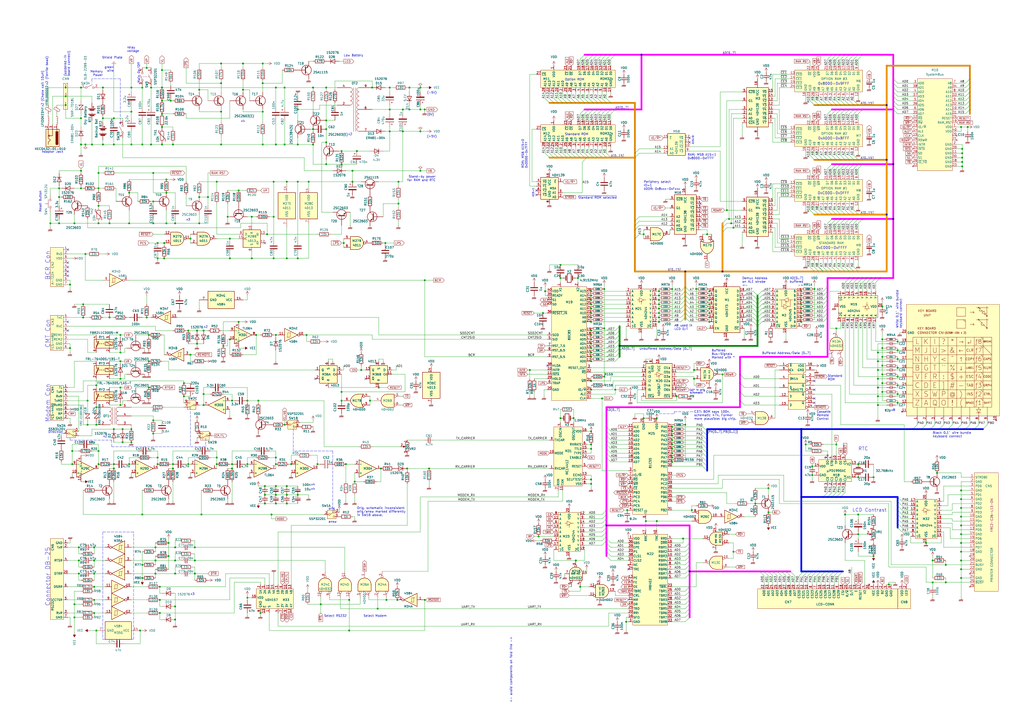
<source format=kicad_sch>
(kicad_sch (version 20211123) (generator eeschema)
  (paper "A2")
  (title_block (title "TRS-80 Model 100 Schematic") (date "1983") (company "Kyocera / Tandy") (comment 1 "https://github.com/hzeller/trs80-100-schematic (Henner Zeller; h.zeller@acm.org)") (comment 2 "Please file mistakes at") (comment 4 "Transcript of original TRS-80 Model 100 Schematic"))
  (lib_symbols
    (symbol "2SA1115_2" (pin_numbers hide) (pin_names (offset 0) hide)
      (property "Reference" "T" (at 5.08 1.905 0))
      (property "Value" "2SA1115_2" (at 5.08 0 0))
      (symbol "2SA1115_2_1_1"
        (pin passive line (at 2.54 -5.08 90) (length 2.54) (name "E") (number "1"))
        (pin passive line (at 2.54 5.08 270) (length 2.54) (name "C") (number "2"))
        (pin input line (at -5.08 0 0) (length 5.08) (name "B") (number "3"))
      )
    )
    (symbol "2SC2603_1" (pin_numbers hide) (pin_names (offset 0) hide)
      (property "Reference" "T" (at 5.08 1.905 0))
      (property "Value" "2SC2603_1" (at 5.08 0 0))
      (symbol "2SC2603_1_1_1"
        (pin passive line (at 2.54 -5.08 90) (length 2.54) (name "E") (number "1"))
        (pin passive line (at 2.54 5.08 270) (length 2.54) (name "C") (number "2"))
        (pin input line (at -5.08 0 0) (length 5.08) (name "B") (number "3"))
      )
    )
    (symbol "2SC2603_10" (pin_numbers hide) (pin_names (offset 0) hide)
      (property "Reference" "T" (at 5.08 1.905 0))
      (property "Value" "2SC2603_10" (at 5.08 0 0))
      (symbol "2SC2603_10_1_1"
        (pin passive line (at 2.54 -5.08 90) (length 2.54) (name "E") (number "1"))
        (pin passive line (at 2.54 5.08 270) (length 2.54) (name "C") (number "2"))
        (pin input line (at -5.08 0 0) (length 5.08) (name "B") (number "3"))
      )
    )
    (symbol "2SC2603_11" (pin_numbers hide) (pin_names (offset 0) hide)
      (property "Reference" "T" (at 5.08 1.905 0))
      (property "Value" "2SC2603_11" (at 5.08 0 0))
      (symbol "2SC2603_11_1_1"
        (pin passive line (at 2.54 -5.08 90) (length 2.54) (name "E") (number "1"))
        (pin passive line (at 2.54 5.08 270) (length 2.54) (name "C") (number "2"))
        (pin input line (at -5.08 0 0) (length 5.08) (name "B") (number "3"))
      )
    )
    (symbol "2SC2603_12" (pin_numbers hide) (pin_names (offset 0) hide)
      (property "Reference" "T" (at 5.08 1.905 0))
      (property "Value" "2SC2603_12" (at 5.08 0 0))
      (symbol "2SC2603_12_1_1"
        (pin passive line (at 2.54 -5.08 90) (length 2.54) (name "E") (number "1"))
        (pin passive line (at 2.54 5.08 270) (length 2.54) (name "C") (number "2"))
        (pin input line (at -5.08 0 0) (length 5.08) (name "B") (number "3"))
      )
    )
    (symbol "2SC2603_13" (pin_numbers hide) (pin_names (offset 0) hide)
      (property "Reference" "T" (at 5.08 1.905 0))
      (property "Value" "2SC2603_13" (at 5.08 0 0))
      (symbol "2SC2603_13_1_1"
        (pin passive line (at 2.54 -5.08 90) (length 2.54) (name "E") (number "1"))
        (pin passive line (at 2.54 5.08 270) (length 2.54) (name "C") (number "2"))
        (pin input line (at -5.08 0 0) (length 5.08) (name "B") (number "3"))
      )
    )
    (symbol "2SC2603_14" (pin_numbers hide) (pin_names (offset 0) hide)
      (property "Reference" "T" (at 5.08 1.905 0))
      (property "Value" "2SC2603_14" (at 5.08 0 0))
      (symbol "2SC2603_14_1_1"
        (pin passive line (at 2.54 -5.08 90) (length 2.54) (name "E") (number "1"))
        (pin passive line (at 2.54 5.08 270) (length 2.54) (name "C") (number "2"))
        (pin input line (at -5.08 0 0) (length 5.08) (name "B") (number "3"))
      )
    )
    (symbol "2SC2603_15" (pin_numbers hide) (pin_names (offset 0) hide)
      (property "Reference" "T" (at 5.08 1.905 0))
      (property "Value" "2SC2603_15" (at 5.08 0 0))
      (symbol "2SC2603_15_1_1"
        (pin passive line (at 2.54 -5.08 90) (length 2.54) (name "E") (number "1"))
        (pin passive line (at 2.54 5.08 270) (length 2.54) (name "C") (number "2"))
        (pin input line (at -5.08 0 0) (length 5.08) (name "B") (number "3"))
      )
    )
    (symbol "2SC2603_16" (pin_numbers hide) (pin_names (offset 0) hide)
      (property "Reference" "T" (at 5.08 1.905 0))
      (property "Value" "2SC2603_16" (at 5.08 0 0))
      (symbol "2SC2603_16_1_1"
        (pin passive line (at 2.54 -5.08 90) (length 2.54) (name "E") (number "1"))
        (pin passive line (at 2.54 5.08 270) (length 2.54) (name "C") (number "2"))
        (pin input line (at -5.08 0 0) (length 5.08) (name "B") (number "3"))
      )
    )
    (symbol "2SC2603_17" (pin_numbers hide) (pin_names (offset 0) hide)
      (property "Reference" "T" (at 5.08 1.905 0))
      (property "Value" "2SC2603_17" (at 5.08 0 0))
      (symbol "2SC2603_17_1_1"
        (pin passive line (at 2.54 -5.08 90) (length 2.54) (name "E") (number "1"))
        (pin passive line (at 2.54 5.08 270) (length 2.54) (name "C") (number "2"))
        (pin input line (at -5.08 0 0) (length 5.08) (name "B") (number "3"))
      )
    )
    (symbol "2SC2603_18" (pin_numbers hide) (pin_names (offset 0) hide)
      (property "Reference" "T" (at 5.08 1.905 0))
      (property "Value" "2SC2603_18" (at 5.08 0 0))
      (symbol "2SC2603_18_1_1"
        (pin passive line (at 2.54 -5.08 90) (length 2.54) (name "E") (number "1"))
        (pin passive line (at 2.54 5.08 270) (length 2.54) (name "C") (number "2"))
        (pin input line (at -5.08 0 0) (length 5.08) (name "B") (number "3"))
      )
    )
    (symbol "2SC2603_19" (pin_numbers hide) (pin_names (offset 0) hide)
      (property "Reference" "T" (at 5.08 1.905 0))
      (property "Value" "2SC2603_19" (at 5.08 0 0))
      (symbol "2SC2603_19_1_1"
        (pin passive line (at 2.54 -5.08 90) (length 2.54) (name "E") (number "1"))
        (pin passive line (at 2.54 5.08 270) (length 2.54) (name "C") (number "2"))
        (pin input line (at -5.08 0 0) (length 5.08) (name "B") (number "3"))
      )
    )
    (symbol "2SC2603_2" (pin_numbers hide) (pin_names (offset 0) hide)
      (property "Reference" "T" (at 5.08 1.905 0))
      (property "Value" "2SC2603_2" (at 5.08 0 0))
      (symbol "2SC2603_2_1_1"
        (pin passive line (at 2.54 -5.08 90) (length 2.54) (name "E") (number "1"))
        (pin passive line (at 2.54 5.08 270) (length 2.54) (name "C") (number "2"))
        (pin input line (at -5.08 0 0) (length 5.08) (name "B") (number "3"))
      )
    )
    (symbol "2SC2603_20" (pin_numbers hide) (pin_names (offset 0) hide)
      (property "Reference" "T" (at 5.08 1.905 0))
      (property "Value" "2SC2603_20" (at 5.08 0 0))
      (symbol "2SC2603_20_1_1"
        (pin passive line (at 2.54 -5.08 90) (length 2.54) (name "E") (number "1"))
        (pin passive line (at 2.54 5.08 270) (length 2.54) (name "C") (number "2"))
        (pin input line (at -5.08 0 0) (length 5.08) (name "B") (number "3"))
      )
    )
    (symbol "2SC2603_21" (pin_numbers hide) (pin_names (offset 0) hide)
      (property "Reference" "T" (at 5.08 1.905 0))
      (property "Value" "2SC2603_21" (at 5.08 0 0))
      (symbol "2SC2603_21_1_1"
        (pin passive line (at 2.54 -5.08 90) (length 2.54) (name "E") (number "1"))
        (pin passive line (at 2.54 5.08 270) (length 2.54) (name "C") (number "2"))
        (pin input line (at -5.08 0 0) (length 5.08) (name "B") (number "3"))
      )
    )
    (symbol "2SC2603_22" (pin_numbers hide) (pin_names (offset 0) hide)
      (property "Reference" "T" (at 5.08 1.905 0))
      (property "Value" "2SC2603_22" (at 5.08 0 0))
      (symbol "2SC2603_22_1_1"
        (pin passive line (at 2.54 -5.08 90) (length 2.54) (name "E") (number "1"))
        (pin passive line (at 2.54 5.08 270) (length 2.54) (name "C") (number "2"))
        (pin input line (at -5.08 0 0) (length 5.08) (name "B") (number "3"))
      )
    )
    (symbol "2SC2603_3" (pin_numbers hide) (pin_names (offset 0) hide)
      (property "Reference" "T" (at 5.08 1.905 0))
      (property "Value" "2SC2603_3" (at 5.08 0 0))
      (symbol "2SC2603_3_1_1"
        (pin passive line (at 2.54 -5.08 90) (length 2.54) (name "E") (number "1"))
        (pin passive line (at 2.54 5.08 270) (length 2.54) (name "C") (number "2"))
        (pin input line (at -5.08 0 0) (length 5.08) (name "B") (number "3"))
      )
    )
    (symbol "2SC2603_4" (pin_numbers hide) (pin_names (offset 0) hide)
      (property "Reference" "T" (at 5.08 1.905 0))
      (property "Value" "2SC2603_4" (at 5.08 0 0))
      (symbol "2SC2603_4_1_1"
        (pin passive line (at 2.54 -5.08 90) (length 2.54) (name "E") (number "1"))
        (pin passive line (at 2.54 5.08 270) (length 2.54) (name "C") (number "2"))
        (pin input line (at -5.08 0 0) (length 5.08) (name "B") (number "3"))
      )
    )
    (symbol "2SC2603_5" (pin_numbers hide) (pin_names (offset 0) hide)
      (property "Reference" "T" (at 5.08 1.905 0))
      (property "Value" "2SC2603_5" (at 5.08 0 0))
      (symbol "2SC2603_5_1_1"
        (pin passive line (at 2.54 -5.08 90) (length 2.54) (name "E") (number "1"))
        (pin passive line (at 2.54 5.08 270) (length 2.54) (name "C") (number "2"))
        (pin input line (at -5.08 0 0) (length 5.08) (name "B") (number "3"))
      )
    )
    (symbol "2SC2603_6" (pin_numbers hide) (pin_names (offset 0) hide)
      (property "Reference" "T" (at 5.08 1.905 0))
      (property "Value" "2SC2603_6" (at 5.08 0 0))
      (symbol "2SC2603_6_1_1"
        (pin passive line (at 2.54 -5.08 90) (length 2.54) (name "E") (number "1"))
        (pin passive line (at 2.54 5.08 270) (length 2.54) (name "C") (number "2"))
        (pin input line (at -5.08 0 0) (length 5.08) (name "B") (number "3"))
      )
    )
    (symbol "2SC2603_7" (pin_numbers hide) (pin_names (offset 0) hide)
      (property "Reference" "T" (at 5.08 1.905 0))
      (property "Value" "2SC2603_7" (at 5.08 0 0))
      (symbol "2SC2603_7_1_1"
        (pin passive line (at 2.54 -5.08 90) (length 2.54) (name "E") (number "1"))
        (pin passive line (at 2.54 5.08 270) (length 2.54) (name "C") (number "2"))
        (pin input line (at -5.08 0 0) (length 5.08) (name "B") (number "3"))
      )
    )
    (symbol "2SC2603_8" (pin_numbers hide) (pin_names (offset 0) hide)
      (property "Reference" "T" (at 5.08 1.905 0))
      (property "Value" "2SC2603_8" (at 5.08 0 0))
      (symbol "2SC2603_8_1_1"
        (pin passive line (at 2.54 -5.08 90) (length 2.54) (name "E") (number "1"))
        (pin passive line (at 2.54 5.08 270) (length 2.54) (name "C") (number "2"))
        (pin input line (at -5.08 0 0) (length 5.08) (name "B") (number "3"))
      )
    )
    (symbol "2SC2603_9" (pin_numbers hide) (pin_names (offset 0) hide)
      (property "Reference" "T" (at 5.08 1.905 0))
      (property "Value" "2SC2603_9" (at 5.08 0 0))
      (symbol "2SC2603_9_1_1"
        (pin passive line (at 2.54 -5.08 90) (length 2.54) (name "E") (number "1"))
        (pin passive line (at 2.54 5.08 270) (length 2.54) (name "C") (number "2"))
        (pin input line (at -5.08 0 0) (length 5.08) (name "B") (number "3"))
      )
    )
    (symbol "4013-reset-up_1" (pin_names (offset 1.016))
      (property "Reference" "M28" (at -2.54 1.27 0))
      (property "Value" "4013-reset-up_1" (at -2.54 -1.27 0))
      (symbol "4013-reset-up_1_1_1"
        (pin output line (at 7.62 2.54 180) (length 2.54) (name "Q") (number "1"))
        (pin output line (at 7.62 -2.54 180) (length 2.54) (name "~{Q}") (number "2"))
        (pin input clock (at -7.62 0 0) (length 2.54) (name "C") (number "3"))
        (pin input line (at 0 -7.62 90) (length 2.54) (name "R") (number "4"))
        (pin input line (at -7.62 2.54 0) (length 2.54) (name "D") (number "5"))
        (pin input line (at 0 7.62 270) (length 2.54) (name "S") (number "6"))
      )
      (symbol "4013-reset-up_1_2_1"
        (pin input line (at 0 7.62 270) (length 2.54) (name "R") (number "10"))
        (pin input clock (at -7.62 0 0) (length 2.54) (name "C") (number "11"))
        (pin output line (at 7.62 -2.54 180) (length 2.54) (name "~{Q}") (number "12"))
        (pin output line (at 7.62 2.54 180) (length 2.54) (name "Q") (number "13"))
        (pin input line (at 0 -7.62 90) (length 2.54) (name "S") (number "8"))
        (pin input line (at -7.62 2.54 0) (length 2.54) (name "D") (number "9"))
      )
      (symbol "4013-reset-up_1_3_0"
        (pin power_in line (at 0 10.16 270) (length 2.54) (name "VDD") (number "14"))
        (pin power_in line (at 0 -10.16 90) (length 2.54) (name "VSS") (number "7"))
      )
    )
    (symbol "40H002_1" (pin_names (offset 1.016))
      (property "Reference" "M" (at -3.81 0 0))
      (property "Value" "40H002_1" (at 6.35 0 0))
      (symbol "40H002_1_1_1"
        (pin output inverted (at 7.62 0 180) (length 3.81) (name "~") (number "1"))
        (pin input line (at -7.62 2.54 0) (length 4.318) (name "~") (number "2"))
        (pin input line (at -7.62 -2.54 0) (length 4.318) (name "~") (number "3"))
      )
      (symbol "40H002_1_1_2"
        (pin output line (at 7.62 0 180) (length 3.81) (name "~") (number "1"))
        (pin input inverted (at -7.62 2.54 0) (length 3.81) (name "~") (number "2"))
        (pin input inverted (at -7.62 -2.54 0) (length 3.81) (name "~") (number "3"))
      )
      (symbol "40H002_1_2_1"
        (pin output inverted (at 7.62 0 180) (length 3.81) (name "~") (number "4"))
        (pin input line (at -7.62 2.54 0) (length 4.318) (name "~") (number "5"))
        (pin input line (at -7.62 -2.54 0) (length 4.318) (name "~") (number "6"))
      )
      (symbol "40H002_1_2_2"
        (pin output line (at 7.62 0 180) (length 3.81) (name "~") (number "4"))
        (pin input inverted (at -7.62 2.54 0) (length 3.81) (name "~") (number "5"))
        (pin input inverted (at -7.62 -2.54 0) (length 3.81) (name "~") (number "6"))
      )
      (symbol "40H002_1_3_1"
        (pin output inverted (at 7.62 0 180) (length 3.81) (name "~") (number "10"))
        (pin input line (at -7.62 2.54 0) (length 4.318) (name "~") (number "8"))
        (pin input line (at -7.62 -2.54 0) (length 4.318) (name "~") (number "9"))
      )
      (symbol "40H002_1_3_2"
        (pin output line (at 7.62 0 180) (length 3.81) (name "~") (number "10"))
        (pin input inverted (at -7.62 2.54 0) (length 3.81) (name "~") (number "8"))
        (pin input inverted (at -7.62 -2.54 0) (length 3.81) (name "~") (number "9"))
      )
      (symbol "40H002_1_4_1"
        (pin input line (at -7.62 2.54 0) (length 4.318) (name "~") (number "11"))
        (pin input line (at -7.62 -2.54 0) (length 4.318) (name "~") (number "12"))
        (pin output inverted (at 7.62 0 180) (length 3.81) (name "~") (number "13"))
      )
      (symbol "40H002_1_4_2"
        (pin input inverted (at -7.62 2.54 0) (length 3.81) (name "~") (number "11"))
        (pin input inverted (at -7.62 -2.54 0) (length 3.81) (name "~") (number "12"))
        (pin output line (at 7.62 0 180) (length 3.81) (name "~") (number "13"))
      )
      (symbol "40H002_1_5_0"
        (pin power_in line (at 0 6.35 270) (length 2.54) (name "VCC") (number "14"))
        (pin power_in line (at 0 -6.35 90) (length 2.54) (name "GND") (number "7"))
      )
    )
    (symbol "40H002_2" (pin_names (offset 1.016))
      (property "Reference" "M" (at -3.81 0 0))
      (property "Value" "40H002_2" (at 6.35 0 0))
      (symbol "40H002_2_1_1"
        (pin output inverted (at 7.62 0 180) (length 3.81) (name "~") (number "1"))
        (pin input line (at -7.62 2.54 0) (length 4.318) (name "~") (number "2"))
        (pin input line (at -7.62 -2.54 0) (length 4.318) (name "~") (number "3"))
      )
      (symbol "40H002_2_1_2"
        (pin output line (at 7.62 0 180) (length 3.81) (name "~") (number "1"))
        (pin input inverted (at -7.62 2.54 0) (length 3.81) (name "~") (number "2"))
        (pin input inverted (at -7.62 -2.54 0) (length 3.81) (name "~") (number "3"))
      )
      (symbol "40H002_2_2_1"
        (pin output inverted (at 7.62 0 180) (length 3.81) (name "~") (number "4"))
        (pin input line (at -7.62 2.54 0) (length 4.318) (name "~") (number "5"))
        (pin input line (at -7.62 -2.54 0) (length 4.318) (name "~") (number "6"))
      )
      (symbol "40H002_2_2_2"
        (pin output line (at 7.62 0 180) (length 3.81) (name "~") (number "4"))
        (pin input inverted (at -7.62 2.54 0) (length 3.81) (name "~") (number "5"))
        (pin input inverted (at -7.62 -2.54 0) (length 3.81) (name "~") (number "6"))
      )
      (symbol "40H002_2_3_1"
        (pin output inverted (at 7.62 0 180) (length 3.81) (name "~") (number "10"))
        (pin input line (at -7.62 2.54 0) (length 4.318) (name "~") (number "8"))
        (pin input line (at -7.62 -2.54 0) (length 4.318) (name "~") (number "9"))
      )
      (symbol "40H002_2_3_2"
        (pin output line (at 7.62 0 180) (length 3.81) (name "~") (number "10"))
        (pin input inverted (at -7.62 2.54 0) (length 3.81) (name "~") (number "8"))
        (pin input inverted (at -7.62 -2.54 0) (length 3.81) (name "~") (number "9"))
      )
      (symbol "40H002_2_4_1"
        (pin input line (at -7.62 2.54 0) (length 4.318) (name "~") (number "11"))
        (pin input line (at -7.62 -2.54 0) (length 4.318) (name "~") (number "12"))
        (pin output inverted (at 7.62 0 180) (length 3.81) (name "~") (number "13"))
      )
      (symbol "40H002_2_4_2"
        (pin input inverted (at -7.62 2.54 0) (length 3.81) (name "~") (number "11"))
        (pin input inverted (at -7.62 -2.54 0) (length 3.81) (name "~") (number "12"))
        (pin output line (at 7.62 0 180) (length 3.81) (name "~") (number "13"))
      )
      (symbol "40H002_2_5_0"
        (pin power_in line (at 0 6.35 270) (length 2.54) (name "VCC") (number "14"))
        (pin power_in line (at 0 -6.35 90) (length 2.54) (name "GND") (number "7"))
      )
    )
    (symbol "40H002_3" (pin_names (offset 1.016))
      (property "Reference" "M" (at -3.81 0 0))
      (property "Value" "40H002_3" (at 6.35 0 0))
      (symbol "40H002_3_1_1"
        (pin output inverted (at 7.62 0 180) (length 3.81) (name "~") (number "1"))
        (pin input line (at -7.62 2.54 0) (length 4.318) (name "~") (number "2"))
        (pin input line (at -7.62 -2.54 0) (length 4.318) (name "~") (number "3"))
      )
      (symbol "40H002_3_1_2"
        (pin output line (at 7.62 0 180) (length 3.81) (name "~") (number "1"))
        (pin input inverted (at -7.62 2.54 0) (length 3.81) (name "~") (number "2"))
        (pin input inverted (at -7.62 -2.54 0) (length 3.81) (name "~") (number "3"))
      )
      (symbol "40H002_3_2_1"
        (pin output inverted (at 7.62 0 180) (length 3.81) (name "~") (number "4"))
        (pin input line (at -7.62 2.54 0) (length 4.318) (name "~") (number "5"))
        (pin input line (at -7.62 -2.54 0) (length 4.318) (name "~") (number "6"))
      )
      (symbol "40H002_3_2_2"
        (pin output line (at 7.62 0 180) (length 3.81) (name "~") (number "4"))
        (pin input inverted (at -7.62 2.54 0) (length 3.81) (name "~") (number "5"))
        (pin input inverted (at -7.62 -2.54 0) (length 3.81) (name "~") (number "6"))
      )
      (symbol "40H002_3_3_1"
        (pin output inverted (at 7.62 0 180) (length 3.81) (name "~") (number "10"))
        (pin input line (at -7.62 2.54 0) (length 4.318) (name "~") (number "8"))
        (pin input line (at -7.62 -2.54 0) (length 4.318) (name "~") (number "9"))
      )
      (symbol "40H002_3_3_2"
        (pin output line (at 7.62 0 180) (length 3.81) (name "~") (number "10"))
        (pin input inverted (at -7.62 2.54 0) (length 3.81) (name "~") (number "8"))
        (pin input inverted (at -7.62 -2.54 0) (length 3.81) (name "~") (number "9"))
      )
      (symbol "40H002_3_4_1"
        (pin input line (at -7.62 2.54 0) (length 4.318) (name "~") (number "11"))
        (pin input line (at -7.62 -2.54 0) (length 4.318) (name "~") (number "12"))
        (pin output inverted (at 7.62 0 180) (length 3.81) (name "~") (number "13"))
      )
      (symbol "40H002_3_4_2"
        (pin input inverted (at -7.62 2.54 0) (length 3.81) (name "~") (number "11"))
        (pin input inverted (at -7.62 -2.54 0) (length 3.81) (name "~") (number "12"))
        (pin output line (at 7.62 0 180) (length 3.81) (name "~") (number "13"))
      )
      (symbol "40H002_3_5_0"
        (pin power_in line (at 0 6.35 270) (length 2.54) (name "VCC") (number "14"))
        (pin power_in line (at 0 -6.35 90) (length 2.54) (name "GND") (number "7"))
      )
    )
    (symbol "40H002_4" (pin_names (offset 1.016))
      (property "Reference" "M" (at -3.81 0 0))
      (property "Value" "40H002_4" (at 6.35 0 0))
      (symbol "40H002_4_1_1"
        (pin output inverted (at 7.62 0 180) (length 3.81) (name "~") (number "1"))
        (pin input line (at -7.62 2.54 0) (length 4.318) (name "~") (number "2"))
        (pin input line (at -7.62 -2.54 0) (length 4.318) (name "~") (number "3"))
      )
      (symbol "40H002_4_1_2"
        (pin output line (at 7.62 0 180) (length 3.81) (name "~") (number "1"))
        (pin input inverted (at -7.62 2.54 0) (length 3.81) (name "~") (number "2"))
        (pin input inverted (at -7.62 -2.54 0) (length 3.81) (name "~") (number "3"))
      )
      (symbol "40H002_4_2_1"
        (pin output inverted (at 7.62 0 180) (length 3.81) (name "~") (number "4"))
        (pin input line (at -7.62 2.54 0) (length 4.318) (name "~") (number "5"))
        (pin input line (at -7.62 -2.54 0) (length 4.318) (name "~") (number "6"))
      )
      (symbol "40H002_4_2_2"
        (pin output line (at 7.62 0 180) (length 3.81) (name "~") (number "4"))
        (pin input inverted (at -7.62 2.54 0) (length 3.81) (name "~") (number "5"))
        (pin input inverted (at -7.62 -2.54 0) (length 3.81) (name "~") (number "6"))
      )
      (symbol "40H002_4_3_1"
        (pin output inverted (at 7.62 0 180) (length 3.81) (name "~") (number "10"))
        (pin input line (at -7.62 2.54 0) (length 4.318) (name "~") (number "8"))
        (pin input line (at -7.62 -2.54 0) (length 4.318) (name "~") (number "9"))
      )
      (symbol "40H002_4_3_2"
        (pin output line (at 7.62 0 180) (length 3.81) (name "~") (number "10"))
        (pin input inverted (at -7.62 2.54 0) (length 3.81) (name "~") (number "8"))
        (pin input inverted (at -7.62 -2.54 0) (length 3.81) (name "~") (number "9"))
      )
      (symbol "40H002_4_4_1"
        (pin input line (at -7.62 2.54 0) (length 4.318) (name "~") (number "11"))
        (pin input line (at -7.62 -2.54 0) (length 4.318) (name "~") (number "12"))
        (pin output inverted (at 7.62 0 180) (length 3.81) (name "~") (number "13"))
      )
      (symbol "40H002_4_4_2"
        (pin input inverted (at -7.62 2.54 0) (length 3.81) (name "~") (number "11"))
        (pin input inverted (at -7.62 -2.54 0) (length 3.81) (name "~") (number "12"))
        (pin output line (at 7.62 0 180) (length 3.81) (name "~") (number "13"))
      )
      (symbol "40H002_4_5_0"
        (pin power_in line (at 0 6.35 270) (length 2.54) (name "VCC") (number "14"))
        (pin power_in line (at 0 -6.35 90) (length 2.54) (name "GND") (number "7"))
      )
    )
    (symbol "40H138_1" (pin_names (offset 1.016))
      (property "Reference" "M" (at -6.35 11.43 0))
      (property "Value" "40H138_1" (at -6.35 -13.97 0))
      (symbol "40H138_1_1_0"
        (pin input line (at -8.89 -7.62 0) (length 2.54) (name "A0") (number "1"))
        (pin output line (at 8.89 -5.08 180) (length 2.54) (name "~{Y5}") (number "10"))
        (pin output line (at 8.89 -2.54 180) (length 2.54) (name "~{Y4}") (number "11"))
        (pin output line (at 8.89 0 180) (length 2.54) (name "~{Y3}") (number "12"))
        (pin output line (at 8.89 2.54 180) (length 2.54) (name "~{Y2}") (number "13"))
        (pin output line (at 8.89 5.08 180) (length 2.54) (name "~{Y1}") (number "14"))
        (pin output line (at 8.89 7.62 180) (length 2.54) (name "~{Y0}") (number "15"))
        (pin power_in line (at 0 15.24 270) (length 5.08) (name "VCC") (number "16"))
        (pin input line (at -8.89 -5.08 0) (length 2.54) (name "A1") (number "2"))
        (pin input line (at -8.89 -2.54 0) (length 2.54) (name "A2") (number "3"))
        (pin input line (at -8.89 -10.16 0) (length 2.54) (name "~{G2A}") (number "4"))
        (pin input line (at -8.89 7.62 0) (length 2.54) (name "~{G2B}") (number "5"))
        (pin input line (at -8.89 2.54 0) (length 2.54) (name "G1") (number "6"))
        (pin output line (at 8.89 -10.16 180) (length 2.54) (name "~{Y7}") (number "7"))
        (pin power_in line (at 0 -17.78 90) (length 5.08) (name "GND") (number "8"))
        (pin output line (at 8.89 -7.62 180) (length 2.54) (name "~{Y6}") (number "9"))
      )
    )
    (symbol "40H138_2" (pin_names (offset 1.016))
      (property "Reference" "M" (at -6.35 11.43 0))
      (property "Value" "40H138_2" (at -6.35 -13.97 0))
      (symbol "40H138_2_1_0"
        (pin input line (at -8.89 -7.62 0) (length 2.54) (name "A0") (number "1"))
        (pin output line (at 8.89 -5.08 180) (length 2.54) (name "~{Y5}") (number "10"))
        (pin output line (at 8.89 -2.54 180) (length 2.54) (name "~{Y4}") (number "11"))
        (pin output line (at 8.89 0 180) (length 2.54) (name "~{Y3}") (number "12"))
        (pin output line (at 8.89 2.54 180) (length 2.54) (name "~{Y2}") (number "13"))
        (pin output line (at 8.89 5.08 180) (length 2.54) (name "~{Y1}") (number "14"))
        (pin output line (at 8.89 7.62 180) (length 2.54) (name "~{Y0}") (number "15"))
        (pin power_in line (at 0 15.24 270) (length 5.08) (name "VCC") (number "16"))
        (pin input line (at -8.89 -5.08 0) (length 2.54) (name "A1") (number "2"))
        (pin input line (at -8.89 -2.54 0) (length 2.54) (name "A2") (number "3"))
        (pin input line (at -8.89 -10.16 0) (length 2.54) (name "~{G2A}") (number "4"))
        (pin input line (at -8.89 7.62 0) (length 2.54) (name "~{G2B}") (number "5"))
        (pin input line (at -8.89 2.54 0) (length 2.54) (name "G1") (number "6"))
        (pin output line (at 8.89 -10.16 180) (length 2.54) (name "~{Y7}") (number "7"))
        (pin power_in line (at 0 -17.78 90) (length 5.08) (name "GND") (number "8"))
        (pin output line (at 8.89 -7.62 180) (length 2.54) (name "~{Y6}") (number "9"))
      )
    )
    (symbol "40H139_1" (pin_names (offset 1.016))
      (property "Reference" "M" (at -7.62 8.89 0))
      (property "Value" "40H139_1" (at -7.62 -8.89 0))
      (symbol "40H139_1_1_0"
        (pin input line (at -7.62 2.54 0) (length 2.54) (name "~{E}") (number "1"))
        (pin power_in line (at 0 7.62 270) (length 2.54) (name "VCC") (number "16"))
        (pin input line (at -7.62 -6.35 0) (length 2.54) (name "A0") (number "2"))
        (pin input line (at -7.62 -3.81 0) (length 2.54) (name "A1") (number "3"))
        (pin output line (at 7.62 2.54 180) (length 2.54) (name "~{Y0}") (number "4"))
        (pin output line (at 7.62 0 180) (length 2.54) (name "~{Y1}") (number "5"))
        (pin output line (at 7.62 -2.54 180) (length 2.54) (name "~{Y2}") (number "6"))
        (pin output line (at 7.62 -5.08 180) (length 2.54) (name "~{Y3}") (number "7"))
        (pin power_in line (at 0 -10.16 90) (length 2.54) (name "GND") (number "8"))
      )
      (symbol "40H139_1_2_0"
        (pin output line (at 7.62 -2.54 180) (length 2.54) (name "~{Y2}") (number "10"))
        (pin output line (at 7.62 0 180) (length 2.54) (name "~{Y1}") (number "11"))
        (pin output line (at 7.62 2.54 180) (length 2.54) (name "~{Y0}") (number "12"))
        (pin input line (at -7.62 -3.81 0) (length 2.54) (name "A1") (number "13"))
        (pin input line (at -7.62 -6.35 0) (length 2.54) (name "A0") (number "14"))
        (pin input line (at -7.62 2.54 0) (length 2.54) (name "~{E}") (number "15"))
        (pin output line (at 7.62 -5.08 180) (length 2.54) (name "~{Y3}") (number "9"))
      )
    )
    (symbol "4584_1" (pin_names (offset 1.016))
      (property "Reference" "M" (at 0 1.27 0))
      (property "Value" "4584_1" (at 0 -1.27 0))
      (symbol "4584_1_1_0"
        (pin input line (at -7.62 0 0) (length 3.81) (name "~") (number "1"))
        (pin output inverted (at 7.62 0 180) (length 3.81) (name "~") (number "2"))
      )
      (symbol "4584_1_2_0"
        (pin input line (at -7.62 0 0) (length 3.81) (name "~") (number "3"))
        (pin output inverted (at 7.62 0 180) (length 3.81) (name "~") (number "4"))
      )
      (symbol "4584_1_3_0"
        (pin input line (at -7.62 0 0) (length 3.81) (name "~") (number "5"))
        (pin output inverted (at 7.62 0 180) (length 3.81) (name "~") (number "6"))
      )
      (symbol "4584_1_4_0"
        (pin output inverted (at 7.62 0 180) (length 3.81) (name "~") (number "8"))
        (pin input line (at -7.62 0 0) (length 3.81) (name "~") (number "9"))
      )
      (symbol "4584_1_5_0"
        (pin output inverted (at 7.62 0 180) (length 3.81) (name "~") (number "10"))
        (pin input line (at -7.62 0 0) (length 3.81) (name "~") (number "11"))
      )
      (symbol "4584_1_6_0"
        (pin output inverted (at 7.62 0 180) (length 3.81) (name "~") (number "12"))
        (pin input line (at -7.62 0 0) (length 3.81) (name "~") (number "13"))
      )
      (symbol "4584_1_7_0"
        (pin power_in line (at 0 12.7 270) (length 5.08) (name "VCC") (number "14"))
        (pin power_in line (at 0 -12.7 90) (length 5.08) (name "GND") (number "7"))
      )
    )
    (symbol "4584_10" (pin_names (offset 1.016))
      (property "Reference" "M" (at 0 1.27 0))
      (property "Value" "4584_10" (at 0 -1.27 0))
      (symbol "4584_10_1_0"
        (pin input line (at -7.62 0 0) (length 3.81) (name "~") (number "1"))
        (pin output inverted (at 7.62 0 180) (length 3.81) (name "~") (number "2"))
      )
      (symbol "4584_10_2_0"
        (pin input line (at -7.62 0 0) (length 3.81) (name "~") (number "3"))
        (pin output inverted (at 7.62 0 180) (length 3.81) (name "~") (number "4"))
      )
      (symbol "4584_10_3_0"
        (pin input line (at -7.62 0 0) (length 3.81) (name "~") (number "5"))
        (pin output inverted (at 7.62 0 180) (length 3.81) (name "~") (number "6"))
      )
      (symbol "4584_10_4_0"
        (pin output inverted (at 7.62 0 180) (length 3.81) (name "~") (number "8"))
        (pin input line (at -7.62 0 0) (length 3.81) (name "~") (number "9"))
      )
      (symbol "4584_10_5_0"
        (pin output inverted (at 7.62 0 180) (length 3.81) (name "~") (number "10"))
        (pin input line (at -7.62 0 0) (length 3.81) (name "~") (number "11"))
      )
      (symbol "4584_10_6_0"
        (pin output inverted (at 7.62 0 180) (length 3.81) (name "~") (number "12"))
        (pin input line (at -7.62 0 0) (length 3.81) (name "~") (number "13"))
      )
      (symbol "4584_10_7_0"
        (pin power_in line (at 0 12.7 270) (length 5.08) (name "VCC") (number "14"))
        (pin power_in line (at 0 -12.7 90) (length 5.08) (name "GND") (number "7"))
      )
    )
    (symbol "4584_11" (pin_names (offset 1.016))
      (property "Reference" "M" (at 0 1.27 0))
      (property "Value" "4584_11" (at 0 -1.27 0))
      (symbol "4584_11_1_0"
        (pin input line (at -7.62 0 0) (length 3.81) (name "~") (number "1"))
        (pin output inverted (at 7.62 0 180) (length 3.81) (name "~") (number "2"))
      )
      (symbol "4584_11_2_0"
        (pin input line (at -7.62 0 0) (length 3.81) (name "~") (number "3"))
        (pin output inverted (at 7.62 0 180) (length 3.81) (name "~") (number "4"))
      )
      (symbol "4584_11_3_0"
        (pin input line (at -7.62 0 0) (length 3.81) (name "~") (number "5"))
        (pin output inverted (at 7.62 0 180) (length 3.81) (name "~") (number "6"))
      )
      (symbol "4584_11_4_0"
        (pin output inverted (at 7.62 0 180) (length 3.81) (name "~") (number "8"))
        (pin input line (at -7.62 0 0) (length 3.81) (name "~") (number "9"))
      )
      (symbol "4584_11_5_0"
        (pin output inverted (at 7.62 0 180) (length 3.81) (name "~") (number "10"))
        (pin input line (at -7.62 0 0) (length 3.81) (name "~") (number "11"))
      )
      (symbol "4584_11_6_0"
        (pin output inverted (at 7.62 0 180) (length 3.81) (name "~") (number "12"))
        (pin input line (at -7.62 0 0) (length 3.81) (name "~") (number "13"))
      )
      (symbol "4584_11_7_0"
        (pin power_in line (at 0 12.7 270) (length 5.08) (name "VCC") (number "14"))
        (pin power_in line (at 0 -12.7 90) (length 5.08) (name "GND") (number "7"))
      )
    )
    (symbol "4584_2" (pin_names (offset 1.016))
      (property "Reference" "M" (at 0 1.27 0))
      (property "Value" "4584_2" (at 0 -1.27 0))
      (symbol "4584_2_1_0"
        (pin input line (at -7.62 0 0) (length 3.81) (name "~") (number "1"))
        (pin output inverted (at 7.62 0 180) (length 3.81) (name "~") (number "2"))
      )
      (symbol "4584_2_2_0"
        (pin input line (at -7.62 0 0) (length 3.81) (name "~") (number "3"))
        (pin output inverted (at 7.62 0 180) (length 3.81) (name "~") (number "4"))
      )
      (symbol "4584_2_3_0"
        (pin input line (at -7.62 0 0) (length 3.81) (name "~") (number "5"))
        (pin output inverted (at 7.62 0 180) (length 3.81) (name "~") (number "6"))
      )
      (symbol "4584_2_4_0"
        (pin output inverted (at 7.62 0 180) (length 3.81) (name "~") (number "8"))
        (pin input line (at -7.62 0 0) (length 3.81) (name "~") (number "9"))
      )
      (symbol "4584_2_5_0"
        (pin output inverted (at 7.62 0 180) (length 3.81) (name "~") (number "10"))
        (pin input line (at -7.62 0 0) (length 3.81) (name "~") (number "11"))
      )
      (symbol "4584_2_6_0"
        (pin output inverted (at 7.62 0 180) (length 3.81) (name "~") (number "12"))
        (pin input line (at -7.62 0 0) (length 3.81) (name "~") (number "13"))
      )
      (symbol "4584_2_7_0"
        (pin power_in line (at 0 12.7 270) (length 5.08) (name "VCC") (number "14"))
        (pin power_in line (at 0 -12.7 90) (length 5.08) (name "GND") (number "7"))
      )
    )
    (symbol "4584_3" (pin_names (offset 1.016))
      (property "Reference" "M" (at 0 1.27 0))
      (property "Value" "4584_3" (at 0 -1.27 0))
      (symbol "4584_3_1_0"
        (pin input line (at -7.62 0 0) (length 3.81) (name "~") (number "1"))
        (pin output inverted (at 7.62 0 180) (length 3.81) (name "~") (number "2"))
      )
      (symbol "4584_3_2_0"
        (pin input line (at -7.62 0 0) (length 3.81) (name "~") (number "3"))
        (pin output inverted (at 7.62 0 180) (length 3.81) (name "~") (number "4"))
      )
      (symbol "4584_3_3_0"
        (pin input line (at -7.62 0 0) (length 3.81) (name "~") (number "5"))
        (pin output inverted (at 7.62 0 180) (length 3.81) (name "~") (number "6"))
      )
      (symbol "4584_3_4_0"
        (pin output inverted (at 7.62 0 180) (length 3.81) (name "~") (number "8"))
        (pin input line (at -7.62 0 0) (length 3.81) (name "~") (number "9"))
      )
      (symbol "4584_3_5_0"
        (pin output inverted (at 7.62 0 180) (length 3.81) (name "~") (number "10"))
        (pin input line (at -7.62 0 0) (length 3.81) (name "~") (number "11"))
      )
      (symbol "4584_3_6_0"
        (pin output inverted (at 7.62 0 180) (length 3.81) (name "~") (number "12"))
        (pin input line (at -7.62 0 0) (length 3.81) (name "~") (number "13"))
      )
      (symbol "4584_3_7_0"
        (pin power_in line (at 0 12.7 270) (length 5.08) (name "VCC") (number "14"))
        (pin power_in line (at 0 -12.7 90) (length 5.08) (name "GND") (number "7"))
      )
    )
    (symbol "4584_4" (pin_names (offset 1.016))
      (property "Reference" "M" (at 0 1.27 0))
      (property "Value" "4584_4" (at 0 -1.27 0))
      (symbol "4584_4_1_0"
        (pin input line (at -7.62 0 0) (length 3.81) (name "~") (number "1"))
        (pin output inverted (at 7.62 0 180) (length 3.81) (name "~") (number "2"))
      )
      (symbol "4584_4_2_0"
        (pin input line (at -7.62 0 0) (length 3.81) (name "~") (number "3"))
        (pin output inverted (at 7.62 0 180) (length 3.81) (name "~") (number "4"))
      )
      (symbol "4584_4_3_0"
        (pin input line (at -7.62 0 0) (length 3.81) (name "~") (number "5"))
        (pin output inverted (at 7.62 0 180) (length 3.81) (name "~") (number "6"))
      )
      (symbol "4584_4_4_0"
        (pin output inverted (at 7.62 0 180) (length 3.81) (name "~") (number "8"))
        (pin input line (at -7.62 0 0) (length 3.81) (name "~") (number "9"))
      )
      (symbol "4584_4_5_0"
        (pin output inverted (at 7.62 0 180) (length 3.81) (name "~") (number "10"))
        (pin input line (at -7.62 0 0) (length 3.81) (name "~") (number "11"))
      )
      (symbol "4584_4_6_0"
        (pin output inverted (at 7.62 0 180) (length 3.81) (name "~") (number "12"))
        (pin input line (at -7.62 0 0) (length 3.81) (name "~") (number "13"))
      )
      (symbol "4584_4_7_0"
        (pin power_in line (at 0 12.7 270) (length 5.08) (name "VCC") (number "14"))
        (pin power_in line (at 0 -12.7 90) (length 5.08) (name "GND") (number "7"))
      )
    )
    (symbol "4584_5" (pin_names (offset 1.016))
      (property "Reference" "M" (at 0 1.27 0))
      (property "Value" "4584_5" (at 0 -1.27 0))
      (symbol "4584_5_1_0"
        (pin input line (at -7.62 0 0) (length 3.81) (name "~") (number "1"))
        (pin output inverted (at 7.62 0 180) (length 3.81) (name "~") (number "2"))
      )
      (symbol "4584_5_2_0"
        (pin input line (at -7.62 0 0) (length 3.81) (name "~") (number "3"))
        (pin output inverted (at 7.62 0 180) (length 3.81) (name "~") (number "4"))
      )
      (symbol "4584_5_3_0"
        (pin input line (at -7.62 0 0) (length 3.81) (name "~") (number "5"))
        (pin output inverted (at 7.62 0 180) (length 3.81) (name "~") (number "6"))
      )
      (symbol "4584_5_4_0"
        (pin output inverted (at 7.62 0 180) (length 3.81) (name "~") (number "8"))
        (pin input line (at -7.62 0 0) (length 3.81) (name "~") (number "9"))
      )
      (symbol "4584_5_5_0"
        (pin output inverted (at 7.62 0 180) (length 3.81) (name "~") (number "10"))
        (pin input line (at -7.62 0 0) (length 3.81) (name "~") (number "11"))
      )
      (symbol "4584_5_6_0"
        (pin output inverted (at 7.62 0 180) (length 3.81) (name "~") (number "12"))
        (pin input line (at -7.62 0 0) (length 3.81) (name "~") (number "13"))
      )
      (symbol "4584_5_7_0"
        (pin power_in line (at 0 12.7 270) (length 5.08) (name "VCC") (number "14"))
        (pin power_in line (at 0 -12.7 90) (length 5.08) (name "GND") (number "7"))
      )
    )
    (symbol "4584_6" (pin_names (offset 1.016))
      (property "Reference" "M" (at 0 1.27 0))
      (property "Value" "4584_6" (at 0 -1.27 0))
      (symbol "4584_6_1_0"
        (pin input line (at -7.62 0 0) (length 3.81) (name "~") (number "1"))
        (pin output inverted (at 7.62 0 180) (length 3.81) (name "~") (number "2"))
      )
      (symbol "4584_6_2_0"
        (pin input line (at -7.62 0 0) (length 3.81) (name "~") (number "3"))
        (pin output inverted (at 7.62 0 180) (length 3.81) (name "~") (number "4"))
      )
      (symbol "4584_6_3_0"
        (pin input line (at -7.62 0 0) (length 3.81) (name "~") (number "5"))
        (pin output inverted (at 7.62 0 180) (length 3.81) (name "~") (number "6"))
      )
      (symbol "4584_6_4_0"
        (pin output inverted (at 7.62 0 180) (length 3.81) (name "~") (number "8"))
        (pin input line (at -7.62 0 0) (length 3.81) (name "~") (number "9"))
      )
      (symbol "4584_6_5_0"
        (pin output inverted (at 7.62 0 180) (length 3.81) (name "~") (number "10"))
        (pin input line (at -7.62 0 0) (length 3.81) (name "~") (number "11"))
      )
      (symbol "4584_6_6_0"
        (pin output inverted (at 7.62 0 180) (length 3.81) (name "~") (number "12"))
        (pin input line (at -7.62 0 0) (length 3.81) (name "~") (number "13"))
      )
      (symbol "4584_6_7_0"
        (pin power_in line (at 0 12.7 270) (length 5.08) (name "VCC") (number "14"))
        (pin power_in line (at 0 -12.7 90) (length 5.08) (name "GND") (number "7"))
      )
    )
    (symbol "4584_7" (pin_names (offset 1.016))
      (property "Reference" "M" (at 0 1.27 0))
      (property "Value" "4584_7" (at 0 -1.27 0))
      (symbol "4584_7_1_0"
        (pin input line (at -7.62 0 0) (length 3.81) (name "~") (number "1"))
        (pin output inverted (at 7.62 0 180) (length 3.81) (name "~") (number "2"))
      )
      (symbol "4584_7_2_0"
        (pin input line (at -7.62 0 0) (length 3.81) (name "~") (number "3"))
        (pin output inverted (at 7.62 0 180) (length 3.81) (name "~") (number "4"))
      )
      (symbol "4584_7_3_0"
        (pin input line (at -7.62 0 0) (length 3.81) (name "~") (number "5"))
        (pin output inverted (at 7.62 0 180) (length 3.81) (name "~") (number "6"))
      )
      (symbol "4584_7_4_0"
        (pin output inverted (at 7.62 0 180) (length 3.81) (name "~") (number "8"))
        (pin input line (at -7.62 0 0) (length 3.81) (name "~") (number "9"))
      )
      (symbol "4584_7_5_0"
        (pin output inverted (at 7.62 0 180) (length 3.81) (name "~") (number "10"))
        (pin input line (at -7.62 0 0) (length 3.81) (name "~") (number "11"))
      )
      (symbol "4584_7_6_0"
        (pin output inverted (at 7.62 0 180) (length 3.81) (name "~") (number "12"))
        (pin input line (at -7.62 0 0) (length 3.81) (name "~") (number "13"))
      )
      (symbol "4584_7_7_0"
        (pin power_in line (at 0 12.7 270) (length 5.08) (name "VCC") (number "14"))
        (pin power_in line (at 0 -12.7 90) (length 5.08) (name "GND") (number "7"))
      )
    )
    (symbol "4584_8" (pin_names (offset 1.016))
      (property "Reference" "M" (at 0 1.27 0))
      (property "Value" "4584_8" (at 0 -1.27 0))
      (symbol "4584_8_1_0"
        (pin input line (at -7.62 0 0) (length 3.81) (name "~") (number "1"))
        (pin output inverted (at 7.62 0 180) (length 3.81) (name "~") (number "2"))
      )
      (symbol "4584_8_2_0"
        (pin input line (at -7.62 0 0) (length 3.81) (name "~") (number "3"))
        (pin output inverted (at 7.62 0 180) (length 3.81) (name "~") (number "4"))
      )
      (symbol "4584_8_3_0"
        (pin input line (at -7.62 0 0) (length 3.81) (name "~") (number "5"))
        (pin output inverted (at 7.62 0 180) (length 3.81) (name "~") (number "6"))
      )
      (symbol "4584_8_4_0"
        (pin output inverted (at 7.62 0 180) (length 3.81) (name "~") (number "8"))
        (pin input line (at -7.62 0 0) (length 3.81) (name "~") (number "9"))
      )
      (symbol "4584_8_5_0"
        (pin output inverted (at 7.62 0 180) (length 3.81) (name "~") (number "10"))
        (pin input line (at -7.62 0 0) (length 3.81) (name "~") (number "11"))
      )
      (symbol "4584_8_6_0"
        (pin output inverted (at 7.62 0 180) (length 3.81) (name "~") (number "12"))
        (pin input line (at -7.62 0 0) (length 3.81) (name "~") (number "13"))
      )
      (symbol "4584_8_7_0"
        (pin power_in line (at 0 12.7 270) (length 5.08) (name "VCC") (number "14"))
        (pin power_in line (at 0 -12.7 90) (length 5.08) (name "GND") (number "7"))
      )
    )
    (symbol "4584_9" (pin_names (offset 1.016))
      (property "Reference" "M" (at 0 1.27 0))
      (property "Value" "4584_9" (at 0 -1.27 0))
      (symbol "4584_9_1_0"
        (pin input line (at -7.62 0 0) (length 3.81) (name "~") (number "1"))
        (pin output inverted (at 7.62 0 180) (length 3.81) (name "~") (number "2"))
      )
      (symbol "4584_9_2_0"
        (pin input line (at -7.62 0 0) (length 3.81) (name "~") (number "3"))
        (pin output inverted (at 7.62 0 180) (length 3.81) (name "~") (number "4"))
      )
      (symbol "4584_9_3_0"
        (pin input line (at -7.62 0 0) (length 3.81) (name "~") (number "5"))
        (pin output inverted (at 7.62 0 180) (length 3.81) (name "~") (number "6"))
      )
      (symbol "4584_9_4_0"
        (pin output inverted (at 7.62 0 180) (length 3.81) (name "~") (number "8"))
        (pin input line (at -7.62 0 0) (length 3.81) (name "~") (number "9"))
      )
      (symbol "4584_9_5_0"
        (pin output inverted (at 7.62 0 180) (length 3.81) (name "~") (number "10"))
        (pin input line (at -7.62 0 0) (length 3.81) (name "~") (number "11"))
      )
      (symbol "4584_9_6_0"
        (pin output inverted (at 7.62 0 180) (length 3.81) (name "~") (number "12"))
        (pin input line (at -7.62 0 0) (length 3.81) (name "~") (number "13"))
      )
      (symbol "4584_9_7_0"
        (pin power_in line (at 0 12.7 270) (length 5.08) (name "VCC") (number "14"))
        (pin power_in line (at 0 -12.7 90) (length 5.08) (name "GND") (number "7"))
      )
    )
    (symbol "4xxx:4011" (pin_names (offset 1.016))
      (property "Reference" "U" (at 0 1.27 0))
      (property "Value" "4011" (at 0 -1.27 0))
      (symbol "4011_1_1"
        (pin input line (at -7.62 2.54 0) (length 3.81) (name "~") (number "1"))
        (pin input line (at -7.62 -2.54 0) (length 3.81) (name "~") (number "2"))
        (pin output inverted (at 7.62 0 180) (length 3.81) (name "~") (number "3"))
      )
      (symbol "4011_1_2"
        (pin input inverted (at -7.62 2.54 0) (length 4.318) (name "~") (number "1"))
        (pin input inverted (at -7.62 -2.54 0) (length 4.318) (name "~") (number "2"))
        (pin output line (at 7.62 0 180) (length 3.81) (name "~") (number "3"))
      )
      (symbol "4011_2_1"
        (pin output inverted (at 7.62 0 180) (length 3.81) (name "~") (number "4"))
        (pin input line (at -7.62 2.54 0) (length 3.81) (name "~") (number "5"))
        (pin input line (at -7.62 -2.54 0) (length 3.81) (name "~") (number "6"))
      )
      (symbol "4011_2_2"
        (pin output line (at 7.62 0 180) (length 3.81) (name "~") (number "4"))
        (pin input inverted (at -7.62 2.54 0) (length 4.318) (name "~") (number "5"))
        (pin input inverted (at -7.62 -2.54 0) (length 4.318) (name "~") (number "6"))
      )
      (symbol "4011_3_1"
        (pin output inverted (at 7.62 0 180) (length 3.81) (name "~") (number "10"))
        (pin input line (at -7.62 2.54 0) (length 3.81) (name "~") (number "8"))
        (pin input line (at -7.62 -2.54 0) (length 3.81) (name "~") (number "9"))
      )
      (symbol "4011_3_2"
        (pin output line (at 7.62 0 180) (length 3.81) (name "~") (number "10"))
        (pin input inverted (at -7.62 2.54 0) (length 4.318) (name "~") (number "8"))
        (pin input inverted (at -7.62 -2.54 0) (length 4.318) (name "~") (number "9"))
      )
      (symbol "4011_4_1"
        (pin output inverted (at 7.62 0 180) (length 3.81) (name "~") (number "11"))
        (pin input line (at -7.62 2.54 0) (length 3.81) (name "~") (number "12"))
        (pin input line (at -7.62 -2.54 0) (length 3.81) (name "~") (number "13"))
      )
      (symbol "4011_4_2"
        (pin output line (at 7.62 0 180) (length 3.81) (name "~") (number "11"))
        (pin input inverted (at -7.62 2.54 0) (length 4.318) (name "~") (number "12"))
        (pin input inverted (at -7.62 -2.54 0) (length 4.318) (name "~") (number "13"))
      )
      (symbol "4011_5_0"
        (pin power_in line (at 0 12.7 270) (length 5.08) (name "VDD") (number "14"))
        (pin power_in line (at 0 -12.7 90) (length 5.08) (name "VSS") (number "7"))
      )
    )
    (symbol "4xxx:4013" (pin_names (offset 1.016))
      (property "Reference" "U" (at -7.62 8.89 0))
      (property "Value" "4013" (at -7.62 -8.89 0))
      (symbol "4013_1_1"
        (pin output line (at 7.62 2.54 180) (length 2.54) (name "Q") (number "1"))
        (pin output line (at 7.62 -2.54 180) (length 2.54) (name "~{Q}") (number "2"))
        (pin input clock (at -7.62 0 0) (length 2.54) (name "C") (number "3"))
        (pin input line (at 0 -7.62 90) (length 2.54) (name "R") (number "4"))
        (pin input line (at -7.62 2.54 0) (length 2.54) (name "D") (number "5"))
        (pin input line (at 0 7.62 270) (length 2.54) (name "S") (number "6"))
      )
      (symbol "4013_2_1"
        (pin input line (at 0 -7.62 90) (length 2.54) (name "R") (number "10"))
        (pin input clock (at -7.62 0 0) (length 2.54) (name "C") (number "11"))
        (pin output line (at 7.62 -2.54 180) (length 2.54) (name "~{Q}") (number "12"))
        (pin output line (at 7.62 2.54 180) (length 2.54) (name "Q") (number "13"))
        (pin input line (at 0 7.62 270) (length 2.54) (name "S") (number "8"))
        (pin input line (at -7.62 2.54 0) (length 2.54) (name "D") (number "9"))
      )
      (symbol "4013_3_0"
        (pin power_in line (at 0 10.16 270) (length 2.54) (name "VDD") (number "14"))
        (pin power_in line (at 0 -10.16 90) (length 2.54) (name "VSS") (number "7"))
      )
    )
    (symbol "Amplifier_Operational:TL064" (pin_names (offset 0.127))
      (property "Reference" "U" (at 0 5.08 0))
      (property "Value" "TL064" (at 0 -5.08 0))
      (symbol "TL064_1_1"
        (pin output line (at 7.62 0 180) (length 2.54) (name "~") (number "1"))
        (pin input line (at -7.62 -2.54 0) (length 2.54) (name "-") (number "2"))
        (pin input line (at -7.62 2.54 0) (length 2.54) (name "+") (number "3"))
      )
      (symbol "TL064_2_1"
        (pin input line (at -7.62 2.54 0) (length 2.54) (name "+") (number "5"))
        (pin input line (at -7.62 -2.54 0) (length 2.54) (name "-") (number "6"))
        (pin output line (at 7.62 0 180) (length 2.54) (name "~") (number "7"))
      )
      (symbol "TL064_3_1"
        (pin input line (at -7.62 2.54 0) (length 2.54) (name "+") (number "10"))
        (pin output line (at 7.62 0 180) (length 2.54) (name "~") (number "8"))
        (pin input line (at -7.62 -2.54 0) (length 2.54) (name "-") (number "9"))
      )
      (symbol "TL064_4_1"
        (pin input line (at -7.62 2.54 0) (length 2.54) (name "+") (number "12"))
        (pin input line (at -7.62 -2.54 0) (length 2.54) (name "-") (number "13"))
        (pin output line (at 7.62 0 180) (length 2.54) (name "~") (number "14"))
      )
      (symbol "TL064_5_1"
        (pin power_in line (at -2.54 -7.62 90) (length 3.81) (name "V-") (number "11"))
        (pin power_in line (at -2.54 7.62 270) (length 3.81) (name "V+") (number "4"))
      )
    )
    (symbol "Connector:Barrel_Jack_Switch" (pin_names hide)
      (property "Reference" "J" (at 0 5.334 0))
      (property "Value" "Barrel_Jack_Switch" (at 0 -5.08 0))
      (symbol "Barrel_Jack_Switch_1_1"
        (pin passive line (at 7.62 2.54 180) (length 2.54) (name "~") (number "1"))
        (pin passive line (at 7.62 -2.54 180) (length 2.54) (name "~") (number "2"))
        (pin passive line (at 7.62 0 180) (length 2.54) (name "~") (number "3"))
      )
    )
    (symbol "Device:Battery" (pin_numbers hide) (pin_names (offset 0) hide)
      (property "Reference" "BT" (at 2.54 2.54 0))
      (property "Value" "Battery" (at 2.54 0 0))
      (symbol "Battery_1_1"
        (pin passive line (at 0 5.08 270) (length 2.54) (name "+") (number "1"))
        (pin passive line (at 0 -5.08 90) (length 2.54) (name "-") (number "2"))
      )
    )
    (symbol "Device:C" (pin_numbers hide) (pin_names (offset 0.254))
      (property "Reference" "C" (at 0.635 2.54 0))
      (property "Value" "C" (at 0.635 -2.54 0))
      (symbol "C_1_1"
        (pin passive line (at 0 3.81 270) (length 2.794) (name "~") (number "1"))
        (pin passive line (at 0 -3.81 90) (length 2.794) (name "~") (number "2"))
      )
    )
    (symbol "Device:C_Polarized" (pin_numbers hide) (pin_names (offset 0.254))
      (property "Reference" "C" (at 0.635 2.54 0))
      (property "Value" "C_Polarized" (at 0.635 -2.54 0))
      (symbol "C_Polarized_1_1"
        (pin passive line (at 0 3.81 270) (length 2.794) (name "~") (number "1"))
        (pin passive line (at 0 -3.81 90) (length 2.794) (name "~") (number "2"))
      )
    )
    (symbol "Device:C_Polarized_Small" (pin_numbers hide) (pin_names (offset 0.254) hide)
      (property "Reference" "C" (at 0.254 1.778 0))
      (property "Value" "C_Polarized_Small" (at 0.254 -2.032 0))
      (symbol "C_Polarized_Small_1_1"
        (pin passive line (at 0 2.54 270) (length 1.8542) (name "~") (number "1"))
        (pin passive line (at 0 -2.54 90) (length 1.8542) (name "~") (number "2"))
      )
    )
    (symbol "Device:C_Small" (pin_numbers hide) (pin_names (offset 0.254) hide)
      (property "Reference" "C" (at 0.254 1.778 0))
      (property "Value" "C_Small" (at 0.254 -2.032 0))
      (symbol "C_Small_1_1"
        (pin passive line (at 0 2.54 270) (length 2.032) (name "~") (number "1"))
        (pin passive line (at 0 -2.54 90) (length 2.032) (name "~") (number "2"))
      )
    )
    (symbol "Device:Crystal" (pin_numbers hide) (pin_names (offset 1.016) hide)
      (property "Reference" "Y" (at 0 3.81 0))
      (property "Value" "Crystal" (at 0 -3.81 0))
      (symbol "Crystal_1_1"
        (pin passive line (at -3.81 0 0) (length 1.27) (name "1") (number "1"))
        (pin passive line (at 3.81 0 180) (length 1.27) (name "2") (number "2"))
      )
    )
    (symbol "Device:D" (pin_numbers hide) (pin_names (offset 1.016) hide)
      (property "Reference" "D" (at 0 2.54 0))
      (property "Value" "D" (at 0 -2.54 0))
      (symbol "D_1_1"
        (pin passive line (at -3.81 0 0) (length 2.54) (name "K") (number "1"))
        (pin passive line (at 3.81 0 180) (length 2.54) (name "A") (number "2"))
      )
    )
    (symbol "Device:D_Zener" (pin_numbers hide) (pin_names (offset 1.016) hide)
      (property "Reference" "D" (at 0 2.54 0))
      (property "Value" "D_Zener" (at 0 -2.54 0))
      (symbol "D_Zener_1_1"
        (pin passive line (at -3.81 0 0) (length 2.54) (name "K") (number "1"))
        (pin passive line (at 3.81 0 180) (length 2.54) (name "A") (number "2"))
      )
    )
    (symbol "Device:FerriteBead_Small" (pin_numbers hide) (pin_names (offset 0))
      (property "Reference" "FB" (at 1.905 1.27 0))
      (property "Value" "FerriteBead_Small" (at 1.905 -1.27 0))
      (symbol "FerriteBead_Small_1_1"
        (pin passive line (at 0 2.54 270) (length 1.27) (name "~") (number "1"))
        (pin passive line (at 0 -2.54 90) (length 1.27) (name "~") (number "2"))
      )
    )
    (symbol "Device:L_Small" (pin_numbers hide) (pin_names (offset 0.254) hide)
      (property "Reference" "L" (at 0.762 1.016 0))
      (property "Value" "L_Small" (at 0.762 -1.016 0))
      (symbol "L_Small_1_1"
        (pin passive line (at 0 2.54 270) (length 0.508) (name "~") (number "1"))
        (pin passive line (at 0 -2.54 90) (length 0.508) (name "~") (number "2"))
      )
    )
    (symbol "Device:R" (pin_numbers hide) (pin_names (offset 0))
      (property "Reference" "R" (at 2.032 0 90))
      (property "Value" "R" (at 0 0 90))
      (symbol "R_1_1"
        (pin passive line (at 0 3.81 270) (length 1.27) (name "~") (number "1"))
        (pin passive line (at 0 -3.81 90) (length 1.27) (name "~") (number "2"))
      )
    )
    (symbol "Device:R_Potentiometer" (pin_names (offset 1.016) hide)
      (property "Reference" "RV" (at -4.445 0 90))
      (property "Value" "R_Potentiometer" (at -2.54 0 90))
      (symbol "R_Potentiometer_1_1"
        (pin passive line (at 0 3.81 270) (length 1.27) (name "1") (number "1"))
        (pin passive line (at 3.81 0 180) (length 1.27) (name "2") (number "2"))
        (pin passive line (at 0 -3.81 90) (length 1.27) (name "3") (number "3"))
      )
    )
    (symbol "Device:Thermistor" (pin_numbers hide) (pin_names (offset 0))
      (property "Reference" "TH" (at 2.54 1.27 90))
      (property "Value" "Thermistor" (at -2.54 0 90))
      (symbol "Thermistor_1_1"
        (pin passive line (at 0 5.08 270) (length 2.54) (name "~") (number "1"))
        (pin passive line (at 0 -5.08 90) (length 2.54) (name "~") (number "2"))
      )
    )
    (symbol "Device:Transformer_1P_SS" (pin_names (offset 1.016) hide)
      (property "Reference" "T" (at 0 6.35 0))
      (property "Value" "Transformer_1P_SS" (at 0 -7.62 0))
      (symbol "Transformer_1P_SS_1_1"
        (pin passive line (at -10.16 5.08 0) (length 7.62) (name "AA") (number "1"))
        (pin passive line (at -10.16 -5.08 0) (length 7.62) (name "AB") (number "2"))
        (pin passive line (at 10.16 -5.08 180) (length 7.62) (name "SA") (number "3"))
        (pin passive line (at 10.16 0 180) (length 7.62) (name "SC") (number "4"))
        (pin passive line (at 10.16 5.08 180) (length 7.62) (name "SB") (number "5"))
      )
    )
    (symbol "R_Network_1" (pin_numbers hide) (pin_names (offset 0) hide)
      (property "Reference" "MR" (at 2.032 0 90))
      (property "Value" "R_Network_1" (at 3.81 0 90))
      (symbol "R_Network_1_1_1"
        (pin passive line (at 0 3.81 270) (length 1.27) (name "R1.1") (number "1"))
        (pin passive line (at 0 -3.81 90) (length 1.27) (name "R1.2") (number "2"))
      )
      (symbol "R_Network_1_2_1"
        (pin passive line (at 0 -3.81 90) (length 1.27) (name "R2.2") (number "3"))
      )
      (symbol "R_Network_1_3_1"
        (pin passive line (at 0 -3.81 90) (length 1.27) (name "R3.2") (number "4"))
      )
      (symbol "R_Network_1_4_1"
        (pin passive line (at 0 -3.81 90) (length 1.27) (name "R4.2") (number "5"))
      )
      (symbol "R_Network_1_5_1"
        (pin passive line (at 0 -3.81 90) (length 1.27) (name "R5.2") (number "6"))
      )
      (symbol "R_Network_1_6_1"
        (pin passive line (at 0 -3.81 90) (length 1.27) (name "R6.2") (number "7"))
      )
      (symbol "R_Network_1_7_1"
        (pin passive line (at 0 -3.81 90) (length 1.27) (name "R7.2") (number "8"))
      )
      (symbol "R_Network_1_8_1"
        (pin passive line (at 0 -3.81 90) (length 1.27) (name "R8.2") (number "9"))
      )
    )
    (symbol "R_Network_10" (pin_numbers hide) (pin_names (offset 0) hide)
      (property "Reference" "MR" (at 2.032 0 90))
      (property "Value" "R_Network_10" (at 3.81 0 90))
      (symbol "R_Network_10_1_1"
        (pin passive line (at 0 3.81 270) (length 1.27) (name "R1.1") (number "1"))
        (pin passive line (at 0 -3.81 90) (length 1.27) (name "R1.2") (number "2"))
      )
      (symbol "R_Network_10_2_1"
        (pin passive line (at 0 -3.81 90) (length 1.27) (name "R2.2") (number "3"))
      )
      (symbol "R_Network_10_3_1"
        (pin passive line (at 0 -3.81 90) (length 1.27) (name "R3.2") (number "4"))
      )
      (symbol "R_Network_10_4_1"
        (pin passive line (at 0 -3.81 90) (length 1.27) (name "R4.2") (number "5"))
      )
      (symbol "R_Network_10_5_1"
        (pin passive line (at 0 -3.81 90) (length 1.27) (name "R5.2") (number "6"))
      )
      (symbol "R_Network_10_6_1"
        (pin passive line (at 0 -3.81 90) (length 1.27) (name "R6.2") (number "7"))
      )
      (symbol "R_Network_10_7_1"
        (pin passive line (at 0 -3.81 90) (length 1.27) (name "R7.2") (number "8"))
      )
      (symbol "R_Network_10_8_1"
        (pin passive line (at 0 -3.81 90) (length 1.27) (name "R8.2") (number "9"))
      )
    )
    (symbol "R_Network_11" (pin_numbers hide) (pin_names (offset 0) hide)
      (property "Reference" "MR" (at 2.032 0 90))
      (property "Value" "R_Network_11" (at 3.81 0 90))
      (symbol "R_Network_11_1_1"
        (pin passive line (at 0 3.81 270) (length 1.27) (name "R1.1") (number "1"))
        (pin passive line (at 0 -3.81 90) (length 1.27) (name "R1.2") (number "2"))
      )
      (symbol "R_Network_11_2_1"
        (pin passive line (at 0 -3.81 90) (length 1.27) (name "R2.2") (number "3"))
      )
      (symbol "R_Network_11_3_1"
        (pin passive line (at 0 -3.81 90) (length 1.27) (name "R3.2") (number "4"))
      )
      (symbol "R_Network_11_4_1"
        (pin passive line (at 0 -3.81 90) (length 1.27) (name "R4.2") (number "5"))
      )
      (symbol "R_Network_11_5_1"
        (pin passive line (at 0 -3.81 90) (length 1.27) (name "R5.2") (number "6"))
      )
      (symbol "R_Network_11_6_1"
        (pin passive line (at 0 -3.81 90) (length 1.27) (name "R6.2") (number "7"))
      )
      (symbol "R_Network_11_7_1"
        (pin passive line (at 0 -3.81 90) (length 1.27) (name "R7.2") (number "8"))
      )
      (symbol "R_Network_11_8_1"
        (pin passive line (at 0 -3.81 90) (length 1.27) (name "R8.2") (number "9"))
      )
    )
    (symbol "R_Network_12" (pin_numbers hide) (pin_names (offset 0) hide)
      (property "Reference" "MR" (at 2.032 0 90))
      (property "Value" "R_Network_12" (at 3.81 0 90))
      (symbol "R_Network_12_1_1"
        (pin passive line (at 0 3.81 270) (length 1.27) (name "R1.1") (number "1"))
        (pin passive line (at 0 -3.81 90) (length 1.27) (name "R1.2") (number "2"))
      )
      (symbol "R_Network_12_2_1"
        (pin passive line (at 0 -3.81 90) (length 1.27) (name "R2.2") (number "3"))
      )
      (symbol "R_Network_12_3_1"
        (pin passive line (at 0 -3.81 90) (length 1.27) (name "R3.2") (number "4"))
      )
      (symbol "R_Network_12_4_1"
        (pin passive line (at 0 -3.81 90) (length 1.27) (name "R4.2") (number "5"))
      )
      (symbol "R_Network_12_5_1"
        (pin passive line (at 0 -3.81 90) (length 1.27) (name "R5.2") (number "6"))
      )
      (symbol "R_Network_12_6_1"
        (pin passive line (at 0 -3.81 90) (length 1.27) (name "R6.2") (number "7"))
      )
      (symbol "R_Network_12_7_1"
        (pin passive line (at 0 -3.81 90) (length 1.27) (name "R7.2") (number "8"))
      )
      (symbol "R_Network_12_8_1"
        (pin passive line (at 0 -3.81 90) (length 1.27) (name "R8.2") (number "9"))
      )
    )
    (symbol "R_Network_13" (pin_numbers hide) (pin_names (offset 0) hide)
      (property "Reference" "MR" (at 2.032 0 90))
      (property "Value" "R_Network_13" (at 3.81 0 90))
      (symbol "R_Network_13_1_1"
        (pin passive line (at 0 3.81 270) (length 1.27) (name "R1.1") (number "1"))
        (pin passive line (at 0 -3.81 90) (length 1.27) (name "R1.2") (number "2"))
      )
      (symbol "R_Network_13_2_1"
        (pin passive line (at 0 -3.81 90) (length 1.27) (name "R2.2") (number "3"))
      )
      (symbol "R_Network_13_3_1"
        (pin passive line (at 0 -3.81 90) (length 1.27) (name "R3.2") (number "4"))
      )
      (symbol "R_Network_13_4_1"
        (pin passive line (at 0 -3.81 90) (length 1.27) (name "R4.2") (number "5"))
      )
      (symbol "R_Network_13_5_1"
        (pin passive line (at 0 -3.81 90) (length 1.27) (name "R5.2") (number "6"))
      )
      (symbol "R_Network_13_6_1"
        (pin passive line (at 0 -3.81 90) (length 1.27) (name "R6.2") (number "7"))
      )
      (symbol "R_Network_13_7_1"
        (pin passive line (at 0 -3.81 90) (length 1.27) (name "R7.2") (number "8"))
      )
      (symbol "R_Network_13_8_1"
        (pin passive line (at 0 -3.81 90) (length 1.27) (name "R8.2") (number "9"))
      )
    )
    (symbol "R_Network_14" (pin_numbers hide) (pin_names (offset 0) hide)
      (property "Reference" "MR" (at 2.032 0 90))
      (property "Value" "R_Network_14" (at 3.81 0 90))
      (symbol "R_Network_14_1_1"
        (pin passive line (at 0 3.81 270) (length 1.27) (name "R1.1") (number "1"))
        (pin passive line (at 0 -3.81 90) (length 1.27) (name "R1.2") (number "2"))
      )
      (symbol "R_Network_14_2_1"
        (pin passive line (at 0 -3.81 90) (length 1.27) (name "R2.2") (number "3"))
      )
      (symbol "R_Network_14_3_1"
        (pin passive line (at 0 -3.81 90) (length 1.27) (name "R3.2") (number "4"))
      )
      (symbol "R_Network_14_4_1"
        (pin passive line (at 0 -3.81 90) (length 1.27) (name "R4.2") (number "5"))
      )
      (symbol "R_Network_14_5_1"
        (pin passive line (at 0 -3.81 90) (length 1.27) (name "R5.2") (number "6"))
      )
      (symbol "R_Network_14_6_1"
        (pin passive line (at 0 -3.81 90) (length 1.27) (name "R6.2") (number "7"))
      )
      (symbol "R_Network_14_7_1"
        (pin passive line (at 0 -3.81 90) (length 1.27) (name "R7.2") (number "8"))
      )
      (symbol "R_Network_14_8_1"
        (pin passive line (at 0 -3.81 90) (length 1.27) (name "R8.2") (number "9"))
      )
    )
    (symbol "R_Network_15" (pin_numbers hide) (pin_names (offset 0) hide)
      (property "Reference" "MR" (at 2.032 0 90))
      (property "Value" "R_Network_15" (at 3.81 0 90))
      (symbol "R_Network_15_1_1"
        (pin passive line (at 0 3.81 270) (length 1.27) (name "R1.1") (number "1"))
        (pin passive line (at 0 -3.81 90) (length 1.27) (name "R1.2") (number "2"))
      )
      (symbol "R_Network_15_2_1"
        (pin passive line (at 0 -3.81 90) (length 1.27) (name "R2.2") (number "3"))
      )
      (symbol "R_Network_15_3_1"
        (pin passive line (at 0 -3.81 90) (length 1.27) (name "R3.2") (number "4"))
      )
      (symbol "R_Network_15_4_1"
        (pin passive line (at 0 -3.81 90) (length 1.27) (name "R4.2") (number "5"))
      )
      (symbol "R_Network_15_5_1"
        (pin passive line (at 0 -3.81 90) (length 1.27) (name "R5.2") (number "6"))
      )
      (symbol "R_Network_15_6_1"
        (pin passive line (at 0 -3.81 90) (length 1.27) (name "R6.2") (number "7"))
      )
      (symbol "R_Network_15_7_1"
        (pin passive line (at 0 -3.81 90) (length 1.27) (name "R7.2") (number "8"))
      )
      (symbol "R_Network_15_8_1"
        (pin passive line (at 0 -3.81 90) (length 1.27) (name "R8.2") (number "9"))
      )
    )
    (symbol "R_Network_16" (pin_numbers hide) (pin_names (offset 0) hide)
      (property "Reference" "MR" (at 2.032 0 90))
      (property "Value" "R_Network_16" (at 3.81 0 90))
      (symbol "R_Network_16_1_1"
        (pin passive line (at 0 3.81 270) (length 1.27) (name "R1.1") (number "1"))
        (pin passive line (at 0 -3.81 90) (length 1.27) (name "R1.2") (number "2"))
      )
      (symbol "R_Network_16_2_1"
        (pin passive line (at 0 -3.81 90) (length 1.27) (name "R2.2") (number "3"))
      )
      (symbol "R_Network_16_3_1"
        (pin passive line (at 0 -3.81 90) (length 1.27) (name "R3.2") (number "4"))
      )
      (symbol "R_Network_16_4_1"
        (pin passive line (at 0 -3.81 90) (length 1.27) (name "R4.2") (number "5"))
      )
      (symbol "R_Network_16_5_1"
        (pin passive line (at 0 -3.81 90) (length 1.27) (name "R5.2") (number "6"))
      )
      (symbol "R_Network_16_6_1"
        (pin passive line (at 0 -3.81 90) (length 1.27) (name "R6.2") (number "7"))
      )
      (symbol "R_Network_16_7_1"
        (pin passive line (at 0 -3.81 90) (length 1.27) (name "R7.2") (number "8"))
      )
      (symbol "R_Network_16_8_1"
        (pin passive line (at 0 -3.81 90) (length 1.27) (name "R8.2") (number "9"))
      )
    )
    (symbol "R_Network_17" (pin_numbers hide) (pin_names (offset 0) hide)
      (property "Reference" "MR" (at 2.032 0 90))
      (property "Value" "R_Network_17" (at 3.81 0 90))
      (symbol "R_Network_17_1_1"
        (pin passive line (at 0 3.81 270) (length 1.27) (name "R1.1") (number "1"))
        (pin passive line (at 0 -3.81 90) (length 1.27) (name "R1.2") (number "2"))
      )
      (symbol "R_Network_17_2_1"
        (pin passive line (at 0 -3.81 90) (length 1.27) (name "R2.2") (number "3"))
      )
      (symbol "R_Network_17_3_1"
        (pin passive line (at 0 -3.81 90) (length 1.27) (name "R3.2") (number "4"))
      )
      (symbol "R_Network_17_4_1"
        (pin passive line (at 0 -3.81 90) (length 1.27) (name "R4.2") (number "5"))
      )
      (symbol "R_Network_17_5_1"
        (pin passive line (at 0 -3.81 90) (length 1.27) (name "R5.2") (number "6"))
      )
      (symbol "R_Network_17_6_1"
        (pin passive line (at 0 -3.81 90) (length 1.27) (name "R6.2") (number "7"))
      )
      (symbol "R_Network_17_7_1"
        (pin passive line (at 0 -3.81 90) (length 1.27) (name "R7.2") (number "8"))
      )
      (symbol "R_Network_17_8_1"
        (pin passive line (at 0 -3.81 90) (length 1.27) (name "R8.2") (number "9"))
      )
    )
    (symbol "R_Network_18" (pin_numbers hide) (pin_names (offset 0) hide)
      (property "Reference" "MR" (at 2.032 0 90))
      (property "Value" "R_Network_18" (at 3.81 0 90))
      (symbol "R_Network_18_1_1"
        (pin passive line (at 0 3.81 270) (length 1.27) (name "R1.1") (number "1"))
        (pin passive line (at 0 -3.81 90) (length 1.27) (name "R1.2") (number "2"))
      )
      (symbol "R_Network_18_2_1"
        (pin passive line (at 0 -3.81 90) (length 1.27) (name "R2.2") (number "3"))
      )
      (symbol "R_Network_18_3_1"
        (pin passive line (at 0 -3.81 90) (length 1.27) (name "R3.2") (number "4"))
      )
      (symbol "R_Network_18_4_1"
        (pin passive line (at 0 -3.81 90) (length 1.27) (name "R4.2") (number "5"))
      )
      (symbol "R_Network_18_5_1"
        (pin passive line (at 0 -3.81 90) (length 1.27) (name "R5.2") (number "6"))
      )
      (symbol "R_Network_18_6_1"
        (pin passive line (at 0 -3.81 90) (length 1.27) (name "R6.2") (number "7"))
      )
      (symbol "R_Network_18_7_1"
        (pin passive line (at 0 -3.81 90) (length 1.27) (name "R7.2") (number "8"))
      )
      (symbol "R_Network_18_8_1"
        (pin passive line (at 0 -3.81 90) (length 1.27) (name "R8.2") (number "9"))
      )
    )
    (symbol "R_Network_19" (pin_numbers hide) (pin_names (offset 0) hide)
      (property "Reference" "MR" (at 2.032 0 90))
      (property "Value" "R_Network_19" (at 3.81 0 90))
      (symbol "R_Network_19_1_1"
        (pin passive line (at 0 3.81 270) (length 1.27) (name "R1.1") (number "1"))
        (pin passive line (at 0 -3.81 90) (length 1.27) (name "R1.2") (number "2"))
      )
      (symbol "R_Network_19_2_1"
        (pin passive line (at 0 -3.81 90) (length 1.27) (name "R2.2") (number "3"))
      )
      (symbol "R_Network_19_3_1"
        (pin passive line (at 0 -3.81 90) (length 1.27) (name "R3.2") (number "4"))
      )
      (symbol "R_Network_19_4_1"
        (pin passive line (at 0 -3.81 90) (length 1.27) (name "R4.2") (number "5"))
      )
      (symbol "R_Network_19_5_1"
        (pin passive line (at 0 -3.81 90) (length 1.27) (name "R5.2") (number "6"))
      )
      (symbol "R_Network_19_6_1"
        (pin passive line (at 0 -3.81 90) (length 1.27) (name "R6.2") (number "7"))
      )
      (symbol "R_Network_19_7_1"
        (pin passive line (at 0 -3.81 90) (length 1.27) (name "R7.2") (number "8"))
      )
      (symbol "R_Network_19_8_1"
        (pin passive line (at 0 -3.81 90) (length 1.27) (name "R8.2") (number "9"))
      )
    )
    (symbol "R_Network_2" (pin_numbers hide) (pin_names (offset 0) hide)
      (property "Reference" "MR" (at 2.032 0 90))
      (property "Value" "R_Network_2" (at 3.81 0 90))
      (symbol "R_Network_2_1_1"
        (pin passive line (at 0 3.81 270) (length 1.27) (name "R1.1") (number "1"))
        (pin passive line (at 0 -3.81 90) (length 1.27) (name "R1.2") (number "2"))
      )
      (symbol "R_Network_2_2_1"
        (pin passive line (at 0 -3.81 90) (length 1.27) (name "R2.2") (number "3"))
      )
      (symbol "R_Network_2_3_1"
        (pin passive line (at 0 -3.81 90) (length 1.27) (name "R3.2") (number "4"))
      )
      (symbol "R_Network_2_4_1"
        (pin passive line (at 0 -3.81 90) (length 1.27) (name "R4.2") (number "5"))
      )
      (symbol "R_Network_2_5_1"
        (pin passive line (at 0 -3.81 90) (length 1.27) (name "R5.2") (number "6"))
      )
      (symbol "R_Network_2_6_1"
        (pin passive line (at 0 -3.81 90) (length 1.27) (name "R6.2") (number "7"))
      )
      (symbol "R_Network_2_7_1"
        (pin passive line (at 0 -3.81 90) (length 1.27) (name "R7.2") (number "8"))
      )
      (symbol "R_Network_2_8_1"
        (pin passive line (at 0 -3.81 90) (length 1.27) (name "R8.2") (number "9"))
      )
    )
    (symbol "R_Network_20" (pin_numbers hide) (pin_names (offset 0) hide)
      (property "Reference" "MR" (at 2.032 0 90))
      (property "Value" "R_Network_20" (at 3.81 0 90))
      (symbol "R_Network_20_1_1"
        (pin passive line (at 0 3.81 270) (length 1.27) (name "R1.1") (number "1"))
        (pin passive line (at 0 -3.81 90) (length 1.27) (name "R1.2") (number "2"))
      )
      (symbol "R_Network_20_2_1"
        (pin passive line (at 0 -3.81 90) (length 1.27) (name "R2.2") (number "3"))
      )
      (symbol "R_Network_20_3_1"
        (pin passive line (at 0 -3.81 90) (length 1.27) (name "R3.2") (number "4"))
      )
      (symbol "R_Network_20_4_1"
        (pin passive line (at 0 -3.81 90) (length 1.27) (name "R4.2") (number "5"))
      )
      (symbol "R_Network_20_5_1"
        (pin passive line (at 0 -3.81 90) (length 1.27) (name "R5.2") (number "6"))
      )
      (symbol "R_Network_20_6_1"
        (pin passive line (at 0 -3.81 90) (length 1.27) (name "R6.2") (number "7"))
      )
      (symbol "R_Network_20_7_1"
        (pin passive line (at 0 -3.81 90) (length 1.27) (name "R7.2") (number "8"))
      )
      (symbol "R_Network_20_8_1"
        (pin passive line (at 0 -3.81 90) (length 1.27) (name "R8.2") (number "9"))
      )
    )
    (symbol "R_Network_21" (pin_numbers hide) (pin_names (offset 0) hide)
      (property "Reference" "MR" (at 2.032 0 90))
      (property "Value" "R_Network_21" (at 3.81 0 90))
      (symbol "R_Network_21_1_1"
        (pin passive line (at 0 3.81 270) (length 1.27) (name "R1.1") (number "1"))
        (pin passive line (at 0 -3.81 90) (length 1.27) (name "R1.2") (number "2"))
      )
      (symbol "R_Network_21_2_1"
        (pin passive line (at 0 -3.81 90) (length 1.27) (name "R2.2") (number "3"))
      )
      (symbol "R_Network_21_3_1"
        (pin passive line (at 0 -3.81 90) (length 1.27) (name "R3.2") (number "4"))
      )
      (symbol "R_Network_21_4_1"
        (pin passive line (at 0 -3.81 90) (length 1.27) (name "R4.2") (number "5"))
      )
      (symbol "R_Network_21_5_1"
        (pin passive line (at 0 -3.81 90) (length 1.27) (name "R5.2") (number "6"))
      )
      (symbol "R_Network_21_6_1"
        (pin passive line (at 0 -3.81 90) (length 1.27) (name "R6.2") (number "7"))
      )
      (symbol "R_Network_21_7_1"
        (pin passive line (at 0 -3.81 90) (length 1.27) (name "R7.2") (number "8"))
      )
      (symbol "R_Network_21_8_1"
        (pin passive line (at 0 -3.81 90) (length 1.27) (name "R8.2") (number "9"))
      )
    )
    (symbol "R_Network_22" (pin_numbers hide) (pin_names (offset 0) hide)
      (property "Reference" "MR" (at 2.032 0 90))
      (property "Value" "R_Network_22" (at 3.81 0 90))
      (symbol "R_Network_22_1_1"
        (pin passive line (at 0 3.81 270) (length 1.27) (name "R1.1") (number "1"))
        (pin passive line (at 0 -3.81 90) (length 1.27) (name "R1.2") (number "2"))
      )
      (symbol "R_Network_22_2_1"
        (pin passive line (at 0 -3.81 90) (length 1.27) (name "R2.2") (number "3"))
      )
      (symbol "R_Network_22_3_1"
        (pin passive line (at 0 -3.81 90) (length 1.27) (name "R3.2") (number "4"))
      )
      (symbol "R_Network_22_4_1"
        (pin passive line (at 0 -3.81 90) (length 1.27) (name "R4.2") (number "5"))
      )
      (symbol "R_Network_22_5_1"
        (pin passive line (at 0 -3.81 90) (length 1.27) (name "R5.2") (number "6"))
      )
      (symbol "R_Network_22_6_1"
        (pin passive line (at 0 -3.81 90) (length 1.27) (name "R6.2") (number "7"))
      )
      (symbol "R_Network_22_7_1"
        (pin passive line (at 0 -3.81 90) (length 1.27) (name "R7.2") (number "8"))
      )
      (symbol "R_Network_22_8_1"
        (pin passive line (at 0 -3.81 90) (length 1.27) (name "R8.2") (number "9"))
      )
    )
    (symbol "R_Network_23" (pin_numbers hide) (pin_names (offset 0) hide)
      (property "Reference" "MR" (at 2.032 0 90))
      (property "Value" "R_Network_23" (at 3.81 0 90))
      (symbol "R_Network_23_1_1"
        (pin passive line (at 0 3.81 270) (length 1.27) (name "R1.1") (number "1"))
        (pin passive line (at 0 -3.81 90) (length 1.27) (name "R1.2") (number "2"))
      )
      (symbol "R_Network_23_2_1"
        (pin passive line (at 0 -3.81 90) (length 1.27) (name "R2.2") (number "3"))
      )
      (symbol "R_Network_23_3_1"
        (pin passive line (at 0 -3.81 90) (length 1.27) (name "R3.2") (number "4"))
      )
      (symbol "R_Network_23_4_1"
        (pin passive line (at 0 -3.81 90) (length 1.27) (name "R4.2") (number "5"))
      )
      (symbol "R_Network_23_5_1"
        (pin passive line (at 0 -3.81 90) (length 1.27) (name "R5.2") (number "6"))
      )
      (symbol "R_Network_23_6_1"
        (pin passive line (at 0 -3.81 90) (length 1.27) (name "R6.2") (number "7"))
      )
      (symbol "R_Network_23_7_1"
        (pin passive line (at 0 -3.81 90) (length 1.27) (name "R7.2") (number "8"))
      )
      (symbol "R_Network_23_8_1"
        (pin passive line (at 0 -3.81 90) (length 1.27) (name "R8.2") (number "9"))
      )
    )
    (symbol "R_Network_24" (pin_numbers hide) (pin_names (offset 0) hide)
      (property "Reference" "MR" (at 2.032 0 90))
      (property "Value" "R_Network_24" (at 3.81 0 90))
      (symbol "R_Network_24_1_1"
        (pin passive line (at 0 3.81 270) (length 1.27) (name "R1.1") (number "1"))
        (pin passive line (at 0 -3.81 90) (length 1.27) (name "R1.2") (number "2"))
      )
      (symbol "R_Network_24_2_1"
        (pin passive line (at 0 -3.81 90) (length 1.27) (name "R2.2") (number "3"))
      )
      (symbol "R_Network_24_3_1"
        (pin passive line (at 0 -3.81 90) (length 1.27) (name "R3.2") (number "4"))
      )
      (symbol "R_Network_24_4_1"
        (pin passive line (at 0 -3.81 90) (length 1.27) (name "R4.2") (number "5"))
      )
      (symbol "R_Network_24_5_1"
        (pin passive line (at 0 -3.81 90) (length 1.27) (name "R5.2") (number "6"))
      )
      (symbol "R_Network_24_6_1"
        (pin passive line (at 0 -3.81 90) (length 1.27) (name "R6.2") (number "7"))
      )
      (symbol "R_Network_24_7_1"
        (pin passive line (at 0 -3.81 90) (length 1.27) (name "R7.2") (number "8"))
      )
      (symbol "R_Network_24_8_1"
        (pin passive line (at 0 -3.81 90) (length 1.27) (name "R8.2") (number "9"))
      )
    )
    (symbol "R_Network_25" (pin_numbers hide) (pin_names (offset 0) hide)
      (property "Reference" "MR" (at 2.032 0 90))
      (property "Value" "R_Network_25" (at 3.81 0 90))
      (symbol "R_Network_25_1_1"
        (pin passive line (at 0 3.81 270) (length 1.27) (name "R1.1") (number "1"))
        (pin passive line (at 0 -3.81 90) (length 1.27) (name "R1.2") (number "2"))
      )
      (symbol "R_Network_25_2_1"
        (pin passive line (at 0 -3.81 90) (length 1.27) (name "R2.2") (number "3"))
      )
      (symbol "R_Network_25_3_1"
        (pin passive line (at 0 -3.81 90) (length 1.27) (name "R3.2") (number "4"))
      )
      (symbol "R_Network_25_4_1"
        (pin passive line (at 0 -3.81 90) (length 1.27) (name "R4.2") (number "5"))
      )
      (symbol "R_Network_25_5_1"
        (pin passive line (at 0 -3.81 90) (length 1.27) (name "R5.2") (number "6"))
      )
      (symbol "R_Network_25_6_1"
        (pin passive line (at 0 -3.81 90) (length 1.27) (name "R6.2") (number "7"))
      )
      (symbol "R_Network_25_7_1"
        (pin passive line (at 0 -3.81 90) (length 1.27) (name "R7.2") (number "8"))
      )
      (symbol "R_Network_25_8_1"
        (pin passive line (at 0 -3.81 90) (length 1.27) (name "R8.2") (number "9"))
      )
    )
    (symbol "R_Network_26" (pin_numbers hide) (pin_names (offset 0) hide)
      (property "Reference" "MR" (at 2.032 0 90))
      (property "Value" "R_Network_26" (at 3.81 0 90))
      (symbol "R_Network_26_1_1"
        (pin passive line (at 0 3.81 270) (length 1.27) (name "R1.1") (number "1"))
        (pin passive line (at 0 -3.81 90) (length 1.27) (name "R1.2") (number "2"))
      )
      (symbol "R_Network_26_2_1"
        (pin passive line (at 0 -3.81 90) (length 1.27) (name "R2.2") (number "3"))
      )
      (symbol "R_Network_26_3_1"
        (pin passive line (at 0 -3.81 90) (length 1.27) (name "R3.2") (number "4"))
      )
      (symbol "R_Network_26_4_1"
        (pin passive line (at 0 -3.81 90) (length 1.27) (name "R4.2") (number "5"))
      )
      (symbol "R_Network_26_5_1"
        (pin passive line (at 0 -3.81 90) (length 1.27) (name "R5.2") (number "6"))
      )
      (symbol "R_Network_26_6_1"
        (pin passive line (at 0 -3.81 90) (length 1.27) (name "R6.2") (number "7"))
      )
      (symbol "R_Network_26_7_1"
        (pin passive line (at 0 -3.81 90) (length 1.27) (name "R7.2") (number "8"))
      )
      (symbol "R_Network_26_8_1"
        (pin passive line (at 0 -3.81 90) (length 1.27) (name "R8.2") (number "9"))
      )
    )
    (symbol "R_Network_27" (pin_numbers hide) (pin_names (offset 0) hide)
      (property "Reference" "MR" (at 2.032 0 90))
      (property "Value" "R_Network_27" (at 3.81 0 90))
      (symbol "R_Network_27_1_1"
        (pin passive line (at 0 3.81 270) (length 1.27) (name "R1.1") (number "1"))
        (pin passive line (at 0 -3.81 90) (length 1.27) (name "R1.2") (number "2"))
      )
      (symbol "R_Network_27_2_1"
        (pin passive line (at 0 -3.81 90) (length 1.27) (name "R2.2") (number "3"))
      )
      (symbol "R_Network_27_3_1"
        (pin passive line (at 0 -3.81 90) (length 1.27) (name "R3.2") (number "4"))
      )
      (symbol "R_Network_27_4_1"
        (pin passive line (at 0 -3.81 90) (length 1.27) (name "R4.2") (number "5"))
      )
      (symbol "R_Network_27_5_1"
        (pin passive line (at 0 -3.81 90) (length 1.27) (name "R5.2") (number "6"))
      )
      (symbol "R_Network_27_6_1"
        (pin passive line (at 0 -3.81 90) (length 1.27) (name "R6.2") (number "7"))
      )
      (symbol "R_Network_27_7_1"
        (pin passive line (at 0 -3.81 90) (length 1.27) (name "R7.2") (number "8"))
      )
      (symbol "R_Network_27_8_1"
        (pin passive line (at 0 -3.81 90) (length 1.27) (name "R8.2") (number "9"))
      )
    )
    (symbol "R_Network_28" (pin_numbers hide) (pin_names (offset 0) hide)
      (property "Reference" "MR" (at 2.032 0 90))
      (property "Value" "R_Network_28" (at 3.81 0 90))
      (symbol "R_Network_28_1_1"
        (pin passive line (at 0 3.81 270) (length 1.27) (name "R1.1") (number "1"))
        (pin passive line (at 0 -3.81 90) (length 1.27) (name "R1.2") (number "2"))
      )
      (symbol "R_Network_28_2_1"
        (pin passive line (at 0 -3.81 90) (length 1.27) (name "R2.2") (number "3"))
      )
      (symbol "R_Network_28_3_1"
        (pin passive line (at 0 -3.81 90) (length 1.27) (name "R3.2") (number "4"))
      )
      (symbol "R_Network_28_4_1"
        (pin passive line (at 0 -3.81 90) (length 1.27) (name "R4.2") (number "5"))
      )
      (symbol "R_Network_28_5_1"
        (pin passive line (at 0 -3.81 90) (length 1.27) (name "R5.2") (number "6"))
      )
      (symbol "R_Network_28_6_1"
        (pin passive line (at 0 -3.81 90) (length 1.27) (name "R6.2") (number "7"))
      )
      (symbol "R_Network_28_7_1"
        (pin passive line (at 0 -3.81 90) (length 1.27) (name "R7.2") (number "8"))
      )
      (symbol "R_Network_28_8_1"
        (pin passive line (at 0 -3.81 90) (length 1.27) (name "R8.2") (number "9"))
      )
    )
    (symbol "R_Network_29" (pin_numbers hide) (pin_names (offset 0) hide)
      (property "Reference" "MR" (at 2.032 0 90))
      (property "Value" "R_Network_29" (at 3.81 0 90))
      (symbol "R_Network_29_1_1"
        (pin passive line (at 0 3.81 270) (length 1.27) (name "R1.1") (number "1"))
        (pin passive line (at 0 -3.81 90) (length 1.27) (name "R1.2") (number "2"))
      )
      (symbol "R_Network_29_2_1"
        (pin passive line (at 0 -3.81 90) (length 1.27) (name "R2.2") (number "3"))
      )
      (symbol "R_Network_29_3_1"
        (pin passive line (at 0 -3.81 90) (length 1.27) (name "R3.2") (number "4"))
      )
      (symbol "R_Network_29_4_1"
        (pin passive line (at 0 -3.81 90) (length 1.27) (name "R4.2") (number "5"))
      )
      (symbol "R_Network_29_5_1"
        (pin passive line (at 0 -3.81 90) (length 1.27) (name "R5.2") (number "6"))
      )
      (symbol "R_Network_29_6_1"
        (pin passive line (at 0 -3.81 90) (length 1.27) (name "R6.2") (number "7"))
      )
      (symbol "R_Network_29_7_1"
        (pin passive line (at 0 -3.81 90) (length 1.27) (name "R7.2") (number "8"))
      )
      (symbol "R_Network_29_8_1"
        (pin passive line (at 0 -3.81 90) (length 1.27) (name "R8.2") (number "9"))
      )
    )
    (symbol "R_Network_3" (pin_numbers hide) (pin_names (offset 0) hide)
      (property "Reference" "MR" (at 2.032 0 90))
      (property "Value" "R_Network_3" (at 3.81 0 90))
      (symbol "R_Network_3_1_1"
        (pin passive line (at 0 3.81 270) (length 1.27) (name "R1.1") (number "1"))
        (pin passive line (at 0 -3.81 90) (length 1.27) (name "R1.2") (number "2"))
      )
      (symbol "R_Network_3_2_1"
        (pin passive line (at 0 -3.81 90) (length 1.27) (name "R2.2") (number "3"))
      )
      (symbol "R_Network_3_3_1"
        (pin passive line (at 0 -3.81 90) (length 1.27) (name "R3.2") (number "4"))
      )
      (symbol "R_Network_3_4_1"
        (pin passive line (at 0 -3.81 90) (length 1.27) (name "R4.2") (number "5"))
      )
      (symbol "R_Network_3_5_1"
        (pin passive line (at 0 -3.81 90) (length 1.27) (name "R5.2") (number "6"))
      )
      (symbol "R_Network_3_6_1"
        (pin passive line (at 0 -3.81 90) (length 1.27) (name "R6.2") (number "7"))
      )
      (symbol "R_Network_3_7_1"
        (pin passive line (at 0 -3.81 90) (length 1.27) (name "R7.2") (number "8"))
      )
      (symbol "R_Network_3_8_1"
        (pin passive line (at 0 -3.81 90) (length 1.27) (name "R8.2") (number "9"))
      )
    )
    (symbol "R_Network_30" (pin_numbers hide) (pin_names (offset 0) hide)
      (property "Reference" "MR" (at 2.032 0 90))
      (property "Value" "R_Network_30" (at 3.81 0 90))
      (symbol "R_Network_30_1_1"
        (pin passive line (at 0 3.81 270) (length 1.27) (name "R1.1") (number "1"))
        (pin passive line (at 0 -3.81 90) (length 1.27) (name "R1.2") (number "2"))
      )
      (symbol "R_Network_30_2_1"
        (pin passive line (at 0 -3.81 90) (length 1.27) (name "R2.2") (number "3"))
      )
      (symbol "R_Network_30_3_1"
        (pin passive line (at 0 -3.81 90) (length 1.27) (name "R3.2") (number "4"))
      )
      (symbol "R_Network_30_4_1"
        (pin passive line (at 0 -3.81 90) (length 1.27) (name "R4.2") (number "5"))
      )
      (symbol "R_Network_30_5_1"
        (pin passive line (at 0 -3.81 90) (length 1.27) (name "R5.2") (number "6"))
      )
      (symbol "R_Network_30_6_1"
        (pin passive line (at 0 -3.81 90) (length 1.27) (name "R6.2") (number "7"))
      )
      (symbol "R_Network_30_7_1"
        (pin passive line (at 0 -3.81 90) (length 1.27) (name "R7.2") (number "8"))
      )
      (symbol "R_Network_30_8_1"
        (pin passive line (at 0 -3.81 90) (length 1.27) (name "R8.2") (number "9"))
      )
    )
    (symbol "R_Network_31" (pin_numbers hide) (pin_names (offset 0) hide)
      (property "Reference" "MR" (at 2.032 0 90))
      (property "Value" "R_Network_31" (at 3.81 0 90))
      (symbol "R_Network_31_1_1"
        (pin passive line (at 0 3.81 270) (length 1.27) (name "R1.1") (number "1"))
        (pin passive line (at 0 -3.81 90) (length 1.27) (name "R1.2") (number "2"))
      )
      (symbol "R_Network_31_2_1"
        (pin passive line (at 0 -3.81 90) (length 1.27) (name "R2.2") (number "3"))
      )
      (symbol "R_Network_31_3_1"
        (pin passive line (at 0 -3.81 90) (length 1.27) (name "R3.2") (number "4"))
      )
      (symbol "R_Network_31_4_1"
        (pin passive line (at 0 -3.81 90) (length 1.27) (name "R4.2") (number "5"))
      )
      (symbol "R_Network_31_5_1"
        (pin passive line (at 0 -3.81 90) (length 1.27) (name "R5.2") (number "6"))
      )
      (symbol "R_Network_31_6_1"
        (pin passive line (at 0 -3.81 90) (length 1.27) (name "R6.2") (number "7"))
      )
      (symbol "R_Network_31_7_1"
        (pin passive line (at 0 -3.81 90) (length 1.27) (name "R7.2") (number "8"))
      )
      (symbol "R_Network_31_8_1"
        (pin passive line (at 0 -3.81 90) (length 1.27) (name "R8.2") (number "9"))
      )
    )
    (symbol "R_Network_32" (pin_numbers hide) (pin_names (offset 0) hide)
      (property "Reference" "MR" (at 2.032 0 90))
      (property "Value" "R_Network_32" (at 3.81 0 90))
      (symbol "R_Network_32_1_1"
        (pin passive line (at 0 3.81 270) (length 1.27) (name "R1.1") (number "1"))
        (pin passive line (at 0 -3.81 90) (length 1.27) (name "R1.2") (number "2"))
      )
      (symbol "R_Network_32_2_1"
        (pin passive line (at 0 -3.81 90) (length 1.27) (name "R2.2") (number "3"))
      )
      (symbol "R_Network_32_3_1"
        (pin passive line (at 0 -3.81 90) (length 1.27) (name "R3.2") (number "4"))
      )
      (symbol "R_Network_32_4_1"
        (pin passive line (at 0 -3.81 90) (length 1.27) (name "R4.2") (number "5"))
      )
      (symbol "R_Network_32_5_1"
        (pin passive line (at 0 -3.81 90) (length 1.27) (name "R5.2") (number "6"))
      )
      (symbol "R_Network_32_6_1"
        (pin passive line (at 0 -3.81 90) (length 1.27) (name "R6.2") (number "7"))
      )
      (symbol "R_Network_32_7_1"
        (pin passive line (at 0 -3.81 90) (length 1.27) (name "R7.2") (number "8"))
      )
      (symbol "R_Network_32_8_1"
        (pin passive line (at 0 -3.81 90) (length 1.27) (name "R8.2") (number "9"))
      )
    )
    (symbol "R_Network_33" (pin_numbers hide) (pin_names (offset 0) hide)
      (property "Reference" "MR" (at 2.032 0 90))
      (property "Value" "R_Network_33" (at 3.81 0 90))
      (symbol "R_Network_33_1_1"
        (pin passive line (at 0 3.81 270) (length 1.27) (name "R1.1") (number "1"))
        (pin passive line (at 0 -3.81 90) (length 1.27) (name "R1.2") (number "2"))
      )
      (symbol "R_Network_33_2_1"
        (pin passive line (at 0 -3.81 90) (length 1.27) (name "R2.2") (number "3"))
      )
      (symbol "R_Network_33_3_1"
        (pin passive line (at 0 -3.81 90) (length 1.27) (name "R3.2") (number "4"))
      )
      (symbol "R_Network_33_4_1"
        (pin passive line (at 0 -3.81 90) (length 1.27) (name "R4.2") (number "5"))
      )
      (symbol "R_Network_33_5_1"
        (pin passive line (at 0 -3.81 90) (length 1.27) (name "R5.2") (number "6"))
      )
      (symbol "R_Network_33_6_1"
        (pin passive line (at 0 -3.81 90) (length 1.27) (name "R6.2") (number "7"))
      )
      (symbol "R_Network_33_7_1"
        (pin passive line (at 0 -3.81 90) (length 1.27) (name "R7.2") (number "8"))
      )
      (symbol "R_Network_33_8_1"
        (pin passive line (at 0 -3.81 90) (length 1.27) (name "R8.2") (number "9"))
      )
    )
    (symbol "R_Network_34" (pin_numbers hide) (pin_names (offset 0) hide)
      (property "Reference" "MR" (at 2.032 0 90))
      (property "Value" "R_Network_34" (at 3.81 0 90))
      (symbol "R_Network_34_1_1"
        (pin passive line (at 0 3.81 270) (length 1.27) (name "R1.1") (number "1"))
        (pin passive line (at 0 -3.81 90) (length 1.27) (name "R1.2") (number "2"))
      )
      (symbol "R_Network_34_2_1"
        (pin passive line (at 0 -3.81 90) (length 1.27) (name "R2.2") (number "3"))
      )
      (symbol "R_Network_34_3_1"
        (pin passive line (at 0 -3.81 90) (length 1.27) (name "R3.2") (number "4"))
      )
      (symbol "R_Network_34_4_1"
        (pin passive line (at 0 -3.81 90) (length 1.27) (name "R4.2") (number "5"))
      )
      (symbol "R_Network_34_5_1"
        (pin passive line (at 0 -3.81 90) (length 1.27) (name "R5.2") (number "6"))
      )
      (symbol "R_Network_34_6_1"
        (pin passive line (at 0 -3.81 90) (length 1.27) (name "R6.2") (number "7"))
      )
      (symbol "R_Network_34_7_1"
        (pin passive line (at 0 -3.81 90) (length 1.27) (name "R7.2") (number "8"))
      )
      (symbol "R_Network_34_8_1"
        (pin passive line (at 0 -3.81 90) (length 1.27) (name "R8.2") (number "9"))
      )
    )
    (symbol "R_Network_35" (pin_numbers hide) (pin_names (offset 0) hide)
      (property "Reference" "MR" (at 2.032 0 90))
      (property "Value" "R_Network_35" (at 3.81 0 90))
      (symbol "R_Network_35_1_1"
        (pin passive line (at 0 3.81 270) (length 1.27) (name "R1.1") (number "1"))
        (pin passive line (at 0 -3.81 90) (length 1.27) (name "R1.2") (number "2"))
      )
      (symbol "R_Network_35_2_1"
        (pin passive line (at 0 -3.81 90) (length 1.27) (name "R2.2") (number "3"))
      )
      (symbol "R_Network_35_3_1"
        (pin passive line (at 0 -3.81 90) (length 1.27) (name "R3.2") (number "4"))
      )
      (symbol "R_Network_35_4_1"
        (pin passive line (at 0 -3.81 90) (length 1.27) (name "R4.2") (number "5"))
      )
      (symbol "R_Network_35_5_1"
        (pin passive line (at 0 -3.81 90) (length 1.27) (name "R5.2") (number "6"))
      )
      (symbol "R_Network_35_6_1"
        (pin passive line (at 0 -3.81 90) (length 1.27) (name "R6.2") (number "7"))
      )
      (symbol "R_Network_35_7_1"
        (pin passive line (at 0 -3.81 90) (length 1.27) (name "R7.2") (number "8"))
      )
      (symbol "R_Network_35_8_1"
        (pin passive line (at 0 -3.81 90) (length 1.27) (name "R8.2") (number "9"))
      )
    )
    (symbol "R_Network_36" (pin_numbers hide) (pin_names (offset 0) hide)
      (property "Reference" "MR" (at 2.032 0 90))
      (property "Value" "R_Network_36" (at 3.81 0 90))
      (symbol "R_Network_36_1_1"
        (pin passive line (at 0 3.81 270) (length 1.27) (name "R1.1") (number "1"))
        (pin passive line (at 0 -3.81 90) (length 1.27) (name "R1.2") (number "2"))
      )
      (symbol "R_Network_36_2_1"
        (pin passive line (at 0 -3.81 90) (length 1.27) (name "R2.2") (number "3"))
      )
      (symbol "R_Network_36_3_1"
        (pin passive line (at 0 -3.81 90) (length 1.27) (name "R3.2") (number "4"))
      )
      (symbol "R_Network_36_4_1"
        (pin passive line (at 0 -3.81 90) (length 1.27) (name "R4.2") (number "5"))
      )
      (symbol "R_Network_36_5_1"
        (pin passive line (at 0 -3.81 90) (length 1.27) (name "R5.2") (number "6"))
      )
      (symbol "R_Network_36_6_1"
        (pin passive line (at 0 -3.81 90) (length 1.27) (name "R6.2") (number "7"))
      )
      (symbol "R_Network_36_7_1"
        (pin passive line (at 0 -3.81 90) (length 1.27) (name "R7.2") (number "8"))
      )
      (symbol "R_Network_36_8_1"
        (pin passive line (at 0 -3.81 90) (length 1.27) (name "R8.2") (number "9"))
      )
    )
    (symbol "R_Network_37" (pin_numbers hide) (pin_names (offset 0) hide)
      (property "Reference" "MR" (at 2.032 0 90))
      (property "Value" "R_Network_37" (at 3.81 0 90))
      (symbol "R_Network_37_1_1"
        (pin passive line (at 0 3.81 270) (length 1.27) (name "R1.1") (number "1"))
        (pin passive line (at 0 -3.81 90) (length 1.27) (name "R1.2") (number "2"))
      )
      (symbol "R_Network_37_2_1"
        (pin passive line (at 0 -3.81 90) (length 1.27) (name "R2.2") (number "3"))
      )
      (symbol "R_Network_37_3_1"
        (pin passive line (at 0 -3.81 90) (length 1.27) (name "R3.2") (number "4"))
      )
      (symbol "R_Network_37_4_1"
        (pin passive line (at 0 -3.81 90) (length 1.27) (name "R4.2") (number "5"))
      )
      (symbol "R_Network_37_5_1"
        (pin passive line (at 0 -3.81 90) (length 1.27) (name "R5.2") (number "6"))
      )
      (symbol "R_Network_37_6_1"
        (pin passive line (at 0 -3.81 90) (length 1.27) (name "R6.2") (number "7"))
      )
      (symbol "R_Network_37_7_1"
        (pin passive line (at 0 -3.81 90) (length 1.27) (name "R7.2") (number "8"))
      )
      (symbol "R_Network_37_8_1"
        (pin passive line (at 0 -3.81 90) (length 1.27) (name "R8.2") (number "9"))
      )
    )
    (symbol "R_Network_38" (pin_numbers hide) (pin_names (offset 0) hide)
      (property "Reference" "MR" (at 2.032 0 90))
      (property "Value" "R_Network_38" (at 3.81 0 90))
      (symbol "R_Network_38_1_1"
        (pin passive line (at 0 3.81 270) (length 1.27) (name "R1.1") (number "1"))
        (pin passive line (at 0 -3.81 90) (length 1.27) (name "R1.2") (number "2"))
      )
      (symbol "R_Network_38_2_1"
        (pin passive line (at 0 -3.81 90) (length 1.27) (name "R2.2") (number "3"))
      )
      (symbol "R_Network_38_3_1"
        (pin passive line (at 0 -3.81 90) (length 1.27) (name "R3.2") (number "4"))
      )
      (symbol "R_Network_38_4_1"
        (pin passive line (at 0 -3.81 90) (length 1.27) (name "R4.2") (number "5"))
      )
      (symbol "R_Network_38_5_1"
        (pin passive line (at 0 -3.81 90) (length 1.27) (name "R5.2") (number "6"))
      )
      (symbol "R_Network_38_6_1"
        (pin passive line (at 0 -3.81 90) (length 1.27) (name "R6.2") (number "7"))
      )
      (symbol "R_Network_38_7_1"
        (pin passive line (at 0 -3.81 90) (length 1.27) (name "R7.2") (number "8"))
      )
      (symbol "R_Network_38_8_1"
        (pin passive line (at 0 -3.81 90) (length 1.27) (name "R8.2") (number "9"))
      )
    )
    (symbol "R_Network_39" (pin_numbers hide) (pin_names (offset 0) hide)
      (property "Reference" "MR" (at 2.032 0 90))
      (property "Value" "R_Network_39" (at 3.81 0 90))
      (symbol "R_Network_39_1_1"
        (pin passive line (at 0 3.81 270) (length 1.27) (name "R1.1") (number "1"))
        (pin passive line (at 0 -3.81 90) (length 1.27) (name "R1.2") (number "2"))
      )
      (symbol "R_Network_39_2_1"
        (pin passive line (at 0 -3.81 90) (length 1.27) (name "R2.2") (number "3"))
      )
      (symbol "R_Network_39_3_1"
        (pin passive line (at 0 -3.81 90) (length 1.27) (name "R3.2") (number "4"))
      )
      (symbol "R_Network_39_4_1"
        (pin passive line (at 0 -3.81 90) (length 1.27) (name "R4.2") (number "5"))
      )
      (symbol "R_Network_39_5_1"
        (pin passive line (at 0 -3.81 90) (length 1.27) (name "R5.2") (number "6"))
      )
      (symbol "R_Network_39_6_1"
        (pin passive line (at 0 -3.81 90) (length 1.27) (name "R6.2") (number "7"))
      )
      (symbol "R_Network_39_7_1"
        (pin passive line (at 0 -3.81 90) (length 1.27) (name "R7.2") (number "8"))
      )
      (symbol "R_Network_39_8_1"
        (pin passive line (at 0 -3.81 90) (length 1.27) (name "R8.2") (number "9"))
      )
    )
    (symbol "R_Network_4" (pin_numbers hide) (pin_names (offset 0) hide)
      (property "Reference" "MR" (at 2.032 0 90))
      (property "Value" "R_Network_4" (at 3.81 0 90))
      (symbol "R_Network_4_1_1"
        (pin passive line (at 0 3.81 270) (length 1.27) (name "R1.1") (number "1"))
        (pin passive line (at 0 -3.81 90) (length 1.27) (name "R1.2") (number "2"))
      )
      (symbol "R_Network_4_2_1"
        (pin passive line (at 0 -3.81 90) (length 1.27) (name "R2.2") (number "3"))
      )
      (symbol "R_Network_4_3_1"
        (pin passive line (at 0 -3.81 90) (length 1.27) (name "R3.2") (number "4"))
      )
      (symbol "R_Network_4_4_1"
        (pin passive line (at 0 -3.81 90) (length 1.27) (name "R4.2") (number "5"))
      )
      (symbol "R_Network_4_5_1"
        (pin passive line (at 0 -3.81 90) (length 1.27) (name "R5.2") (number "6"))
      )
      (symbol "R_Network_4_6_1"
        (pin passive line (at 0 -3.81 90) (length 1.27) (name "R6.2") (number "7"))
      )
      (symbol "R_Network_4_7_1"
        (pin passive line (at 0 -3.81 90) (length 1.27) (name "R7.2") (number "8"))
      )
      (symbol "R_Network_4_8_1"
        (pin passive line (at 0 -3.81 90) (length 1.27) (name "R8.2") (number "9"))
      )
    )
    (symbol "R_Network_40" (pin_numbers hide) (pin_names (offset 0) hide)
      (property "Reference" "MR" (at 2.032 0 90))
      (property "Value" "R_Network_40" (at 3.81 0 90))
      (symbol "R_Network_40_1_1"
        (pin passive line (at 0 3.81 270) (length 1.27) (name "R1.1") (number "1"))
        (pin passive line (at 0 -3.81 90) (length 1.27) (name "R1.2") (number "2"))
      )
      (symbol "R_Network_40_2_1"
        (pin passive line (at 0 -3.81 90) (length 1.27) (name "R2.2") (number "3"))
      )
      (symbol "R_Network_40_3_1"
        (pin passive line (at 0 -3.81 90) (length 1.27) (name "R3.2") (number "4"))
      )
      (symbol "R_Network_40_4_1"
        (pin passive line (at 0 -3.81 90) (length 1.27) (name "R4.2") (number "5"))
      )
      (symbol "R_Network_40_5_1"
        (pin passive line (at 0 -3.81 90) (length 1.27) (name "R5.2") (number "6"))
      )
      (symbol "R_Network_40_6_1"
        (pin passive line (at 0 -3.81 90) (length 1.27) (name "R6.2") (number "7"))
      )
      (symbol "R_Network_40_7_1"
        (pin passive line (at 0 -3.81 90) (length 1.27) (name "R7.2") (number "8"))
      )
      (symbol "R_Network_40_8_1"
        (pin passive line (at 0 -3.81 90) (length 1.27) (name "R8.2") (number "9"))
      )
    )
    (symbol "R_Network_41" (pin_numbers hide) (pin_names (offset 0) hide)
      (property "Reference" "MR" (at 2.032 0 90))
      (property "Value" "R_Network_41" (at 3.81 0 90))
      (symbol "R_Network_41_1_1"
        (pin passive line (at 0 3.81 270) (length 1.27) (name "R1.1") (number "1"))
        (pin passive line (at 0 -3.81 90) (length 1.27) (name "R1.2") (number "2"))
      )
      (symbol "R_Network_41_2_1"
        (pin passive line (at 0 -3.81 90) (length 1.27) (name "R2.2") (number "3"))
      )
      (symbol "R_Network_41_3_1"
        (pin passive line (at 0 -3.81 90) (length 1.27) (name "R3.2") (number "4"))
      )
      (symbol "R_Network_41_4_1"
        (pin passive line (at 0 -3.81 90) (length 1.27) (name "R4.2") (number "5"))
      )
      (symbol "R_Network_41_5_1"
        (pin passive line (at 0 -3.81 90) (length 1.27) (name "R5.2") (number "6"))
      )
      (symbol "R_Network_41_6_1"
        (pin passive line (at 0 -3.81 90) (length 1.27) (name "R6.2") (number "7"))
      )
      (symbol "R_Network_41_7_1"
        (pin passive line (at 0 -3.81 90) (length 1.27) (name "R7.2") (number "8"))
      )
      (symbol "R_Network_41_8_1"
        (pin passive line (at 0 -3.81 90) (length 1.27) (name "R8.2") (number "9"))
      )
    )
    (symbol "R_Network_42" (pin_numbers hide) (pin_names (offset 0) hide)
      (property "Reference" "MR" (at 2.032 0 90))
      (property "Value" "R_Network_42" (at 3.81 0 90))
      (symbol "R_Network_42_1_1"
        (pin passive line (at 0 3.81 270) (length 1.27) (name "R1.1") (number "1"))
        (pin passive line (at 0 -3.81 90) (length 1.27) (name "R1.2") (number "2"))
      )
      (symbol "R_Network_42_2_1"
        (pin passive line (at 0 -3.81 90) (length 1.27) (name "R2.2") (number "3"))
      )
      (symbol "R_Network_42_3_1"
        (pin passive line (at 0 -3.81 90) (length 1.27) (name "R3.2") (number "4"))
      )
      (symbol "R_Network_42_4_1"
        (pin passive line (at 0 -3.81 90) (length 1.27) (name "R4.2") (number "5"))
      )
      (symbol "R_Network_42_5_1"
        (pin passive line (at 0 -3.81 90) (length 1.27) (name "R5.2") (number "6"))
      )
      (symbol "R_Network_42_6_1"
        (pin passive line (at 0 -3.81 90) (length 1.27) (name "R6.2") (number "7"))
      )
      (symbol "R_Network_42_7_1"
        (pin passive line (at 0 -3.81 90) (length 1.27) (name "R7.2") (number "8"))
      )
      (symbol "R_Network_42_8_1"
        (pin passive line (at 0 -3.81 90) (length 1.27) (name "R8.2") (number "9"))
      )
    )
    (symbol "R_Network_43" (pin_numbers hide) (pin_names (offset 0) hide)
      (property "Reference" "MR" (at 2.032 0 90))
      (property "Value" "R_Network_43" (at 3.81 0 90))
      (symbol "R_Network_43_1_1"
        (pin passive line (at 0 3.81 270) (length 1.27) (name "R1.1") (number "1"))
        (pin passive line (at 0 -3.81 90) (length 1.27) (name "R1.2") (number "2"))
      )
      (symbol "R_Network_43_2_1"
        (pin passive line (at 0 -3.81 90) (length 1.27) (name "R2.2") (number "3"))
      )
      (symbol "R_Network_43_3_1"
        (pin passive line (at 0 -3.81 90) (length 1.27) (name "R3.2") (number "4"))
      )
      (symbol "R_Network_43_4_1"
        (pin passive line (at 0 -3.81 90) (length 1.27) (name "R4.2") (number "5"))
      )
      (symbol "R_Network_43_5_1"
        (pin passive line (at 0 -3.81 90) (length 1.27) (name "R5.2") (number "6"))
      )
      (symbol "R_Network_43_6_1"
        (pin passive line (at 0 -3.81 90) (length 1.27) (name "R6.2") (number "7"))
      )
      (symbol "R_Network_43_7_1"
        (pin passive line (at 0 -3.81 90) (length 1.27) (name "R7.2") (number "8"))
      )
      (symbol "R_Network_43_8_1"
        (pin passive line (at 0 -3.81 90) (length 1.27) (name "R8.2") (number "9"))
      )
    )
    (symbol "R_Network_44" (pin_numbers hide) (pin_names (offset 0) hide)
      (property "Reference" "MR" (at 2.032 0 90))
      (property "Value" "R_Network_44" (at 3.81 0 90))
      (symbol "R_Network_44_1_1"
        (pin passive line (at 0 3.81 270) (length 1.27) (name "R1.1") (number "1"))
        (pin passive line (at 0 -3.81 90) (length 1.27) (name "R1.2") (number "2"))
      )
      (symbol "R_Network_44_2_1"
        (pin passive line (at 0 -3.81 90) (length 1.27) (name "R2.2") (number "3"))
      )
      (symbol "R_Network_44_3_1"
        (pin passive line (at 0 -3.81 90) (length 1.27) (name "R3.2") (number "4"))
      )
      (symbol "R_Network_44_4_1"
        (pin passive line (at 0 -3.81 90) (length 1.27) (name "R4.2") (number "5"))
      )
      (symbol "R_Network_44_5_1"
        (pin passive line (at 0 -3.81 90) (length 1.27) (name "R5.2") (number "6"))
      )
      (symbol "R_Network_44_6_1"
        (pin passive line (at 0 -3.81 90) (length 1.27) (name "R6.2") (number "7"))
      )
      (symbol "R_Network_44_7_1"
        (pin passive line (at 0 -3.81 90) (length 1.27) (name "R7.2") (number "8"))
      )
      (symbol "R_Network_44_8_1"
        (pin passive line (at 0 -3.81 90) (length 1.27) (name "R8.2") (number "9"))
      )
    )
    (symbol "R_Network_45" (pin_numbers hide) (pin_names (offset 0) hide)
      (property "Reference" "MR" (at 2.032 0 90))
      (property "Value" "R_Network_45" (at 3.81 0 90))
      (symbol "R_Network_45_1_1"
        (pin passive line (at 0 3.81 270) (length 1.27) (name "R1.1") (number "1"))
        (pin passive line (at 0 -3.81 90) (length 1.27) (name "R1.2") (number "2"))
      )
      (symbol "R_Network_45_2_1"
        (pin passive line (at 0 -3.81 90) (length 1.27) (name "R2.2") (number "3"))
      )
      (symbol "R_Network_45_3_1"
        (pin passive line (at 0 -3.81 90) (length 1.27) (name "R3.2") (number "4"))
      )
      (symbol "R_Network_45_4_1"
        (pin passive line (at 0 -3.81 90) (length 1.27) (name "R4.2") (number "5"))
      )
      (symbol "R_Network_45_5_1"
        (pin passive line (at 0 -3.81 90) (length 1.27) (name "R5.2") (number "6"))
      )
      (symbol "R_Network_45_6_1"
        (pin passive line (at 0 -3.81 90) (length 1.27) (name "R6.2") (number "7"))
      )
      (symbol "R_Network_45_7_1"
        (pin passive line (at 0 -3.81 90) (length 1.27) (name "R7.2") (number "8"))
      )
      (symbol "R_Network_45_8_1"
        (pin passive line (at 0 -3.81 90) (length 1.27) (name "R8.2") (number "9"))
      )
    )
    (symbol "R_Network_46" (pin_numbers hide) (pin_names (offset 0) hide)
      (property "Reference" "MR" (at 2.032 0 90))
      (property "Value" "R_Network_46" (at 3.81 0 90))
      (symbol "R_Network_46_1_1"
        (pin passive line (at 0 3.81 270) (length 1.27) (name "R1.1") (number "1"))
        (pin passive line (at 0 -3.81 90) (length 1.27) (name "R1.2") (number "2"))
      )
      (symbol "R_Network_46_2_1"
        (pin passive line (at 0 -3.81 90) (length 1.27) (name "R2.2") (number "3"))
      )
      (symbol "R_Network_46_3_1"
        (pin passive line (at 0 -3.81 90) (length 1.27) (name "R3.2") (number "4"))
      )
      (symbol "R_Network_46_4_1"
        (pin passive line (at 0 -3.81 90) (length 1.27) (name "R4.2") (number "5"))
      )
      (symbol "R_Network_46_5_1"
        (pin passive line (at 0 -3.81 90) (length 1.27) (name "R5.2") (number "6"))
      )
      (symbol "R_Network_46_6_1"
        (pin passive line (at 0 -3.81 90) (length 1.27) (name "R6.2") (number "7"))
      )
      (symbol "R_Network_46_7_1"
        (pin passive line (at 0 -3.81 90) (length 1.27) (name "R7.2") (number "8"))
      )
      (symbol "R_Network_46_8_1"
        (pin passive line (at 0 -3.81 90) (length 1.27) (name "R8.2") (number "9"))
      )
    )
    (symbol "R_Network_47" (pin_numbers hide) (pin_names (offset 0) hide)
      (property "Reference" "MR" (at 2.032 0 90))
      (property "Value" "R_Network_47" (at 3.81 0 90))
      (symbol "R_Network_47_1_1"
        (pin passive line (at 0 3.81 270) (length 1.27) (name "R1.1") (number "1"))
        (pin passive line (at 0 -3.81 90) (length 1.27) (name "R1.2") (number "2"))
      )
      (symbol "R_Network_47_2_1"
        (pin passive line (at 0 -3.81 90) (length 1.27) (name "R2.2") (number "3"))
      )
      (symbol "R_Network_47_3_1"
        (pin passive line (at 0 -3.81 90) (length 1.27) (name "R3.2") (number "4"))
      )
      (symbol "R_Network_47_4_1"
        (pin passive line (at 0 -3.81 90) (length 1.27) (name "R4.2") (number "5"))
      )
      (symbol "R_Network_47_5_1"
        (pin passive line (at 0 -3.81 90) (length 1.27) (name "R5.2") (number "6"))
      )
      (symbol "R_Network_47_6_1"
        (pin passive line (at 0 -3.81 90) (length 1.27) (name "R6.2") (number "7"))
      )
      (symbol "R_Network_47_7_1"
        (pin passive line (at 0 -3.81 90) (length 1.27) (name "R7.2") (number "8"))
      )
      (symbol "R_Network_47_8_1"
        (pin passive line (at 0 -3.81 90) (length 1.27) (name "R8.2") (number "9"))
      )
    )
    (symbol "R_Network_48" (pin_numbers hide) (pin_names (offset 0) hide)
      (property "Reference" "MR" (at 2.032 0 90))
      (property "Value" "R_Network_48" (at 3.81 0 90))
      (symbol "R_Network_48_1_1"
        (pin passive line (at 0 3.81 270) (length 1.27) (name "R1.1") (number "1"))
        (pin passive line (at 0 -3.81 90) (length 1.27) (name "R1.2") (number "2"))
      )
      (symbol "R_Network_48_2_1"
        (pin passive line (at 0 -3.81 90) (length 1.27) (name "R2.2") (number "3"))
      )
      (symbol "R_Network_48_3_1"
        (pin passive line (at 0 -3.81 90) (length 1.27) (name "R3.2") (number "4"))
      )
      (symbol "R_Network_48_4_1"
        (pin passive line (at 0 -3.81 90) (length 1.27) (name "R4.2") (number "5"))
      )
      (symbol "R_Network_48_5_1"
        (pin passive line (at 0 -3.81 90) (length 1.27) (name "R5.2") (number "6"))
      )
      (symbol "R_Network_48_6_1"
        (pin passive line (at 0 -3.81 90) (length 1.27) (name "R6.2") (number "7"))
      )
      (symbol "R_Network_48_7_1"
        (pin passive line (at 0 -3.81 90) (length 1.27) (name "R7.2") (number "8"))
      )
      (symbol "R_Network_48_8_1"
        (pin passive line (at 0 -3.81 90) (length 1.27) (name "R8.2") (number "9"))
      )
    )
    (symbol "R_Network_49" (pin_numbers hide) (pin_names (offset 0) hide)
      (property "Reference" "MR" (at 2.032 0 90))
      (property "Value" "R_Network_49" (at 3.81 0 90))
      (symbol "R_Network_49_1_1"
        (pin passive line (at 0 3.81 270) (length 1.27) (name "R1.1") (number "1"))
        (pin passive line (at 0 -3.81 90) (length 1.27) (name "R1.2") (number "2"))
      )
      (symbol "R_Network_49_2_1"
        (pin passive line (at 0 -3.81 90) (length 1.27) (name "R2.2") (number "3"))
      )
      (symbol "R_Network_49_3_1"
        (pin passive line (at 0 -3.81 90) (length 1.27) (name "R3.2") (number "4"))
      )
      (symbol "R_Network_49_4_1"
        (pin passive line (at 0 -3.81 90) (length 1.27) (name "R4.2") (number "5"))
      )
      (symbol "R_Network_49_5_1"
        (pin passive line (at 0 -3.81 90) (length 1.27) (name "R5.2") (number "6"))
      )
      (symbol "R_Network_49_6_1"
        (pin passive line (at 0 -3.81 90) (length 1.27) (name "R6.2") (number "7"))
      )
      (symbol "R_Network_49_7_1"
        (pin passive line (at 0 -3.81 90) (length 1.27) (name "R7.2") (number "8"))
      )
      (symbol "R_Network_49_8_1"
        (pin passive line (at 0 -3.81 90) (length 1.27) (name "R8.2") (number "9"))
      )
    )
    (symbol "R_Network_5" (pin_numbers hide) (pin_names (offset 0) hide)
      (property "Reference" "MR" (at 2.032 0 90))
      (property "Value" "R_Network_5" (at 3.81 0 90))
      (symbol "R_Network_5_1_1"
        (pin passive line (at 0 3.81 270) (length 1.27) (name "R1.1") (number "1"))
        (pin passive line (at 0 -3.81 90) (length 1.27) (name "R1.2") (number "2"))
      )
      (symbol "R_Network_5_2_1"
        (pin passive line (at 0 -3.81 90) (length 1.27) (name "R2.2") (number "3"))
      )
      (symbol "R_Network_5_3_1"
        (pin passive line (at 0 -3.81 90) (length 1.27) (name "R3.2") (number "4"))
      )
      (symbol "R_Network_5_4_1"
        (pin passive line (at 0 -3.81 90) (length 1.27) (name "R4.2") (number "5"))
      )
      (symbol "R_Network_5_5_1"
        (pin passive line (at 0 -3.81 90) (length 1.27) (name "R5.2") (number "6"))
      )
      (symbol "R_Network_5_6_1"
        (pin passive line (at 0 -3.81 90) (length 1.27) (name "R6.2") (number "7"))
      )
      (symbol "R_Network_5_7_1"
        (pin passive line (at 0 -3.81 90) (length 1.27) (name "R7.2") (number "8"))
      )
      (symbol "R_Network_5_8_1"
        (pin passive line (at 0 -3.81 90) (length 1.27) (name "R8.2") (number "9"))
      )
    )
    (symbol "R_Network_50" (pin_numbers hide) (pin_names (offset 0) hide)
      (property "Reference" "MR" (at 2.032 0 90))
      (property "Value" "R_Network_50" (at 3.81 0 90))
      (symbol "R_Network_50_1_1"
        (pin passive line (at 0 3.81 270) (length 1.27) (name "R1.1") (number "1"))
        (pin passive line (at 0 -3.81 90) (length 1.27) (name "R1.2") (number "2"))
      )
      (symbol "R_Network_50_2_1"
        (pin passive line (at 0 -3.81 90) (length 1.27) (name "R2.2") (number "3"))
      )
      (symbol "R_Network_50_3_1"
        (pin passive line (at 0 -3.81 90) (length 1.27) (name "R3.2") (number "4"))
      )
      (symbol "R_Network_50_4_1"
        (pin passive line (at 0 -3.81 90) (length 1.27) (name "R4.2") (number "5"))
      )
      (symbol "R_Network_50_5_1"
        (pin passive line (at 0 -3.81 90) (length 1.27) (name "R5.2") (number "6"))
      )
      (symbol "R_Network_50_6_1"
        (pin passive line (at 0 -3.81 90) (length 1.27) (name "R6.2") (number "7"))
      )
      (symbol "R_Network_50_7_1"
        (pin passive line (at 0 -3.81 90) (length 1.27) (name "R7.2") (number "8"))
      )
      (symbol "R_Network_50_8_1"
        (pin passive line (at 0 -3.81 90) (length 1.27) (name "R8.2") (number "9"))
      )
    )
    (symbol "R_Network_51" (pin_numbers hide) (pin_names (offset 0) hide)
      (property "Reference" "MR" (at 2.032 0 90))
      (property "Value" "R_Network_51" (at 3.81 0 90))
      (symbol "R_Network_51_1_1"
        (pin passive line (at 0 3.81 270) (length 1.27) (name "R1.1") (number "1"))
        (pin passive line (at 0 -3.81 90) (length 1.27) (name "R1.2") (number "2"))
      )
      (symbol "R_Network_51_2_1"
        (pin passive line (at 0 -3.81 90) (length 1.27) (name "R2.2") (number "3"))
      )
      (symbol "R_Network_51_3_1"
        (pin passive line (at 0 -3.81 90) (length 1.27) (name "R3.2") (number "4"))
      )
      (symbol "R_Network_51_4_1"
        (pin passive line (at 0 -3.81 90) (length 1.27) (name "R4.2") (number "5"))
      )
      (symbol "R_Network_51_5_1"
        (pin passive line (at 0 -3.81 90) (length 1.27) (name "R5.2") (number "6"))
      )
      (symbol "R_Network_51_6_1"
        (pin passive line (at 0 -3.81 90) (length 1.27) (name "R6.2") (number "7"))
      )
      (symbol "R_Network_51_7_1"
        (pin passive line (at 0 -3.81 90) (length 1.27) (name "R7.2") (number "8"))
      )
      (symbol "R_Network_51_8_1"
        (pin passive line (at 0 -3.81 90) (length 1.27) (name "R8.2") (number "9"))
      )
    )
    (symbol "R_Network_52" (pin_numbers hide) (pin_names (offset 0) hide)
      (property "Reference" "MR" (at 2.032 0 90))
      (property "Value" "R_Network_52" (at 3.81 0 90))
      (symbol "R_Network_52_1_1"
        (pin passive line (at 0 3.81 270) (length 1.27) (name "R1.1") (number "1"))
        (pin passive line (at 0 -3.81 90) (length 1.27) (name "R1.2") (number "2"))
      )
      (symbol "R_Network_52_2_1"
        (pin passive line (at 0 -3.81 90) (length 1.27) (name "R2.2") (number "3"))
      )
      (symbol "R_Network_52_3_1"
        (pin passive line (at 0 -3.81 90) (length 1.27) (name "R3.2") (number "4"))
      )
      (symbol "R_Network_52_4_1"
        (pin passive line (at 0 -3.81 90) (length 1.27) (name "R4.2") (number "5"))
      )
      (symbol "R_Network_52_5_1"
        (pin passive line (at 0 -3.81 90) (length 1.27) (name "R5.2") (number "6"))
      )
      (symbol "R_Network_52_6_1"
        (pin passive line (at 0 -3.81 90) (length 1.27) (name "R6.2") (number "7"))
      )
      (symbol "R_Network_52_7_1"
        (pin passive line (at 0 -3.81 90) (length 1.27) (name "R7.2") (number "8"))
      )
      (symbol "R_Network_52_8_1"
        (pin passive line (at 0 -3.81 90) (length 1.27) (name "R8.2") (number "9"))
      )
    )
    (symbol "R_Network_53" (pin_numbers hide) (pin_names (offset 0) hide)
      (property "Reference" "MR" (at 2.032 0 90))
      (property "Value" "R_Network_53" (at 3.81 0 90))
      (symbol "R_Network_53_1_1"
        (pin passive line (at 0 3.81 270) (length 1.27) (name "R1.1") (number "1"))
        (pin passive line (at 0 -3.81 90) (length 1.27) (name "R1.2") (number "2"))
      )
      (symbol "R_Network_53_2_1"
        (pin passive line (at 0 -3.81 90) (length 1.27) (name "R2.2") (number "3"))
      )
      (symbol "R_Network_53_3_1"
        (pin passive line (at 0 -3.81 90) (length 1.27) (name "R3.2") (number "4"))
      )
      (symbol "R_Network_53_4_1"
        (pin passive line (at 0 -3.81 90) (length 1.27) (name "R4.2") (number "5"))
      )
      (symbol "R_Network_53_5_1"
        (pin passive line (at 0 -3.81 90) (length 1.27) (name "R5.2") (number "6"))
      )
      (symbol "R_Network_53_6_1"
        (pin passive line (at 0 -3.81 90) (length 1.27) (name "R6.2") (number "7"))
      )
      (symbol "R_Network_53_7_1"
        (pin passive line (at 0 -3.81 90) (length 1.27) (name "R7.2") (number "8"))
      )
      (symbol "R_Network_53_8_1"
        (pin passive line (at 0 -3.81 90) (length 1.27) (name "R8.2") (number "9"))
      )
    )
    (symbol "R_Network_54" (pin_numbers hide) (pin_names (offset 0) hide)
      (property "Reference" "MR" (at 2.032 0 90))
      (property "Value" "R_Network_54" (at 3.81 0 90))
      (symbol "R_Network_54_1_1"
        (pin passive line (at 0 3.81 270) (length 1.27) (name "R1.1") (number "1"))
        (pin passive line (at 0 -3.81 90) (length 1.27) (name "R1.2") (number "2"))
      )
      (symbol "R_Network_54_2_1"
        (pin passive line (at 0 -3.81 90) (length 1.27) (name "R2.2") (number "3"))
      )
      (symbol "R_Network_54_3_1"
        (pin passive line (at 0 -3.81 90) (length 1.27) (name "R3.2") (number "4"))
      )
      (symbol "R_Network_54_4_1"
        (pin passive line (at 0 -3.81 90) (length 1.27) (name "R4.2") (number "5"))
      )
      (symbol "R_Network_54_5_1"
        (pin passive line (at 0 -3.81 90) (length 1.27) (name "R5.2") (number "6"))
      )
      (symbol "R_Network_54_6_1"
        (pin passive line (at 0 -3.81 90) (length 1.27) (name "R6.2") (number "7"))
      )
      (symbol "R_Network_54_7_1"
        (pin passive line (at 0 -3.81 90) (length 1.27) (name "R7.2") (number "8"))
      )
      (symbol "R_Network_54_8_1"
        (pin passive line (at 0 -3.81 90) (length 1.27) (name "R8.2") (number "9"))
      )
    )
    (symbol "R_Network_55" (pin_numbers hide) (pin_names (offset 0) hide)
      (property "Reference" "MR" (at 2.032 0 90))
      (property "Value" "R_Network_55" (at 3.81 0 90))
      (symbol "R_Network_55_1_1"
        (pin passive line (at 0 3.81 270) (length 1.27) (name "R1.1") (number "1"))
        (pin passive line (at 0 -3.81 90) (length 1.27) (name "R1.2") (number "2"))
      )
      (symbol "R_Network_55_2_1"
        (pin passive line (at 0 -3.81 90) (length 1.27) (name "R2.2") (number "3"))
      )
      (symbol "R_Network_55_3_1"
        (pin passive line (at 0 -3.81 90) (length 1.27) (name "R3.2") (number "4"))
      )
      (symbol "R_Network_55_4_1"
        (pin passive line (at 0 -3.81 90) (length 1.27) (name "R4.2") (number "5"))
      )
      (symbol "R_Network_55_5_1"
        (pin passive line (at 0 -3.81 90) (length 1.27) (name "R5.2") (number "6"))
      )
      (symbol "R_Network_55_6_1"
        (pin passive line (at 0 -3.81 90) (length 1.27) (name "R6.2") (number "7"))
      )
      (symbol "R_Network_55_7_1"
        (pin passive line (at 0 -3.81 90) (length 1.27) (name "R7.2") (number "8"))
      )
      (symbol "R_Network_55_8_1"
        (pin passive line (at 0 -3.81 90) (length 1.27) (name "R8.2") (number "9"))
      )
    )
    (symbol "R_Network_6" (pin_numbers hide) (pin_names (offset 0) hide)
      (property "Reference" "MR" (at 2.032 0 90))
      (property "Value" "R_Network_6" (at 3.81 0 90))
      (symbol "R_Network_6_1_1"
        (pin passive line (at 0 3.81 270) (length 1.27) (name "R1.1") (number "1"))
        (pin passive line (at 0 -3.81 90) (length 1.27) (name "R1.2") (number "2"))
      )
      (symbol "R_Network_6_2_1"
        (pin passive line (at 0 -3.81 90) (length 1.27) (name "R2.2") (number "3"))
      )
      (symbol "R_Network_6_3_1"
        (pin passive line (at 0 -3.81 90) (length 1.27) (name "R3.2") (number "4"))
      )
      (symbol "R_Network_6_4_1"
        (pin passive line (at 0 -3.81 90) (length 1.27) (name "R4.2") (number "5"))
      )
      (symbol "R_Network_6_5_1"
        (pin passive line (at 0 -3.81 90) (length 1.27) (name "R5.2") (number "6"))
      )
      (symbol "R_Network_6_6_1"
        (pin passive line (at 0 -3.81 90) (length 1.27) (name "R6.2") (number "7"))
      )
      (symbol "R_Network_6_7_1"
        (pin passive line (at 0 -3.81 90) (length 1.27) (name "R7.2") (number "8"))
      )
      (symbol "R_Network_6_8_1"
        (pin passive line (at 0 -3.81 90) (length 1.27) (name "R8.2") (number "9"))
      )
    )
    (symbol "R_Network_7" (pin_numbers hide) (pin_names (offset 0) hide)
      (property "Reference" "MR" (at 2.032 0 90))
      (property "Value" "R_Network_7" (at 3.81 0 90))
      (symbol "R_Network_7_1_1"
        (pin passive line (at 0 3.81 270) (length 1.27) (name "R1.1") (number "1"))
        (pin passive line (at 0 -3.81 90) (length 1.27) (name "R1.2") (number "2"))
      )
      (symbol "R_Network_7_2_1"
        (pin passive line (at 0 -3.81 90) (length 1.27) (name "R2.2") (number "3"))
      )
      (symbol "R_Network_7_3_1"
        (pin passive line (at 0 -3.81 90) (length 1.27) (name "R3.2") (number "4"))
      )
      (symbol "R_Network_7_4_1"
        (pin passive line (at 0 -3.81 90) (length 1.27) (name "R4.2") (number "5"))
      )
      (symbol "R_Network_7_5_1"
        (pin passive line (at 0 -3.81 90) (length 1.27) (name "R5.2") (number "6"))
      )
      (symbol "R_Network_7_6_1"
        (pin passive line (at 0 -3.81 90) (length 1.27) (name "R6.2") (number "7"))
      )
      (symbol "R_Network_7_7_1"
        (pin passive line (at 0 -3.81 90) (length 1.27) (name "R7.2") (number "8"))
      )
      (symbol "R_Network_7_8_1"
        (pin passive line (at 0 -3.81 90) (length 1.27) (name "R8.2") (number "9"))
      )
    )
    (symbol "R_Network_8" (pin_numbers hide) (pin_names (offset 0) hide)
      (property "Reference" "MR" (at 2.032 0 90))
      (property "Value" "R_Network_8" (at 3.81 0 90))
      (symbol "R_Network_8_1_1"
        (pin passive line (at 0 3.81 270) (length 1.27) (name "R1.1") (number "1"))
        (pin passive line (at 0 -3.81 90) (length 1.27) (name "R1.2") (number "2"))
      )
      (symbol "R_Network_8_2_1"
        (pin passive line (at 0 -3.81 90) (length 1.27) (name "R2.2") (number "3"))
      )
      (symbol "R_Network_8_3_1"
        (pin passive line (at 0 -3.81 90) (length 1.27) (name "R3.2") (number "4"))
      )
      (symbol "R_Network_8_4_1"
        (pin passive line (at 0 -3.81 90) (length 1.27) (name "R4.2") (number "5"))
      )
      (symbol "R_Network_8_5_1"
        (pin passive line (at 0 -3.81 90) (length 1.27) (name "R5.2") (number "6"))
      )
      (symbol "R_Network_8_6_1"
        (pin passive line (at 0 -3.81 90) (length 1.27) (name "R6.2") (number "7"))
      )
      (symbol "R_Network_8_7_1"
        (pin passive line (at 0 -3.81 90) (length 1.27) (name "R7.2") (number "8"))
      )
      (symbol "R_Network_8_8_1"
        (pin passive line (at 0 -3.81 90) (length 1.27) (name "R8.2") (number "9"))
      )
    )
    (symbol "R_Network_9" (pin_numbers hide) (pin_names (offset 0) hide)
      (property "Reference" "MR" (at 2.032 0 90))
      (property "Value" "R_Network_9" (at 3.81 0 90))
      (symbol "R_Network_9_1_1"
        (pin passive line (at 0 3.81 270) (length 1.27) (name "R1.1") (number "1"))
        (pin passive line (at 0 -3.81 90) (length 1.27) (name "R1.2") (number "2"))
      )
      (symbol "R_Network_9_2_1"
        (pin passive line (at 0 -3.81 90) (length 1.27) (name "R2.2") (number "3"))
      )
      (symbol "R_Network_9_3_1"
        (pin passive line (at 0 -3.81 90) (length 1.27) (name "R3.2") (number "4"))
      )
      (symbol "R_Network_9_4_1"
        (pin passive line (at 0 -3.81 90) (length 1.27) (name "R4.2") (number "5"))
      )
      (symbol "R_Network_9_5_1"
        (pin passive line (at 0 -3.81 90) (length 1.27) (name "R5.2") (number "6"))
      )
      (symbol "R_Network_9_6_1"
        (pin passive line (at 0 -3.81 90) (length 1.27) (name "R6.2") (number "7"))
      )
      (symbol "R_Network_9_7_1"
        (pin passive line (at 0 -3.81 90) (length 1.27) (name "R7.2") (number "8"))
      )
      (symbol "R_Network_9_8_1"
        (pin passive line (at 0 -3.81 90) (length 1.27) (name "R8.2") (number "9"))
      )
    )
    (symbol "SW_SSB34204_1" (pin_names (offset 0) hide)
      (property "Reference" "SW" (at 0 4.318 0))
      (property "Value" "SW_SSB34204_1" (at 0 -5.08 0))
      (symbol "SW_SSB34204_1_1_1"
        (pin passive line (at 5.08 1.27 180) (length 2.54) (name "A") (number "1"))
        (pin passive line (at -3.81 0 0) (length 2.54) (name "B") (number "2"))
        (pin passive line (at 5.08 -1.27 180) (length 2.54) (name "C") (number "3"))
      )
      (symbol "SW_SSB34204_1_2_1"
        (pin passive line (at 5.08 1.27 180) (length 2.54) (name "A") (number "4"))
        (pin passive line (at -3.81 0 0) (length 2.54) (name "B") (number "5"))
        (pin passive line (at 5.08 -1.27 180) (length 2.54) (name "C") (number "6"))
      )
      (symbol "SW_SSB34204_1_3_1"
        (pin passive line (at 5.08 1.27 180) (length 2.54) (name "A") (number "7"))
        (pin passive line (at -3.81 0 0) (length 2.54) (name "B") (number "8"))
        (pin passive line (at 5.08 -1.27 180) (length 2.54) (name "C") (number "9"))
      )
    )
    (symbol "SW_SSB34204_2" (pin_names (offset 0) hide)
      (property "Reference" "SW" (at 0 4.318 0))
      (property "Value" "SW_SSB34204_2" (at 0 -5.08 0))
      (symbol "SW_SSB34204_2_1_1"
        (pin passive line (at 5.08 1.27 180) (length 2.54) (name "A") (number "1"))
        (pin passive line (at -3.81 0 0) (length 2.54) (name "B") (number "2"))
        (pin passive line (at 5.08 -1.27 180) (length 2.54) (name "C") (number "3"))
      )
      (symbol "SW_SSB34204_2_2_1"
        (pin passive line (at 5.08 1.27 180) (length 2.54) (name "A") (number "4"))
        (pin passive line (at -3.81 0 0) (length 2.54) (name "B") (number "5"))
        (pin passive line (at 5.08 -1.27 180) (length 2.54) (name "C") (number "6"))
      )
      (symbol "SW_SSB34204_2_3_1"
        (pin passive line (at 5.08 1.27 180) (length 2.54) (name "A") (number "7"))
        (pin passive line (at -3.81 0 0) (length 2.54) (name "B") (number "8"))
        (pin passive line (at 5.08 -1.27 180) (length 2.54) (name "C") (number "9"))
      )
    )
    (symbol "SW_SSP32201_1" (pin_names (offset 0) hide)
      (property "Reference" "SW" (at 0 4.318 0))
      (property "Value" "SW_SSP32201_1" (at 0 -5.08 0))
      (symbol "SW_SSP32201_1_1_1"
        (pin passive line (at 5.08 -1.27 180) (length 2.54) (name "C") (number "1"))
        (pin passive line (at -3.81 0 0) (length 2.54) (name "B") (number "2"))
        (pin passive line (at 5.08 1.27 180) (length 2.54) (name "A") (number "3"))
      )
      (symbol "SW_SSP32201_1_2_1"
        (pin passive line (at 5.08 1.27 180) (length 2.54) (name "A") (number "4"))
        (pin passive line (at -3.81 0 0) (length 2.54) (name "B") (number "5"))
        (pin passive line (at 5.08 -1.27 180) (length 2.54) (name "C") (number "6"))
      )
    )
    (symbol "Switch:SW_MEC_5G" (pin_numbers hide) (pin_names (offset 1.016) hide)
      (property "Reference" "SW" (at 1.27 2.54 0))
      (property "Value" "SW_MEC_5G" (at 0 -1.524 0))
      (symbol "SW_MEC_5G_0_1"
        (pin passive line (at -5.08 0 0) (length 2.54) (name "A") (number "1"))
        (pin passive line (at 5.08 0 180) (length 2.54) (name "B") (number "3"))
      )
      (symbol "SW_MEC_5G_1_1"
        (pin passive line (at -5.08 0 0) (length 2.54) hide (name "A") (number "2"))
        (pin passive line (at 5.08 0 180) (length 2.54) hide (name "B") (number "4"))
      )
    )
    (symbol "power:GNDPWR" (power) (pin_names (offset 0))
      (property "Value" "GNDPWR" (at 0 -3.302 0))
      (symbol "GNDPWR_1_1"
        (pin power_in line (at 0 0 270) (length 0) hide (name "GNDPWR") (number "1"))
      )
    )
    (symbol "power:PWR_FLAG" (power) (pin_numbers hide) (pin_names (offset 0) hide)
      (property "Value" "PWR_FLAG" (at 0 3.81 0))
      (symbol "PWR_FLAG_0_0"
        (pin power_out line (at 0 0 90) (length 0) (name "pwr") (number "1"))
      )
    )
    (symbol "power:VDD" (power) (pin_names (offset 0))
      (property "Value" "VDD" (at 0 3.81 0))
      (symbol "VDD_1_1"
        (pin power_in line (at 0 0 90) (length 0) hide (name "VDD") (number "1"))
      )
    )
    (symbol "power:VEE" (power) (pin_names (offset 0))
      (property "Value" "VEE" (at 0 3.81 0))
      (symbol "VEE_1_1"
        (pin power_in line (at 0 0 90) (length 0) hide (name "VEE") (number "1"))
      )
    )
    (symbol "trs80-100:2SA1115" (pin_numbers hide) (pin_names (offset 0) hide)
      (property "Reference" "T" (at 5.08 1.905 0))
      (property "Value" "2SA1115" (at 5.08 0 0))
      (symbol "2SA1115_1_1"
        (pin passive line (at 2.54 -5.08 90) (length 2.54) (name "E") (number "1"))
        (pin passive line (at 2.54 5.08 270) (length 2.54) (name "C") (number "2"))
        (pin input line (at -5.08 0 0) (length 5.08) (name "B") (number "3"))
      )
    )
    (symbol "trs80-100:2SC2603" (pin_numbers hide) (pin_names (offset 0) hide)
      (property "Reference" "T" (at 5.08 1.905 0))
      (property "Value" "2SC2603" (at 5.08 0 0))
      (symbol "2SC2603_1_1"
        (pin passive line (at 2.54 -5.08 90) (length 2.54) (name "E") (number "1"))
        (pin passive line (at 2.54 5.08 270) (length 2.54) (name "C") (number "2"))
        (pin input line (at -5.08 0 0) (length 5.08) (name "B") (number "3"))
      )
    )
    (symbol "trs80-100:4013-reset-up" (pin_names (offset 1.016))
      (property "Reference" "M28" (at -2.54 1.27 0))
      (property "Value" "4013-reset-up" (at -2.54 -1.27 0))
      (symbol "4013-reset-up_1_1"
        (pin output line (at 7.62 2.54 180) (length 2.54) (name "Q") (number "1"))
        (pin output line (at 7.62 -2.54 180) (length 2.54) (name "~{Q}") (number "2"))
        (pin input clock (at -7.62 0 0) (length 2.54) (name "C") (number "3"))
        (pin input line (at 0 -7.62 90) (length 2.54) (name "R") (number "4"))
        (pin input line (at -7.62 2.54 0) (length 2.54) (name "D") (number "5"))
        (pin input line (at 0 7.62 270) (length 2.54) (name "S") (number "6"))
      )
      (symbol "4013-reset-up_2_1"
        (pin input line (at 0 7.62 270) (length 2.54) (name "R") (number "10"))
        (pin input clock (at -7.62 0 0) (length 2.54) (name "C") (number "11"))
        (pin output line (at 7.62 -2.54 180) (length 2.54) (name "~{Q}") (number "12"))
        (pin output line (at 7.62 2.54 180) (length 2.54) (name "Q") (number "13"))
        (pin input line (at 0 -7.62 90) (length 2.54) (name "S") (number "8"))
        (pin input line (at -7.62 2.54 0) (length 2.54) (name "D") (number "9"))
      )
      (symbol "4013-reset-up_3_0"
        (pin power_in line (at 0 10.16 270) (length 2.54) (name "VDD") (number "14"))
        (pin power_in line (at 0 -10.16 90) (length 2.54) (name "VSS") (number "7"))
      )
    )
    (symbol "trs80-100:40H000" (pin_names (offset 1.016))
      (property "Reference" "M" (at 3.81 0 0))
      (property "Value" "40H000" (at 6.35 2.54 0))
      (symbol "40H000_1_1"
        (pin input line (at -7.62 2.54 0) (length 3.81) (name "~") (number "1"))
        (pin input line (at -7.62 -2.54 0) (length 3.81) (name "~") (number "2"))
        (pin output inverted (at 7.62 0 180) (length 3.81) (name "~") (number "3"))
      )
      (symbol "40H000_1_2"
        (pin input inverted (at -7.62 2.54 0) (length 4.318) (name "~") (number "1"))
        (pin input inverted (at -7.62 -2.54 0) (length 4.318) (name "~") (number "2"))
        (pin output line (at 7.62 0 180) (length 3.81) (name "~") (number "3"))
      )
      (symbol "40H000_2_1"
        (pin input line (at -7.62 2.54 0) (length 3.81) (name "~") (number "4"))
        (pin input line (at -7.62 -2.54 0) (length 3.81) (name "~") (number "5"))
        (pin output inverted (at 7.62 0 180) (length 3.81) (name "~") (number "6"))
      )
      (symbol "40H000_2_2"
        (pin input inverted (at -7.62 2.54 0) (length 4.318) (name "~") (number "4"))
        (pin input inverted (at -7.62 -2.54 0) (length 4.318) (name "~") (number "5"))
        (pin output line (at 7.62 0 180) (length 3.81) (name "~") (number "6"))
      )
      (symbol "40H000_3_1"
        (pin input line (at -7.62 -2.54 0) (length 3.81) (name "~") (number "10"))
        (pin output inverted (at 7.62 0 180) (length 3.81) (name "~") (number "8"))
        (pin input line (at -7.62 2.54 0) (length 3.81) (name "~") (number "9"))
      )
      (symbol "40H000_3_2"
        (pin input inverted (at -7.62 -2.54 0) (length 4.318) (name "~") (number "10"))
        (pin output line (at 7.62 0 180) (length 3.81) (name "~") (number "8"))
        (pin input inverted (at -7.62 2.54 0) (length 4.318) (name "~") (number "9"))
      )
      (symbol "40H000_4_1"
        (pin output inverted (at 7.62 0 180) (length 3.81) (name "~") (number "11"))
        (pin input line (at -7.62 2.54 0) (length 3.81) (name "~") (number "12"))
        (pin input line (at -7.62 -2.54 0) (length 3.81) (name "~") (number "13"))
      )
      (symbol "40H000_4_2"
        (pin output line (at 7.62 0 180) (length 3.81) (name "~") (number "11"))
        (pin input inverted (at -7.62 2.54 0) (length 4.318) (name "~") (number "12"))
        (pin input inverted (at -7.62 -2.54 0) (length 4.318) (name "~") (number "13"))
      )
      (symbol "40H000_5_0"
        (pin power_in line (at 0 6.35 270) (length 2.54) (name "VCC") (number "14"))
        (pin power_in line (at 0 -6.35 90) (length 2.54) (name "GND") (number "7"))
      )
    )
    (symbol "trs80-100:40H002" (pin_names (offset 1.016))
      (property "Reference" "M" (at -3.81 0 0))
      (property "Value" "40H002" (at 6.35 0 0))
      (symbol "40H002_1_1"
        (pin output inverted (at 7.62 0 180) (length 3.81) (name "~") (number "1"))
        (pin input line (at -7.62 2.54 0) (length 4.318) (name "~") (number "2"))
        (pin input line (at -7.62 -2.54 0) (length 4.318) (name "~") (number "3"))
      )
      (symbol "40H002_1_2"
        (pin output line (at 7.62 0 180) (length 3.81) (name "~") (number "1"))
        (pin input inverted (at -7.62 2.54 0) (length 3.81) (name "~") (number "2"))
        (pin input inverted (at -7.62 -2.54 0) (length 3.81) (name "~") (number "3"))
      )
      (symbol "40H002_2_1"
        (pin output inverted (at 7.62 0 180) (length 3.81) (name "~") (number "4"))
        (pin input line (at -7.62 2.54 0) (length 4.318) (name "~") (number "5"))
        (pin input line (at -7.62 -2.54 0) (length 4.318) (name "~") (number "6"))
      )
      (symbol "40H002_2_2"
        (pin output line (at 7.62 0 180) (length 3.81) (name "~") (number "4"))
        (pin input inverted (at -7.62 2.54 0) (length 3.81) (name "~") (number "5"))
        (pin input inverted (at -7.62 -2.54 0) (length 3.81) (name "~") (number "6"))
      )
      (symbol "40H002_3_1"
        (pin output inverted (at 7.62 0 180) (length 3.81) (name "~") (number "10"))
        (pin input line (at -7.62 2.54 0) (length 4.318) (name "~") (number "8"))
        (pin input line (at -7.62 -2.54 0) (length 4.318) (name "~") (number "9"))
      )
      (symbol "40H002_3_2"
        (pin output line (at 7.62 0 180) (length 3.81) (name "~") (number "10"))
        (pin input inverted (at -7.62 2.54 0) (length 3.81) (name "~") (number "8"))
        (pin input inverted (at -7.62 -2.54 0) (length 3.81) (name "~") (number "9"))
      )
      (symbol "40H002_4_1"
        (pin input line (at -7.62 2.54 0) (length 4.318) (name "~") (number "11"))
        (pin input line (at -7.62 -2.54 0) (length 4.318) (name "~") (number "12"))
        (pin output inverted (at 7.62 0 180) (length 3.81) (name "~") (number "13"))
      )
      (symbol "40H002_4_2"
        (pin input inverted (at -7.62 2.54 0) (length 3.81) (name "~") (number "11"))
        (pin input inverted (at -7.62 -2.54 0) (length 3.81) (name "~") (number "12"))
        (pin output line (at 7.62 0 180) (length 3.81) (name "~") (number "13"))
      )
      (symbol "40H002_5_0"
        (pin power_in line (at 0 6.35 270) (length 2.54) (name "VCC") (number "14"))
        (pin power_in line (at 0 -6.35 90) (length 2.54) (name "GND") (number "7"))
      )
    )
    (symbol "trs80-100:40H032" (pin_names (offset 1.016))
      (property "Reference" "M" (at 7.62 0 0))
      (property "Value" "40H032" (at 6.35 0 90))
      (symbol "40H032_1_1"
        (pin input line (at -7.62 2.54 0) (length 4.318) (name "~") (number "1"))
        (pin input line (at -7.62 -2.54 0) (length 4.318) (name "~") (number "2"))
        (pin output line (at 7.62 0 180) (length 3.81) (name "~") (number "3"))
      )
      (symbol "40H032_1_2"
        (pin input inverted (at -7.62 2.54 0) (length 3.81) (name "~") (number "1"))
        (pin input inverted (at -7.62 -2.54 0) (length 3.81) (name "~") (number "2"))
        (pin output inverted (at 7.62 0 180) (length 3.81) (name "~") (number "3"))
      )
      (symbol "40H032_2_1"
        (pin input line (at -7.62 2.54 0) (length 4.318) (name "~") (number "4"))
        (pin input line (at -7.62 -2.54 0) (length 4.318) (name "~") (number "5"))
        (pin output line (at 7.62 0 180) (length 3.81) (name "~") (number "6"))
      )
      (symbol "40H032_2_2"
        (pin input inverted (at -7.62 2.54 0) (length 3.81) (name "~") (number "4"))
        (pin input inverted (at -7.62 -2.54 0) (length 3.81) (name "~") (number "5"))
        (pin output inverted (at 7.62 0 180) (length 3.81) (name "~") (number "6"))
      )
      (symbol "40H032_3_1"
        (pin input line (at -7.62 -2.54 0) (length 4.318) (name "~") (number "10"))
        (pin output line (at 7.62 0 180) (length 3.81) (name "~") (number "8"))
        (pin input line (at -7.62 2.54 0) (length 4.318) (name "~") (number "9"))
      )
      (symbol "40H032_3_2"
        (pin input inverted (at -7.62 -2.54 0) (length 3.81) (name "~") (number "10"))
        (pin output inverted (at 7.62 0 180) (length 3.81) (name "~") (number "8"))
        (pin input inverted (at -7.62 2.54 0) (length 3.81) (name "~") (number "9"))
      )
      (symbol "40H032_4_1"
        (pin output line (at 7.62 0 180) (length 3.81) (name "~") (number "11"))
        (pin input line (at -7.62 2.54 0) (length 4.318) (name "~") (number "12"))
        (pin input line (at -7.62 -2.54 0) (length 4.318) (name "~") (number "13"))
      )
      (symbol "40H032_4_2"
        (pin output inverted (at 7.62 0 180) (length 3.81) (name "~") (number "11"))
        (pin input inverted (at -7.62 2.54 0) (length 3.81) (name "~") (number "12"))
        (pin input inverted (at -7.62 -2.54 0) (length 3.81) (name "~") (number "13"))
      )
      (symbol "40H032_5_0"
        (pin power_in line (at 0 6.35 270) (length 2.54) (name "VCC") (number "14"))
        (pin power_in line (at 0 -6.35 90) (length 2.54) (name "GND") (number "7"))
      )
    )
    (symbol "trs80-100:40H138" (pin_names (offset 1.016))
      (property "Reference" "M" (at -6.35 11.43 0))
      (property "Value" "40H138" (at -6.35 -13.97 0))
      (symbol "40H138_1_0"
        (pin input line (at -8.89 -7.62 0) (length 2.54) (name "A0") (number "1"))
        (pin output line (at 8.89 -5.08 180) (length 2.54) (name "~{Y5}") (number "10"))
        (pin output line (at 8.89 -2.54 180) (length 2.54) (name "~{Y4}") (number "11"))
        (pin output line (at 8.89 0 180) (length 2.54) (name "~{Y3}") (number "12"))
        (pin output line (at 8.89 2.54 180) (length 2.54) (name "~{Y2}") (number "13"))
        (pin output line (at 8.89 5.08 180) (length 2.54) (name "~{Y1}") (number "14"))
        (pin output line (at 8.89 7.62 180) (length 2.54) (name "~{Y0}") (number "15"))
        (pin power_in line (at 0 15.24 270) (length 5.08) (name "VCC") (number "16"))
        (pin input line (at -8.89 -5.08 0) (length 2.54) (name "A1") (number "2"))
        (pin input line (at -8.89 -2.54 0) (length 2.54) (name "A2") (number "3"))
        (pin input line (at -8.89 -10.16 0) (length 2.54) (name "~{G2A}") (number "4"))
        (pin input line (at -8.89 7.62 0) (length 2.54) (name "~{G2B}") (number "5"))
        (pin input line (at -8.89 2.54 0) (length 2.54) (name "G1") (number "6"))
        (pin output line (at 8.89 -10.16 180) (length 2.54) (name "~{Y7}") (number "7"))
        (pin power_in line (at 0 -17.78 90) (length 5.08) (name "GND") (number "8"))
        (pin output line (at 8.89 -7.62 180) (length 2.54) (name "~{Y6}") (number "9"))
      )
    )
    (symbol "trs80-100:40H139" (pin_names (offset 1.016))
      (property "Reference" "M" (at -7.62 8.89 0))
      (property "Value" "40H139" (at -7.62 -8.89 0))
      (symbol "40H139_1_0"
        (pin input line (at -7.62 2.54 0) (length 2.54) (name "~{E}") (number "1"))
        (pin power_in line (at 0 7.62 270) (length 2.54) (name "VCC") (number "16"))
        (pin input line (at -7.62 -6.35 0) (length 2.54) (name "A0") (number "2"))
        (pin input line (at -7.62 -3.81 0) (length 2.54) (name "A1") (number "3"))
        (pin output line (at 7.62 2.54 180) (length 2.54) (name "~{Y0}") (number "4"))
        (pin output line (at 7.62 0 180) (length 2.54) (name "~{Y1}") (number "5"))
        (pin output line (at 7.62 -2.54 180) (length 2.54) (name "~{Y2}") (number "6"))
        (pin output line (at 7.62 -5.08 180) (length 2.54) (name "~{Y3}") (number "7"))
        (pin power_in line (at 0 -10.16 90) (length 2.54) (name "GND") (number "8"))
      )
      (symbol "40H139_2_0"
        (pin output line (at 7.62 -2.54 180) (length 2.54) (name "~{Y2}") (number "10"))
        (pin output line (at 7.62 0 180) (length 2.54) (name "~{Y1}") (number "11"))
        (pin output line (at 7.62 2.54 180) (length 2.54) (name "~{Y0}") (number "12"))
        (pin input line (at -7.62 -3.81 0) (length 2.54) (name "A1") (number "13"))
        (pin input line (at -7.62 -6.35 0) (length 2.54) (name "A0") (number "14"))
        (pin input line (at -7.62 2.54 0) (length 2.54) (name "~{E}") (number "15"))
        (pin output line (at 7.62 -5.08 180) (length 2.54) (name "~{Y3}") (number "9"))
      )
    )
    (symbol "trs80-100:40H157"
      (property "Reference" "M" (at -1.27 2.54 0))
      (property "Value" "40H157" (at 0 -3.81 90))
      (symbol "40H157_1_1"
        (pin input line (at -8.89 3.81 0) (length 2.54) (name "S") (number "1"))
        (pin input line (at 7.62 -6.35 180) (length 2.54) (name "3B") (number "10"))
        (pin input line (at 7.62 3.81 180) (length 2.54) (name "3A") (number "11"))
        (pin output line (at -8.89 -8.89 0) (length 2.54) (name "4Y") (number "12"))
        (pin input line (at 7.62 -8.89 180) (length 2.54) (name "4B") (number "13"))
        (pin input line (at 7.62 1.27 180) (length 2.54) (name "4A") (number "14"))
        (pin input line (at -8.89 6.35 0) (length 2.54) (name "~{E}") (number "15"))
        (pin power_in line (at 0 13.97 270) (length 2.54) (name "VDD") (number "16"))
        (pin input line (at 7.62 8.89 180) (length 2.54) (name "1A") (number "2"))
        (pin input line (at 7.62 -1.27 180) (length 2.54) (name "1B") (number "3"))
        (pin output line (at -8.89 -1.27 0) (length 2.54) (name "1Y") (number "4"))
        (pin input line (at 7.62 6.35 180) (length 2.54) (name "2A") (number "5"))
        (pin input line (at 7.62 -3.81 180) (length 2.54) (name "2B") (number "6"))
        (pin output line (at -8.89 -3.81 0) (length 2.54) (name "2Y") (number "7"))
        (pin power_in line (at -8.89 8.89 0) (length 2.54) (name "GND") (number "8"))
        (pin output line (at -8.89 -6.35 0) (length 2.54) (name "3Y") (number "9"))
      )
    )
    (symbol "trs80-100:40H175" (pin_names (offset 0.762))
      (property "Reference" "M" (at -1.27 10.16 0))
      (property "Value" "40H175" (at 7.62 -15.24 0))
      (symbol "40H175_1_0"
        (pin input inverted (at -10.16 11.43 0) (length 5.08) (name "~{R}") (number "1"))
        (pin output line (at 10.16 -5.08 180) (length 5.08) (name "Q") (number "10"))
        (pin output inverted (at 10.16 -7.62 180) (length 5.08) (name "~") (number "11"))
        (pin input line (at -10.16 -6.35 0) (length 5.08) (name "D") (number "12"))
        (pin input line (at -10.16 -11.43 0) (length 5.08) (name "D") (number "13"))
        (pin output inverted (at 10.16 -12.7 180) (length 5.08) (name "~") (number "14"))
        (pin output line (at 10.16 -10.16 180) (length 5.08) (name "Q") (number "15"))
        (pin power_in line (at 10.16 11.43 180) (length 5.08) (name "VDD") (number "16"))
        (pin output line (at 10.16 5.08 180) (length 5.08) (name "Q") (number "2"))
        (pin output inverted (at 10.16 2.54 180) (length 5.08) (name "~") (number "3"))
        (pin input line (at -10.16 3.81 0) (length 5.08) (name "D") (number "4"))
        (pin input line (at -10.16 -1.27 0) (length 5.08) (name "D") (number "5"))
        (pin output inverted (at 10.16 -2.54 180) (length 5.08) (name "~") (number "6"))
        (pin output line (at 10.16 0 180) (length 5.08) (name "Q") (number "7"))
        (pin power_in line (at 10.16 8.89 180) (length 5.08) (name "GND") (number "8"))
        (pin input clock (at -10.16 8.89 0) (length 5.08) (name "Ck") (number "9"))
      )
    )
    (symbol "trs80-100:40H244(15)"
      (property "Reference" "M" (at 3.81 13.97 0))
      (property "Value" "40H244(15)" (at 0 -1.27 90))
      (symbol "40H244(15)_1_1"
        (pin input line (at -8.89 -10.16 0) (length 2.54) (name "1~{G}") (number "1"))
        (pin power_in line (at 0 -13.97 90) (length 2.54) (name "VSS") (number "10"))
        (pin input line (at 8.89 -7.62 180) (length 2.54) (name "A") (number "11"))
        (pin tri_state line (at -8.89 -5.08 0) (length 2.54) (name "Y") (number "12"))
        (pin input line (at 8.89 7.62 180) (length 2.54) (name "A") (number "13"))
        (pin tri_state line (at -8.89 -2.54 0) (length 2.54) (name "Y") (number "14"))
        (pin input line (at 8.89 0 180) (length 2.54) (name "A") (number "15"))
        (pin tri_state line (at -8.89 5.08 0) (length 2.54) (name "Y") (number "16"))
        (pin input line (at 8.89 10.16 180) (length 2.54) (name "A") (number "17"))
        (pin tri_state line (at -8.89 2.54 0) (length 2.54) (name "Y") (number "18"))
        (pin input line (at 8.89 -10.16 180) (length 2.54) (name "2~{G}") (number "19"))
        (pin input line (at 8.89 2.54 180) (length 2.54) (name "A") (number "2"))
        (pin power_in line (at 0 13.97 270) (length 2.54) (name "VDD") (number "20"))
        (pin tri_state line (at -8.89 10.16 0) (length 2.54) (name "Y") (number "3"))
        (pin input line (at 8.89 5.08 180) (length 2.54) (name "A") (number "4"))
        (pin tri_state line (at -8.89 0 0) (length 2.54) (name "Y") (number "5"))
        (pin input line (at 8.89 -2.54 180) (length 2.54) (name "A") (number "6"))
        (pin tri_state line (at -8.89 7.62 0) (length 2.54) (name "Y") (number "7"))
        (pin input line (at 8.89 -5.08 180) (length 2.54) (name "A") (number "8"))
        (pin tri_state line (at -8.89 -7.62 0) (length 2.54) (name "Y") (number "9"))
      )
    )
    (symbol "trs80-100:40H244(21)"
      (property "Reference" "M" (at 3.81 13.97 0))
      (property "Value" "40H244(21)" (at 0 -1.27 90))
      (symbol "40H244(21)_1_1"
        (pin input line (at -8.89 -10.16 0) (length 2.54) (name "1~{G}") (number "1"))
        (pin power_in line (at 0 -13.97 90) (length 2.54) (name "VSS") (number "10"))
        (pin input line (at -8.89 -5.08 0) (length 2.54) (name "A") (number "11"))
        (pin output line (at 8.89 -7.62 180) (length 2.54) (name "Y") (number "12"))
        (pin input line (at -8.89 -2.54 0) (length 2.54) (name "A") (number "13"))
        (pin output line (at 8.89 0 180) (length 2.54) (name "Y") (number "14"))
        (pin input line (at -8.89 2.54 0) (length 2.54) (name "A") (number "15"))
        (pin output line (at 8.89 5.08 180) (length 2.54) (name "Y") (number "16"))
        (pin input line (at -8.89 7.62 0) (length 2.54) (name "A") (number "17"))
        (pin output line (at 8.89 10.16 180) (length 2.54) (name "Y") (number "18"))
        (pin input line (at 8.89 -10.16 180) (length 2.54) (name "2~{G}") (number "19"))
        (pin input line (at -8.89 10.16 0) (length 2.54) (name "A") (number "2"))
        (pin power_in line (at 0 13.97 270) (length 2.54) (name "VDD") (number "20"))
        (pin output line (at 8.89 7.62 180) (length 2.54) (name "Y") (number "3"))
        (pin input line (at -8.89 5.08 0) (length 2.54) (name "A") (number "4"))
        (pin output line (at 8.89 2.54 180) (length 2.54) (name "Y") (number "5"))
        (pin input line (at -8.89 0 0) (length 2.54) (name "A") (number "6"))
        (pin output line (at 8.89 -2.54 180) (length 2.54) (name "Y") (number "7"))
        (pin input line (at -8.89 -7.62 0) (length 2.54) (name "A") (number "8"))
        (pin output line (at 8.89 -5.08 180) (length 2.54) (name "Y") (number "9"))
      )
    )
    (symbol "trs80-100:40H244(23)"
      (property "Reference" "M" (at 3.81 13.97 0))
      (property "Value" "40H244(23)" (at 0 -1.27 90))
      (symbol "40H244(23)_1_1"
        (pin input line (at -8.89 -10.16 0) (length 2.54) (name "1~{G}") (number "1"))
        (pin power_in line (at 0 -13.97 90) (length 2.54) (name "VSS") (number "10"))
        (pin input line (at -8.89 7.62 0) (length 2.54) (name "A") (number "11"))
        (pin tri_state line (at 8.89 10.16 180) (length 2.54) (name "Y") (number "12"))
        (pin input line (at -8.89 2.54 0) (length 2.54) (name "A") (number "13"))
        (pin tri_state line (at 8.89 5.08 180) (length 2.54) (name "Y") (number "14"))
        (pin input line (at -8.89 -2.54 0) (length 2.54) (name "A") (number "15"))
        (pin tri_state line (at 8.89 0 180) (length 2.54) (name "Y") (number "16"))
        (pin input line (at -8.89 -7.62 0) (length 2.54) (name "A") (number "17"))
        (pin tri_state line (at 8.89 -5.08 180) (length 2.54) (name "Y") (number "18"))
        (pin input line (at 8.89 -10.16 180) (length 2.54) (name "2~{G}") (number "19"))
        (pin input line (at -8.89 -5.08 0) (length 2.54) (name "A") (number "2"))
        (pin power_in line (at 0 13.97 270) (length 2.54) (name "VDD") (number "20"))
        (pin tri_state line (at 8.89 -7.62 180) (length 2.54) (name "Y") (number "3"))
        (pin input line (at -8.89 0 0) (length 2.54) (name "A") (number "4"))
        (pin tri_state line (at 8.89 -2.54 180) (length 2.54) (name "Y") (number "5"))
        (pin input line (at -8.89 5.08 0) (length 2.54) (name "A") (number "6"))
        (pin tri_state line (at 8.89 2.54 180) (length 2.54) (name "Y") (number "7"))
        (pin input line (at -8.89 10.16 0) (length 2.54) (name "A") (number "8"))
        (pin tri_state line (at 8.89 7.62 180) (length 2.54) (name "Y") (number "9"))
      )
    )
    (symbol "trs80-100:40H244(32)"
      (property "Reference" "M" (at 3.81 13.97 0))
      (property "Value" "40H244(32)" (at 0 -1.27 90))
      (symbol "40H244(32)_1_1"
        (pin input line (at -8.89 -10.16 0) (length 2.54) (name "1~{G}") (number "1"))
        (pin power_in line (at 0 -13.97 90) (length 2.54) (name "VSS") (number "10"))
        (pin input line (at -8.89 2.54 0) (length 2.54) (name "A") (number "11"))
        (pin tri_state line (at 8.89 -7.62 180) (length 2.54) (name "Y") (number "12"))
        (pin input line (at -8.89 5.08 0) (length 2.54) (name "A") (number "13"))
        (pin tri_state line (at 8.89 -5.08 180) (length 2.54) (name "Y") (number "14"))
        (pin input line (at -8.89 7.62 0) (length 2.54) (name "A") (number "15"))
        (pin tri_state line (at 8.89 -2.54 180) (length 2.54) (name "Y") (number "16"))
        (pin input line (at -8.89 10.16 0) (length 2.54) (name "A") (number "17"))
        (pin tri_state line (at 8.89 0 180) (length 2.54) (name "Y") (number "18"))
        (pin input line (at 8.89 -10.16 180) (length 2.54) (name "2~{G}") (number "19"))
        (pin input line (at -8.89 0 0) (length 2.54) (name "A") (number "2"))
        (pin power_in line (at 0 13.97 270) (length 2.54) (name "VDD") (number "20"))
        (pin tri_state line (at 8.89 10.16 180) (length 2.54) (name "Y") (number "3"))
        (pin input line (at -8.89 -2.54 0) (length 2.54) (name "A") (number "4"))
        (pin tri_state line (at 8.89 7.62 180) (length 2.54) (name "Y") (number "5"))
        (pin input line (at -8.89 -5.08 0) (length 2.54) (name "A") (number "6"))
        (pin tri_state line (at 8.89 5.08 180) (length 2.54) (name "Y") (number "7"))
        (pin input line (at -8.89 -7.62 0) (length 2.54) (name "A") (number "8"))
        (pin tri_state line (at 8.89 2.54 180) (length 2.54) (name "Y") (number "9"))
      )
    )
    (symbol "trs80-100:40H245(2)"
      (property "Reference" "M" (at 3.81 13.97 0))
      (property "Value" "40H245(2)" (at -8.89 13.97 0))
      (symbol "40H245(2)_1_1"
        (pin input line (at 8.89 -10.16 180) (length 2.54) (name "DIR") (number "1"))
        (pin power_in line (at 0 -13.97 90) (length 2.54) (name "VSS") (number "10"))
        (pin tri_state line (at 8.89 0 180) (length 2.54) (name "B") (number "11"))
        (pin tri_state line (at 8.89 -2.54 180) (length 2.54) (name "B") (number "12"))
        (pin tri_state line (at 8.89 2.54 180) (length 2.54) (name "B") (number "13"))
        (pin tri_state line (at 8.89 -5.08 180) (length 2.54) (name "B") (number "14"))
        (pin tri_state line (at 8.89 5.08 180) (length 2.54) (name "B") (number "15"))
        (pin tri_state line (at 8.89 -7.62 180) (length 2.54) (name "B") (number "16"))
        (pin tri_state line (at 8.89 7.62 180) (length 2.54) (name "B") (number "17"))
        (pin tri_state line (at 8.89 10.16 180) (length 2.54) (name "B") (number "18"))
        (pin input line (at -8.89 -10.16 0) (length 2.54) (name "~{EN}") (number "19"))
        (pin tri_state line (at -8.89 10.16 0) (length 2.54) (name "A") (number "2"))
        (pin power_in line (at 0 13.97 270) (length 2.54) (name "VDD") (number "20"))
        (pin tri_state line (at -8.89 7.62 0) (length 2.54) (name "A") (number "3"))
        (pin tri_state line (at -8.89 -7.62 0) (length 2.54) (name "A") (number "4"))
        (pin tri_state line (at -8.89 5.08 0) (length 2.54) (name "A") (number "5"))
        (pin tri_state line (at -8.89 -5.08 0) (length 2.54) (name "A") (number "6"))
        (pin tri_state line (at -8.89 2.54 0) (length 2.54) (name "A") (number "7"))
        (pin tri_state line (at -8.89 -2.54 0) (length 2.54) (name "A") (number "8"))
        (pin tri_state line (at -8.89 0 0) (length 2.54) (name "A") (number "9"))
      )
    )
    (symbol "trs80-100:40H367" (pin_names (offset 1.016))
      (property "Reference" "M" (at 0 5.08 0))
      (property "Value" "40H367" (at 8.89 13.97 0))
      (symbol "40H367_1_0"
        (pin input line (at -10.16 -6.35 0) (length 2.54) (name "~{OEa}") (number "1"))
        (pin input line (at -10.16 0 0) (length 2.54) (name "I4") (number "10"))
        (pin tri_state line (at 10.16 7.62 180) (length 2.54) (name "O5b") (number "11"))
        (pin input line (at -10.16 7.62 0) (length 2.54) (name "I5") (number "12"))
        (pin tri_state line (at 10.16 -2.54 180) (length 2.54) (name "O6b") (number "13"))
        (pin input line (at -10.16 -2.54 0) (length 2.54) (name "I6") (number "14"))
        (pin input line (at 10.16 -6.35 180) (length 2.54) (name "~{OEb}") (number "15"))
        (pin power_in line (at 0 15.24 270) (length 2.54) (name "VCC") (number "16"))
        (pin input line (at -10.16 10.16 0) (length 2.54) (name "I1") (number "2"))
        (pin tri_state line (at 10.16 10.16 180) (length 2.54) (name "O1a") (number "3"))
        (pin input line (at -10.16 2.54 0) (length 2.54) (name "I2") (number "4"))
        (pin tri_state line (at 10.16 2.54 180) (length 2.54) (name "O2a") (number "5"))
        (pin input line (at -10.16 5.08 0) (length 2.54) (name "I3") (number "6"))
        (pin tri_state line (at 10.16 5.08 180) (length 2.54) (name "O3a") (number "7"))
        (pin power_in line (at -3.81 15.24 270) (length 2.54) (name "GND") (number "8"))
        (pin tri_state line (at 10.16 0 180) (length 2.54) (name "O4a") (number "9"))
      )
    )
    (symbol "trs80-100:40H373(1)"
      (property "Reference" "M" (at 0 7.62 0))
      (property "Value" "40H373(1)" (at -7.62 -16.51 0))
      (symbol "40H373(1)_1_0"
        (pin input line (at -10.16 -8.89 0) (length 2.54) (name "~{OC}") (number "1"))
        (pin power_in line (at 0 -13.97 90) (length 2.54) (name "GND") (number "10"))
        (pin input line (at 10.16 -8.89 180) (length 2.54) (name "EN") (number "11"))
        (pin tri_state line (at 10.16 -2.54 180) (length 2.54) (name "Q") (number "12"))
        (pin input line (at -10.16 -2.54 0) (length 2.54) (name "D") (number "13"))
        (pin input line (at -10.16 2.54 0) (length 2.54) (name "D") (number "14"))
        (pin tri_state line (at 10.16 2.54 180) (length 2.54) (name "Q") (number "15"))
        (pin tri_state line (at 10.16 7.62 180) (length 2.54) (name "Q") (number "16"))
        (pin input line (at -10.16 7.62 0) (length 2.54) (name "D") (number "17"))
        (pin input line (at -10.16 12.7 0) (length 2.54) (name "D") (number "18"))
        (pin tri_state line (at 10.16 12.7 180) (length 2.54) (name "Q") (number "19"))
        (pin tri_state line (at 10.16 -5.08 180) (length 2.54) (name "Q") (number "2"))
        (pin power_in line (at 0 17.78 270) (length 2.54) (name "VCC") (number "20"))
        (pin input line (at -10.16 -5.08 0) (length 2.54) (name "D") (number "3"))
        (pin input line (at -10.16 10.16 0) (length 2.54) (name "D") (number "4"))
        (pin tri_state line (at 10.16 10.16 180) (length 2.54) (name "Q") (number "5"))
        (pin tri_state line (at 10.16 5.08 180) (length 2.54) (name "Q") (number "6"))
        (pin input line (at -10.16 5.08 0) (length 2.54) (name "D") (number "7"))
        (pin input line (at -10.16 0 0) (length 2.54) (name "D") (number "8"))
        (pin tri_state line (at 10.16 0 180) (length 2.54) (name "Q") (number "9"))
      )
    )
    (symbol "trs80-100:4584" (pin_names (offset 1.016))
      (property "Reference" "M" (at 0 1.27 0))
      (property "Value" "4584" (at 0 -1.27 0))
      (symbol "4584_1_0"
        (pin input line (at -7.62 0 0) (length 3.81) (name "~") (number "1"))
        (pin output inverted (at 7.62 0 180) (length 3.81) (name "~") (number "2"))
      )
      (symbol "4584_2_0"
        (pin input line (at -7.62 0 0) (length 3.81) (name "~") (number "3"))
        (pin output inverted (at 7.62 0 180) (length 3.81) (name "~") (number "4"))
      )
      (symbol "4584_3_0"
        (pin input line (at -7.62 0 0) (length 3.81) (name "~") (number "5"))
        (pin output inverted (at 7.62 0 180) (length 3.81) (name "~") (number "6"))
      )
      (symbol "4584_4_0"
        (pin output inverted (at 7.62 0 180) (length 3.81) (name "~") (number "8"))
        (pin input line (at -7.62 0 0) (length 3.81) (name "~") (number "9"))
      )
      (symbol "4584_5_0"
        (pin output inverted (at 7.62 0 180) (length 3.81) (name "~") (number "10"))
        (pin input line (at -7.62 0 0) (length 3.81) (name "~") (number "11"))
      )
      (symbol "4584_6_0"
        (pin output inverted (at 7.62 0 180) (length 3.81) (name "~") (number "12"))
        (pin input line (at -7.62 0 0) (length 3.81) (name "~") (number "13"))
      )
      (symbol "4584_7_0"
        (pin power_in line (at 0 12.7 270) (length 5.08) (name "VCC") (number "14"))
        (pin power_in line (at 0 -12.7 90) (length 5.08) (name "GND") (number "7"))
      )
    )
    (symbol "trs80-100:80C85" (pin_names (offset 0.254))
      (property "Reference" "M" (at 1.27 13.97 0))
      (property "Value" "80C85" (at 1.27 17.78 0))
      (symbol "80C85_0_0"
        (pin bidirectional line (at 12.7 -13.97 180) (length 2.54) (name "AD0") (number "12"))
        (pin bidirectional line (at 12.7 -11.43 180) (length 2.54) (name "AD1") (number "13"))
        (pin bidirectional line (at 12.7 -8.89 180) (length 2.54) (name "AD2") (number "14"))
        (pin bidirectional line (at 12.7 -6.35 180) (length 2.54) (name "AD3") (number "15"))
        (pin bidirectional line (at 12.7 -3.81 180) (length 2.54) (name "AD4") (number "16"))
        (pin bidirectional line (at 12.7 -1.27 180) (length 2.54) (name "AD5") (number "17"))
        (pin bidirectional line (at 12.7 1.27 180) (length 2.54) (name "AD6") (number "18"))
        (pin bidirectional line (at 12.7 3.81 180) (length 2.54) (name "AD7") (number "19"))
        (pin output line (at 12.7 8.89 180) (length 2.54) (name "A8") (number "21"))
        (pin output line (at 12.7 11.43 180) (length 2.54) (name "A9") (number "22"))
        (pin output line (at 12.7 13.97 180) (length 2.54) (name "A10") (number "23"))
        (pin output line (at 12.7 16.51 180) (length 2.54) (name "A11") (number "24"))
        (pin output line (at 12.7 19.05 180) (length 2.54) (name "A12") (number "25"))
        (pin output line (at 12.7 21.59 180) (length 2.54) (name "A13") (number "26"))
        (pin output line (at 12.7 24.13 180) (length 2.54) (name "A14") (number "27"))
        (pin output line (at 12.7 -33.02 180) (length 2.54) (name "ALE") (number "30"))
        (pin output line (at 12.7 -25.4 180) (length 2.54) (name "~{WR}") (number "31"))
        (pin output line (at 12.7 -20.32 180) (length 2.54) (name "~{RD}") (number "32"))
        (pin output line (at 12.7 -30.48 180) (length 2.54) (name "IO/~{M}") (number "34"))
        (pin output line (at 12.7 -35.56 180) (length 2.54) (name "CLK") (number "37"))
      )
      (symbol "80C85_1_1"
        (pin passive line (at -5.08 31.75 270) (length 2.54) (name "X1") (number "1"))
        (pin input line (at -12.7 -19.05 0) (length 2.54) (name "INTR") (number "10"))
        (pin output line (at -12.7 -21.59 0) (length 2.54) (name "~{INTA}") (number "11"))
        (pin passive line (at 5.08 31.75 270) (length 2.54) (name "X2") (number "2"))
        (pin power_in line (at -12.7 -30.48 0) (length 2.54) (name "GND") (number "20"))
        (pin output line (at 12.7 26.67 180) (length 2.54) (name "A15") (number "28"))
        (pin output line (at -12.7 19.05 0) (length 2.54) (name "S0") (number "29"))
        (pin output line (at 12.7 -17.78 180) (length 2.54) (name "RESET_OUT") (number "3"))
        (pin output line (at -12.7 21.59 0) (length 2.54) (name "S1") (number "33"))
        (pin input line (at -12.7 24.13 0) (length 2.54) (name "READY") (number "35"))
        (pin output line (at -12.7 13.97 0) (length 2.54) (name "~{RESET_IN}") (number "36"))
        (pin output line (at -12.7 -16.51 0) (length 2.54) (name "HLDA") (number "38"))
        (pin input line (at -12.7 -24.13 0) (length 2.54) (name "HOLD") (number "39"))
        (pin output line (at -12.7 1.27 0) (length 2.54) (name "SOD") (number "4"))
        (pin power_in line (at -12.7 26.67 0) (length 2.54) (name "VDD") (number "40"))
        (pin input line (at -12.7 -1.27 0) (length 2.54) (name "SID") (number "5"))
        (pin output line (at -12.7 -26.67 0) (length 2.54) (name "TRAP") (number "6"))
        (pin input line (at -12.7 -5.08 0) (length 2.54) (name "RST_7.5") (number "7"))
        (pin output line (at -12.7 -7.62 0) (length 2.54) (name "RST_6.5") (number "8"))
        (pin input line (at -12.7 -11.43 0) (length 2.54) (name "RST_5.5") (number "9"))
      )
    )
    (symbol "trs80-100:81C55" (pin_names (offset 0.254))
      (property "Reference" "M" (at 1.27 11.43 0))
      (property "Value" "81C55" (at 1.27 15.24 0))
      (symbol "81C55_0_0"
        (pin bidirectional line (at -12.7 -16.51 0) (length 2.54) (name "PC3") (number "1"))
        (pin input line (at -12.7 -8.89 0) (length 2.54) (name "~{WR}") (number "10"))
        (pin bidirectional line (at -12.7 21.59 0) (length 2.54) (name "AD0") (number "12"))
        (pin bidirectional line (at -12.7 19.05 0) (length 2.54) (name "AD1") (number "13"))
        (pin bidirectional line (at -12.7 16.51 0) (length 2.54) (name "AD2") (number "14"))
        (pin bidirectional line (at -12.7 13.97 0) (length 2.54) (name "AD3") (number "15"))
        (pin bidirectional line (at -12.7 11.43 0) (length 2.54) (name "AD4") (number "16"))
        (pin bidirectional line (at -12.7 8.89 0) (length 2.54) (name "AD5") (number "17"))
        (pin bidirectional line (at -12.7 6.35 0) (length 2.54) (name "AD6") (number "18"))
        (pin bidirectional line (at -12.7 3.81 0) (length 2.54) (name "AD7") (number "19"))
        (pin bidirectional line (at -12.7 -19.05 0) (length 2.54) (name "PC4") (number "2"))
        (pin output line (at 12.7 19.05 180) (length 2.54) (name "PA2") (number "23"))
        (pin output line (at 12.7 16.51 180) (length 2.54) (name "PA3") (number "24"))
        (pin output line (at 12.7 13.97 180) (length 2.54) (name "PA4") (number "25"))
        (pin output line (at 12.7 11.43 180) (length 2.54) (name "PA5") (number "26"))
        (pin output line (at 12.7 8.89 180) (length 2.54) (name "PA6") (number "27"))
        (pin output line (at 12.7 6.35 180) (length 2.54) (name "PA7") (number "28"))
        (pin bidirectional line (at 12.7 3.81 180) (length 2.54) (name "PB0") (number "29"))
        (pin bidirectional line (at 12.7 1.27 180) (length 2.54) (name "PB1") (number "30"))
        (pin output line (at 12.7 -24.13 180) (length 2.54) (name "PB2") (number "31"))
        (pin bidirectional line (at -12.7 -13.97 0) (length 2.54) (name "PB3") (number "32"))
        (pin output line (at 12.7 21.59 180) (length 2.54) (name "PA1") (number "33"))
        (pin bidirectional line (at 12.7 -3.81 180) (length 2.54) (name "PB4") (number "33"))
        (pin bidirectional line (at 12.7 -13.97 180) (length 2.54) (name "PB5") (number "34"))
        (pin bidirectional line (at 12.7 -16.51 180) (length 2.54) (name "PB6") (number "35"))
        (pin bidirectional line (at 12.7 -19.05 180) (length 2.54) (name "PB7") (number "36"))
        (pin bidirectional line (at 12.7 -6.35 180) (length 2.54) (name "PC0") (number "37"))
        (pin bidirectional line (at 12.7 -11.43 180) (length 2.54) (name "PC1") (number "38"))
        (pin bidirectional line (at 12.7 -8.89 180) (length 2.54) (name "PC2") (number "39"))
        (pin bidirectional line (at -12.7 -21.59 0) (length 2.54) (name "PC5") (number "5"))
        (pin input line (at -12.7 -11.43 0) (length 2.54) (name "~{CE}") (number "6"))
        (pin output line (at -12.7 -3.81 0) (length 2.54) (name "IO/~{M}") (number "7"))
        (pin input line (at -12.7 -6.35 0) (length 2.54) (name "~{RD}") (number "9"))
      )
      (symbol "81C55_1_1"
        (pin input line (at -12.7 24.13 0) (length 2.54) (name "ALE") (number "11"))
        (pin power_in line (at -3.81 29.21 270) (length 2.54) (name "GND") (number "20"))
        (pin output line (at 12.7 24.13 180) (length 2.54) (name "PA0") (number "21"))
        (pin input line (at -12.7 -1.27 0) (length 2.54) (name "TI") (number "3"))
        (pin output line (at -12.7 -24.13 0) (length 2.54) (name "RESET") (number "4"))
        (pin power_in line (at 3.81 29.21 270) (length 2.54) (name "VDD") (number "40"))
        (pin output line (at -2.54 -29.21 90) (length 2.54) (name "TO") (number "6"))
      )
    )
    (symbol "trs80-100:A-7224"
      (property "Reference" "CN" (at -2.54 -3.81 90))
      (property "Value" "A-7224" (at 0 -1.27 90))
      (symbol "A-7224_1_1"
        (pin passive line (at 5.08 10.16 180) (length 2.54) (name "") (number "1"))
        (pin passive line (at 5.08 7.62 180) (length 2.54) (name "RxD") (number "2"))
        (pin passive line (at 5.08 2.54 180) (length 2.54) (name "") (number "3"))
        (pin passive line (at 5.08 0 180) (length 2.54) (name "") (number "4"))
        (pin passive line (at 5.08 -7.62 180) (length 2.54) (name "GND") (number "5"))
        (pin passive line (at 5.08 -2.54 180) (length 2.54) (name "") (number "6"))
        (pin passive line (at 5.08 -10.16 180) (length 2.54) (name "GND") (number "7"))
        (pin passive line (at 5.08 -5.08 180) (length 2.54) (name "") (number "8"))
        (pin passive line (at 5.08 5.08 180) (length 2.54) (name "VDD") (number "9"))
      )
    )
    (symbol "trs80-100:C_Bipolar" (pin_numbers hide) (pin_names (offset 0.254))
      (property "Reference" "C" (at 0.635 2.54 0))
      (property "Value" "C_Bipolar" (at 0.635 -2.54 0))
      (symbol "C_Bipolar_1_1"
        (pin passive line (at 0 3.81 270) (length 2.794) (name "~") (number "1"))
        (pin passive line (at 0 -3.81 90) (length 2.794) (name "~") (number "2"))
      )
    )
    (symbol "trs80-100:C_Bipolar_Small" (pin_numbers hide) (pin_names (offset 0.254) hide)
      (property "Reference" "C" (at 0.254 1.778 0))
      (property "Value" "C_Bipolar_Small" (at 0.254 -2.032 0))
      (symbol "C_Bipolar_Small_1_1"
        (pin passive line (at 0 2.54 270) (length 1.8542) (name "~") (number "1"))
        (pin passive line (at 0 -2.54 90) (length 1.8542) (name "~") (number "2"))
      )
    )
    (symbol "trs80-100:C_Tiny" (pin_numbers hide) (pin_names (offset 0.254) hide)
      (property "Reference" "C" (at 0.254 1.778 0))
      (property "Value" "C_Tiny" (at 0.254 -2.032 0))
      (symbol "C_Tiny_1_1"
        (pin passive line (at 0 2.54 270) (length 2.032) (name "~") (number "1"))
        (pin passive line (at 0 -2.54 90) (length 2.032) (name "~") (number "2"))
      )
    )
    (symbol "trs80-100:ConnectorSolder-3"
      (property "Reference" "CN" (at 0 8.89 0))
      (symbol "ConnectorSolder-3_1_1"
        (pin passive line (at 0 -5.08 0) (length 0) (name "~") (number "1"))
        (pin passive line (at 0 5.08 0) (length 0) (name "~") (number "2"))
        (pin passive line (at 0 0 0) (length 0) (name "~") (number "3"))
      )
    )
    (symbol "trs80-100:FBR211CD005-M"
      (property "Reference" "RY" (at 8.89 3.81 0))
      (property "Value" "FBR211CD005-M" (at 8.89 1.27 0))
      (symbol "FBR211CD005-M_1_1"
        (pin passive line (at -2.54 -5.08 90) (length 2.54) (name "~") (number "2"))
        (pin passive line (at 5.08 5.08 270) (length 2.54) (name "~") (number "4"))
        (pin passive line (at -2.54 5.08 270) (length 2.54) (name "~") (number "5"))
        (pin passive line (at 5.08 -5.08 90) (length 2.54) (name "~") (number "6"))
      )
    )
    (symbol "trs80-100:FRL-764D05_1AS-T"
      (property "Reference" "RY" (at 8.89 3.81 0))
      (property "Value" "FRL-764D05/1AS-T" (at 8.89 1.27 0))
      (symbol "FRL-764D05_1AS-T_1_1"
        (pin passive line (at -2.54 5.08 270) (length 2.54) (name "~") (number "1"))
        (pin passive line (at -2.54 -5.08 90) (length 2.54) (name "~") (number "2"))
        (pin passive line (at 5.08 5.08 270) (length 2.54) (name "~") (number "3"))
        (pin passive line (at 5.08 -5.08 90) (length 2.54) (name "~") (number "4"))
      )
    )
    (symbol "trs80-100:FRL-764D05_1BS-T"
      (property "Reference" "RY" (at 8.89 3.81 0))
      (property "Value" "FRL-764D05/1BS-T" (at 8.89 1.27 0))
      (symbol "FRL-764D05_1BS-T_1_1"
        (pin passive line (at 5.08 5.08 270) (length 2.54) (name "~") (number "1"))
        (pin passive line (at 5.08 -5.08 90) (length 2.54) (name "~") (number "2"))
        (pin passive line (at -2.54 5.08 270) (length 2.54) (name "~") (number "3"))
        (pin passive line (at -2.54 -5.08 90) (length 2.54) (name "~") (number "4"))
      )
    )
    (symbol "trs80-100:IM6402" (pin_names (offset 0.254))
      (property "Reference" "M" (at 0 11.43 0))
      (property "Value" "IM6402" (at 0 15.24 0))
      (symbol "IM6402_0_0"
        (pin output line (at 12.7 13.97 180) (length 2.54) (name "RBR3") (number "10"))
        (pin output line (at 12.7 16.51 180) (length 2.54) (name "RBR2") (number "11"))
        (pin bidirectional line (at 12.7 19.05 180) (length 2.54) (name "RBR1") (number "12"))
        (pin bidirectional line (at -12.7 1.27 0) (length 2.54) (name "PE") (number "13"))
        (pin output line (at -12.7 -3.81 0) (length 2.54) (name "OE") (number "15"))
        (pin input line (at -12.7 -21.59 0) (length 2.54) (name "SFO") (number "16"))
        (pin input line (at 12.7 21.59 180) (length 2.54) (name "~{DRR}") (number "16"))
        (pin bidirectional line (at -12.7 -13.97 0) (length 2.54) (name "DR") (number "19"))
        (pin no_connect line (at -12.7 8.89 0) (length 2.54) (name "NC") (number "2"))
        (pin input line (at -12.7 -19.05 0) (length 2.54) (name "RRI") (number "20"))
        (pin input line (at -12.7 -11.43 0) (length 2.54) (name "MR") (number "21"))
        (pin output line (at -12.7 -6.35 0) (length 2.54) (name "TBRE") (number "22"))
        (pin bidirectional line (at 12.7 -3.81 180) (length 2.54) (name "~{TBRL}") (number "23"))
        (pin bidirectional line (at -12.7 6.35 0) (length 2.54) (name "TRE") (number "24"))
        (pin output line (at -12.7 -16.51 0) (length 2.54) (name "TRO") (number "25"))
        (pin bidirectional line (at 12.7 -6.35 180) (length 2.54) (name "TBR1") (number "26"))
        (pin bidirectional line (at 12.7 -8.89 180) (length 2.54) (name "TBR2") (number "27"))
        (pin bidirectional line (at 12.7 -11.43 180) (length 2.54) (name "TBR3") (number "28"))
        (pin bidirectional line (at 12.7 -13.97 180) (length 2.54) (name "TBR4") (number "29"))
        (pin bidirectional line (at 12.7 -16.51 180) (length 2.54) (name "TBR5") (number "30"))
        (pin bidirectional line (at 12.7 -19.05 180) (length 2.54) (name "TBR6") (number "31"))
        (pin bidirectional line (at 12.7 -21.59 180) (length 2.54) (name "TBR7") (number "32"))
        (pin bidirectional line (at 12.7 -24.13 180) (length 2.54) (name "TBR8") (number "33"))
        (pin input line (at -12.7 -8.89 0) (length 2.54) (name "CRL") (number "34"))
        (pin bidirectional line (at -12.7 16.51 0) (length 2.54) (name "P1") (number "35"))
        (pin bidirectional line (at -12.7 21.59 0) (length 2.54) (name "SBS") (number "36"))
        (pin bidirectional line (at -12.7 11.43 0) (length 2.54) (name "CLS2") (number "37"))
        (pin bidirectional line (at -12.7 13.97 0) (length 2.54) (name "CLS1") (number "38"))
        (pin bidirectional line (at -12.7 19.05 0) (length 2.54) (name "EPE") (number "39"))
        (pin bidirectional line (at 12.7 1.27 180) (length 2.54) (name "RBR8") (number "5"))
        (pin bidirectional line (at 12.7 3.81 180) (length 2.54) (name "RBR7") (number "6"))
        (pin output line (at 12.7 6.35 180) (length 2.54) (name "RBR6") (number "7"))
        (pin output line (at 12.7 8.89 180) (length 2.54) (name "RBR5") (number "8"))
        (pin output line (at 12.7 11.43 180) (length 2.54) (name "RBR4") (number "9"))
      )
      (symbol "IM6402_1_1"
        (pin power_in line (at -12.7 24.13 0) (length 2.54) (name "VDD") (number "1"))
        (pin output line (at -12.7 -1.27 0) (length 2.54) (name "FE") (number "14"))
        (pin input line (at -2.54 29.21 270) (length 2.54) (name "RRC") (number "17"))
        (pin power_in line (at -12.7 -24.13 0) (length 2.54) (name "GND") (number "3"))
        (pin input line (at 12.7 24.13 180) (length 2.54) (name "RRD") (number "4"))
        (pin input line (at 3.81 29.21 270) (length 2.54) (name "TRC") (number "40"))
      )
    )
    (symbol "trs80-100:Key_Board"
      (property "Reference" "K" (at 0 -1.27 0))
      (property "Value" "Key_Board" (at 0 -1.27 0))
      (symbol "Key_Board_0_0"
        (text "!" (at 5.08 -24.13 0) (effects (font (size 3 3))))
        (text "\"" (at 0 -3.81 0) (effects (font (size 3 3))))
        (text "#" (at 5.08 -13.97 0) (effects (font (size 3 3))))
        (text "$" (at 5.08 -8.89 0) (effects (font (size 3 3))))
        (text "%" (at 5.08 -3.81 0) (effects (font (size 3 3))))
        (text "&" (at 5.08 6.35 0) (effects (font (size 3 3))))
        (text "(" (at 10.16 -24.13 0) (effects (font (size 3 3))))
        (text "(5268-10A x 2)" (at 0.635 16.51 0) (effects (font (size 1 1)) (justify left)))
        (text ")" (at 10.16 -19.05 0) (effects (font (size 3 3))))
        (text "*" (at 5.08 11.43 0) (effects (font (size 3 3))))
        (text "+" (at 10.16 -8.89 0) (effects (font (size 3 3))))
        (text "-" (at 10.16 -13.97 0) (effects (font (size 3 3))))
        (text ":" (at 0 -8.89 0) (effects (font (size 3 3))))
        (text "<" (at 0 1.27 0) (effects (font (size 3 3))))
        (text ">" (at 0 6.35 0) (effects (font (size 3 3))))
        (text "?" (at 0 11.43 0) (effects (font (size 3 3))))
        (text "@" (at 5.08 -19.05 0) (effects (font (size 3 3))))
        (text "]" (at 0 -13.97 0) (effects (font (size 3 3))))
        (text "^" (at 5.08 1.27 0) (effects (font (size 3 3))))
        (text "A" (at -10.16 -24.13 0) (effects (font (size 3 3))))
        (text "B" (at -15.24 -3.81 0) (effects (font (size 3 3))))
        (text "BREAK" (at 25.4 11.43 0) (effects (font (size 1 1))))
        (text "C" (at -15.24 -13.97 0) (effects (font (size 3 3))))
        (text "CAPS" (at 25.4 1.27 0) (effects (font (size 1.2 1.2))))
        (text "CLR" (at 15.24 6.35 0) (effects (font (size 1.5 1.5))))
        (text "CODE" (at 25.4 -8.89 0) (effects (font (size 1.2 1.2))))
        (text "CONNECTOR CNI" (at -15.24 16.51 0) (effects (font (size 1.27 1.27)) (justify left)))
        (text "COPY" (at 15.24 1.27 0) (effects (font (size 1.3 1.3))))
        (text "CTRL" (at 25.4 -19.05 0) (effects (font (size 1.2 1.2))))
        (text "D" (at -10.16 -13.97 0) (effects (font (size 3 3))))
        (text "E" (at -5.08 -13.97 0) (effects (font (size 3 3))))
        (text "ESC" (at 15.24 -8.89 0) (effects (font (size 1.5 1.5))))
        (text "F" (at -10.16 -8.89 0) (effects (font (size 3 3))))
        (text "G" (at -10.16 -3.81 0) (effects (font (size 3 3))))
        (text "GRPH" (at 25.4 -13.97 0) (effects (font (size 1.2 1.2))))
        (text "H" (at -10.16 1.27 0) (effects (font (size 3 3))))
        (text "I" (at -5.08 11.43 0) (effects (font (size 3 3))))
        (text "INS" (at 15.24 -19.05 0) (effects (font (size 1.5 1.5))))
        (text "J" (at -10.16 6.35 0) (effects (font (size 3 3))))
        (text "K" (at -10.16 11.43 0) (effects (font (size 3 3))))
        (text "KEY BOARD" (at -15.24 19.05 0) (effects (font (size 1.27 1.27)) (justify left)))
        (text "KEY BOARD" (at -9.525 29.21 0) (effects (font (size 1.27 1.27))))
        (text "L" (at -15.24 11.43 0) (effects (font (size 3 3))))
        (text "LABEL" (at 15.24 -3.81 0) (effects (font (size 1 1))))
        (text "M" (at -15.24 6.35 0) (effects (font (size 3 3))))
        (text "N" (at -15.24 1.27 0) (effects (font (size 3 3))))
        (text "NUM" (at 25.4 -3.81 0) (effects (font (size 1.5 1.5))))
        (text "O" (at 0 -24.13 0) (effects (font (size 3 3))))
        (text "P" (at 0 -19.05 0) (effects (font (size 3 3))))
        (text "Q" (at -5.08 -24.13 0) (effects (font (size 3 3))))
        (text "R" (at -5.08 -8.89 0) (effects (font (size 3 3))))
        (text "S" (at -10.16 -19.05 0) (effects (font (size 3 3))))
        (text "SHIFT" (at 25.4 -24.13 0) (effects (font (size 1 1))))
        (text "SPACE" (at 15.24 -24.13 0) (effects (font (size 1 1))))
        (text "T" (at -5.08 -3.81 0) (effects (font (size 3 3))))
        (text "TAB" (at 15.24 -13.97 0) (effects (font (size 1.5 1.5))))
        (text "U" (at -5.08 6.35 0) (effects (font (size 3 3))))
        (text "UNIT" (at -9.525 26.67 0) (effects (font (size 1.27 1.27))))
        (text "V" (at -15.24 -8.89 0) (effects (font (size 3 3))))
        (text "W" (at -5.08 -19.05 0) (effects (font (size 3 3))))
        (text "X" (at -15.24 -19.05 0) (effects (font (size 3 3))))
        (text "Y" (at -5.08 1.27 0) (effects (font (size 3 3))))
        (text "Z" (at -15.24 -24.13 0) (effects (font (size 3 3))))
        (text "ƒ1" (at 20.32 -24.13 0) (effects (font (size 2.5 2.5))))
        (text "ƒ2" (at 20.32 -19.05 0) (effects (font (size 2.5 2.5))))
        (text "ƒ3" (at 20.32 -13.97 0) (effects (font (size 2.5 2.5))))
        (text "ƒ4" (at 20.32 -8.89 0) (effects (font (size 2.5 2.5))))
        (text "ƒ5" (at 20.32 -3.81 0) (effects (font (size 2.5 2.5))))
        (text "ƒ6" (at 20.32 1.27 0) (effects (font (size 2.5 2.5))))
        (text "ƒ7" (at 20.32 6.35 0) (effects (font (size 2.5 2.5))))
        (text "ƒ8" (at 20.32 11.43 0) (effects (font (size 2.5 2.5))))
        (text "←" (at 10.16 6.35 0) (effects (font (size 3 3))))
        (text "↑" (at 10.16 1.27 0) (effects (font (size 3 3))))
        (text "→" (at 10.16 11.43 0) (effects (font (size 3 3))))
        (text "→" (at 16.51 21.59 0) (effects (font (size 3 3))))
        (text "→" (at 16.51 28.575 0) (effects (font (size 3 3))))
        (text "↓" (at 10.16 -3.81 0) (effects (font (size 3 3))))
        (text "↲" (at 15.24 11.43 0) (effects (font (size 3 3))))
      )
      (symbol "Key_Board_1_1"
        (pin passive line (at -15.24 -34.29 90) (length 2.54) (name "") (number "1"))
        (pin no_connect line (at 30.48 -34.29 90) (length 2.54) (name "") (number "10"))
        (pin no_connect line (at -24.13 -29.21 0) (length 2.54) (name "") (number "11"))
        (pin passive line (at -24.13 -24.13 0) (length 2.54) (name "") (number "12"))
        (pin passive line (at -24.13 -19.05 0) (length 2.54) (name "") (number "13"))
        (pin passive line (at -24.13 -13.97 0) (length 2.54) (name "") (number "14"))
        (pin passive line (at -24.13 -8.89 0) (length 2.54) (name "") (number "15"))
        (pin passive line (at -24.13 -3.81 0) (length 2.54) (name "") (number "16"))
        (pin passive line (at -24.13 1.27 0) (length 2.54) (name "") (number "17"))
        (pin passive line (at -24.13 6.35 0) (length 2.54) (name "") (number "18"))
        (pin passive line (at -24.13 11.43 0) (length 2.54) (name "") (number "19"))
        (pin passive line (at -10.16 -34.29 90) (length 2.54) (name "") (number "2"))
        (pin passive line (at -24.13 16.51 0) (length 2.54) (name "GND") (number "20"))
        (pin passive line (at -5.08 -34.29 90) (length 2.54) (name "") (number "3"))
        (pin passive line (at 0 -34.29 90) (length 2.54) (name "") (number "4"))
        (pin passive line (at 5.08 -34.29 90) (length 2.54) (name "") (number "5"))
        (pin passive line (at 10.16 -34.29 90) (length 2.54) (name "") (number "6"))
        (pin passive line (at 15.24 -34.29 90) (length 2.54) (name "") (number "7"))
        (pin passive line (at 20.32 -34.29 90) (length 2.54) (name "") (number "8"))
        (pin passive line (at 25.4 -34.29 90) (length 2.54) (name "") (number "9"))
      )
    )
    (symbol "trs80-100:LCD-CONN"
      (property "Reference" "CN" (at 3.81 6.35 0))
      (property "Value" "LCD-CONN" (at -1.27 8.255 0))
      (symbol "LCD-CONN_0_0"
        (pin power_in line (at 29.21 1.27 270) (length 2.54) (name "VDD") (number "1"))
        (pin input line (at -11.43 1.27 270) (length 2.54) (name "CS22") (number "10"))
        (pin input line (at 3.81 1.27 270) (length 2.54) (name "CS28") (number "11"))
        (pin input line (at -13.97 1.27 270) (length 2.54) (name "CS21") (number "12"))
        (pin input line (at 1.27 1.27 270) (length 2.54) (name "CS27") (number "13"))
        (pin input line (at -16.51 1.27 270) (length 2.54) (name "CS20") (number "14"))
        (pin input line (at -1.27 1.27 270) (length 2.54) (name "CS26") (number "15"))
        (pin input line (at -3.81 1.27 270) (length 2.54) (name "CS25") (number "16"))
        (pin input line (at 19.05 1.27 270) (length 2.54) (name "RESET") (number "17"))
        (pin input line (at 8.89 1.27 270) (length 2.54) (name "CSI") (number "18"))
        (pin input line (at 16.51 1.27 270) (length 2.54) (name "E") (number "19"))
        (pin input line (at 31.75 1.27 270) (length 2.54) (name "BZ") (number "2"))
        (pin input line (at 11.43 1.27 270) (length 2.54) (name "R/~{W}") (number "20"))
        (pin input line (at 13.97 1.27 270) (length 2.54) (name "D/~{I}") (number "21"))
        (pin input line (at -36.83 1.27 270) (length 2.54) (name "AD0") (number "22"))
        (pin input line (at -34.29 1.27 270) (length 2.54) (name "AD1") (number "23"))
        (pin input line (at -31.75 1.27 270) (length 2.54) (name "AD2") (number "24"))
        (pin input line (at -29.21 1.27 270) (length 2.54) (name "AD3") (number "25"))
        (pin input line (at -26.67 1.27 270) (length 2.54) (name "AD4") (number "26"))
        (pin input line (at -24.13 1.27 270) (length 2.54) (name "AD5") (number "27"))
        (pin input line (at -21.59 1.27 270) (length 2.54) (name "AD6") (number "28"))
        (pin input line (at -19.05 1.27 270) (length 2.54) (name "AD7") (number "29"))
        (pin power_in line (at 26.67 1.27 270) (length 2.54) (name "VEE") (number "3"))
        (pin no_connect line (at 24.13 1.27 270) (length 2.54) (name "") (number "30"))
        (pin input line (at 21.59 1.27 270) (length 2.54) (name "V2") (number "4"))
        (pin power_in line (at 34.29 1.27 270) (length 2.54) (name "GND") (number "5"))
        (pin power_in line (at 36.83 1.27 270) (length 2.54) (name "GND") (number "6"))
        (pin input line (at -6.35 1.27 270) (length 2.54) (name "CS24") (number "7"))
        (pin input line (at -8.89 1.27 270) (length 2.54) (name "CS23") (number "8"))
        (pin input line (at 6.35 1.27 270) (length 2.54) (name "CS29") (number "9"))
      )
    )
    (symbol "trs80-100:LCD-LED-CONN"
      (property "Reference" "CN" (at 3.81 6.35 0))
      (property "Value" "LCD-LED-CONN" (at -1.27 8.255 0))
      (symbol "LCD-LED-CONN_0_0"
        (pin power_in line (at -1.27 3.81 270) (length 2.54) (name "VDD") (number "1"))
        (pin input line (at 1.27 3.81 270) (length 2.54) (name "LED") (number "2"))
      )
    )
    (symbol "trs80-100:MC14412" (pin_names (offset 0.254))
      (property "Reference" "M" (at 0 5.08 0))
      (property "Value" "MC14412" (at 0 -13.97 90))
      (symbol "MC14412_1_1"
        (pin input line (at -11.43 -13.97 0) (length 2.54) (name "RXCAR") (number "1"))
        (pin input line (at -11.43 -5.08 0) (length 2.54) (name "MODE") (number "10"))
        (pin input line (at -3.81 -26.67 90) (length 2.54) (name "TXM") (number "11"))
        (pin input line (at 10.16 -7.62 180) (length 2.54) (name "ENABLE") (number "12"))
        (pin input line (at 10.16 -17.78 180) (length 2.54) (name "ECHO") (number "13"))
        (pin input line (at 10.16 -5.08 180) (length 2.54) (name "TYPE") (number "14"))
        (pin input line (at 10.16 -2.54 180) (length 2.54) (name "TTLD") (number "15"))
        (pin power_in line (at 10.16 7.62 180) (length 2.54) (name "VDD") (number "16"))
        (pin input line (at 10.16 -20.32 180) (length 2.54) (name "SELFTEST") (number "2"))
        (pin free line (at 2.54 12.7 270) (length 2.54) (name "OSCOUT") (number "3"))
        (pin free line (at -5.08 12.7 270) (length 2.54) (name "OSCIN") (number "4"))
        (pin input line (at 10.16 -12.7 180) (length 2.54) (name "RESET") (number "5"))
        (pin input line (at 10.16 0 180) (length 2.54) (name "RXRATE") (number "6"))
        (pin output line (at -6.35 -26.67 90) (length 2.54) (name "RXM") (number "7"))
        (pin power_in line (at 10.16 -22.86 180) (length 2.54) (name "VSS") (number "8"))
        (pin output line (at -11.43 2.54 0) (length 2.54) (name "TXCAR") (number "9"))
      )
    )
    (symbol "trs80-100:PrinterConn"
      (property "Reference" "CN" (at 3.81 -17.78 0))
      (property "Value" "PrinterConn" (at 5.08 -40.64 90))
      (property "Part#" "FRC2-C26-L13-ON" (at 6.35 0 90))
      (symbol "PrinterConn_0_0"
        (pin input line (at -7.62 11.43 0) (length 2.54) (name "STROBE") (number "1"))
        (pin power_in line (at -7.62 -11.43 0) (length 2.54) (name "GND") (number "10"))
        (pin input line (at -7.62 -13.97 0) (length 2.54) (name "PD4") (number "11"))
        (pin power_in line (at -7.62 -16.51 0) (length 2.54) (name "GND") (number "12"))
        (pin input line (at -7.62 -19.05 0) (length 2.54) (name "PD5") (number "13"))
        (pin power_in line (at -7.62 -21.59 0) (length 2.54) (name "GND") (number "14"))
        (pin input line (at -7.62 -24.13 0) (length 2.54) (name "PD6") (number "15"))
        (pin power_in line (at -7.62 -26.67 0) (length 2.54) (name "GND") (number "16"))
        (pin input line (at -7.62 -29.21 0) (length 2.54) (name "PD7") (number "17"))
        (pin power_in line (at -7.62 -31.75 0) (length 2.54) (name "GND") (number "18"))
        (pin no_connect line (at -7.62 -34.29 0) (length 2.54) (name "") (number "19"))
        (pin power_in line (at -7.62 8.89 0) (length 2.54) (name "GND") (number "2"))
        (pin power_in line (at -7.62 -36.83 0) (length 2.54) (name "GND") (number "20"))
        (pin output line (at -7.62 -39.37 0) (length 2.54) (name "BUSY") (number "21"))
        (pin power_in line (at -7.62 -41.91 0) (length 2.54) (name "GND") (number "22"))
        (pin no_connect line (at -7.62 -44.45 0) (length 2.54) (name "") (number "23"))
        (pin power_in line (at -7.62 -46.99 0) (length 2.54) (name "GND") (number "24"))
        (pin output line (at -7.62 -49.53 0) (length 2.54) (name "~{BUSY}") (number "25"))
        (pin no_connect line (at -7.62 -52.07 0) (length 2.54) (name "") (number "26"))
        (pin input line (at -7.62 6.35 0) (length 2.54) (name "PD0") (number "3"))
        (pin power_in line (at -7.62 3.81 0) (length 2.54) (name "GND") (number "4"))
        (pin input line (at -7.62 1.27 0) (length 2.54) (name "PD1") (number "5"))
        (pin power_in line (at -7.62 -1.27 0) (length 2.54) (name "GND") (number "6"))
        (pin input line (at -7.62 -3.81 0) (length 2.54) (name "PD2") (number "7"))
        (pin power_in line (at -7.62 -6.35 0) (length 2.54) (name "GND") (number "8"))
        (pin input line (at -7.62 -8.89 0) (length 2.54) (name "PD3") (number "9"))
      )
    )
    (symbol "trs80-100:RAM_4x2kiB"
      (property "Reference" "M" (at -11.43 0 0))
      (property "Value" "RAM_4x2kiB" (at 15.24 0 0))
      (symbol "RAM_4x2kiB_1_1"
        (pin input line (at -1.27 -8.89 90) (length 2.54) (name "A7") (number "1"))
        (pin tri_state line (at 16.51 8.89 270) (length 2.54) (name "D1") (number "10"))
        (pin tri_state line (at 13.97 8.89 270) (length 2.54) (name "D2") (number "11"))
        (pin power_in line (at 19.05 -8.89 90) (length 2.54) (name "GND") (number "12"))
        (pin input line (at -20.32 3.81 0) (length 2.54) (name "~{CE0}") (number "13"))
        (pin input line (at -20.32 1.27 0) (length 2.54) (name "~{CE1}") (number "14"))
        (pin input line (at -20.32 -1.27 0) (length 2.54) (name "~{CE2}") (number "15"))
        (pin power_in line (at -11.43 -8.89 90) (length 2.54) (name "GND") (number "16"))
        (pin tri_state line (at 11.43 8.89 270) (length 2.54) (name "D3") (number "17"))
        (pin tri_state line (at 8.89 8.89 270) (length 2.54) (name "D4") (number "18"))
        (pin tri_state line (at 6.35 8.89 270) (length 2.54) (name "D5") (number "19"))
        (pin input line (at 1.27 -8.89 90) (length 2.54) (name "A6") (number "2"))
        (pin tri_state line (at 3.81 8.89 270) (length 2.54) (name "D6") (number "20"))
        (pin tri_state line (at 1.27 8.89 270) (length 2.54) (name "D7") (number "21"))
        (pin input line (at -8.89 8.89 270) (length 2.54) (name "~{OE}") (number "22"))
        (pin input line (at -8.89 -8.89 90) (length 2.54) (name "A10") (number "23"))
        (pin input line (at -20.32 -3.81 0) (length 2.54) (name "~{CE3}") (number "24"))
        (pin input line (at -3.81 8.89 270) (length 2.54) (name "~{WR}") (number "25"))
        (pin input line (at -6.35 -8.89 90) (length 2.54) (name "A9") (number "26"))
        (pin input line (at -3.81 -8.89 90) (length 2.54) (name "A8") (number "27"))
        (pin power_in line (at -6.35 8.89 270) (length 2.54) (name "VDD") (number "28"))
        (pin input line (at 3.81 -8.89 90) (length 2.54) (name "A5") (number "3"))
        (pin input line (at 6.35 -8.89 90) (length 2.54) (name "A4") (number "4"))
        (pin input line (at 8.89 -8.89 90) (length 2.54) (name "A3") (number "5"))
        (pin input line (at 11.43 -8.89 90) (length 2.54) (name "A2") (number "6"))
        (pin input line (at 13.97 -8.89 90) (length 2.54) (name "A1") (number "7"))
        (pin input line (at 16.51 -8.89 90) (length 2.54) (name "A0") (number "8"))
        (pin tri_state line (at 19.05 8.89 270) (length 2.54) (name "D0") (number "9"))
      )
    )
    (symbol "trs80-100:ROM32k"
      (property "Reference" "M" (at -11.43 0 0))
      (property "Value" "ROM32k" (at 12.7 0 0))
      (symbol "ROM32k_1_1"
        (pin power_in line (at -13.97 7.62 270) (length 2.54) (name "VDD") (number "1"))
        (pin input line (at 16.51 -7.62 90) (length 2.54) (name "A0") (number "10"))
        (pin tri_state line (at 19.05 7.62 270) (length 2.54) (name "D0") (number "11"))
        (pin tri_state line (at 16.51 7.62 270) (length 2.54) (name "D1") (number "12"))
        (pin tri_state line (at 13.97 7.62 270) (length 2.54) (name "D2") (number "13"))
        (pin power_in line (at 19.05 -7.62 90) (length 2.54) (name "GND") (number "14"))
        (pin tri_state line (at 11.43 7.62 270) (length 2.54) (name "D3") (number "15"))
        (pin tri_state line (at 8.89 7.62 270) (length 2.54) (name "D4") (number "16"))
        (pin tri_state line (at 6.35 7.62 270) (length 2.54) (name "D5") (number "17"))
        (pin tri_state line (at 3.81 7.62 270) (length 2.54) (name "D6") (number "18"))
        (pin tri_state line (at 1.27 7.62 270) (length 2.54) (name "D7") (number "19"))
        (pin input line (at -8.89 -7.62 90) (length 2.54) (name "A10") (number "2"))
        (pin input line (at -11.43 -7.62 90) (length 2.54) (name "A11") (number "20"))
        (pin input line (at -3.81 7.62 270) (length 2.54) (name "~{OE}") (number "21"))
        (pin input line (at -16.51 -7.62 90) (length 2.54) (name "A13") (number "22"))
        (pin input line (at -6.35 7.62 270) (length 2.54) (name "~{CE}") (number "23"))
        (pin input line (at -13.97 -7.62 90) (length 2.54) (name "A12") (number "24"))
        (pin input line (at -6.35 -7.62 90) (length 2.54) (name "A9") (number "25"))
        (pin input line (at -3.81 -7.62 90) (length 2.54) (name "A8") (number "26"))
        (pin input line (at -24.13 2.54 0) (length 2.54) (name "~{CS}") (number "27"))
        (pin input line (at -19.05 -7.62 90) (length 2.54) (name "A14") (number "28"))
        (pin input line (at -1.27 -7.62 90) (length 2.54) (name "A7") (number "3"))
        (pin input line (at 1.27 -7.62 90) (length 2.54) (name "A6") (number "4"))
        (pin input line (at 3.81 -7.62 90) (length 2.54) (name "A5") (number "5"))
        (pin input line (at 6.35 -7.62 90) (length 2.54) (name "A4") (number "6"))
        (pin input line (at 8.89 -7.62 90) (length 2.54) (name "A3") (number "7"))
        (pin input line (at 11.43 -7.62 90) (length 2.54) (name "A2") (number "8"))
        (pin input line (at 13.97 -7.62 90) (length 2.54) (name "A1") (number "9"))
      )
    )
    (symbol "trs80-100:RS232C"
      (property "Reference" "CN6" (at -3.81 19.05 90))
      (property "Value" "RS232C" (at -3.81 -13.97 90))
      (symbol "RS232C_1_1"
        (pin passive line (at 5.08 21.59 180) (length 2.54) (name "GND") (number "1"))
        (pin passive line (at 5.08 19.05 180) (length 2.54) (name "TxR") (number "2"))
        (pin passive line (at 5.08 3.81 180) (length 2.54) (name "DTRR") (number "20"))
        (pin passive line (at 5.08 -19.05 180) (length 2.54) (name "RxR") (number "3"))
        (pin passive line (at 5.08 11.43 180) (length 2.54) (name "RTSR") (number "4"))
        (pin passive line (at 5.08 -11.43 180) (length 2.54) (name "CTSR") (number "5"))
        (pin passive line (at 5.08 -3.81 180) (length 2.54) (name "DSRR") (number "6"))
        (pin passive line (at 5.08 -21.59 180) (length 2.54) (name "GND") (number "7"))
      )
    )
    (symbol "trs80-100:R_Network" (pin_numbers hide) (pin_names (offset 0) hide)
      (property "Reference" "MR" (at 2.032 0 90))
      (property "Value" "R_Network" (at 3.81 0 90))
      (symbol "R_Network_1_1"
        (pin passive line (at 0 3.81 270) (length 1.27) (name "R1.1") (number "1"))
        (pin passive line (at 0 -3.81 90) (length 1.27) (name "R1.2") (number "2"))
      )
      (symbol "R_Network_2_1"
        (pin passive line (at 0 -3.81 90) (length 1.27) (name "R2.2") (number "3"))
      )
      (symbol "R_Network_3_1"
        (pin passive line (at 0 -3.81 90) (length 1.27) (name "R3.2") (number "4"))
      )
      (symbol "R_Network_4_1"
        (pin passive line (at 0 -3.81 90) (length 1.27) (name "R4.2") (number "5"))
      )
      (symbol "R_Network_5_1"
        (pin passive line (at 0 -3.81 90) (length 1.27) (name "R5.2") (number "6"))
      )
      (symbol "R_Network_6_1"
        (pin passive line (at 0 -3.81 90) (length 1.27) (name "R6.2") (number "7"))
      )
      (symbol "R_Network_7_1"
        (pin passive line (at 0 -3.81 90) (length 1.27) (name "R7.2") (number "8"))
      )
      (symbol "R_Network_8_1"
        (pin passive line (at 0 -3.81 90) (length 1.27) (name "R8.2") (number "9"))
      )
    )
    (symbol "trs80-100:SLB-22BP-03" (pin_names (offset 0) hide)
      (property "Reference" "SW3" (at -2.54 -1.27 0))
      (symbol "SLB-22BP-03_1_1"
        (pin passive line (at -5.08 0 0) (length 2.54) (name "A") (number "1"))
        (pin passive line (at 5.08 0 180) (length 2.54) (name "B") (number "2"))
      )
      (symbol "SLB-22BP-03_2_1"
        (pin passive line (at -5.08 0 0) (length 2.54) (name "A") (number "4"))
        (pin passive line (at 5.08 0 180) (length 2.54) (name "B") (number "5"))
      )
    )
    (symbol "trs80-100:SSP32201" (pin_names (offset 0) hide)
      (property "Reference" "SW5" (at 0 -2.54 0))
      (property "Value" "SSP32201" (at 5.08 5.08 0))
      (symbol "SSP32201_1_1"
        (pin passive line (at 5.08 -2.54 180) (length 2.54) (name "1") (number "1"))
        (pin passive line (at -5.08 -2.54 0) (length 2.54) (name "2") (number "2"))
        (pin passive line (at 5.08 2.54 180) (length 2.54) (name "4") (number "4"))
        (pin passive line (at -5.08 2.54 0) (length 2.54) (name "5") (number "5"))
      )
    )
    (symbol "trs80-100:SW_SSB34204" (pin_names (offset 0) hide)
      (property "Reference" "SW" (at 0 4.318 0))
      (property "Value" "SW_SSB34204" (at 0 -5.08 0))
      (symbol "SW_SSB34204_1_1"
        (pin passive line (at 5.08 1.27 180) (length 2.54) (name "A") (number "1"))
        (pin passive line (at -3.81 0 0) (length 2.54) (name "B") (number "2"))
        (pin passive line (at 5.08 -1.27 180) (length 2.54) (name "C") (number "3"))
      )
      (symbol "SW_SSB34204_2_1"
        (pin passive line (at 5.08 1.27 180) (length 2.54) (name "A") (number "4"))
        (pin passive line (at -3.81 0 0) (length 2.54) (name "B") (number "5"))
        (pin passive line (at 5.08 -1.27 180) (length 2.54) (name "C") (number "6"))
      )
      (symbol "SW_SSB34204_3_1"
        (pin passive line (at 5.08 1.27 180) (length 2.54) (name "A") (number "7"))
        (pin passive line (at -3.81 0 0) (length 2.54) (name "B") (number "8"))
        (pin passive line (at 5.08 -1.27 180) (length 2.54) (name "C") (number "9"))
      )
    )
    (symbol "trs80-100:SW_SSP32201" (pin_names (offset 0) hide)
      (property "Reference" "SW" (at 0 4.318 0))
      (property "Value" "SW_SSP32201" (at 0 -5.08 0))
      (symbol "SW_SSP32201_1_1"
        (pin passive line (at 5.08 -1.27 180) (length 2.54) (name "C") (number "1"))
        (pin passive line (at -3.81 0 0) (length 2.54) (name "B") (number "2"))
        (pin passive line (at 5.08 1.27 180) (length 2.54) (name "A") (number "3"))
      )
      (symbol "SW_SSP32201_2_1"
        (pin passive line (at 5.08 1.27 180) (length 2.54) (name "A") (number "4"))
        (pin passive line (at -3.81 0 0) (length 2.54) (name "B") (number "5"))
        (pin passive line (at 5.08 -1.27 180) (length 2.54) (name "C") (number "6"))
      )
    )
    (symbol "trs80-100:Shield" (power) (pin_names (offset 0))
      (symbol "Shield_1_1"
        (pin passive line (at 0 0 270) (length 0) hide (name "Shield") (number "1"))
      )
    )
    (symbol "trs80-100:SystemBus" (pin_names (offset 0.254))
      (property "Reference" "M" (at 0 20.32 0))
      (property "Value" "SystemBus" (at 0 11.43 0))
      (symbol "SystemBus_1_1"
        (pin power_in line (at 12.7 -1.27 180) (length 2.54) (name "VDD") (number "1"))
        (pin input line (at 12.7 8.89 180) (length 2.54) (name "A14") (number "10"))
        (pin power_in line (at 12.7 -16.51 180) (length 2.54) (name "GND") (number "11"))
        (pin input line (at -12.7 3.81 0) (length 2.54) (name "~{RD}") (number "12"))
        (pin input line (at -12.7 -1.27 0) (length 2.54) (name "IO/~{M}") (number "13"))
        (pin input line (at -12.7 -3.81 0) (length 2.54) (name "ALE") (number "14"))
        (pin input line (at -12.7 -6.35 0) (length 2.54) (name "CLK") (number "15"))
        (pin input line (at -12.7 -8.89 0) (length 2.54) (name "RDWR") (number "16"))
        (pin input line (at -12.7 -11.43 0) (length 2.54) (name "INTR") (number "17"))
        (pin power_in line (at 12.7 -21.59 180) (length 2.54) (name "GND") (number "18"))
        (pin input line (at 12.7 1.27 180) (length 2.54) (name "RAM_RST") (number "19"))
        (pin power_in line (at 12.7 -11.43 180) (length 2.54) (name "GND") (number "2"))
        (pin no_connect line (at 12.7 -6.35 180) (length 2.54) (name "") (number "20"))
        (pin no_connect line (at 12.7 -8.89 180) (length 2.54) (name "") (number "21"))
        (pin no_connect line (at -12.7 -24.13 0) (length 2.54) (name "") (number "22"))
        (pin power_in line (at 12.7 -24.13 180) (length 2.54) (name "GND") (number "23"))
        (pin input line (at -12.7 -13.97 0) (length 2.54) (name "~{INTA}") (number "24"))
        (pin input line (at 12.7 3.81 180) (length 2.54) (name "RESET") (number "25"))
        (pin input line (at -12.7 -21.59 0) (length 2.54) (name "~{IO_Y0}") (number "26"))
        (pin free line (at -12.7 -19.05 0) (length 2.54) (name "S1") (number "27"))
        (pin input line (at -12.7 -16.51 0) (length 2.54) (name "S0") (number "28"))
        (pin input line (at -12.7 1.27 0) (length 2.54) (name "~{RW}") (number "29"))
        (pin bidirectional line (at -12.7 24.13 0) (length 2.54) (name "AD0") (number "3"))
        (pin power_in line (at 12.7 -19.05 180) (length 2.54) (name "GND") (number "30"))
        (pin input line (at 12.7 6.35 180) (length 2.54) (name "A15") (number "31"))
        (pin input line (at 12.7 11.43 180) (length 2.54) (name "A13") (number "32"))
        (pin input line (at 12.7 16.51 180) (length 2.54) (name "A11") (number "33"))
        (pin input line (at 12.7 21.59 180) (length 2.54) (name "A9") (number "34"))
        (pin bidirectional line (at -12.7 6.35 0) (length 2.54) (name "AD7") (number "35"))
        (pin bidirectional line (at -12.7 11.43 0) (length 2.54) (name "AD5") (number "36"))
        (pin bidirectional line (at -12.7 16.51 0) (length 2.54) (name "AD3") (number "37"))
        (pin bidirectional line (at -12.7 21.59 0) (length 2.54) (name "AD1") (number "38"))
        (pin power_in line (at 12.7 -13.97 180) (length 2.54) (name "GND") (number "39"))
        (pin bidirectional line (at -12.7 19.05 0) (length 2.54) (name "AD2") (number "4"))
        (pin power_in line (at 12.7 -3.81 180) (length 2.54) (name "VDD") (number "40"))
        (pin bidirectional line (at -12.7 13.97 0) (length 2.54) (name "AD4") (number "5"))
        (pin bidirectional line (at -12.7 8.89 0) (length 2.54) (name "AD6") (number "6"))
        (pin input line (at 12.7 24.13 180) (length 2.54) (name "A8") (number "7"))
        (pin input line (at 12.7 19.05 180) (length 2.54) (name "A10") (number "8"))
        (pin input line (at 12.7 13.97 180) (length 2.54) (name "A12") (number "9"))
      )
    )
    (symbol "trs80-100:TCS-4480"
      (property "Reference" "CN" (at -3.81 6.35 90))
      (property "Value" "TCS-4480" (at -3.81 -5.08 90))
      (symbol "TCS-4480_1_1"
        (pin passive line (at 5.08 -1.27 180) (length 2.54) (name "REM1") (number "1"))
        (pin passive line (at 5.08 -6.35 180) (length 2.54) (name "GND") (number "2"))
        (pin passive line (at 5.08 -3.81 180) (length 2.54) (name "REM2") (number "3"))
        (pin passive line (at 5.08 3.81 180) (length 2.54) (name "RxC") (number "4"))
        (pin passive line (at 5.08 8.89 180) (length 2.54) (name "TxC") (number "5"))
        (pin passive line (at 5.08 -8.89 180) (length 2.54) (name "GND") (number "6"))
        (pin passive line (at 5.08 6.35 180) (length 2.54) (name "") (number "7"))
        (pin passive line (at 5.08 1.27 180) (length 2.54) (name "") (number "8"))
      )
    )
    (symbol "trs80-100:TCS-4490"
      (property "Reference" "CN" (at -3.81 6.35 90))
      (property "Value" "TCS-4490" (at -3.81 -5.08 90))
      (symbol "TCS-4490_1_1"
        (pin passive line (at 5.08 8.89 180) (length 2.54) (name "TL") (number "1"))
        (pin passive line (at 5.08 -8.89 180) (length 2.54) (name "GND") (number "2"))
        (pin passive line (at 5.08 -1.27 180) (length 2.54) (name "RxMD") (number "3"))
        (pin passive line (at 5.08 3.81 180) (length 2.54) (name "RxM") (number "4"))
        (pin passive line (at 5.08 6.35 180) (length 2.54) (name "TxM") (number "5"))
        (pin passive line (at 5.08 -3.81 180) (length 2.54) (name "VDD") (number "6"))
        (pin passive line (at 5.08 1.27 180) (length 2.54) (name "TxMD") (number "7"))
        (pin passive line (at 5.08 -6.35 180) (length 2.54) (name "RP") (number "8"))
      )
    )
    (symbol "trs80-100:TN22A" (pin_names (offset 1.016) hide)
      (property "Reference" "OT2" (at 0.009 7.62 0))
      (symbol "TN22A_1_1"
        (pin passive line (at -10.16 -5.08 0) (length 7.62) (name "AB") (number "2"))
        (pin passive line (at -10.16 5.08 0) (length 7.62) (name "AA") (number "4"))
        (pin passive line (at 10.16 -7.62 180) (length 7.62) (name "SC") (number "6"))
        (pin passive line (at 10.16 -20.32 180) (length 7.62) (name "SA") (number "7"))
        (pin passive line (at 10.16 5.08 180) (length 7.62) (name "SB") (number "9"))
      )
    )
    (symbol "trs80-100:surge-absorber" (pin_numbers hide) (pin_names (offset 1.016) hide)
      (property "Reference" "D" (at 1.27 2.54 0))
      (property "Value" "surge-absorber" (at 1.27 -2.54 0))
      (symbol "surge-absorber_1_1"
        (pin passive line (at -3.81 0 0) (length 2.54) (name "K") (number "1"))
        (pin passive line (at 3.81 0 180) (length 2.54) (name "A") (number "2"))
      )
    )
    (symbol "trs80-100:μPD1990AC" (pin_names (offset 0.254))
      (property "Reference" "M" (at 0 6.35 0))
      (property "Value" "μPD1990AC" (at 0 -1.27 90))
      (symbol "μPD1990AC_1_1"
        (pin input line (at -8.89 0 0) (length 2.54) (name "C3") (number "1"))
        (pin open_collector line (at 8.89 0 180) (length 2.54) (name "TP") (number "10"))
        (pin input line (at 8.89 -2.54 180) (length 2.54) (name "OE") (number "11"))
        (pin free line (at -3.81 -11.43 90) (length 2.54) (name "X1") (number "12"))
        (pin free line (at 3.81 -11.43 90) (length 2.54) (name "X2") (number "13"))
        (pin power_in line (at 2.54 12.7 270) (length 2.54) (name "VDD") (number "14"))
        (pin input line (at -8.89 2.54 0) (length 2.54) (name "C1") (number "2"))
        (pin input line (at -8.89 5.08 0) (length 2.54) (name "C0") (number "3"))
        (pin input line (at 8.89 2.54 180) (length 2.54) (name "STB") (number "4"))
        (pin input line (at 8.89 -5.08 180) (length 2.54) (name "CS") (number "5"))
        (pin input line (at -8.89 -2.54 0) (length 2.54) (name "DI") (number "6"))
        (pin power_in line (at -2.54 12.7 270) (length 2.54) (name "GND") (number "7"))
        (pin input line (at -8.89 -5.08 0) (length 2.54) (name "CLK") (number "8"))
        (pin output line (at 8.89 5.08 180) (length 2.54) (name "DO") (number "9"))
      )
    )
  )
  (bus_alias "AddressData" (members "AD0" "AD1" "AD2" "AD3" "AD4" "AD5" "AD6" "AD7"))
  (junction (at 307.34 214.63))
  (junction (at 226.06 63.5))
  (junction (at 342.9 257.81))
  (junction (at 181.61 50.8))
  (junction (at 133.35 149.86))
  (junction (at 401.32 295.91))
  (junction (at 82.55 83.82))
  (junction (at 372.11 31.75))
  (junction (at 55.88 246.38))
  (junction (at 425.45 132.08))
  (junction (at 71.12 256.54))
  (junction (at 342.9 184.15))
  (junction (at 166.37 281.94))
  (junction (at 91.44 149.86))
  (junction (at 115.57 114.3))
  (junction (at 236.22 271.78))
  (junction (at 54.61 325.12))
  (junction (at 181.61 83.82))
  (junction (at 48.26 184.15))
  (junction (at 520.7 208.28))
  (junction (at 41.91 269.24))
  (junction (at 134.62 271.78))
  (junction (at 69.85 204.47))
  (junction (at 128.27 36.83))
  (junction (at 411.48 171.45))
  (junction (at 66.04 269.24))
  (junction (at 82.55 327.66))
  (junction (at 165.1 246.38))
  (junction (at 514.35 92.71))
  (junction (at 381 302.26))
  (junction (at 392.43 229.87))
  (junction (at 389.89 247.65))
  (junction (at 419.1 157.48))
  (junction (at 219.71 224.79))
  (junction (at 88.9 251.46))
  (junction (at 166.37 287.02))
  (junction (at 246.38 347.98))
  (junction (at 557.53 314.96))
  (junction (at 497.84 269.24))
  (junction (at 160.02 50.8))
  (junction (at 557.53 325.12))
  (junction (at 520.7 218.44))
  (junction (at 411.48 173.99))
  (junction (at 381 242.57))
  (junction (at 342.9 209.55))
  (junction (at 515.62 339.09))
  (junction (at 198.12 232.41))
  (junction (at 511.81 222.25))
  (junction (at 237.49 63.5))
  (junction (at 233.68 63.5))
  (junction (at 90.17 332.74))
  (junction (at 40.64 165.1))
  (junction (at 509.27 229.87))
  (junction (at 342.9 179.07))
  (junction (at 85.09 39.37))
  (junction (at 312.42 311.15))
  (junction (at 115.57 52.07))
  (junction (at 511.81 227.33))
  (junction (at 382.27 179.07))
  (junction (at 506.73 276.86))
  (junction (at 69.85 209.55))
  (junction (at 82.55 298.45))
  (junction (at 363.855 295.91))
  (junction (at 511.81 196.85))
  (junction (at 472.44 167.64))
  (junction (at 511.81 177.8))
  (junction (at 389.89 257.81))
  (junction (at 165.1 83.82))
  (junction (at 54.61 340.36))
  (junction (at 205.74 279.4))
  (junction (at 38.1 50.8))
  (junction (at 342.9 194.31))
  (junction (at 202.565 347.98))
  (junction (at 101.6 351.79))
  (junction (at 172.72 105.41))
  (junction (at 243.84 99.06))
  (junction (at 146.05 125.73))
  (junction (at 40.64 201.93))
  (junction (at 69.85 219.71))
  (junction (at 558.165 91.44))
  (junction (at 342.9 278.13))
  (junction (at 143.51 232.41))
  (junction (at 342.9 181.61))
  (junction (at 93.98 58.42))
  (junction (at 471.17 275.59))
  (junction (at 514.35 124.46))
  (junction (at 74.93 129.54))
  (junction (at 359.41 200.66))
  (junction (at 91.44 269.24))
  (junction (at 342.9 173.99))
  (junction (at 237.49 50.8))
  (junction (at 506.73 322.58))
  (junction (at 90.17 325.12))
  (junction (at 96.52 104.14))
  (junction (at 397.51 246.38))
  (junction (at 336.55 340.36))
  (junction (at 138.43 110.49))
  (junction (at 132.08 125.73))
  (junction (at 389.89 252.73))
  (junction (at 87.63 50.8))
  (junction (at 382.27 176.53))
  (junction (at 561.34 73.66))
  (junction (at 177.8 194.31))
  (junction (at 200.66 269.24))
  (junction (at 511.81 212.09))
  (junction (at 115.57 129.54))
  (junction (at 76.2 50.8))
  (junction (at 389.89 255.27))
  (junction (at 81.28 365.76))
  (junction (at 342.9 204.47))
  (junction (at 59.69 83.82))
  (junction (at 411.48 168.91))
  (junction (at 189.23 50.8))
  (junction (at 342.9 226.06))
  (junction (at 134.62 232.41))
  (junction (at 160.02 287.02))
  (junction (at 543.56 274.32))
  (junction (at 34.29 129.54))
  (junction (at 152.4 64.77))
  (junction (at 100.33 269.24))
  (junction (at 157.48 298.45))
  (junction (at 34.29 114.3))
  (junction (at 149.86 232.41))
  (junction (at 471.17 270.51))
  (junction (at 389.89 265.43))
  (junction (at 537.21 314.96))
  (junction (at 557.53 309.88))
  (junction (at 125.73 269.24))
  (junction (at 45.72 325.12))
  (junction (at 93.98 66.04))
  (junction (at 179.07 105.41))
  (junction (at 246.38 63.5))
  (junction (at 198.12 227.33))
  (junction (at 509.27 234.95))
  (junction (at 146.05 149.86))
  (junction (at 100.33 83.82))
  (junction (at 226.06 76.2))
  (junction (at 342.9 199.39))
  (junction (at 166.37 292.1))
  (junction (at 118.11 191.77))
  (junction (at 248.92 271.78))
  (junction (at 46.99 83.82))
  (junction (at 74.93 111.76))
  (junction (at 464.82 173.99))
  (junction (at 92.71 355.6))
  (junction (at 207.01 87.63))
  (junction (at 509.27 214.63))
  (junction (at 158.75 105.41))
  (junction (at 557.53 320.04))
  (junction (at 96.52 111.76))
  (junction (at 92.71 340.36))
  (junction (at 172.72 63.5))
  (junction (at 342.9 196.85))
  (junction (at 96.52 129.54))
  (junction (at 86.36 194.31))
  (junction (at 99.06 58.42))
  (junction (at 57.15 261.62))
  (junction (at 389.89 262.89))
  (junction (at 66.04 248.92))
  (junction (at 511.81 207.01))
  (junction (at 91.44 140.97))
  (junction (at 373.38 135.89))
  (junction (at 464.82 176.53))
  (junction (at 220.98 271.78))
  (junction (at 215.9 50.8))
  (junction (at 490.22 298.45))
  (junction (at 464.82 168.91))
  (junction (at 518.16 95.25))
  (junction (at 29.21 129.54))
  (junction (at 342.9 186.69))
  (junction (at 87.63 83.82))
  (junction (at 410.21 135.89))
  (junction (at 382.27 184.15))
  (junction (at 219.075 353.06))
  (junction (at 152.4 48.26))
  (junction (at 46.99 50.8))
  (junction (at 186.055 350.52))
  (junction (at 93.98 40.64))
  (junction (at 168.91 269.24))
  (junction (at 497.84 298.45))
  (junction (at 335.28 161.29))
  (junction (at 93.98 73.66))
  (junction (at 114.3 191.77))
  (junction (at 189.23 82.55))
  (junction (at 557.53 284.48))
  (junction (at 97.79 314.96))
  (junction (at 199.39 140.97))
  (junction (at 53.34 83.82))
  (junction (at 424.18 129.54))
  (junction (at 342.9 171.45))
  (junction (at 109.22 269.24))
  (junction (at 520.7 233.68))
  (junction (at 325.12 161.29))
  (junction (at 82.55 335.28))
  (junction (at 148.59 194.31))
  (junction (at 92.71 347.98))
  (junction (at 557.53 289.56))
  (junction (at 373.38 242.57))
  (junction (at 54.61 355.6))
  (junction (at 342.9 207.01))
  (junction (at 59.69 50.8))
  (junction (at 425.45 320.04))
  (junction (at 76.2 256.54))
  (junction (at 57.15 269.24))
  (junction (at 233.68 76.2))
  (junction (at 389.89 250.19))
  (junction (at 93.98 50.8))
  (junction (at 224.155 347.98))
  (junction (at 246.38 162.56))
  (junction (at 464.82 288.29))
  (junction (at 110.49 205.74))
  (junction (at 55.88 236.22))
  (junction (at 204.47 105.41))
  (junction (at 422.91 127))
  (junction (at 557.53 299.72))
  (junction (at 158.75 149.86))
  (junction (at 160.02 292.1))
  (junction (at 209.55 214.63))
  (junction (at 91.44 265.43))
  (junction (at 464.82 179.07))
  (junction (at 101.6 359.41))
  (junction (at 100.33 271.78))
  (junction (at 316.23 168.91))
  (junction (at 511.81 217.17))
  (junction (at 497.84 276.86))
  (junction (at 110.49 138.43))
  (junction (at 41.91 261.62))
  (junction (at 541.02 325.12))
  (junction (at 66.04 271.78))
  (junction (at 389.89 167.64))
  (junction (at 397.51 157.48))
  (junction (at 43.18 129.54))
  (junction (at 230.505 347.98))
  (junction (at 143.51 269.24))
  (junction (at 153.67 292.1))
  (junction (at 411.48 179.07))
  (junction (at 154.94 135.89))
  (junction (at 101.6 317.5))
  (junction (at 106.68 222.25))
  (junction (at 49.53 83.82))
  (junction (at 101.6 325.12))
  (junction (at 389.89 267.97))
  (junction (at 557.53 330.2))
  (junction (at 118.11 234.95))
  (junction (at 382.27 181.61))
  (junction (at 226.06 50.8))
  (junction (at 76.2 64.77))
  (junction (at 558.165 93.98))
  (junction (at 95.25 140.97))
  (junction (at 497.84 309.88))
  (junction (at 55.88 365.76))
  (junction (at 165.1 50.8))
  (junction (at 38.1 55.88))
  (junction (at 59.69 68.58))
  (junction (at 172.72 287.02))
  (junction (at 231.14 105.41))
  (junction (at 152.4 36.83))
  (junction (at 342.9 201.93))
  (junction (at 509.27 224.79))
  (junction (at 558.165 86.36))
  (junction (at 109.22 191.77))
  (junction (at 419.1 217.17))
  (junction (at 128.27 48.26))
  (junction (at 76.2 83.82))
  (junction (at 181.61 74.93))
  (junction (at 382.27 168.91))
  (junction (at 48.26 176.53))
  (junction (at 86.36 209.55))
  (junction (at 464.82 248.92))
  (junction (at 342.9 168.91))
  (junction (at 558.165 88.9))
  (junction (at 363.22 360.68))
  (junction (at 485.14 257.81))
  (junction (at 214.63 232.41))
  (junction (at 50.8 232.41))
  (junction (at 88.9 129.54))
  (junction (at 511.81 201.93))
  (junction (at 113.03 332.74))
  (junction (at 411.48 186.69))
  (junction (at 57.15 119.38))
  (junction (at 518.16 127))
  (junction (at 166.37 105.41))
  (junction (at 325.12 153.67))
  (junction (at 34.29 109.22))
  (junction (at 342.9 176.53))
  (junction (at 464.82 181.61))
  (junction (at 43.18 350.52))
  (junction (at 160.02 269.24))
  (junction (at 118.11 228.6))
  (junction (at 189.23 95.25))
  (junction (at 129.54 200.66))
  (junction (at 382.27 186.69))
  (junction (at 520.7 223.52))
  (junction (at 411.48 181.61))
  (junction (at 82.55 50.8))
  (junction (at 558.165 96.52))
  (junction (at 389.89 260.35))
  (junction (at 342.9 191.77))
  (junction (at 134.62 269.24))
  (junction (at 382.27 173.99))
  (junction (at 396.24 312.42))
  (junction (at 342.9 220.98))
  (junction (at 160.02 265.43))
  (junction (at 350.52 218.44))
  (junction (at 350.52 167.64))
  (junction (at 464.82 186.69))
  (junction (at 166.37 149.86))
  (junction (at 86.36 224.79))
  (junction (at 88.9 243.84))
  (junction (at 63.5 184.15))
  (junction (at 402.59 219.71))
  (junction (at 520.7 203.2))
  (junction (at 88.9 116.84))
  (junction (at 332.74 242.57))
  (junction (at 54.61 332.74))
  (junction (at 421.64 121.92))
  (junction (at 46.99 109.22))
  (junction (at 243.84 76.2))
  (junction (at 138.43 186.69))
  (junction (at 46.99 68.58))
  (junction (at 445.77 297.18))
  (junction (at 90.17 317.5))
  (junction (at 231.14 118.11))
  (junction (at 557.53 304.8))
  (junction (at 128.27 83.82))
  (junction (at 198.12 87.63))
  (junction (at 349.25 231.14))
  (junction (at 106.68 229.87))
  (junction (at 54.61 317.5))
  (junction (at 382.27 171.45))
  (junction (at 45.72 317.5))
  (junction (at 125.73 105.41))
  (junction (at 57.15 109.22))
  (junction (at 314.96 181.61))
  (junction (at 50.8 246.38))
  (junction (at 520.7 213.36))
  (junction (at 445.77 283.21))
  (junction (at 548.64 327.66))
  (junction (at 514.35 60.96))
  (junction (at 184.15 269.24))
  (junction (at 76.2 248.92))
  (junction (at 485.14 190.5))
  (junction (at 438.15 292.1))
  (junction (at 541.02 337.82))
  (junction (at 548.64 337.82))
  (junction (at 69.85 234.95))
  (junction (at 120.65 114.3))
  (junction (at 113.03 317.5))
  (junction (at 116.84 298.45))
  (junction (at 113.03 325.12))
  (junction (at 342.9 260.35))
  (junction (at 172.72 149.86))
  (junction (at 325.12 242.57))
  (junction (at 93.98 83.82))
  (junction (at 143.51 346.71))
  (junction (at 223.52 140.97))
  (junction (at 204.47 99.06))
  (junction (at 66.04 83.82))
  (junction (at 509.27 219.71))
  (junction (at 243.84 63.5))
  (junction (at 153.67 281.94))
  (junction (at 140.97 36.83))
  (junction (at 97.79 322.58))
  (junction (at 411.48 184.15))
  (junction (at 480.06 264.16))
  (junction (at 402.59 214.63))
  (junction (at 128.27 64.77))
  (junction (at 189.23 69.85))
  (junction (at 66.04 68.58))
  (junction (at 520.7 198.12))
  (junction (at 57.15 129.54))
  (junction (at 160.02 83.82))
  (junction (at 403.86 167.64))
  (junction (at 356.87 226.06))
  (junction (at 133.35 138.43))
  (junction (at 160.02 194.31))
  (junction (at 63.5 129.54))
  (junction (at 464.82 184.15))
  (junction (at 54.61 347.98))
  (junction (at 172.72 83.82))
  (junction (at 43.18 358.14))
  (junction (at 151.13 355.6))
  (junction (at 334.01 325.12))
  (junction (at 88.9 100.33))
  (junction (at 400.05 331.47))
  (junction (at 46.99 99.06))
  (junction (at 101.6 129.54))
  (junction (at 153.67 287.02))
  (junction (at 101.6 332.74))
  (junction (at 411.48 176.53))
  (junction (at 467.36 257.81))
  (junction (at 55.88 223.52))
  (junction (at 140.97 52.07))
  (junction (at 69.85 194.31))
  (junction (at 202.565 365.76))
  (junction (at 71.12 248.92))
  (junction (at 351.79 304.8))
  (junction (at 38.1 60.96))
  (junction (at 509.27 209.55))
  (junction (at 342.9 250.19))
  (junction (at 45.72 332.74))
  (junction (at 520.7 228.6))
  (junction (at 342.9 280.67))
  (junction (at 557.53 73.66))
  (junction (at 198.12 95.25))
  (junction (at 374.65 302.26))
  (junction (at 189.23 74.93))
  (junction (at 57.15 100.33))
  (junction (at 85.09 184.15))
  (junction (at 125.73 265.43))
  (junction (at 464.82 171.45))
  (junction (at 557.53 335.28))
  (junction (at 158.75 125.73))
  (junction (at 557.53 294.64))
  (junction (at 133.35 196.85))
  (junction (at 243.84 50.8))
  (junction (at 152.4 83.82))
  (junction (at 69.85 224.79))
  (junction (at 95.25 149.86))
  (junction (at 509.27 204.47))
  (junction (at 49.53 147.32))
  (junction (at 114.3 199.39))
  (junction (at 350.52 190.5))
  (junction (at 74.93 269.24))
  (junction (at 160.02 281.94))
  (no_connect (at 39.37 186.69))
  (no_connect (at 364.49 330.2))
  (no_connect (at 472.44 233.68))
  (no_connect (at 39.37 154.94))
  (no_connect (at 400.05 80.01))
  (no_connect (at 400.05 82.55))
  (no_connect (at 317.5 212.09))
  (no_connect (at 39.37 157.48))
  (no_connect (at 153.67 140.97))
  (no_connect (at 311.15 110.49))
  (no_connect (at 472.44 220.98))
  (no_connect (at 472.44 226.06))
  (no_connect (at 39.37 152.4))
  (no_connect (at 39.37 144.78))
  (no_connect (at 39.37 160.02))
  (no_connect (at 472.44 231.14))
  (no_connect (at 39.37 191.77))
  (no_connect (at 182.88 219.71))
  (no_connect (at 311.15 113.03))
  (no_connect (at 212.09 219.71))
  (no_connect (at 406.4 118.11))
  (bus_entry (at 500.38 63.5) (size -2.54 2.54))
  (bus_entry (at 505.46 161.29) (size -2.54 2.54))
  (bus_entry (at 471.17 331.47) (size -2.54 2.54))
  (bus_entry (at 359.41 204.47) (size -2.54 2.54))
  (bus_entry (at 539.75 248.92) (size 2.54 -2.54))
  (bus_entry (at 359.41 201.93) (size -2.54 2.54))
  (bus_entry (at 334.01 59.69) (size -2.54 -2.54))
  (bus_entry (at 485.14 95.25) (size -2.54 2.54))
  (bus_entry (at 482.6 288.29) (size 2.54 -2.54))
  (bus_entry (at 518.16 45.72) (size 2.54 2.54))
  (bus_entry (at 339.09 31.75) (size -2.54 2.54))
  (bus_entry (at 487.68 288.29) (size 2.54 -2.54))
  (bus_entry (at 410.21 250.19) (size -2.54 -2.54))
  (bus_entry (at 482.6 127) (size -2.54 2.54))
  (bus_entry (at 477.52 288.29) (size 2.54 -2.54))
  (bus_entry (at 490.22 60.96) (size -2.54 -2.54))
  (bus_entry (at 492.76 60.96) (size -2.54 -2.54))
  (bus_entry (at 482.6 124.46) (size -2.54 -2.54))
  (bus_entry (at 400.05 358.14) (size -2.54 2.54))
  (bus_entry (at 473.71 331.47) (size -2.54 2.54))
  (bus_entry (at 518.16 50.8) (size 2.54 2.54))
  (bus_entry (at 394.97 173.99) (size 2.54 -2.54))
  (bus_entry (at 476.25 331.47) (size -2.54 2.54))
  (bus_entry (at 400.05 325.12) (size -2.54 2.54))
  (bus_entry (at 495.3 157.48) (size -2.54 -2.54))
  (bus_entry (at 429.26 232.41) (size 2.54 2.54))
  (bus_entry (at 482.6 157.48) (size -2.54 -2.54))
  (bus_entry (at 341.63 63.5) (size -2.54 2.54))
  (bus_entry (at 485.14 127) (size -2.54 2.54))
  (bus_entry (at 323.85 59.69) (size -2.54 -2.54))
  (bus_entry (at 336.55 91.44) (size -2.54 -2.54))
  (bus_entry (at 351.79 247.65) (size 2.54 2.54))
  (bus_entry (at 497.84 63.5) (size -2.54 2.54))
  (bus_entry (at 341.63 91.44) (size -2.54 -2.54))
  (bus_entry (at 410.21 265.43) (size -2.54 -2.54))
  (bus_entry (at 394.97 181.61) (size 2.54 -2.54))
  (bus_entry (at 495.3 124.46) (size -2.54 -2.54))
  (bus_entry (at 497.84 95.25) (size -2.54 2.54))
  (bus_entry (at 450.85 331.47) (size 2.54 2.54))
  (bus_entry (at 400.05 350.52) (size -2.54 2.54))
  (bus_entry (at 520.7 290.83) (size 2.54 2.54))
  (bus_entry (at 474.98 92.71) (size -2.54 -2.54))
  (bus_entry (at 520.7 303.53) (size 2.54 2.54))
  (bus_entry (at 487.68 124.46) (size -2.54 -2.54))
  (bus_entry (at 480.06 92.71) (size -2.54 -2.54))
  (bus_entry (at 328.93 59.69) (size -2.54 -2.54))
  (bus_entry (at 410.21 262.89) (size -2.54 -2.54))
  (bus_entry (at 562.61 53.34) (size -2.54 2.54))
  (bus_entry (at 351.79 314.96) (size 2.54 2.54))
  (bus_entry (at 346.71 31.75) (size -2.54 2.54))
  (bus_entry (at 351.79 91.44) (size -2.54 -2.54))
  (bus_entry (at 549.91 248.92) (size 2.54 -2.54))
  (bus_entry (at 487.68 60.96) (size -2.54 -2.54))
  (bus_entry (at 419.1 134.62) (size 2.54 -2.54))
  (bus_entry (at 495.3 31.75) (size -2.54 2.54))
  (bus_entry (at 495.3 127) (size -2.54 2.54))
  (bus_entry (at 318.77 59.69) (size -2.54 -2.54))
  (bus_entry (at 400.05 342.9) (size -2.54 2.54))
  (bus_entry (at 344.17 63.5) (size -2.54 2.54))
  (bus_entry (at 429.26 227.33) (size 2.54 2.54))
  (bus_entry (at 492.76 157.48) (size -2.54 -2.54))
  (bus_entry (at 482.6 31.75) (size -2.54 2.54))
  (bus_entry (at 485.14 31.75) (size -2.54 2.54))
  (bus_entry (at 487.68 31.75) (size -2.54 2.54))
  (bus_entry (at 439.42 171.45) (size -2.54 -2.54))
  (bus_entry (at 321.31 59.69) (size -2.54 -2.54))
  (bus_entry (at 477.52 92.71) (size -2.54 -2.54))
  (bus_entry (at 562.61 45.72) (size -2.54 2.54))
  (bus_entry (at 468.63 331.47) (size -2.54 2.54))
  (bus_entry (at 318.77 91.44) (size -2.54 -2.54))
  (bus_entry (at 490.22 63.5) (size -2.54 2.54))
  (bus_entry (at 397.51 166.37) (size 2.54 2.54))
  (bus_entry (at 351.79 59.69) (size -2.54 -2.54))
  (bus_entry (at 351.79 320.04) (size 2.54 2.54))
  (bus_entry (at 326.39 91.44) (size -2.54 -2.54))
  (bus_entry (at 480.06 166.37) (size -2.54 2.54))
  (bus_entry (at 346.71 59.69) (size -2.54 -2.54))
  (bus_entry (at 518.16 60.96) (size 2.54 2.54))
  (bus_entry (at 397.51 179.07) (size 2.54 2.54))
  (bus_entry (at 400.05 345.44) (size -2.54 2.54))
  (bus_entry (at 340.36 91.44) (size -2.54 2.54))
  (bus_entry (at 439.42 176.53) (size -2.54 -2.54))
  (bus_entry (at 397.51 171.45) (size 2.54 2.54))
  (bus_entry (at 492.76 31.75) (size -2.54 2.54))
  (bus_entry (at 495.3 92.71) (size -2.54 -2.54))
  (bus_entry (at 492.76 95.25) (size -2.54 2.54))
  (bus_entry (at 410.21 260.35) (size -2.54 -2.54))
  (bus_entry (at 518.16 53.34) (size 2.54 2.54))
  (bus_entry (at 562.61 48.26) (size -2.54 2.54))
  (bus_entry (at 439.42 179.07) (size -2.54 -2.54))
  (bus_entry (at 458.47 331.47) (size 2.54 2.54))
  (bus_entry (at 482.6 60.96) (size -2.54 -2.54))
  (bus_entry (at 495.3 95.25) (size -2.54 2.54))
  (bus_entry (at 429.26 222.25) (size 2.54 2.54))
  (bus_entry (at 397.51 173.99) (size 2.54 2.54))
  (bus_entry (at 492.76 92.71) (size -2.54 -2.54))
  (bus_entry (at 490.22 95.25) (size -2.54 2.54))
  (bus_entry (at 351.79 300.99) (size -2.54 2.54))
  (bus_entry (at 518.16 58.42) (size 2.54 2.54))
  (bus_entry (at 349.25 59.69) (size -2.54 -2.54))
  (bus_entry (at 351.79 257.81) (size 2.54 2.54))
  (bus_entry (at 480.06 124.46) (size -2.54 -2.54))
  (bus_entry (at 474.98 157.48) (size -2.54 -2.54))
  (bus_entry (at 410.21 257.81) (size -2.54 -2.54))
  (bus_entry (at 400.05 320.04) (size -2.54 2.54))
  (bus_entry (at 497.84 92.71) (size -2.54 -2.54))
  (bus_entry (at 439.42 173.99) (size -2.54 -2.54))
  (bus_entry (at 480.06 168.91) (size -2.54 2.54))
  (bus_entry (at 477.52 157.48) (size -2.54 -2.54))
  (bus_entry (at 497.84 127) (size -2.54 2.54))
  (bus_entry (at 472.44 124.46) (size -2.54 -2.54))
  (bus_entry (at 472.44 92.71) (size -2.54 -2.54))
  (bus_entry (at 497.84 124.46) (size -2.54 -2.54))
  (bus_entry (at 351.79 306.07) (size -2.54 2.54))
  (bus_entry (at 500.38 95.25) (size -2.54 2.54))
  (bus_entry (at 410.21 270.51) (size -2.54 -2.54))
  (bus_entry (at 534.67 248.92) (size 2.54 -2.54))
  (bus_entry (at 339.09 63.5) (size -2.54 2.54))
  (bus_entry (at 529.59 248.92) (size 2.54 -2.54))
  (bus_entry (at 487.68 63.5) (size -2.54 2.54))
  (bus_entry (at 480.06 60.96) (size -2.54 -2.54))
  (bus_entry (at 439.42 186.69) (size 2.54 -2.54))
  (bus_entry (at 439.42 181.61) (size 2.54 -2.54))
  (bus_entry (at 482.6 95.25) (size -2.54 2.54))
  (bus_entry (at 448.31 331.47) (size 2.54 2.54))
  (bus_entry (at 562.61 60.96) (size -2.54 2.54))
  (bus_entry (at 410.21 273.05) (size -2.54 -2.54))
  (bus_entry (at 394.97 179.07) (size 2.54 -2.54))
  (bus_entry (at 520.7 298.45) (size 2.54 2.54))
  (bus_entry (at 490.22 157.48) (size -2.54 -2.54))
  (bus_entry (at 354.33 63.5) (size -2.54 2.54))
  (bus_entry (at 351.79 312.42) (size 2.54 2.54))
  (bus_entry (at 544.83 248.92) (size 2.54 -2.54))
  (bus_entry (at 344.17 91.44) (size -2.54 -2.54))
  (bus_entry (at 488.95 331.47) (size -2.54 2.54))
  (bus_entry (at 368.3 138.43) (size 2.54 -2.54))
  (bus_entry (at 497.84 31.75) (size -2.54 2.54))
  (bus_entry (at 341.63 31.75) (size -2.54 2.54))
  (bus_entry (at 368.3 128.27) (size 2.54 -2.54))
  (bus_entry (at 359.41 196.85) (size -2.54 2.54))
  (bus_entry (at 344.17 31.75) (size -2.54 2.54))
  (bus_entry (at 492.76 63.5) (size -2.54 2.54))
  (bus_entry (at 490.22 31.75) (size -2.54 2.54))
  (bus_entry (at 518.16 63.5) (size 2.54 2.54))
  (bus_entry (at 359.41 191.77) (size -2.54 2.54))
  (bus_entry (at 351.79 298.45) (size -2.54 2.54))
  (bus_entry (at 400.05 322.58) (size -2.54 2.54))
  (bus_entry (at 480.06 184.15) (size -2.54 2.54))
  (bus_entry (at 500.38 127) (size -2.54 2.54))
  (bus_entry (at 429.26 217.17) (size 2.54 2.54))
  (bus_entry (at 439.42 186.69) (size -2.54 -2.54))
  (bus_entry (at 349.25 31.75) (size -2.54 2.54))
  (bus_entry (at 336.55 59.69) (size -2.54 -2.54))
  (bus_entry (at 351.79 295.91) (size -2.54 2.54))
  (bus_entry (at 349.25 91.44) (size -2.54 -2.54))
  (bus_entry (at 394.97 186.69) (size 2.54 -2.54))
  (bus_entry (at 439.42 184.15) (size 2.54 -2.54))
  (bus_entry (at 419.1 129.54) (size 2.54 -2.54))
  (bus_entry (at 334.01 91.44) (size -2.54 -2.54))
  (bus_entry (at 351.79 31.75) (size -2.54 2.54))
  (bus_entry (at 477.52 60.96) (size -2.54 -2.54))
  (bus_entry (at 440.69 331.47) (size 2.54 2.54))
  (bus_entry (at 500.38 31.75) (size -2.54 2.54))
  (bus_entry (at 518.16 55.88) (size 2.54 2.54))
  (bus_entry (at 466.09 331.47) (size -2.54 2.54))
  (bus_entry (at 359.41 199.39) (size -2.54 2.54))
  (bus_entry (at 443.23 331.47) (size 2.54 2.54))
  (bus_entry (at 410.21 252.73) (size -2.54 -2.54))
  (bus_entry (at 326.39 59.69) (size -2.54 -2.54))
  (bus_entry (at 520.7 306.07) (size 2.54 2.54))
  (bus_entry (at 477.52 124.46) (size -2.54 -2.54))
  (bus_entry (at 562.61 58.42) (size -2.54 2.54))
  (bus_entry (at 351.79 63.5) (size -2.54 2.54))
  (bus_entry (at 520.7 295.91) (size 2.54 2.54))
  (bus_entry (at 400.05 353.06) (size -2.54 2.54))
  (bus_entry (at 346.71 63.5) (size -2.54 2.54))
  (bus_entry (at 485.14 157.48) (size -2.54 -2.54))
  (bus_entry (at 478.79 331.47) (size -2.54 2.54))
  (bus_entry (at 487.68 95.25) (size -2.54 2.54))
  (bus_entry (at 562.61 50.8) (size -2.54 2.54))
  (bus_entry (at 351.79 260.35) (size 2.54 2.54))
  (bus_entry (at 351.79 313.69) (size -2.54 2.54))
  (bus_entry (at 562.61 63.5) (size -2.54 2.54))
  (bus_entry (at 351.79 322.58) (size 2.54 2.54))
  (bus_entry (at 356.87 31.75) (size -2.54 2.54))
  (bus_entry (at 400.05 355.6) (size -2.54 2.54))
  (bus_entry (at 331.47 59.69) (size -2.54 -2.54))
  (bus_entry (at 400.05 332.74) (size -2.54 2.54))
  (bus_entry (at 400.05 317.5) (size -2.54 2.54))
  (bus_entry (at 419.1 132.08) (size 2.54 -2.54))
  (bus_entry (at 565.15 248.92) (size 2.54 -2.54))
  (bus_entry (at 492.76 161.29) (size -2.54 2.54))
  (bus_entry (at 492.76 124.46) (size -2.54 -2.54))
  (bus_entry (at 497.84 161.29) (size -2.54 2.54))
  (bus_entry (at 439.42 171.45) (size 2.54 -2.54))
  (bus_entry (at 394.97 171.45) (size 2.54 -2.54))
  (bus_entry (at 485.14 92.71) (size -2.54 -2.54))
  (bus_entry (at 472.44 60.96) (size -2.54 -2.54))
  (bus_entry (at 510.54 161.29) (size -2.54 2.54))
  (bus_entry (at 439.42 189.23) (size 2.54 -2.54))
  (bus_entry (at 344.17 59.69) (size -2.54 -2.54))
  (bus_entry (at 400.05 347.98) (size -2.54 2.54))
  (bus_entry (at 356.87 63.5) (size -2.54 2.54))
  (bus_entry (at 400.05 327.66) (size -2.54 2.54))
  (bus_entry (at 439.42 179.07) (size 2.54 -2.54))
  (bus_entry (at 490.22 127) (size -2.54 2.54))
  (bus_entry (at 474.98 124.46) (size -2.54 -2.54))
  (bus_entry (at 397.51 181.61) (size 2.54 2.54))
  (bus_entry (at 351.79 252.73) (size 2.54 2.54))
  (bus_entry (at 487.68 157.48) (size -2.54 -2.54))
  (bus_entry (at 394.97 168.91) (size 2.54 -2.54))
  (bus_entry (at 453.39 331.47) (size 2.54 2.54))
  (bus_entry (at 518.16 48.26) (size 2.54 2.54))
  (bus_entry (at 349.25 63.5) (size -2.54 2.54))
  (bus_entry (at 339.09 59.69) (size -2.54 -2.54))
  (bus_entry (at 483.87 331.47) (size -2.54 2.54))
  (bus_entry (at 397.51 168.91) (size 2.54 2.54))
  (bus_entry (at 485.14 60.96) (size -2.54 -2.54))
  (bus_entry (at 346.71 91.44) (size -2.54 -2.54))
  (bus_entry (at 490.22 124.46) (size -2.54 -2.54))
  (bus_entry (at 439.42 181.61) (size -2.54 -2.54))
  (bus_entry (at 439.42 189.23) (size -2.54 -2.54))
  (bus_entry (at 410.21 255.27) (size -2.54 -2.54))
  (bus_entry (at 331.47 91.44) (size -2.54 -2.54))
  (bus_entry (at 445.77 331.47) (size 2.54 2.54))
  (bus_entry (at 397.51 184.15) (size 2.54 2.54))
  (bus_entry (at 500.38 161.29) (size -2.54 2.54))
  (bus_entry (at 497.84 60.96) (size -2.54 -2.54))
  (bus_entry (at 394.97 176.53) (size 2.54 -2.54))
  (bus_entry (at 359.41 207.01) (size -2.54 2.54))
  (bus_entry (at 400.05 340.36) (size -2.54 2.54))
  (bus_entry (at 368.3 130.81) (size 2.54 -2.54))
  (bus_entry (at 492.76 127) (size -2.54 2.54))
  (bus_entry (at 351.79 303.53) (size -2.54 2.54))
  (bus_entry (at 354.33 59.69) (size -2.54 -2.54))
  (bus_entry (at 439.42 176.53) (size 2.54 -2.54))
  (bus_entry (at 351.79 317.5) (size 2.54 2.54))
  (bus_entry (at 397.51 176.53) (size 2.54 2.54))
  (bus_entry (at 351.79 311.15) (size -2.54 2.54))
  (bus_entry (at 351.79 265.43) (size 2.54 2.54))
  (bus_entry (at 554.99 248.92) (size 2.54 -2.54))
  (bus_entry (at 482.6 63.5) (size -2.54 2.54))
  (bus_entry (at 486.41 331.47) (size -2.54 2.54))
  (bus_entry (at 439.42 173.99) (size 2.54 -2.54))
  (bus_entry (at 520.7 288.29) (size 2.54 2.54))
  (bus_entry (at 455.93 331.47) (size 2.54 2.54))
  (bus_entry (at 520.7 293.37) (size 2.54 2.54))
  (bus_entry (at 351.79 262.89) (size 2.54 2.54))
  (bus_entry (at 502.92 161.29) (size -2.54 2.54))
  (bus_entry (at 368.3 88.9) (size 2.54 -2.54))
  (bus_entry (at 400.05 314.96) (size -2.54 2.54))
  (bus_entry (at 359.41 189.23) (size -2.54 2.54))
  (bus_entry (at 321.31 91.44) (size -2.54 -2.54))
  (bus_entry (at 487.68 92.71) (size -2.54 -2.54))
  (bus_entry (at 560.07 248.92) (size 2.54 -2.54))
  (bus_entry (at 495.3 63.5) (size -2.54 2.54))
  (bus_entry (at 354.33 31.75) (size -2.54 2.54))
  (bus_entry (at 508 161.29) (size -2.54 2.54))
  (bus_entry (at 351.79 308.61) (size -2.54 2.54))
  (bus_entry (at 400.05 330.2) (size -2.54 2.54))
  (bus_entry (at 339.09 91.44) (size -2.54 -2.54))
  (bus_entry (at 480.06 173.99) (size -2.54 2.54))
  (bus_entry (at 328.93 91.44) (size -2.54 -2.54))
  (bus_entry (at 480.06 179.07) (size -2.54 2.54))
  (bus_entry (at 359.41 194.31) (size -2.54 2.54))
  (bus_entry (at 472.44 157.48) (size -2.54 -2.54))
  (bus_entry (at 497.84 157.48) (size -2.54 -2.54))
  (bus_entry (at 354.33 91.44) (size -2.54 -2.54))
  (bus_entry (at 480.06 181.61) (size -2.54 2.54))
  (bus_entry (at 487.68 127) (size -2.54 2.54))
  (bus_entry (at 495.3 161.29) (size -2.54 2.54))
  (bus_entry (at 480.06 157.48) (size -2.54 -2.54))
  (bus_entry (at 480.06 171.45) (size -2.54 2.54))
  (bus_entry (at 482.6 92.71) (size -2.54 -2.54))
  (bus_entry (at 485.14 124.46) (size -2.54 -2.54))
  (bus_entry (at 520.7 300.99) (size 2.54 2.54))
  (bus_entry (at 485.14 288.29) (size 2.54 -2.54))
  (bus_entry (at 480.06 288.29) (size 2.54 -2.54))
  (bus_entry (at 410.21 267.97) (size -2.54 -2.54))
  (bus_entry (at 351.79 250.19) (size 2.54 2.54))
  (bus_entry (at 368.3 133.35) (size 2.54 -2.54))
  (bus_entry (at 481.33 331.47) (size -2.54 2.54))
  (bus_entry (at 323.85 91.44) (size -2.54 -2.54))
  (bus_entry (at 368.3 91.44) (size 2.54 -2.54))
  (bus_entry (at 562.61 55.88) (size -2.54 2.54))
  (bus_entry (at 490.22 92.71) (size -2.54 -2.54))
  (bus_entry (at 480.06 176.53) (size -2.54 2.54))
  (bus_entry (at 341.63 59.69) (size -2.54 -2.54))
  (bus_entry (at 570.23 248.92) (size 2.54 -2.54))
  (bus_entry (at 351.79 255.27) (size 2.54 2.54))
  (bus_entry (at 439.42 184.15) (size -2.54 -2.54))
  (bus_entry (at 394.97 184.15) (size 2.54 -2.54))
  (bus_entry (at 495.3 60.96) (size -2.54 -2.54))
  (bus_entry (at 474.98 60.96) (size -2.54 -2.54))
  (bus_entry (at 485.14 63.5) (size -2.54 2.54))
  (bus_entry (at 477.52 157.48) (size -2.54 -2.54))
  (wire (pts (xy 523.24 306.07) (xy 528.32 306.07)))
  (wire (pts (xy 447.04 176.53) (xy 441.96 176.53)))
  (wire (pts (xy 125.73 105.41) (xy 158.75 105.41)))
  (wire (pts (xy 40.64 162.56) (xy 40.64 165.1)))
  (wire (pts (xy 223.52 76.2) (xy 226.06 76.2)))
  (wire (pts (xy 215.9 50.8) (xy 215.9 46.99)))
  (wire (pts (xy 464.82 167.64) (xy 464.82 168.91)))
  (wire (pts (xy 251.46 255.27) (xy 318.77 255.27)))
  (wire (pts (xy 189.23 50.8) (xy 195.58 50.8)))
  (wire (pts (xy 326.39 85.09) (xy 326.39 88.9)))
  (wire (pts (xy 207.01 214.63) (xy 209.55 214.63)))
  (wire (pts (xy 188.595 325.12) (xy 188.595 331.47)))
  (wire (pts (xy 181.61 247.65) (xy 181.61 248.92)))
  (wire (pts (xy 411.48 182.88) (xy 411.48 184.15)))
  (bus (pts (xy 354.33 31.75) (xy 356.87 31.75)) (stroke (width 1) (color 255 0 255 1)))
  (wire (pts (xy 523.24 298.45) (xy 528.32 298.45)))
  (bus (pts (xy 351.79 260.35) (xy 351.79 262.89)) (stroke (width 1) (color 255 0 255 1)))
  (wire (pts (xy 191.77 135.89) (xy 198.12 135.89)))
  (polyline (pts (xy 59.69 370.84) (xy 77.47 370.84)))
  (wire (pts (xy 161.29 355.6) (xy 161.29 363.22)))
  (wire (pts (xy 511.81 196.85) (xy 511.81 201.93)))
  (wire (pts (xy 99.06 48.26) (xy 99.06 49.53)))
  (wire (pts (xy 115.57 39.37) (xy 115.57 36.83)))
  (wire (pts (xy 447.04 181.61) (xy 441.96 181.61)))
  (wire (pts (xy 215.9 194.31) (xy 215.9 196.85)))
  (wire (pts (xy 128.27 64.77) (xy 128.27 71.12)))
  (wire (pts (xy 342.9 213.36) (xy 372.11 213.36)))
  (wire (pts (xy 66.04 38.1) (xy 66.04 64.77)))
  (wire (pts (xy 332.74 242.57) (xy 332.74 245.11)))
  (wire (pts (xy 223.52 140.97) (xy 223.52 142.24)))
  (wire (pts (xy 472.44 55.88) (xy 472.44 58.42)))
  (wire (pts (xy 414.02 278.13) (xy 389.89 278.13)))
  (wire (pts (xy 237.49 63.5) (xy 237.49 60.96)))
  (wire (pts (xy 66.04 248.92) (xy 53.34 248.92)))
  (wire (pts (xy 43.18 224.79) (xy 39.37 224.79)))
  (wire (pts (xy 558.165 91.44) (xy 558.165 93.98)))
  (wire (pts (xy 346.71 53.34) (xy 346.71 57.15)))
  (wire (pts (xy 353.06 363.22) (xy 353.06 355.6)))
  (wire (pts (xy 90.17 325.12) (xy 101.6 325.12)))
  (bus (pts (xy 318.77 91.44) (xy 321.31 91.44)) (stroke (width 1) (color 221 133 0 1)))
  (wire (pts (xy 152.4 78.74) (xy 152.4 83.82)))
  (wire (pts (xy 87.63 50.8) (xy 87.63 62.23)))
  (bus (pts (xy 474.98 92.71) (xy 477.52 92.71)) (stroke (width 1) (color 221 133 0 1)))
  (wire (pts (xy 354.33 34.29) (xy 354.33 38.1)))
  (wire (pts (xy 110.49 205.74) (xy 110.49 209.55)))
  (wire (pts (xy 327.66 332.74) (xy 327.66 334.01)))
  (wire (pts (xy 43.18 358.14) (xy 43.18 367.03)))
  (wire (pts (xy 308.61 105.41) (xy 311.15 105.41)))
  (wire (pts (xy 224.155 347.98) (xy 230.505 347.98)))
  (wire (pts (xy 416.56 280.67) (xy 416.56 275.59)))
  (wire (pts (xy 519.43 219.71) (xy 520.7 219.71)))
  (wire (pts (xy 180.34 264.16) (xy 184.15 264.16)))
  (wire (pts (xy 125.73 135.89) (xy 138.43 135.89)))
  (bus (pts (xy 351.79 59.69) (xy 354.33 59.69)) (stroke (width 1) (color 221 133 0 1)))
  (wire (pts (xy 511.81 196.85) (xy 513.08 196.85)))
  (wire (pts (xy 88.9 251.46) (xy 88.9 254)))
  (wire (pts (xy 45.72 321.31) (xy 46.99 321.31)))
  (wire (pts (xy 46.99 50.8) (xy 46.99 58.42)))
  (wire (pts (xy 472.44 151.13) (xy 472.44 154.94)))
  (wire (pts (xy 146.05 146.05) (xy 146.05 149.86)))
  (wire (pts (xy 495.3 129.54) (xy 495.3 133.35)))
  (wire (pts (xy 121.92 224.79) (xy 118.11 224.79)))
  (bus (pts (xy 448.31 331.47) (xy 450.85 331.47)) (stroke (width 1) (color 255 0 255 1)))
  (wire (pts (xy 354.33 252.73) (xy 364.49 252.73)))
  (wire (pts (xy 72.39 201.93) (xy 73.66 201.93)))
  (wire (pts (xy 96.52 111.76) (xy 101.6 111.76)))
  (wire (pts (xy 523.24 228.6) (xy 520.7 228.6)))
  (wire (pts (xy 82.55 83.82) (xy 87.63 83.82)))
  (wire (pts (xy 39.37 189.23) (xy 90.17 189.23)))
  (wire (pts (xy 160.02 203.2) (xy 160.02 209.55)))
  (wire (pts (xy 402.59 214.63) (xy 402.59 210.82)))
  (bus (pts (xy 429.26 232.41) (xy 429.26 236.22)) (stroke (width 1) (color 255 0 255 1)))
  (wire (pts (xy 307.34 214.63) (xy 307.34 219.71)))
  (wire (pts (xy 381 184.15) (xy 382.27 184.15)))
  (wire (pts (xy 511.81 201.93) (xy 511.81 207.01)))
  (wire (pts (xy 389.89 265.43) (xy 389.89 264.16)))
  (wire (pts (xy 143.51 265.43) (xy 143.51 269.24)))
  (wire (pts (xy 330.2 345.44) (xy 341.63 345.44)))
  (wire (pts (xy 364.49 358.14) (xy 363.22 358.14)))
  (wire (pts (xy 57.15 50.8) (xy 59.69 50.8)))
  (wire (pts (xy 431.8 173.99) (xy 436.88 173.99)))
  (wire (pts (xy 172.72 83.82) (xy 172.72 80.01)))
  (wire (pts (xy 500.38 213.36) (xy 520.7 213.36)))
  (wire (pts (xy 63.5 234.95) (xy 69.85 234.95)))
  (wire (pts (xy 233.68 63.5) (xy 233.68 66.04)))
  (wire (pts (xy 463.55 334.01) (xy 463.55 339.09)))
  (wire (pts (xy 71.12 80.01) (xy 71.12 91.44)))
  (wire (pts (xy 88.9 116.84) (xy 88.9 119.38)))
  (wire (pts (xy 340.36 330.2) (xy 340.36 332.74)))
  (bus (pts (xy 351.79 63.5) (xy 354.33 63.5)) (stroke (width 1) (color 255 0 255 1)))
  (bus (pts (xy 400.05 314.96) (xy 400.05 317.5)) (stroke (width 1) (color 255 0 255 1)))
  (wire (pts (xy 520.7 213.36) (xy 520.7 212.09)))
  (wire (pts (xy 189.23 69.85) (xy 194.31 69.85)))
  (wire (pts (xy 448.31 82.55) (xy 458.47 82.55)))
  (bus (pts (xy 492.76 63.5) (xy 495.3 63.5)) (stroke (width 1) (color 255 0 255 1)))
  (wire (pts (xy 474.98 151.13) (xy 474.98 154.94)))
  (wire (pts (xy 54.61 340.36) (xy 60.96 340.36)))
  (wire (pts (xy 248.92 271.78) (xy 318.77 271.78)))
  (wire (pts (xy 554.99 53.34) (xy 560.07 53.34)))
  (bus (pts (xy 359.41 194.31) (xy 359.41 196.85)) (stroke (width 1) (color 0 132 0 1)))
  (wire (pts (xy 59.69 184.15) (xy 63.5 184.15)))
  (wire (pts (xy 138.43 201.93) (xy 140.97 201.93)))
  (wire (pts (xy 152.4 36.83) (xy 154.94 36.83)))
  (wire (pts (xy 430.53 58.42) (xy 421.64 58.42)))
  (wire (pts (xy 354.33 322.58) (xy 364.49 322.58)))
  (wire (pts (xy 200.66 269.24) (xy 200.66 279.4)))
  (wire (pts (xy 88.9 129.54) (xy 96.52 129.54)))
  (wire (pts (xy 389.89 280.67) (xy 416.56 280.67)))
  (wire (pts (xy 342.9 228.6) (xy 356.87 228.6)))
  (wire (pts (xy 152.4 64.77) (xy 152.4 71.12)))
  (wire (pts (xy 132.08 125.73) (xy 133.35 125.73)))
  (wire (pts (xy 121.92 100.33) (xy 120.65 100.33)))
  (wire (pts (xy 464.82 170.18) (xy 464.82 171.45)))
  (wire (pts (xy 499.11 269.24) (xy 497.84 269.24)))
  (wire (pts (xy 179.07 129.54) (xy 179.07 149.86)))
  (wire (pts (xy 148.59 265.43) (xy 143.51 265.43)))
  (wire (pts (xy 202.565 365.76) (xy 156.21 365.76)))
  (wire (pts (xy 53.34 261.62) (xy 57.15 261.62)))
  (wire (pts (xy 50.8 204.47) (xy 55.88 204.47)))
  (bus (pts (xy 400.05 330.2) (xy 400.05 331.47)) (stroke (width 1) (color 255 0 255 1)))
  (wire (pts (xy 464.82 179.07) (xy 477.52 179.07)))
  (bus (pts (xy 539.75 248.92) (xy 534.67 248.92)) (stroke (width 1) (color 0 0 255 1)))
  (wire (pts (xy 46.99 66.04) (xy 46.99 68.58)))
  (wire (pts (xy 138.43 110.49) (xy 142.24 110.49)))
  (wire (pts (xy 213.995 347.98) (xy 224.155 347.98)))
  (wire (pts (xy 231.14 118.11) (xy 231.14 120.65)))
  (wire (pts (xy 349.25 273.05) (xy 364.49 273.05)))
  (wire (pts (xy 46.99 97.79) (xy 46.99 99.06)))
  (wire (pts (xy 143.51 346.71) (xy 146.05 346.71)))
  (wire (pts (xy 222.25 118.11) (xy 231.14 118.11)))
  (wire (pts (xy 316.23 200.66) (xy 317.5 200.66)))
  (wire (pts (xy 246.38 63.5) (xy 246.38 64.77)))
  (wire (pts (xy 448.31 134.62) (xy 448.31 146.05)))
  (wire (pts (xy 143.51 173.99) (xy 143.51 171.45)))
  (wire (pts (xy 55.88 234.95) (xy 55.88 236.22)))
  (bus (pts (xy 497.84 92.71) (xy 514.35 92.71)) (stroke (width 1) (color 221 133 0 1)))
  (wire (pts (xy 402.59 223.52) (xy 403.86 223.52)))
  (wire (pts (xy 501.65 325.12) (xy 501.65 339.09)))
  (wire (pts (xy 515.62 339.09) (xy 515.62 337.82)))
  (wire (pts (xy 497.84 163.83) (xy 497.84 168.91)))
  (wire (pts (xy 229.87 212.09) (xy 229.87 214.63)))
  (wire (pts (xy 389.89 360.68) (xy 397.51 360.68)))
  (wire (pts (xy 490.22 186.69) (xy 490.22 233.68)))
  (wire (pts (xy 485.14 97.79) (xy 485.14 101.6)))
  (wire (pts (xy 85.09 39.37) (xy 87.63 39.37)))
  (wire (pts (xy 140.97 36.83) (xy 152.4 36.83)))
  (wire (pts (xy 342.9 280.67) (xy 342.9 283.21)))
  (wire (pts (xy 166.37 292.1) (xy 172.72 292.1)))
  (bus (pts (xy 482.6 63.5) (xy 485.14 63.5)) (stroke (width 1) (color 255 0 255 1)))
  (wire (pts (xy 340.36 260.35) (xy 342.9 260.35)))
  (wire (pts (xy 97.79 314.96) (xy 97.79 322.58)))
  (wire (pts (xy 467.36 55.88) (xy 467.36 58.42)))
  (wire (pts (xy 508 163.83) (xy 508 168.91)))
  (wire (pts (xy 349.25 231.14) (xy 350.52 231.14)))
  (wire (pts (xy 34.29 109.22) (xy 34.29 114.3)))
  (wire (pts (xy 520.7 53.34) (xy 529.59 53.34)))
  (wire (pts (xy 197.485 353.06) (xy 219.075 353.06)))
  (wire (pts (xy 143.51 125.73) (xy 146.05 125.73)))
  (wire (pts (xy 431.8 186.69) (xy 436.88 186.69)))
  (wire (pts (xy 453.39 334.01) (xy 453.39 339.09)))
  (wire (pts (xy 389.89 260.35) (xy 407.67 260.35)))
  (wire (pts (xy 511.81 175.26) (xy 511.81 177.8)))
  (wire (pts (xy 88.9 241.3) (xy 88.9 243.84)))
  (wire (pts (xy 165.1 69.85) (xy 165.1 83.82)))
  (wire (pts (xy 523.24 218.44) (xy 520.7 218.44)))
  (wire (pts (xy 91.44 149.86) (xy 91.44 151.13)))
  (wire (pts (xy 485.14 87.63) (xy 485.14 90.17)))
  (wire (pts (xy 219.71 105.41) (xy 231.14 105.41)))
  (wire (pts (xy 349.25 231.14) (xy 349.25 273.05)))
  (wire (pts (xy 177.8 194.31) (xy 215.9 194.31)))
  (wire (pts (xy 341.63 34.29) (xy 341.63 38.1)))
  (wire (pts (xy 561.34 73.66) (xy 561.34 76.2)))
  (wire (pts (xy 363.855 295.91) (xy 364.49 295.91)))
  (wire (pts (xy 226.06 60.96) (xy 226.06 63.5)))
  (polyline (pts (xy 69.85 45.72) (xy 53.34 45.72)))
  (wire (pts (xy 467.36 261.62) (xy 467.36 257.81)))
  (wire (pts (xy 458.47 334.01) (xy 458.47 339.09)))
  (wire (pts (xy 487.68 119.38) (xy 487.68 121.92)))
  (wire (pts (xy 152.4 83.82) (xy 128.27 83.82)))
  (wire (pts (xy 450.85 334.01) (xy 450.85 339.09)))
  (wire (pts (xy 215.9 46.99) (xy 194.31 46.99)))
  (wire (pts (xy 181.61 245.11) (xy 173.99 245.11)))
  (bus (pts (xy 328.93 91.44) (xy 331.47 91.44)) (stroke (width 1) (color 221 133 0 1)))
  (wire (pts (xy 316.23 203.2) (xy 317.5 203.2)))
  (bus (pts (xy 397.51 181.61) (xy 397.51 184.15)) (stroke (width 1) (color 221 133 0 1)))
  (bus (pts (xy 397.51 171.45) (xy 397.51 173.99)) (stroke (width 1) (color 221 133 0 1)))
  (wire (pts (xy 215.9 259.08) (xy 232.41 259.08)))
  (wire (pts (xy 189.23 50.8) (xy 189.23 52.07)))
  (wire (pts (xy 389.89 262.89) (xy 389.89 261.62)))
  (wire (pts (xy 382.27 186.69) (xy 382.27 185.42)))
  (wire (pts (xy 101.6 328.93) (xy 104.14 328.93)))
  (wire (pts (xy 207.01 87.63) (xy 214.63 87.63)))
  (wire (pts (xy 449.58 68.58) (xy 448.31 68.58)))
  (wire (pts (xy 523.24 300.99) (xy 528.32 300.99)))
  (wire (pts (xy 179.07 287.02) (xy 179.07 288.29)))
  (wire (pts (xy 381 302.26) (xy 401.32 302.26)))
  (wire (pts (xy 219.71 208.28) (xy 222.25 208.28)))
  (wire (pts (xy 181.61 243.84) (xy 181.61 245.11)))
  (wire (pts (xy 450.85 140.97) (xy 450.85 129.54)))
  (wire (pts (xy 66.04 68.58) (xy 59.69 68.58)))
  (bus (pts (xy 349.25 63.5) (xy 351.79 63.5)) (stroke (width 1) (color 255 0 255 1)))
  (wire (pts (xy 40.64 199.39) (xy 40.64 201.93)))
  (wire (pts (xy 91.44 149.86) (xy 95.25 149.86)))
  (wire (pts (xy 492.76 119.38) (xy 492.76 121.92)))
  (wire (pts (xy 374.65 208.28) (xy 378.46 208.28)))
  (wire (pts (xy 118.11 191.77) (xy 120.65 191.77)))
  (wire (pts (xy 140.97 173.99) (xy 143.51 173.99)))
  (wire (pts (xy 388.62 133.35) (xy 388.62 135.89)))
  (wire (pts (xy 321.31 318.77) (xy 321.31 325.12)))
  (wire (pts (xy 160.02 265.43) (xy 160.02 269.24)))
  (wire (pts (xy 557.53 299.72) (xy 562.61 299.72)))
  (wire (pts (xy 497.84 66.04) (xy 497.84 69.85)))
  (bus (pts (xy 520.7 295.91) (xy 520.7 298.45)) (stroke (width 1) (color 0 0 255 1)))
  (wire (pts (xy 97.79 289.56) (xy 97.79 290.83)))
  (wire (pts (xy 59.69 81.28) (xy 59.69 83.82)))
  (wire (pts (xy 231.14 105.41) (xy 233.68 105.41)))
  (wire (pts (xy 53.34 317.5) (xy 54.61 317.5)))
  (bus (pts (xy 346.71 31.75) (xy 349.25 31.75)) (stroke (width 1) (color 255 0 255 1)))
  (wire (pts (xy 113.03 317.5) (xy 200.025 317.5)))
  (bus (pts (xy 351.79 304.8) (xy 400.05 304.8)) (stroke (width 1) (color 255 0 255 1)))
  (bus (pts (xy 331.47 91.44) (xy 334.01 91.44)) (stroke (width 1) (color 221 133 0 1)))
  (wire (pts (xy 66.04 64.77) (xy 76.2 64.77)))
  (wire (pts (xy 354.33 325.12) (xy 364.49 325.12)))
  (wire (pts (xy 509.27 224.79) (xy 509.27 229.87)))
  (wire (pts (xy 101.6 321.31) (xy 104.14 321.31)))
  (wire (pts (xy 335.28 161.29) (xy 335.28 163.83)))
  (wire (pts (xy 106.68 229.87) (xy 110.49 229.87)))
  (wire (pts (xy 326.39 53.34) (xy 326.39 57.15)))
  (wire (pts (xy 316.23 166.37) (xy 316.23 168.91)))
  (wire (pts (xy 464.82 177.8) (xy 464.82 179.07)))
  (wire (pts (xy 66.04 83.82) (xy 76.2 83.82)))
  (wire (pts (xy 220.98 279.4) (xy 220.98 271.78)))
  (wire (pts (xy 76.2 325.12) (xy 90.17 325.12)))
  (wire (pts (xy 557.53 335.28) (xy 557.53 346.71)))
  (wire (pts (xy 557.53 294.64) (xy 557.53 299.72)))
  (wire (pts (xy 554.99 83.82) (xy 558.165 83.82)))
  (wire (pts (xy 502.92 208.28) (xy 520.7 208.28)))
  (bus (pts (xy 562.61 50.8) (xy 562.61 53.34)) (stroke (width 1) (color 221 133 0 1)))
  (wire (pts (xy 354.33 317.5) (xy 364.49 317.5)))
  (bus (pts (xy 562.61 53.34) (xy 562.61 55.88)) (stroke (width 1) (color 221 133 0 1)))
  (wire (pts (xy 64.77 269.24) (xy 66.04 269.24)))
  (wire (pts (xy 342.9 186.69) (xy 342.9 185.42)))
  (wire (pts (xy 101.6 111.76) (xy 101.6 119.38)))
  (wire (pts (xy 35.56 109.22) (xy 34.29 109.22)))
  (wire (pts (xy 73.66 232.41) (xy 71.12 232.41)))
  (wire (pts (xy 57.15 118.11) (xy 57.15 119.38)))
  (wire (pts (xy 186.69 82.55) (xy 189.23 82.55)))
  (bus (pts (xy 472.44 92.71) (xy 474.98 92.71)) (stroke (width 1) (color 221 133 0 1)))
  (wire (pts (xy 76.2 50.8) (xy 76.2 53.34)))
  (wire (pts (xy 422.91 127) (xy 430.53 127)))
  (wire (pts (xy 382.27 172.72) (xy 382.27 173.99)))
  (bus (pts (xy 508 161.29) (xy 505.46 161.29)) (stroke (width 1) (color 255 0 255 1)))
  (wire (pts (xy 509.27 229.87) (xy 509.27 234.95)))
  (wire (pts (xy 50.8 245.11) (xy 50.8 246.38)))
  (wire (pts (xy 464.82 181.61) (xy 477.52 181.61)))
  (wire (pts (xy 477.52 87.63) (xy 477.52 90.17)))
  (bus (pts (xy 334.01 91.44) (xy 336.55 91.44)) (stroke (width 1) (color 221 133 0 1)))
  (wire (pts (xy 107.95 269.24) (xy 109.22 269.24)))
  (wire (pts (xy 400.05 184.15) (xy 411.48 184.15)))
  (bus (pts (xy 560.07 248.92) (xy 554.99 248.92)) (stroke (width 1) (color 0 0 255 1)))
  (wire (pts (xy 342.9 181.61) (xy 342.9 180.34)))
  (wire (pts (xy 160.02 194.31) (xy 161.29 194.31)))
  (wire (pts (xy 472.44 223.52) (xy 487.68 223.52)))
  (wire (pts (xy 342.9 199.39) (xy 356.87 199.39)))
  (wire (pts (xy 191.135 346.71) (xy 191.135 347.98)))
  (wire (pts (xy 39.37 347.98) (xy 46.99 347.98)))
  (wire (pts (xy 478.79 334.01) (xy 478.79 339.09)))
  (bus (pts (xy 368.3 130.81) (xy 368.3 133.35)) (stroke (width 1) (color 221 133 0 1)))
  (wire (pts (xy 205.74 274.32) (xy 205.74 279.4)))
  (wire (pts (xy 505.46 163.83) (xy 505.46 168.91)))
  (wire (pts (xy 506.73 276.86) (xy 506.73 278.13)))
  (wire (pts (xy 382.27 176.53) (xy 382.27 175.26)))
  (wire (pts (xy 69.85 234.95) (xy 69.85 233.68)))
  (bus (pts (xy 341.63 63.5) (xy 344.17 63.5)) (stroke (width 1) (color 255 0 255 1)))
  (bus (pts (xy 492.76 124.46) (xy 495.3 124.46)) (stroke (width 1) (color 221 133 0 1)))
  (bus (pts (xy 562.61 38.1) (xy 562.61 45.72)) (stroke (width 1) (color 221 133 0 1)))
  (wire (pts (xy 214.63 232.41) (xy 214.63 234.95)))
  (bus (pts (xy 562.61 58.42) (xy 562.61 60.96)) (stroke (width 1) (color 221 133 0 1)))
  (bus (pts (xy 518.16 63.5) (xy 518.16 95.25)) (stroke (width 1) (color 255 0 255 1)))
  (wire (pts (xy 469.9 67.31) (xy 469.9 69.85)))
  (wire (pts (xy 50.8 232.41) (xy 50.8 237.49)))
  (bus (pts (xy 400.05 322.58) (xy 400.05 325.12)) (stroke (width 1) (color 255 0 255 1)))
  (bus (pts (xy 562.61 45.72) (xy 562.61 48.26)) (stroke (width 1) (color 221 133 0 1)))
  (wire (pts (xy 342.9 171.45) (xy 363.22 171.45)))
  (bus (pts (xy 429.26 236.22) (xy 351.79 236.22)) (stroke (width 1) (color 255 0 255 1)))
  (wire (pts (xy 497.84 320.04) (xy 497.84 322.58)))
  (wire (pts (xy 140.97 52.07) (xy 144.78 52.07)))
  (bus (pts (xy 349.25 59.69) (xy 351.79 59.69)) (stroke (width 1) (color 221 133 0 1)))
  (wire (pts (xy 523.24 233.68) (xy 520.7 233.68)))
  (wire (pts (xy 39.37 184.15) (xy 48.26 184.15)))
  (wire (pts (xy 63.5 119.38) (xy 63.5 120.65)))
  (bus (pts (xy 518.16 53.34) (xy 518.16 55.88)) (stroke (width 1) (color 255 0 255 1)))
  (bus (pts (xy 429.26 222.25) (xy 429.26 227.33)) (stroke (width 1) (color 255 0 255 1)))
  (wire (pts (xy 46.99 88.9) (xy 46.99 83.82)))
  (bus (pts (xy 486.41 331.47) (xy 488.95 331.47)) (stroke (width 1) (color 0 0 255 1)))
  (wire (pts (xy 422.91 314.96) (xy 425.45 314.96)))
  (wire (pts (xy 433.07 240.03) (xy 434.34 240.03)))
  (wire (pts (xy 509.27 234.95) (xy 514.35 234.95)))
  (wire (pts (xy 99.06 57.15) (xy 99.06 58.42)))
  (wire (pts (xy 180.34 74.93) (xy 181.61 74.93)))
  (wire (pts (xy 464.82 180.34) (xy 464.82 181.61)))
  (wire (pts (xy 341.63 85.09) (xy 341.63 88.9)))
  (wire (pts (xy 72.39 217.17) (xy 73.66 217.17)))
  (bus (pts (xy 351.79 304.8) (xy 351.79 306.07)) (stroke (width 1) (color 255 0 255 1)))
  (wire (pts (xy 243.84 76.2) (xy 247.65 76.2)))
  (wire (pts (xy 45.72 317.5) (xy 48.26 317.5)))
  (wire (pts (xy 50.8 223.52) (xy 55.88 223.52)))
  (wire (pts (xy 497.84 34.29) (xy 497.84 38.1)))
  (wire (pts (xy 97.79 322.58) (xy 97.79 330.2)))
  (bus (pts (xy 351.79 31.75) (xy 354.33 31.75)) (stroke (width 1) (color 255 0 255 1)))
  (wire (pts (xy 546.1 314.96) (xy 537.21 314.96)))
  (wire (pts (xy 449.58 242.57) (xy 449.58 214.63)))
  (wire (pts (xy 115.57 36.83) (xy 128.27 36.83)))
  (wire (pts (xy 339.09 303.53) (xy 349.25 303.53)))
  (wire (pts (xy 107.95 39.37) (xy 107.95 48.26)))
  (wire (pts (xy 431.8 181.61) (xy 436.88 181.61)))
  (wire (pts (xy 200.66 99.06) (xy 204.47 99.06)))
  (bus (pts (xy 487.68 31.75) (xy 490.22 31.75)) (stroke (width 1) (color 255 0 255 1)))
  (wire (pts (xy 342.9 223.52) (xy 342.9 226.06)))
  (wire (pts (xy 76.2 236.22) (xy 87.63 236.22)))
  (wire (pts (xy 236.22 271.78) (xy 248.92 271.78)))
  (wire (pts (xy 342.9 179.07) (xy 363.22 179.07)))
  (wire (pts (xy 92.71 355.6) (xy 92.71 359.41)))
  (wire (pts (xy 452.12 50.8) (xy 458.47 50.8)))
  (bus (pts (xy 500.38 95.25) (xy 518.16 95.25)) (stroke (width 1) (color 255 0 255 1)))
  (wire (pts (xy 59.69 67.31) (xy 59.69 68.58)))
  (wire (pts (xy 69.85 224.79) (xy 72.39 224.79)))
  (wire (pts (xy 557.53 73.66) (xy 561.34 73.66)))
  (wire (pts (xy 54.61 325.12) (xy 60.96 325.12)))
  (wire (pts (xy 96.52 104.14) (xy 99.06 104.14)))
  (bus (pts (xy 485.14 288.29) (xy 487.68 288.29)) (stroke (width 1) (color 0 0 255 1)))
  (wire (pts (xy 204.47 99.06) (xy 204.47 105.41)))
  (wire (pts (xy 129.54 224.79) (xy 143.51 224.79)))
  (polyline (pts (xy 391.16 238.76) (xy 402.59 238.76)))
  (wire (pts (xy 389.89 317.5) (xy 397.51 317.5)))
  (wire (pts (xy 97.79 312.42) (xy 97.79 314.96)))
  (wire (pts (xy 557.53 309.88) (xy 562.61 309.88)))
  (wire (pts (xy 181.61 50.8) (xy 189.23 50.8)))
  (bus (pts (xy 351.79 313.69) (xy 351.79 314.96)) (stroke (width 1) (color 255 0 255 1)))
  (wire (pts (xy 546.1 311.15) (xy 546.1 314.96)))
  (wire (pts (xy 143.51 269.24) (xy 144.78 269.24)))
  (wire (pts (xy 71.12 256.54) (xy 76.2 256.54)))
  (wire (pts (xy 234.95 227.33) (xy 234.95 217.17)))
  (wire (pts (xy 54.61 355.6) (xy 60.96 355.6)))
  (wire (pts (xy 495.3 66.04) (xy 495.3 69.85)))
  (wire (pts (xy 381 173.99) (xy 382.27 173.99)))
  (wire (pts (xy 101.6 313.69) (xy 104.14 313.69)))
  (wire (pts (xy 315.595 226.06) (xy 315.595 229.87)))
  (wire (pts (xy 499.11 276.86) (xy 497.84 276.86)))
  (wire (pts (xy 106.68 222.25) (xy 110.49 222.25)))
  (wire (pts (xy 72.39 219.71) (xy 72.39 217.17)))
  (wire (pts (xy 49.53 147.32) (xy 49.53 162.56)))
  (polyline (pts (xy 59.69 308.61) (xy 59.69 370.84)))
  (bus (pts (xy 464.82 288.29) (xy 464.82 331.47)) (stroke (width 1) (color 0 0 255 1)))
  (wire (pts (xy 424.18 129.54) (xy 430.53 129.54)))
  (wire (pts (xy 114.3 191.77) (xy 118.11 191.77)))
  (bus (pts (xy 490.22 92.71) (xy 492.76 92.71)) (stroke (width 1) (color 221 133 0 1)))
  (wire (pts (xy 309.88 219.71) (xy 317.5 219.71)))
  (wire (pts (xy 519.43 229.87) (xy 520.7 229.87)))
  (wire (pts (xy 350.52 167.64) (xy 350.52 190.5)))
  (wire (pts (xy 139.7 129.54) (xy 154.94 129.54)))
  (wire (pts (xy 209.55 214.63) (xy 212.09 214.63)))
  (wire (pts (xy 140.97 52.07) (xy 140.97 53.34)))
  (wire (pts (xy 226.06 87.63) (xy 226.06 76.2)))
  (wire (pts (xy 92.71 344.17) (xy 93.98 344.17)))
  (wire (pts (xy 45.72 332.74) (xy 45.72 336.55)))
  (wire (pts (xy 511.81 217.17) (xy 513.08 217.17)))
  (wire (pts (xy 485.14 129.54) (xy 485.14 133.35)))
  (wire (pts (xy 414.02 264.16) (xy 480.06 264.16)))
  (wire (pts (xy 132.08 200.66) (xy 132.08 196.85)))
  (wire (pts (xy 166.37 132.08) (xy 166.37 149.86)))
  (wire (pts (xy 148.59 194.31) (xy 151.13 194.31)))
  (wire (pts (xy 396.24 312.42) (xy 396.24 314.96)))
  (wire (pts (xy 480.06 87.63) (xy 480.06 90.17)))
  (wire (pts (xy 45.72 252.73) (xy 53.34 252.73)))
  (wire (pts (xy 430.53 66.04) (xy 424.18 66.04)))
  (wire (pts (xy 80.01 111.76) (xy 80.01 116.84)))
  (bus (pts (xy 368.3 128.27) (xy 368.3 130.81)) (stroke (width 1) (color 221 133 0 1)))
  (wire (pts (xy 431.8 176.53) (xy 436.88 176.53)))
  (wire (pts (xy 232.41 234.95) (xy 233.68 234.95)))
  (wire (pts (xy 425.45 320.04) (xy 426.72 320.04)))
  (wire (pts (xy 110.49 332.74) (xy 113.03 332.74)))
  (wire (pts (xy 134.62 279.4) (xy 134.62 290.83)))
  (wire (pts (xy 389.89 250.19) (xy 407.67 250.19)))
  (wire (pts (xy 389.89 347.98) (xy 397.51 347.98)))
  (wire (pts (xy 342.9 184.15) (xy 363.22 184.15)))
  (bus (pts (xy 495.3 31.75) (xy 497.84 31.75)) (stroke (width 1) (color 255 0 255 1)))
  (wire (pts (xy 557.53 314.96) (xy 562.61 314.96)))
  (wire (pts (xy 373.38 133.35) (xy 373.38 135.89)))
  (wire (pts (xy 185.42 63.5) (xy 185.42 60.96)))
  (wire (pts (xy 184.15 264.16) (xy 184.15 269.24)))
  (wire (pts (xy 133.35 147.32) (xy 133.35 149.86)))
  (wire (pts (xy 471.17 275.59) (xy 472.44 275.59)))
  (wire (pts (xy 48.26 298.45) (xy 82.55 298.45)))
  (wire (pts (xy 389.89 342.9) (xy 397.51 342.9)))
  (bus (pts (xy 477.52 157.48) (xy 480.06 157.48)) (stroke (width 1) (color 221 133 0 1)))
  (wire (pts (xy 339.09 306.07) (xy 349.25 306.07)))
  (bus (pts (xy 482.6 60.96) (xy 485.14 60.96)) (stroke (width 1) (color 221 133 0 1)))
  (wire (pts (xy 450.85 48.26) (xy 458.47 48.26)))
  (wire (pts (xy 425.45 314.96) (xy 425.45 320.04)))
  (wire (pts (xy 189.23 69.85) (xy 189.23 74.93)))
  (bus (pts (xy 344.17 91.44) (xy 346.71 91.44)) (stroke (width 1) (color 221 133 0 1)))
  (wire (pts (xy 528.32 314.96) (xy 537.21 314.96)))
  (wire (pts (xy 219.71 209.55) (xy 219.71 208.28)))
  (wire (pts (xy 92.71 340.36) (xy 130.81 340.36)))
  (wire (pts (xy 422.91 63.5) (xy 422.91 127)))
  (wire (pts (xy 186.055 350.52) (xy 208.915 350.52)))
  (wire (pts (xy 43.18 109.22) (xy 46.99 109.22)))
  (bus (pts (xy 518.16 161.29) (xy 510.54 161.29)) (stroke (width 1) (color 255 0 255 1)))
  (wire (pts (xy 500.38 163.83) (xy 500.38 168.91)))
  (bus (pts (xy 429.26 207.01) (xy 429.26 217.17)) (stroke (width 1) (color 255 0 255 1)))
  (wire (pts (xy 314.96 181.61) (xy 317.5 181.61)))
  (wire (pts (xy 198.12 214.63) (xy 199.39 214.63)))
  (wire (pts (xy 452.12 63.5) (xy 448.31 63.5)))
  (wire (pts (xy 421.64 127) (xy 422.91 127)))
  (wire (pts (xy 101.6 325.12) (xy 105.41 325.12)))
  (wire (pts (xy 392.43 218.44) (xy 402.59 218.44)))
  (bus (pts (xy 354.33 59.69) (xy 368.3 59.69)) (stroke (width 1) (color 221 133 0 1)))
  (wire (pts (xy 152.4 48.26) (xy 152.4 53.34)))
  (wire (pts (xy 248.285 290.83) (xy 326.39 290.83)))
  (bus (pts (xy 351.79 311.15) (xy 351.79 312.42)) (stroke (width 1) (color 255 0 255 1)))
  (wire (pts (xy 557.53 304.8) (xy 557.53 309.88)))
  (wire (pts (xy 519.43 234.95) (xy 520.7 234.95)))
  (wire (pts (xy 80.01 261.62) (xy 66.04 261.62)))
  (wire (pts (xy 519.43 204.47) (xy 520.7 204.47)))
  (wire (pts (xy 82.55 284.48) (xy 82.55 298.45)))
  (wire (pts (xy 93.98 209.55) (xy 97.79 209.55)))
  (wire (pts (xy 163.83 48.26) (xy 152.4 48.26)))
  (wire (pts (xy 495.3 87.63) (xy 495.3 90.17)))
  (wire (pts (xy 142.24 269.24) (xy 143.51 269.24)))
  (wire (pts (xy 39.37 332.74) (xy 45.72 332.74)))
  (bus (pts (xy 400.05 325.12) (xy 400.05 327.66)) (stroke (width 1) (color 255 0 255 1)))
  (wire (pts (xy 91.44 265.43) (xy 91.44 269.24)))
  (wire (pts (xy 502.92 163.83) (xy 502.92 168.91)))
  (wire (pts (xy 172.72 105.41) (xy 166.37 105.41)))
  (wire (pts (xy 389.89 257.81) (xy 407.67 257.81)))
  (wire (pts (xy 342.9 176.53) (xy 342.9 175.26)))
  (wire (pts (xy 176.53 99.06) (xy 193.04 99.06)))
  (wire (pts (xy 373.38 242.57) (xy 374.65 242.57)))
  (wire (pts (xy 477.52 119.38) (xy 477.52 121.92)))
  (wire (pts (xy 76.2 64.77) (xy 76.2 68.58)))
  (wire (pts (xy 554.99 55.88) (xy 560.07 55.88)))
  (wire (pts (xy 356.87 223.52) (xy 372.11 223.52)))
  (wire (pts (xy 129.54 228.6) (xy 134.62 228.6)))
  (bus (pts (xy 372.11 31.75) (xy 482.6 31.75)) (stroke (width 1) (color 255 0 255 1)))
  (bus (pts (xy 495.3 95.25) (xy 497.84 95.25)) (stroke (width 1) (color 255 0 255 1)))
  (wire (pts (xy 29.21 123.19) (xy 29.21 129.54)))
  (wire (pts (xy 76.2 60.96) (xy 76.2 64.77)))
  (wire (pts (xy 511.81 227.33) (xy 513.08 227.33)))
  (wire (pts (xy 537.21 243.84) (xy 537.21 246.38)))
  (wire (pts (xy 511.81 222.25) (xy 513.08 222.25)))
  (wire (pts (xy 447.04 186.69) (xy 441.96 186.69)))
  (wire (pts (xy 452.12 278.13) (xy 452.12 292.1)))
  (wire (pts (xy 236.22 50.8) (xy 237.49 50.8)))
  (wire (pts (xy 354.33 220.98) (xy 342.9 220.98)))
  (wire (pts (xy 114.3 199.39) (xy 118.11 199.39)))
  (wire (pts (xy 76.2 274.32) (xy 76.2 275.59)))
  (wire (pts (xy 382.27 170.18) (xy 382.27 171.45)))
  (wire (pts (xy 69.85 224.79) (xy 69.85 226.06)))
  (wire (pts (xy 481.33 168.91) (xy 481.33 190.5)))
  (wire (pts (xy 552.45 300.99) (xy 552.45 302.26)))
  (wire (pts (xy 389.89 257.81) (xy 389.89 256.54)))
  (bus (pts (xy 359.41 200.66) (xy 439.42 200.66)) (stroke (width 1) (color 0 132 0 1)))
  (bus (pts (xy 323.85 91.44) (xy 326.39 91.44)) (stroke (width 1) (color 221 133 0 1)))
  (wire (pts (xy 198.12 140.97) (xy 199.39 140.97)))
  (wire (pts (xy 115.57 124.46) (xy 115.57 129.54)))
  (wire (pts (xy 554.99 86.36) (xy 558.165 86.36)))
  (wire (pts (xy 172.72 105.41) (xy 172.72 139.7)))
  (wire (pts (xy 450.85 77.47) (xy 450.85 66.04)))
  (bus (pts (xy 549.91 248.92) (xy 544.83 248.92)) (stroke (width 1) (color 0 0 255 1)))
  (wire (pts (xy 392.43 215.9) (xy 402.59 215.9)))
  (wire (pts (xy 389.89 270.51) (xy 407.67 270.51)))
  (wire (pts (xy 128.27 48.26) (xy 128.27 53.34)))
  (wire (pts (xy 552.45 307.34) (xy 562.61 307.34)))
  (wire (pts (xy 328.93 53.34) (xy 328.93 57.15)))
  (wire (pts (xy 236.22 304.8) (xy 168.91 304.8)))
  (bus (pts (xy 472.44 124.46) (xy 474.98 124.46)) (stroke (width 1) (color 221 133 0 1)))
  (wire (pts (xy 43.18 209.55) (xy 55.88 209.55)))
  (wire (pts (xy 449.58 214.63) (xy 452.12 214.63)))
  (bus (pts (xy 419.1 157.48) (xy 472.44 157.48)) (stroke (width 1) (color 221 133 0 1)))
  (wire (pts (xy 341.63 66.04) (xy 341.63 69.85)))
  (wire (pts (xy 158.75 105.41) (xy 158.75 125.73)))
  (wire (pts (xy 424.18 66.04) (xy 424.18 129.54)))
  (wire (pts (xy 107.95 96.52) (xy 107.95 105.41)))
  (wire (pts (xy 34.29 129.54) (xy 43.18 129.54)))
  (wire (pts (xy 369.57 233.68) (xy 369.57 226.06)))
  (wire (pts (xy 342.9 181.61) (xy 363.22 181.61)))
  (wire (pts (xy 480.06 261.62) (xy 480.06 264.16)))
  (bus (pts (xy 341.63 31.75) (xy 344.17 31.75)) (stroke (width 1) (color 255 0 255 1)))
  (wire (pts (xy 63.5 204.47) (xy 69.85 204.47)))
  (wire (pts (xy 554.99 50.8) (xy 560.07 50.8)))
  (wire (pts (xy 481.33 190.5) (xy 485.14 190.5)))
  (wire (pts (xy 90.17 189.23) (xy 90.17 191.77)))
  (wire (pts (xy 134.62 232.41) (xy 133.35 232.41)))
  (wire (pts (xy 554.99 91.44) (xy 558.165 91.44)))
  (wire (pts (xy 411.48 175.26) (xy 411.48 176.53)))
  (bus (pts (xy 368.3 88.9) (xy 368.3 91.44)) (stroke (width 1) (color 221 133 0 1)))
  (wire (pts (xy 306.07 217.17) (xy 317.5 217.17)))
  (wire (pts (xy 513.08 232.41) (xy 511.81 232.41)))
  (wire (pts (xy 502.92 186.69) (xy 502.92 208.28)))
  (wire (pts (xy 152.4 63.5) (xy 152.4 64.77)))
  (wire (pts (xy 450.85 212.09) (xy 452.12 212.09)))
  (wire (pts (xy 120.65 114.3) (xy 115.57 114.3)))
  (wire (pts (xy 215.9 63.5) (xy 226.06 63.5)))
  (wire (pts (xy 419.1 283.21) (xy 419.1 278.13)))
  (wire (pts (xy 400.05 340.36) (xy 403.86 340.36)))
  (wire (pts (xy 165.1 83.82) (xy 160.02 83.82)))
  (bus (pts (xy 368.3 133.35) (xy 368.3 138.43)) (stroke (width 1) (color 221 133 0 1)))
  (wire (pts (xy 520.7 48.26) (xy 529.59 48.26)))
  (wire (pts (xy 123.19 252.73) (xy 124.46 252.73)))
  (wire (pts (xy 39.37 358.14) (xy 40.64 358.14)))
  (wire (pts (xy 185.42 60.96) (xy 195.58 60.96)))
  (wire (pts (xy 520.7 233.68) (xy 520.7 232.41)))
  (bus (pts (xy 485.14 92.71) (xy 487.68 92.71)) (stroke (width 1) (color 221 133 0 1)))
  (wire (pts (xy 115.57 129.54) (xy 120.65 129.54)))
  (wire (pts (xy 557.53 284.48) (xy 557.53 289.56)))
  (wire (pts (xy 464.82 185.42) (xy 464.82 186.69)))
  (wire (pts (xy 354.33 260.35) (xy 364.49 260.35)))
  (wire (pts (xy 402.59 219.71) (xy 402.59 223.52)))
  (wire (pts (xy 495.3 151.13) (xy 495.3 154.94)))
  (bus (pts (xy 480.06 168.91) (xy 480.06 171.45)) (stroke (width 1) (color 255 0 255 1)))
  (wire (pts (xy 354.33 250.19) (xy 364.49 250.19)))
  (wire (pts (xy 523.24 213.36) (xy 520.7 213.36)))
  (wire (pts (xy 354.33 257.81) (xy 364.49 257.81)))
  (wire (pts (xy 63.5 194.31) (xy 69.85 194.31)))
  (wire (pts (xy 143.51 355.6) (xy 143.51 356.87)))
  (wire (pts (xy 342.9 168.91) (xy 363.22 168.91)))
  (wire (pts (xy 72.39 201.93) (xy 72.39 204.47)))
  (wire (pts (xy 59.69 50.8) (xy 59.69 52.07)))
  (wire (pts (xy 557.53 304.8) (xy 562.61 304.8)))
  (wire (pts (xy 54.61 317.5) (xy 54.61 321.31)))
  (wire (pts (xy 76.2 76.2) (xy 76.2 83.82)))
  (wire (pts (xy 514.35 199.39) (xy 509.27 199.39)))
  (wire (pts (xy 309.88 227.33) (xy 309.88 229.87)))
  (wire (pts (xy 29.21 109.22) (xy 29.21 113.03)))
  (wire (pts (xy 389.89 312.42) (xy 396.24 312.42)))
  (wire (pts (xy 450.85 58.42) (xy 448.31 58.42)))
  (wire (pts (xy 356.87 223.52) (xy 356.87 226.06)))
  (wire (pts (xy 57.15 119.38) (xy 63.5 119.38)))
  (wire (pts (xy 554.99 60.96) (xy 560.07 60.96)))
  (wire (pts (xy 96.52 121.92) (xy 96.52 129.54)))
  (wire (pts (xy 132.08 125.73) (xy 132.08 128.27)))
  (wire (pts (xy 528.32 311.15) (xy 528.32 314.96)))
  (bus (pts (xy 497.84 60.96) (xy 514.35 60.96)) (stroke (width 1) (color 221 133 0 1)))
  (wire (pts (xy 516.89 290.83) (xy 516.89 327.66)))
  (wire (pts (xy 144.78 274.32) (xy 144.78 275.59)))
  (wire (pts (xy 101.6 332.74) (xy 105.41 332.74)))
  (wire (pts (xy 487.68 168.91) (xy 481.33 168.91)))
  (wire (pts (xy 515.62 328.93) (xy 537.21 328.93)))
  (wire (pts (xy 340.36 278.13) (xy 342.9 278.13)))
  (wire (pts (xy 39.37 199.39) (xy 40.64 199.39)))
  (wire (pts (xy 389.89 247.65) (xy 407.67 247.65)))
  (wire (pts (xy 166.37 281.94) (xy 172.72 281.94)))
  (wire (pts (xy 374.65 300.99) (xy 374.65 302.26)))
  (bus (pts (xy 495.3 124.46) (xy 497.84 124.46)) (stroke (width 1) (color 221 133 0 1)))
  (wire (pts (xy 340.36 280.67) (xy 342.9 280.67)))
  (wire (pts (xy 485.14 55.88) (xy 485.14 58.42)))
  (wire (pts (xy 57.15 129.54) (xy 63.5 129.54)))
  (wire (pts (xy 497.84 151.13) (xy 497.84 153.67)))
  (wire (pts (xy 45.72 317.5) (xy 45.72 321.31)))
  (wire (pts (xy 346.71 66.04) (xy 346.71 69.85)))
  (wire (pts (xy 520.7 209.55) (xy 520.7 208.28)))
  (wire (pts (xy 167.64 269.24) (xy 168.91 269.24)))
  (wire (pts (xy 316.23 168.91) (xy 316.23 171.45)))
  (wire (pts (xy 506.73 269.24) (xy 506.73 276.86)))
  (wire (pts (xy 369.57 233.68) (xy 419.1 233.68)))
  (wire (pts (xy 554.99 48.26) (xy 560.07 48.26)))
  (bus (pts (xy 443.23 331.47) (xy 445.77 331.47)) (stroke (width 1) (color 255 0 255 1)))
  (wire (pts (xy 243.84 50.8) (xy 247.65 50.8)))
  (wire (pts (xy 389.89 248.92) (xy 389.89 250.19)))
  (wire (pts (xy 95.25 194.31) (xy 95.25 205.74)))
  (bus (pts (xy 534.67 248.92) (xy 529.59 248.92)) (stroke (width 1) (color 0 0 255 1)))
  (bus (pts (xy 351.79 314.96) (xy 351.79 317.5)) (stroke (width 1) (color 255 0 255 1)))
  (wire (pts (xy 389.89 355.6) (xy 397.51 355.6)))
  (wire (pts (xy 172.72 147.32) (xy 172.72 149.86)))
  (wire (pts (xy 389.89 252.73) (xy 407.67 252.73)))
  (wire (pts (xy 231.14 128.27) (xy 231.14 130.81)))
  (wire (pts (xy 511.81 217.17) (xy 511.81 222.25)))
  (wire (pts (xy 57.15 100.33) (xy 57.15 109.22)))
  (wire (pts (xy 138.43 186.69) (xy 140.97 186.69)))
  (wire (pts (xy 172.72 63.5) (xy 185.42 63.5)))
  (wire (pts (xy 557.53 330.2) (xy 557.53 335.28)))
  (wire (pts (xy 110.49 317.5) (xy 113.03 317.5)))
  (wire (pts (xy 336.55 66.04) (xy 336.55 69.85)))
  (wire (pts (xy 492.76 97.79) (xy 492.76 101.6)))
  (wire (pts (xy 101.6 127) (xy 101.6 129.54)))
  (bus (pts (xy 505.46 161.29) (xy 502.92 161.29)) (stroke (width 1) (color 255 0 255 1)))
  (polyline (pts (xy 40.64 255.27) (xy 64.77 255.27)))
  (wire (pts (xy 520.7 198.12) (xy 508 198.12)))
  (polyline (pts (xy 77.47 370.84) (xy 77.47 308.61)))
  (wire (pts (xy 492.76 228.6) (xy 520.7 228.6)))
  (wire (pts (xy 547.37 281.94) (xy 562.61 281.94)))
  (wire (pts (xy 471.17 269.24) (xy 471.17 270.51)))
  (bus (pts (xy 492.76 95.25) (xy 495.3 95.25)) (stroke (width 1) (color 255 0 255 1)))
  (wire (pts (xy 554.99 58.42) (xy 560.07 58.42)))
  (wire (pts (xy 389.89 290.83) (xy 392.43 290.83)))
  (wire (pts (xy 57.15 261.62) (xy 57.15 269.24)))
  (wire (pts (xy 430.53 134.62) (xy 430.53 142.24)))
  (wire (pts (xy 382.27 179.07) (xy 382.27 177.8)))
  (bus (pts (xy 497.84 95.25) (xy 500.38 95.25)) (stroke (width 1) (color 255 0 255 1)))
  (wire (pts (xy 38.1 60.96) (xy 38.1 68.58)))
  (wire (pts (xy 196.85 35.56) (xy 199.39 35.56)))
  (wire (pts (xy 410.21 135.89) (xy 412.75 135.89)))
  (wire (pts (xy 452.12 114.3) (xy 452.12 124.46)))
  (wire (pts (xy 39.37 325.12) (xy 45.72 325.12)))
  (wire (pts (xy 487.68 129.54) (xy 487.68 133.35)))
  (bus (pts (xy 480.06 207.01) (xy 429.26 207.01)) (stroke (width 1) (color 255 0 255 1)))
  (wire (pts (xy 557.53 325.12) (xy 562.61 325.12)))
  (wire (pts (xy 88.9 111.76) (xy 96.52 111.76)))
  (bus (pts (xy 351.79 317.5) (xy 351.79 320.04)) (stroke (width 1) (color 255 0 255 1)))
  (wire (pts (xy 153.67 135.89) (xy 154.94 135.89)))
  (wire (pts (xy 396.24 312.42) (xy 407.67 312.42)))
  (wire (pts (xy 515.62 339.09) (xy 516.89 339.09)))
  (wire (pts (xy 487.68 223.52) (xy 487.68 246.38)))
  (bus (pts (xy 344.17 31.75) (xy 346.71 31.75)) (stroke (width 1) (color 255 0 255 1)))
  (wire (pts (xy 469.9 35.56) (xy 469.9 38.1)))
  (wire (pts (xy 349.25 53.34) (xy 349.25 57.15)))
  (wire (pts (xy 87.63 265.43) (xy 91.44 265.43)))
  (wire (pts (xy 168.91 264.16) (xy 168.91 269.24)))
  (wire (pts (xy 35.56 251.46) (xy 35.56 252.73)))
  (wire (pts (xy 55.88 219.71) (xy 55.88 223.52)))
  (bus (pts (xy 562.61 48.26) (xy 562.61 50.8)) (stroke (width 1) (color 221 133 0 1)))
  (wire (pts (xy 92.71 355.6) (xy 135.89 355.6)))
  (bus (pts (xy 346.71 63.5) (xy 349.25 63.5)) (stroke (width 1) (color 255 0 255 1)))
  (bus (pts (xy 351.79 236.22) (xy 351.79 247.65)) (stroke (width 1) (color 255 0 255 1)))
  (bus (pts (xy 481.33 331.47) (xy 483.87 331.47)) (stroke (width 1) (color 0 0 255 1)))
  (wire (pts (xy 92.71 347.98) (xy 133.35 347.98)))
  (wire (pts (xy 497.84 312.42) (xy 497.84 309.88)))
  (wire (pts (xy 417.83 85.09) (xy 417.83 53.34)))
  (wire (pts (xy 497.84 308.61) (xy 497.84 309.88)))
  (wire (pts (xy 520.7 224.79) (xy 520.7 223.52)))
  (wire (pts (xy 52.07 365.76) (xy 55.88 365.76)))
  (bus (pts (xy 351.79 320.04) (xy 351.79 322.58)) (stroke (width 1) (color 255 0 255 1)))
  (wire (pts (xy 233.68 76.2) (xy 243.84 76.2)))
  (wire (pts (xy 370.84 135.89) (xy 373.38 135.89)))
  (wire (pts (xy 487.68 55.88) (xy 487.68 58.42)))
  (wire (pts (xy 403.86 165.1) (xy 403.86 167.64)))
  (wire (pts (xy 149.86 232.41) (xy 187.96 232.41)))
  (wire (pts (xy 181.61 95.25) (xy 189.23 95.25)))
  (wire (pts (xy 339.09 300.99) (xy 349.25 300.99)))
  (wire (pts (xy 355.6 220.98) (xy 372.11 220.98)))
  (wire (pts (xy 129.54 186.69) (xy 138.43 186.69)))
  (wire (pts (xy 482.6 87.63) (xy 482.6 90.17)))
  (wire (pts (xy 43.18 209.55) (xy 43.18 224.79)))
  (bus (pts (xy 397.51 184.15) (xy 397.51 185.42)) (stroke (width 1) (color 221 133 0 1)))
  (bus (pts (xy 359.41 201.93) (xy 359.41 204.47)) (stroke (width 1) (color 0 132 0 1)))
  (wire (pts (xy 372.11 195.58) (xy 372.11 193.04)))
  (wire (pts (xy 161.29 363.22) (xy 353.06 363.22)))
  (wire (pts (xy 134.62 261.62) (xy 134.62 269.24)))
  (wire (pts (xy 27.94 50.8) (xy 27.94 60.96)))
  (wire (pts (xy 54.61 325.12) (xy 54.61 328.93)))
  (wire (pts (xy 125.73 265.43) (xy 125.73 269.24)))
  (wire (pts (xy 431.8 184.15) (xy 436.88 184.15)))
  (wire (pts (xy 492.76 87.63) (xy 492.76 90.17)))
  (wire (pts (xy 140.97 63.5) (xy 140.97 64.77)))
  (wire (pts (xy 452.12 124.46) (xy 448.31 124.46)))
  (wire (pts (xy 161.29 339.09) (xy 161.29 308.61)))
  (wire (pts (xy 339.09 53.34) (xy 339.09 57.15)))
  (wire (pts (xy 389.89 327.66) (xy 397.51 327.66)))
  (wire (pts (xy 53.34 83.82) (xy 59.69 83.82)))
  (wire (pts (xy 95.25 140.97) (xy 95.25 142.24)))
  (wire (pts (xy 342.9 262.89) (xy 342.9 260.35)))
  (bus (pts (xy 359.41 196.85) (xy 359.41 199.39)) (stroke (width 1) (color 0 132 0 1)))
  (wire (pts (xy 202.565 365.76) (xy 246.38 365.76)))
  (wire (pts (xy 115.57 113.03) (xy 115.57 114.3)))
  (wire (pts (xy 107.95 68.58) (xy 133.35 68.58)))
  (wire (pts (xy 342.9 204.47) (xy 356.87 204.47)))
  (bus (pts (xy 476.25 331.47) (xy 478.79 331.47)) (stroke (width 1) (color 0 0 255 1)))
  (wire (pts (xy 198.12 227.33) (xy 234.95 227.33)))
  (wire (pts (xy 515.62 337.82) (xy 519.43 337.82)))
  (wire (pts (xy 106.68 229.87) (xy 106.68 233.68)))
  (bus (pts (xy 497.84 157.48) (xy 514.35 157.48)) (stroke (width 1) (color 221 133 0 1)))
  (wire (pts (xy 158.75 149.86) (xy 166.37 149.86)))
  (wire (pts (xy 448.31 43.18) (xy 458.47 43.18)))
  (wire (pts (xy 389.89 335.28) (xy 397.51 335.28)))
  (wire (pts (xy 160.02 287.02) (xy 166.37 287.02)))
  (bus (pts (xy 445.77 331.47) (xy 448.31 331.47)) (stroke (width 1) (color 255 0 255 1)))
  (wire (pts (xy 381 302.26) (xy 381 307.34)))
  (wire (pts (xy 133.35 58.42) (xy 133.35 68.58)))
  (wire (pts (xy 85.09 171.45) (xy 85.09 176.53)))
  (bus (pts (xy 518.16 45.72) (xy 518.16 48.26)) (stroke (width 1) (color 255 0 255 1)))
  (wire (pts (xy 492.76 186.69) (xy 492.76 228.6)))
  (wire (pts (xy 492.76 151.13) (xy 492.76 154.94)))
  (wire (pts (xy 49.53 147.32) (xy 50.8 147.32)))
  (wire (pts (xy 482.6 151.13) (xy 482.6 154.94)))
  (wire (pts (xy 115.57 52.07) (xy 115.57 53.34)))
  (wire (pts (xy 88.9 100.33) (xy 99.06 100.33)))
  (wire (pts (xy 497.84 218.44) (xy 520.7 218.44)))
  (wire (pts (xy 128.27 36.83) (xy 128.27 39.37)))
  (wire (pts (xy 382.27 184.15) (xy 382.27 182.88)))
  (wire (pts (xy 450.85 129.54) (xy 448.31 129.54)))
  (wire (pts (xy 336.55 53.34) (xy 336.55 57.15)))
  (bus (pts (xy 492.76 92.71) (xy 495.3 92.71)) (stroke (width 1) (color 221 133 0 1)))
  (wire (pts (xy 449.58 80.01) (xy 458.47 80.01)))
  (wire (pts (xy 557.53 325.12) (xy 557.53 330.2)))
  (bus (pts (xy 351.79 247.65) (xy 351.79 250.19)) (stroke (width 1) (color 255 0 255 1)))
  (bus (pts (xy 514.35 124.46) (xy 514.35 125.73)))
  (wire (pts (xy 519.43 199.39) (xy 520.7 199.39)))
  (wire (pts (xy 344.17 66.04) (xy 344.17 69.85)))
  (wire (pts (xy 342.9 195.58) (xy 342.9 196.85)))
  (wire (pts (xy 39.37 314.96) (xy 40.64 314.96)))
  (bus (pts (xy 480.06 171.45) (xy 480.06 173.99)) (stroke (width 1) (color 255 0 255 1)))
  (wire (pts (xy 226.06 76.2) (xy 226.06 73.66)))
  (bus (pts (xy 397.51 166.37) (xy 397.51 168.91)) (stroke (width 1) (color 221 133 0 1)))
  (bus (pts (xy 372.11 31.75) (xy 372.11 63.5)) (stroke (width 1) (color 255 0 255 1)))
  (bus (pts (xy 471.17 331.47) (xy 473.71 331.47)) (stroke (width 1) (color 0 0 255 1)))
  (wire (pts (xy 63.5 128.27) (xy 63.5 129.54)))
  (wire (pts (xy 172.72 287.02) (xy 179.07 287.02)))
  (wire (pts (xy 243.84 288.29) (xy 323.85 288.29)))
  (bus (pts (xy 344.17 59.69) (xy 346.71 59.69)) (stroke (width 1) (color 221 133 0 1)))
  (wire (pts (xy 54.61 332.74) (xy 60.96 332.74)))
  (wire (pts (xy 342.9 201.93) (xy 342.9 200.66)))
  (wire (pts (xy 480.06 151.13) (xy 480.06 154.94)))
  (wire (pts (xy 349.25 66.04) (xy 349.25 69.85)))
  (wire (pts (xy 63.5 184.15) (xy 66.04 184.15)))
  (wire (pts (xy 166.37 149.86) (xy 172.72 149.86)))
  (wire (pts (xy 450.85 111.76) (xy 450.85 121.92)))
  (wire (pts (xy 452.12 127) (xy 448.31 127)))
  (wire (pts (xy 417.83 116.84) (xy 430.53 116.84)))
  (wire (pts (xy 101.6 129.54) (xy 115.57 129.54)))
  (bus (pts (xy 400.05 331.47) (xy 440.69 331.47)) (stroke (width 1) (color 255 0 255 1)))
  (wire (pts (xy 353.06 355.6) (xy 364.49 355.6)))
  (wire (pts (xy 516.89 327.66) (xy 548.64 327.66)))
  (bus (pts (xy 480.06 161.29) (xy 480.06 166.37)) (stroke (width 1) (color 255 0 255 1)))
  (wire (pts (xy 537.21 337.82) (xy 541.02 337.82)))
  (wire (pts (xy 138.43 138.43) (xy 133.35 138.43)))
  (bus (pts (xy 464.82 248.92) (xy 464.82 288.29)) (stroke (width 1) (color 0 0 255 1)))
  (wire (pts (xy 449.58 45.72) (xy 458.47 45.72)))
  (bus (pts (xy 485.14 95.25) (xy 487.68 95.25)) (stroke (width 1) (color 255 0 255 1)))
  (wire (pts (xy 411.48 177.8) (xy 411.48 179.07)))
  (wire (pts (xy 222.25 87.63) (xy 226.06 87.63)))
  (wire (pts (xy 132.08 289.56) (xy 132.08 290.83)))
  (wire (pts (xy 549.91 293.37) (xy 549.91 287.02)))
  (wire (pts (xy 99.06 58.42) (xy 100.33 58.42)))
  (wire (pts (xy 422.91 309.88) (xy 426.72 309.88)))
  (bus (pts (xy 474.98 157.48) (xy 477.52 157.48)) (stroke (width 1) (color 221 133 0 1)))
  (wire (pts (xy 86.36 194.31) (xy 86.36 195.58)))
  (wire (pts (xy 494.03 328.93) (xy 494.03 339.09)))
  (wire (pts (xy 85.09 184.15) (xy 87.63 184.15)))
  (wire (pts (xy 449.58 109.22) (xy 449.58 119.38)))
  (wire (pts (xy 93.98 194.31) (xy 95.25 194.31)))
  (wire (pts (xy 54.61 355.6) (xy 54.61 358.14)))
  (wire (pts (xy 485.14 257.81) (xy 485.14 264.16)))
  (wire (pts (xy 81.28 373.38) (xy 81.28 365.76)))
  (wire (pts (xy 482.6 66.04) (xy 482.6 69.85)))
  (wire (pts (xy 370.84 86.36) (xy 384.81 86.36)))
  (wire (pts (xy 557.53 289.56) (xy 557.53 294.64)))
  (bus (pts (xy 419.1 132.08) (xy 419.1 134.62)) (stroke (width 1) (color 221 133 0 1)))
  (bus (pts (xy 480.06 124.46) (xy 482.6 124.46)) (stroke (width 1) (color 221 133 0 1)))
  (bus (pts (xy 518.16 95.25) (xy 518.16 127)) (stroke (width 1) (color 255 0 255 1)))
  (bus (pts (xy 500.38 127) (xy 518.16 127)) (stroke (width 1) (color 255 0 255 1)))
  (bus (pts (xy 485.14 63.5) (xy 487.68 63.5)) (stroke (width 1) (color 255 0 255 1)))
  (wire (pts (xy 219.075 353.06) (xy 364.49 353.06)))
  (wire (pts (xy 226.06 63.5) (xy 226.06 66.04)))
  (wire (pts (xy 520.7 214.63) (xy 520.7 213.36)))
  (wire (pts (xy 198.12 135.89) (xy 198.12 130.81)))
  (bus (pts (xy 359.41 191.77) (xy 359.41 194.31)) (stroke (width 1) (color 0 132 0 1)))
  (wire (pts (xy 480.06 119.38) (xy 480.06 121.92)))
  (wire (pts (xy 39.37 242.57) (xy 40.64 242.57)))
  (polyline (pts (xy 193.04 261.62) (xy 193.04 297.18)))
  (bus (pts (xy 464.82 331.47) (xy 466.09 331.47)) (stroke (width 1) (color 0 0 255 1)))
  (wire (pts (xy 339.09 85.09) (xy 339.09 88.9)))
  (wire (pts (xy 151.13 355.6) (xy 151.13 356.87)))
  (wire (pts (xy 487.68 34.29) (xy 487.68 38.1)))
  (wire (pts (xy 91.44 269.24) (xy 91.44 271.78)))
  (wire (pts (xy 219.71 224.79) (xy 224.79 224.79)))
  (wire (pts (xy 66.04 248.92) (xy 71.12 248.92)))
  (wire (pts (xy 43.18 129.54) (xy 57.15 129.54)))
  (wire (pts (xy 482.6 55.88) (xy 482.6 58.42)))
  (wire (pts (xy 520.7 223.52) (xy 520.7 222.25)))
  (wire (pts (xy 76.2 50.8) (xy 82.55 50.8)))
  (polyline (pts (xy 53.34 45.72) (xy 53.34 48.26)))
  (wire (pts (xy 34.29 99.06) (xy 34.29 100.33)))
  (bus (pts (xy 410.21 252.73) (xy 410.21 255.27)) (stroke (width 1) (color 0 0 255 1)))
  (wire (pts (xy 133.35 138.43) (xy 133.35 139.7)))
  (wire (pts (xy 485.14 34.29) (xy 485.14 38.1)))
  (wire (pts (xy 113.03 325.12) (xy 113.03 321.31)))
  (bus (pts (xy 400.05 353.06) (xy 400.05 355.6)) (stroke (width 1) (color 255 0 255 1)))
  (wire (pts (xy 113.03 332.74) (xy 113.03 328.93)))
  (wire (pts (xy 197.485 346.71) (xy 197.485 353.06)))
  (wire (pts (xy 521.97 193.04) (xy 523.24 193.04)))
  (wire (pts (xy 80.01 265.43) (xy 74.93 265.43)))
  (wire (pts (xy 237.49 50.8) (xy 237.49 53.34)))
  (wire (pts (xy 334.01 85.09) (xy 334.01 88.9)))
  (wire (pts (xy 318.77 53.34) (xy 318.77 57.15)))
  (wire (pts (xy 490.22 151.13) (xy 490.22 154.94)))
  (wire (pts (xy 132.08 196.85) (xy 133.35 196.85)))
  (wire (pts (xy 497.84 298.45) (xy 490.22 298.45)))
  (wire (pts (xy 342.9 207.01) (xy 342.9 205.74)))
  (wire (pts (xy 172.72 264.16) (xy 168.91 264.16)))
  (wire (pts (xy 100.33 269.24) (xy 100.33 271.78)))
  (wire (pts (xy 43.18 350.52) (xy 43.18 358.14)))
  (bus (pts (xy 439.42 176.53) (xy 439.42 179.07)) (stroke (width 1) (color 0 132 0 1)))
  (wire (pts (xy 88.9 135.89) (xy 95.25 135.89)))
  (wire (pts (xy 38.1 55.88) (xy 53.34 55.88)))
  (wire (pts (xy 118.11 224.79) (xy 118.11 228.6)))
  (wire (pts (xy 110.49 135.89) (xy 110.49 138.43)))
  (wire (pts (xy 246.38 162.56) (xy 246.38 207.01)))
  (wire (pts (xy 541.02 322.58) (xy 541.02 325.12)))
  (bus (pts (xy 356.87 63.5) (xy 372.11 63.5)) (stroke (width 1) (color 255 0 255 1)))
  (wire (pts (xy 469.9 55.88) (xy 469.9 58.42)))
  (wire (pts (xy 191.135 347.98) (xy 202.565 347.98)))
  (wire (pts (xy 92.71 340.36) (xy 92.71 344.17)))
  (bus (pts (xy 356.87 31.75) (xy 372.11 31.75)) (stroke (width 1) (color 255 0 255 1)))
  (wire (pts (xy 523.24 290.83) (xy 528.32 290.83)))
  (wire (pts (xy 165.1 50.8) (xy 165.1 62.23)))
  (wire (pts (xy 194.31 46.99) (xy 194.31 52.07)))
  (wire (pts (xy 557.53 76.2) (xy 557.53 73.66)))
  (bus (pts (xy 419.1 129.54) (xy 419.1 132.08)) (stroke (width 1) (color 221 133 0 1)))
  (wire (pts (xy 541.02 325.12) (xy 541.02 335.28)))
  (wire (pts (xy 202.565 346.71) (xy 202.565 347.98)))
  (wire (pts (xy 92.71 351.79) (xy 93.98 351.79)))
  (wire (pts (xy 204.47 99.06) (xy 243.84 99.06)))
  (bus (pts (xy 472.44 157.48) (xy 474.98 157.48)) (stroke (width 1) (color 221 133 0 1)))
  (wire (pts (xy 336.55 34.29) (xy 336.55 38.1)))
  (wire (pts (xy 363.22 360.68) (xy 364.49 360.68)))
  (wire (pts (xy 92.71 347.98) (xy 92.71 351.79)))
  (bus (pts (xy 351.79 265.43) (xy 351.79 295.91)) (stroke (width 1) (color 255 0 255 1)))
  (wire (pts (xy 120.65 119.38) (xy 120.65 114.3)))
  (bus (pts (xy 562.61 60.96) (xy 562.61 63.5)) (stroke (width 1) (color 221 133 0 1)))
  (wire (pts (xy 57.15 96.52) (xy 107.95 96.52)))
  (wire (pts (xy 87.63 116.84) (xy 88.9 116.84)))
  (wire (pts (xy 524.51 279.4) (xy 524.51 246.38)))
  (bus (pts (xy 351.79 257.81) (xy 351.79 260.35)) (stroke (width 1) (color 255 0 255 1)))
  (wire (pts (xy 471.17 275.59) (xy 471.17 278.13)))
  (wire (pts (xy 179.07 105.41) (xy 204.47 105.41)))
  (wire (pts (xy 552.45 292.1) (xy 562.61 292.1)))
  (wire (pts (xy 473.71 334.01) (xy 473.71 339.09)))
  (wire (pts (xy 53.34 325.12) (xy 54.61 325.12)))
  (wire (pts (xy 431.8 234.95) (xy 452.12 234.95)))
  (wire (pts (xy 67.31 100.33) (xy 88.9 100.33)))
  (wire (pts (xy 215.9 196.85) (xy 317.5 196.85)))
  (wire (pts (xy 67.31 109.22) (xy 67.31 116.84)))
  (wire (pts (xy 372.11 229.87) (xy 372.11 232.41)))
  (bus (pts (xy 497.84 161.29) (xy 495.3 161.29)) (stroke (width 1) (color 255 0 255 1)))
  (wire (pts (xy 339.09 313.69) (xy 349.25 313.69)))
  (wire (pts (xy 93.98 66.04) (xy 100.33 66.04)))
  (wire (pts (xy 323.85 53.34) (xy 323.85 57.15)))
  (wire (pts (xy 50.8 223.52) (xy 50.8 232.41)))
  (wire (pts (xy 325.12 161.29) (xy 325.12 163.83)))
  (wire (pts (xy 199.39 138.43) (xy 199.39 140.97)))
  (wire (pts (xy 464.82 184.15) (xy 477.52 184.15)))
  (wire (pts (xy 554.99 73.66) (xy 557.53 73.66)))
  (wire (pts (xy 557.53 279.4) (xy 557.53 284.48)))
  (bus (pts (xy 487.68 157.48) (xy 490.22 157.48)) (stroke (width 1) (color 221 133 0 1)))
  (wire (pts (xy 55.88 223.52) (xy 55.88 224.79)))
  (wire (pts (xy 248.285 331.47) (xy 221.615 331.47)))
  (wire (pts (xy 45.72 325.12) (xy 48.26 325.12)))
  (wire (pts (xy 520.7 208.28) (xy 520.7 207.01)))
  (bus (pts (xy 480.06 157.48) (xy 482.6 157.48)) (stroke (width 1) (color 221 133 0 1)))
  (wire (pts (xy 227.33 214.63) (xy 229.87 214.63)))
  (wire (pts (xy 53.34 69.85) (xy 53.34 83.82)))
  (wire (pts (xy 342.9 201.93) (xy 356.87 201.93)))
  (wire (pts (xy 497.84 55.88) (xy 497.84 57.15)))
  (polyline (pts (xy 110.49 236.22) (xy 110.49 259.08)))
  (bus (pts (xy 341.63 91.44) (xy 344.17 91.44)) (stroke (width 1) (color 221 133 0 1)))
  (wire (pts (xy 114.3 199.39) (xy 114.3 200.66)))
  (bus (pts (xy 450.85 331.47) (xy 453.39 331.47)) (stroke (width 1) (color 255 0 255 1)))
  (wire (pts (xy 431.8 168.91) (xy 436.88 168.91)))
  (wire (pts (xy 519.43 214.63) (xy 520.7 214.63)))
  (wire (pts (xy 165.1 243.84) (xy 165.1 246.38)))
  (wire (pts (xy 307.34 43.18) (xy 307.34 107.95)))
  (wire (pts (xy 548.64 327.66) (xy 562.61 327.66)))
  (wire (pts (xy 186.055 350.52) (xy 186.055 346.71)))
  (wire (pts (xy 39.37 317.5) (xy 45.72 317.5)))
  (wire (pts (xy 389.89 325.12) (xy 397.51 325.12)))
  (bus (pts (xy 336.55 91.44) (xy 339.09 91.44)) (stroke (width 1) (color 221 133 0 1)))
  (bus (pts (xy 419.1 134.62) (xy 419.1 157.48)) (stroke (width 1) (color 221 133 0 1)))
  (wire (pts (xy 63.5 271.78) (xy 66.04 271.78)))
  (wire (pts (xy 341.63 53.34) (xy 341.63 57.15)))
  (wire (pts (xy 132.08 110.49) (xy 138.43 110.49)))
  (wire (pts (xy 308.61 74.93) (xy 311.15 74.93)))
  (wire (pts (xy 414.02 264.16) (xy 414.02 278.13)))
  (bus (pts (xy 328.93 59.69) (xy 331.47 59.69)) (stroke (width 1) (color 221 133 0 1)))
  (bus (pts (xy 429.26 217.17) (xy 429.26 222.25)) (stroke (width 1) (color 255 0 255 1)))
  (bus (pts (xy 400.05 332.74) (xy 400.05 340.36)) (stroke (width 1) (color 255 0 255 1)))
  (wire (pts (xy 419.1 217.17) (xy 420.37 217.17)))
  (wire (pts (xy 477.52 257.81) (xy 485.14 257.81)))
  (wire (pts (xy 342.9 226.06) (xy 355.6 226.06)))
  (bus (pts (xy 490.22 95.25) (xy 492.76 95.25)) (stroke (width 1) (color 255 0 255 1)))
  (bus (pts (xy 439.42 189.23) (xy 439.42 200.66)) (stroke (width 1) (color 0 132 0 1)))
  (wire (pts (xy 179.07 35.56) (xy 181.61 35.56)))
  (wire (pts (xy 97.79 271.78) (xy 100.33 271.78)))
  (wire (pts (xy 448.31 106.68) (xy 458.47 106.68)))
  (bus (pts (xy 544.83 248.92) (xy 539.75 248.92)) (stroke (width 1) (color 0 0 255 1)))
  (wire (pts (xy 342.9 194.31) (xy 356.87 194.31)))
  (wire (pts (xy 157.48 298.45) (xy 187.96 298.45)))
  (wire (pts (xy 495.3 186.69) (xy 495.3 223.52)))
  (wire (pts (xy 233.68 63.5) (xy 237.49 63.5)))
  (wire (pts (xy 452.12 74.93) (xy 458.47 74.93)))
  (wire (pts (xy 71.12 248.92) (xy 76.2 248.92)))
  (wire (pts (xy 554.99 66.04) (xy 560.07 66.04)))
  (wire (pts (xy 71.12 91.44) (xy 176.53 91.44)))
  (wire (pts (xy 344.17 53.34) (xy 344.17 57.15)))
  (wire (pts (xy 226.06 76.2) (xy 233.68 76.2)))
  (wire (pts (xy 528.32 279.4) (xy 524.51 279.4)))
  (wire (pts (xy 400.05 181.61) (xy 411.48 181.61)))
  (bus (pts (xy 492.76 31.75) (xy 495.3 31.75)) (stroke (width 1) (color 255 0 255 1)))
  (wire (pts (xy 389.89 266.7) (xy 389.89 267.97)))
  (wire (pts (xy 464.82 175.26) (xy 464.82 176.53)))
  (wire (pts (xy 36.83 251.46) (xy 35.56 251.46)))
  (wire (pts (xy 74.93 269.24) (xy 76.2 269.24)))
  (wire (pts (xy 135.89 337.82) (xy 135.89 355.6)))
  (wire (pts (xy 186.055 350.52) (xy 186.055 355.6)))
  (wire (pts (xy 115.57 64.77) (xy 128.27 64.77)))
  (wire (pts (xy 76.2 36.83) (xy 76.2 50.8)))
  (wire (pts (xy 420.37 121.92) (xy 421.64 121.92)))
  (bus (pts (xy 351.79 255.27) (xy 351.79 257.81)) (stroke (width 1) (color 255 0 255 1)))
  (wire (pts (xy 509.27 229.87) (xy 514.35 229.87)))
  (wire (pts (xy 450.85 121.92) (xy 448.31 121.92)))
  (wire (pts (xy 54.61 347.98) (xy 60.96 347.98)))
  (wire (pts (xy 401.32 295.91) (xy 401.32 297.18)))
  (wire (pts (xy 46.99 109.22) (xy 48.26 109.22)))
  (bus (pts (xy 554.99 248.92) (xy 549.91 248.92)) (stroke (width 1) (color 0 0 255 1)))
  (wire (pts (xy 41.91 261.62) (xy 41.91 269.24)))
  (wire (pts (xy 554.99 93.98) (xy 558.165 93.98)))
  (bus (pts (xy 354.33 63.5) (xy 356.87 63.5)) (stroke (width 1) (color 255 0 255 1)))
  (wire (pts (xy 198.12 217.17) (xy 198.12 227.33)))
  (bus (pts (xy 410.21 265.43) (xy 410.21 267.97)) (stroke (width 1) (color 0 0 255 1)))
  (wire (pts (xy 511.81 193.04) (xy 511.81 196.85)))
  (wire (pts (xy 63.5 289.56) (xy 63.5 290.83)))
  (wire (pts (xy 45.72 325.12) (xy 45.72 328.93)))
  (wire (pts (xy 402.59 215.9) (xy 402.59 214.63)))
  (wire (pts (xy 339.09 316.23) (xy 349.25 316.23)))
  (wire (pts (xy 50.8 127) (xy 50.8 132.08)))
  (wire (pts (xy 140.97 46.99) (xy 140.97 52.07)))
  (wire (pts (xy 334.01 161.29) (xy 335.28 161.29)))
  (wire (pts (xy 354.33 267.97) (xy 364.49 267.97)))
  (wire (pts (xy 449.58 143.51) (xy 449.58 132.08)))
  (wire (pts (xy 467.36 257.81) (xy 469.9 257.81)))
  (wire (pts (xy 115.57 63.5) (xy 115.57 64.77)))
  (wire (pts (xy 88.9 127) (xy 88.9 129.54)))
  (wire (pts (xy 407.67 326.39) (xy 403.86 326.39)))
  (wire (pts (xy 472.44 119.38) (xy 472.44 121.92)))
  (wire (pts (xy 508 198.12) (xy 508 186.69)))
  (wire (pts (xy 209.55 212.09) (xy 209.55 214.63)))
  (wire (pts (xy 340.36 250.19) (xy 342.9 250.19)))
  (wire (pts (xy 205.74 287.02) (xy 205.74 290.83)))
  (wire (pts (xy 342.9 167.64) (xy 342.9 168.91)))
  (bus (pts (xy 455.93 331.47) (xy 458.47 331.47)) (stroke (width 1) (color 255 0 255 1)))
  (wire (pts (xy 542.29 243.84) (xy 542.29 246.38)))
  (wire (pts (xy 187.96 259.08) (xy 208.28 259.08)))
  (bus (pts (xy 400.05 345.44) (xy 400.05 347.98)) (stroke (width 1) (color 255 0 255 1)))
  (bus (pts (xy 400.05 355.6) (xy 400.05 358.14)) (stroke (width 1) (color 255 0 255 1)))
  (wire (pts (xy 342.9 218.44) (xy 342.9 220.98)))
  (bus (pts (xy 359.41 199.39) (xy 359.41 200.66)) (stroke (width 1) (color 0 132 0 1)))
  (wire (pts (xy 349.25 34.29) (xy 349.25 38.1)))
  (wire (pts (xy 411.48 167.64) (xy 411.48 168.91)))
  (wire (pts (xy 133.35 269.24) (xy 134.62 269.24)))
  (wire (pts (xy 487.68 87.63) (xy 487.68 90.17)))
  (wire (pts (xy 29.21 129.54) (xy 34.29 129.54)))
  (wire (pts (xy 520.7 234.95) (xy 520.7 233.68)))
  (wire (pts (xy 469.9 87.63) (xy 469.9 90.17)))
  (bus (pts (xy 354.33 91.44) (xy 368.3 91.44)) (stroke (width 1) (color 221 133 0 1)))
  (bus (pts (xy 562.61 55.88) (xy 562.61 58.42)) (stroke (width 1) (color 221 133 0 1)))
  (wire (pts (xy 213.995 346.71) (xy 213.995 347.98)))
  (wire (pts (xy 447.04 179.07) (xy 441.96 179.07)))
  (wire (pts (xy 509.27 219.71) (xy 509.27 224.79)))
  (wire (pts (xy 48.26 220.98) (xy 106.68 220.98)))
  (wire (pts (xy 337.82 111.76) (xy 337.82 93.98)))
  (wire (pts (xy 222.25 125.73) (xy 222.25 118.11)))
  (wire (pts (xy 121.92 261.62) (xy 125.73 261.62)))
  (bus (pts (xy 520.7 290.83) (xy 520.7 293.37)) (stroke (width 1) (color 0 0 255 1)))
  (wire (pts (xy 511.81 222.25) (xy 511.81 227.33)))
  (wire (pts (xy 485.14 190.5) (xy 485.14 191.77)))
  (wire (pts (xy 369.57 226.06) (xy 372.11 226.06)))
  (wire (pts (xy 509.27 209.55) (xy 514.35 209.55)))
  (wire (pts (xy 57.15 109.22) (xy 59.69 109.22)))
  (wire (pts (xy 309.88 181.61) (xy 314.96 181.61)))
  (wire (pts (xy 97.79 209.55) (xy 97.79 214.63)))
  (bus (pts (xy 520.7 288.29) (xy 520.7 290.83)) (stroke (width 1) (color 0 0 255 1)))
  (wire (pts (xy 389.89 267.97) (xy 407.67 267.97)))
  (wire (pts (xy 497.84 322.58) (xy 506.73 322.58)))
  (wire (pts (xy 419.1 233.68) (xy 419.1 217.17)))
  (wire (pts (xy 128.27 191.77) (xy 133.35 191.77)))
  (wire (pts (xy 33.02 66.04) (xy 33.02 67.31)))
  (wire (pts (xy 480.06 55.88) (xy 480.06 58.42)))
  (wire (pts (xy 101.6 317.5) (xy 105.41 317.5)))
  (wire (pts (xy 34.29 109.22) (xy 29.21 109.22)))
  (wire (pts (xy 45.72 336.55) (xy 46.99 336.55)))
  (wire (pts (xy 455.93 334.01) (xy 455.93 339.09)))
  (wire (pts (xy 520.7 66.04) (xy 529.59 66.04)))
  (wire (pts (xy 374.65 302.26) (xy 374.65 307.34)))
  (wire (pts (xy 547.37 308.61) (xy 547.37 317.5)))
  (wire (pts (xy 452.12 114.3) (xy 458.47 114.3)))
  (wire (pts (xy 490.22 129.54) (xy 490.22 133.35)))
  (wire (pts (xy 40.64 314.96) (xy 40.64 313.69)))
  (bus (pts (xy 410.21 270.51) (xy 410.21 273.05)) (stroke (width 1) (color 0 0 255 1)))
  (wire (pts (xy 490.22 119.38) (xy 490.22 121.92)))
  (wire (pts (xy 246.38 365.76) (xy 246.38 347.98)))
  (wire (pts (xy 248.92 279.4) (xy 248.92 281.94)))
  (wire (pts (xy 506.73 298.45) (xy 497.84 298.45)))
  (wire (pts (xy 93.98 83.82) (xy 100.33 83.82)))
  (wire (pts (xy 431.8 219.71) (xy 452.12 219.71)))
  (wire (pts (xy 336.55 85.09) (xy 336.55 88.9)))
  (bus (pts (xy 359.41 189.23) (xy 359.41 191.77)) (stroke (width 1) (color 0 132 0 1)))
  (wire (pts (xy 485.14 256.54) (xy 485.14 257.81)))
  (bus (pts (xy 514.35 124.46) (xy 514.35 157.48)) (stroke (width 1) (color 221 133 0 1)))
  (wire (pts (xy 389.89 285.75) (xy 421.64 285.75)))
  (wire (pts (xy 82.55 298.45) (xy 116.84 298.45)))
  (wire (pts (xy 472.44 214.63) (xy 473.71 214.63)))
  (wire (pts (xy 361.95 295.91) (xy 363.855 295.91)))
  (wire (pts (xy 355.6 226.06) (xy 355.6 220.98)))
  (wire (pts (xy 410.21 190.5) (xy 411.48 190.5)))
  (wire (pts (xy 471.17 334.01) (xy 471.17 339.09)))
  (wire (pts (xy 176.53 194.31) (xy 177.8 194.31)))
  (bus (pts (xy 400.05 331.47) (xy 400.05 332.74)) (stroke (width 1) (color 255 0 255 1)))
  (wire (pts (xy 416.56 275.59) (xy 454.66 275.59)))
  (wire (pts (xy 199.39 212.09) (xy 199.39 214.63)))
  (wire (pts (xy 172.72 63.5) (xy 172.72 69.85)))
  (wire (pts (xy 93.98 50.8) (xy 160.02 50.8)))
  (wire (pts (xy 177.8 198.12) (xy 179.07 198.12)))
  (bus (pts (xy 410.21 262.89) (xy 410.21 265.43)) (stroke (width 1) (color 0 0 255 1)))
  (wire (pts (xy 88.9 111.76) (xy 88.9 100.33)))
  (wire (pts (xy 57.15 257.81) (xy 57.15 261.62)))
  (wire (pts (xy 101.6 351.79) (xy 101.6 359.41)))
  (wire (pts (xy 153.67 287.02) (xy 160.02 287.02)))
  (wire (pts (xy 331.47 85.09) (xy 331.47 88.9)))
  (wire (pts (xy 389.89 314.96) (xy 396.24 314.96)))
  (wire (pts (xy 552.45 302.26) (xy 562.61 302.26)))
  (wire (pts (xy 74.93 162.56) (xy 246.38 162.56)))
  (wire (pts (xy 492.76 34.29) (xy 492.76 38.1)))
  (wire (pts (xy 325.12 161.29) (xy 326.39 161.29)))
  (wire (pts (xy 350.52 218.44) (xy 350.52 223.52)))
  (wire (pts (xy 133.35 196.85) (xy 133.35 205.74)))
  (wire (pts (xy 139.7 132.08) (xy 139.7 129.54)))
  (wire (pts (xy 402.59 218.44) (xy 402.59 219.71)))
  (bus (pts (xy 520.7 293.37) (xy 520.7 295.91)) (stroke (width 1) (color 0 0 255 1)))
  (bus (pts (xy 472.44 60.96) (xy 474.98 60.96)) (stroke (width 1) (color 221 133 0 1)))
  (wire (pts (xy 495.3 223.52) (xy 520.7 223.52)))
  (wire (pts (xy 223.52 140.97) (xy 228.6 140.97)))
  (wire (pts (xy 342.9 207.01) (xy 356.87 207.01)))
  (bus (pts (xy 500.38 161.29) (xy 497.84 161.29)) (stroke (width 1) (color 255 0 255 1)))
  (wire (pts (xy 447.04 173.99) (xy 441.96 173.99)))
  (wire (pts (xy 452.12 50.8) (xy 452.12 60.96)))
  (wire (pts (xy 552.45 298.45) (xy 552.45 297.18)))
  (wire (pts (xy 130.81 332.74) (xy 156.21 332.74)))
  (wire (pts (xy 59.69 83.82) (xy 66.04 83.82)))
  (wire (pts (xy 149.86 110.49) (xy 151.13 110.49)))
  (wire (pts (xy 82.55 50.8) (xy 82.55 62.23)))
  (wire (pts (xy 82.55 320.04) (xy 82.55 327.66)))
  (polyline (pts (xy 64.77 255.27) (xy 64.77 259.08)))
  (bus (pts (xy 339.09 63.5) (xy 341.63 63.5)) (stroke (width 1) (color 255 0 255 1)))
  (wire (pts (xy 477.52 55.88) (xy 477.52 58.42)))
  (wire (pts (xy 483.87 334.01) (xy 483.87 339.09)))
  (wire (pts (xy 71.12 256.54) (xy 66.04 256.54)))
  (wire (pts (xy 472.44 87.63) (xy 472.44 90.17)))
  (wire (pts (xy 148.59 261.62) (xy 134.62 261.62)))
  (wire (pts (xy 509.27 199.39) (xy 509.27 204.47)))
  (wire (pts (xy 48.26 176.53) (xy 63.5 176.53)))
  (wire (pts (xy 81.28 365.76) (xy 82.55 365.76)))
  (bus (pts (xy 464.82 248.92) (xy 529.59 248.92)) (stroke (width 1) (color 0 0 255 1)))
  (wire (pts (xy 445.77 283.21) (xy 445.77 287.02)))
  (wire (pts (xy 82.55 184.15) (xy 85.09 184.15)))
  (wire (pts (xy 190.5 209.55) (xy 190.5 208.28)))
  (wire (pts (xy 389.89 295.91) (xy 401.32 295.91)))
  (wire (pts (xy 495.3 34.29) (xy 495.3 38.1)))
  (wire (pts (xy 97.79 214.63) (xy 182.88 214.63)))
  (wire (pts (xy 397.51 246.38) (xy 397.51 266.7)))
  (wire (pts (xy 125.73 138.43) (xy 133.35 138.43)))
  (wire (pts (xy 557.53 335.28) (xy 562.61 335.28)))
  (wire (pts (xy 48.26 246.38) (xy 50.8 246.38)))
  (wire (pts (xy 30.48 72.39) (xy 30.48 55.88)))
  (wire (pts (xy 422.91 323.85) (xy 425.45 323.85)))
  (wire (pts (xy 490.22 87.63) (xy 490.22 90.17)))
  (wire (pts (xy 443.23 334.01) (xy 443.23 339.09)))
  (wire (pts (xy 82.55 49.53) (xy 82.55 50.8)))
  (wire (pts (xy 115.57 179.07) (xy 115.57 173.99)))
  (wire (pts (xy 325.12 153.67) (xy 335.28 153.67)))
  (wire (pts (xy 431.8 190.5) (xy 431.8 195.58)))
  (wire (pts (xy 382.27 167.64) (xy 382.27 168.91)))
  (wire (pts (xy 389.89 283.21) (xy 419.1 283.21)))
  (bus (pts (xy 495.3 92.71) (xy 497.84 92.71)) (stroke (width 1) (color 221 133 0 1)))
  (wire (pts (xy 172.72 54.61) (xy 172.72 55.88)))
  (wire (pts (xy 125.73 118.11) (xy 125.73 135.89)))
  (wire (pts (xy 381 189.23) (xy 381 195.58)))
  (bus (pts (xy 351.79 300.99) (xy 351.79 303.53)) (stroke (width 1) (color 255 0 255 1)))
  (wire (pts (xy 482.6 228.6) (xy 482.6 264.16)))
  (wire (pts (xy 181.61 76.2) (xy 181.61 74.93)))
  (wire (pts (xy 160.02 83.82) (xy 152.4 83.82)))
  (wire (pts (xy 523.24 293.37) (xy 528.32 293.37)))
  (wire (pts (xy 445.77 297.18) (xy 448.31 297.18)))
  (wire (pts (xy 490.22 281.94) (xy 490.22 285.75)))
  (wire (pts (xy 546.1 295.91) (xy 552.45 295.91)))
  (wire (pts (xy 140.97 36.83) (xy 140.97 39.37)))
  (bus (pts (xy 351.79 306.07) (xy 351.79 308.61)) (stroke (width 1) (color 255 0 255 1)))
  (bus (pts (xy 439.42 171.45) (xy 439.42 173.99)) (stroke (width 1) (color 0 132 0 1)))
  (wire (pts (xy 514.35 339.09) (xy 515.62 339.09)))
  (wire (pts (xy 389.89 322.58) (xy 397.51 322.58)))
  (wire (pts (xy 114.3 261.62) (xy 100.33 261.62)))
  (wire (pts (xy 557.53 284.48) (xy 562.61 284.48)))
  (wire (pts (xy 548.64 325.12) (xy 548.64 327.66)))
  (bus (pts (xy 466.09 331.47) (xy 468.63 331.47)) (stroke (width 1) (color 0 0 255 1)))
  (wire (pts (xy 487.68 151.13) (xy 487.68 154.94)))
  (wire (pts (xy 92.71 359.41) (xy 93.98 359.41)))
  (wire (pts (xy 403.86 326.39) (xy 403.86 340.36)))
  (wire (pts (xy 557.53 276.86) (xy 557.53 274.32)))
  (wire (pts (xy 400.05 173.99) (xy 411.48 173.99)))
  (wire (pts (xy 140.97 64.77) (xy 152.4 64.77)))
  (bus (pts (xy 410.21 260.35) (xy 410.21 262.89)) (stroke (width 1) (color 0 0 255 1)))
  (wire (pts (xy 339.09 298.45) (xy 349.25 298.45)))
  (bus (pts (xy 480.06 181.61) (xy 480.06 184.15)) (stroke (width 1) (color 255 0 255 1)))
  (wire (pts (xy 248.285 331.47) (xy 248.285 290.83)))
  (wire (pts (xy 558.165 93.98) (xy 558.165 96.52)))
  (bus (pts (xy 490.22 127) (xy 492.76 127)) (stroke (width 1) (color 255 0 255 1)))
  (wire (pts (xy 547.37 290.83) (xy 547.37 281.94)))
  (bus (pts (xy 400.05 347.98) (xy 400.05 350.52)) (stroke (width 1) (color 255 0 255 1)))
  (wire (pts (xy 431.8 299.72) (xy 438.15 299.72)))
  (wire (pts (xy 490.22 34.29) (xy 490.22 38.1)))
  (wire (pts (xy 421.64 132.08) (xy 425.45 132.08)))
  (wire (pts (xy 101.6 321.31) (xy 101.6 325.12)))
  (wire (pts (xy 93.98 40.64) (xy 93.98 50.8)))
  (wire (pts (xy 115.57 46.99) (xy 115.57 52.07)))
  (bus (pts (xy 397.51 157.48) (xy 397.51 166.37)) (stroke (width 1) (color 221 133 0 1)))
  (wire (pts (xy 57.15 96.52) (xy 57.15 100.33)))
  (wire (pts (xy 133.35 335.28) (xy 153.67 335.28)))
  (wire (pts (xy 495.3 163.83) (xy 495.3 168.91)))
  (wire (pts (xy 55.88 245.11) (xy 55.88 246.38)))
  (wire (pts (xy 449.58 55.88) (xy 448.31 55.88)))
  (wire (pts (xy 246.38 207.01) (xy 317.5 207.01)))
  (wire (pts (xy 93.98 58.42) (xy 99.06 58.42)))
  (wire (pts (xy 430.53 63.5) (xy 422.91 63.5)))
  (wire (pts (xy 53.34 248.92) (xy 53.34 252.73)))
  (wire (pts (xy 39.37 165.1) (xy 40.64 165.1)))
  (wire (pts (xy 351.79 66.04) (xy 351.79 69.85)))
  (bus (pts (xy 439.42 186.69) (xy 439.42 189.23)) (stroke (width 1) (color 0 132 0 1)))
  (polyline (pts (xy 77.47 308.61) (xy 59.69 308.61)))
  (polyline (pts (xy 193.04 261.62) (xy 170.18 261.62)))
  (wire (pts (xy 40.64 201.93) (xy 40.64 204.47)))
  (wire (pts (xy 101.6 313.69) (xy 101.6 317.5)))
  (wire (pts (xy 382.27 186.69) (xy 394.97 186.69)))
  (wire (pts (xy 208.915 350.52) (xy 208.915 346.71)))
  (wire (pts (xy 336.55 340.36) (xy 341.63 340.36)))
  (wire (pts (xy 492.76 66.04) (xy 492.76 69.85)))
  (wire (pts (xy 381 186.69) (xy 382.27 186.69)))
  (wire (pts (xy 76.2 241.3) (xy 88.9 241.3)))
  (wire (pts (xy 334.01 53.34) (xy 334.01 57.15)))
  (wire (pts (xy 236.22 271.78) (xy 236.22 273.05)))
  (wire (pts (xy 46.99 107.95) (xy 46.99 109.22)))
  (bus (pts (xy 359.41 204.47) (xy 359.41 207.01)) (stroke (width 1) (color 0 132 0 1)))
  (wire (pts (xy 381 179.07) (xy 382.27 179.07)))
  (bus (pts (xy 439.42 173.99) (xy 439.42 176.53)) (stroke (width 1) (color 0 132 0 1)))
  (wire (pts (xy 411.48 170.18) (xy 411.48 171.45)))
  (wire (pts (xy 400.05 179.07) (xy 411.48 179.07)))
  (wire (pts (xy 226.06 50.8) (xy 228.6 50.8)))
  (wire (pts (xy 202.565 347.98) (xy 202.565 365.76)))
  (wire (pts (xy 309.88 311.15) (xy 312.42 311.15)))
  (wire (pts (xy 113.03 332.74) (xy 113.03 336.55)))
  (wire (pts (xy 110.49 209.55) (xy 111.76 209.55)))
  (wire (pts (xy 39.37 232.41) (xy 50.8 232.41)))
  (wire (pts (xy 222.25 140.97) (xy 223.52 140.97)))
  (wire (pts (xy 90.17 317.5) (xy 101.6 317.5)))
  (wire (pts (xy 46.99 68.58) (xy 46.99 73.66)))
  (bus (pts (xy 440.69 331.47) (xy 443.23 331.47)) (stroke (width 1) (color 255 0 255 1)))
  (wire (pts (xy 340.36 257.81) (xy 342.9 257.81)))
  (bus (pts (xy 502.92 161.29) (xy 500.38 161.29)) (stroke (width 1) (color 255 0 255 1)))
  (wire (pts (xy 447.04 184.15) (xy 441.96 184.15)))
  (wire (pts (xy 246.38 63.5) (xy 247.65 63.5)))
  (wire (pts (xy 557.53 320.04) (xy 562.61 320.04)))
  (wire (pts (xy 509.27 214.63) (xy 514.35 214.63)))
  (wire (pts (xy 53.34 55.88) (xy 53.34 59.69)))
  (wire (pts (xy 231.14 105.41) (xy 231.14 107.95)))
  (wire (pts (xy 389.89 340.36) (xy 400.05 340.36)))
  (wire (pts (xy 107.95 113.03) (xy 107.95 119.38)))
  (wire (pts (xy 354.33 314.96) (xy 364.49 314.96)))
  (wire (pts (xy 350.52 165.1) (xy 350.52 167.64)))
  (wire (pts (xy 342.9 193.04) (xy 342.9 194.31)))
  (wire (pts (xy 160.02 194.31) (xy 160.02 195.58)))
  (wire (pts (xy 35.56 269.24) (xy 41.91 269.24)))
  (wire (pts (xy 482.6 281.94) (xy 482.6 285.75)))
  (bus (pts (xy 518.16 55.88) (xy 518.16 58.42)) (stroke (width 1) (color 255 0 255 1)))
  (wire (pts (xy 85.09 36.83) (xy 85.09 39.37)))
  (wire (pts (xy 34.29 114.3) (xy 35.56 114.3)))
  (wire (pts (xy 520.7 55.88) (xy 529.59 55.88)))
  (wire (pts (xy 546.1 306.07) (xy 551.18 306.07)))
  (wire (pts (xy 154.94 129.54) (xy 154.94 135.89)))
  (bus (pts (xy 410.21 255.27) (xy 410.21 257.81)) (stroke (width 1) (color 0 0 255 1)))
  (wire (pts (xy 156.21 125.73) (xy 158.75 125.73)))
  (wire (pts (xy 546.1 300.99) (xy 552.45 300.99)))
  (wire (pts (xy 368.3 241.3) (xy 368.3 240.03)))
  (wire (pts (xy 434.34 292.1) (xy 438.15 292.1)))
  (wire (pts (xy 342.9 184.15) (xy 342.9 182.88)))
  (wire (pts (xy 464.82 171.45) (xy 477.52 171.45)))
  (wire (pts (xy 316.23 168.91) (xy 317.5 168.91)))
  (wire (pts (xy 509.27 234.95) (xy 509.27 242.57)))
  (wire (pts (xy 495.3 55.88) (xy 495.3 58.42)))
  (wire (pts (xy 356.87 226.06) (xy 356.87 228.6)))
  (wire (pts (xy 363.22 189.23) (xy 363.22 195.58)))
  (wire (pts (xy 430.53 132.08) (xy 425.45 132.08)))
  (wire (pts (xy 449.58 132.08) (xy 448.31 132.08)))
  (wire (pts (xy 495.3 119.38) (xy 495.3 121.92)))
  (wire (pts (xy 186.69 123.19) (xy 186.69 82.55)))
  (wire (pts (xy 351.79 85.09) (xy 351.79 88.9)))
  (wire (pts (xy 485.14 281.94) (xy 485.14 285.75)))
  (wire (pts (xy 477.52 261.62) (xy 480.06 261.62)))
  (wire (pts (xy 90.17 332.74) (xy 101.6 332.74)))
  (wire (pts (xy 307.34 107.95) (xy 311.15 107.95)))
  (wire (pts (xy 125.73 261.62) (xy 125.73 265.43)))
  (wire (pts (xy 196.85 87.63) (xy 198.12 87.63)))
  (wire (pts (xy 321.31 85.09) (xy 321.31 88.9)))
  (wire (pts (xy 454.66 275.59) (xy 454.66 290.83)))
  (wire (pts (xy 163.83 40.64) (xy 163.83 48.26)))
  (wire (pts (xy 86.36 140.97) (xy 91.44 140.97)))
  (wire (pts (xy 76.2 246.38) (xy 76.2 248.92)))
  (wire (pts (xy 450.85 111.76) (xy 458.47 111.76)))
  (wire (pts (xy 48.26 234.95) (xy 48.26 246.38)))
  (wire (pts (xy 109.22 265.43) (xy 109.22 269.24)))
  (bus (pts (xy 349.25 91.44) (xy 351.79 91.44)) (stroke (width 1) (color 221 133 0 1)))
  (wire (pts (xy 243.84 63.5) (xy 246.38 63.5)))
  (wire (pts (xy 88.9 243.84) (xy 93.98 243.84)))
  (wire (pts (xy 557.53 294.64) (xy 562.61 294.64)))
  (bus (pts (xy 477.52 92.71) (xy 480.06 92.71)) (stroke (width 1) (color 221 133 0 1)))
  (wire (pts (xy 110.49 325.12) (xy 113.03 325.12)))
  (wire (pts (xy 107.95 191.77) (xy 109.22 191.77)))
  (wire (pts (xy 71.12 234.95) (xy 69.85 234.95)))
  (wire (pts (xy 438.15 290.83) (xy 438.15 292.1)))
  (wire (pts (xy 199.39 140.97) (xy 199.39 143.51)))
  (wire (pts (xy 548.64 337.82) (xy 562.61 337.82)))
  (wire (pts (xy 342.9 173.99) (xy 363.22 173.99)))
  (wire (pts (xy 190.5 208.28) (xy 193.04 208.28)))
  (wire (pts (xy 523.24 308.61) (xy 528.32 308.61)))
  (wire (pts (xy 421.64 285.75) (xy 421.64 292.1)))
  (wire (pts (xy 113.03 325.12) (xy 188.595 325.12)))
  (wire (pts (xy 370.84 88.9) (xy 384.81 88.9)))
  (wire (pts (xy 66.04 78.74) (xy 66.04 83.82)))
  (wire (pts (xy 342.9 172.72) (xy 342.9 173.99)))
  (bus (pts (xy 487.68 95.25) (xy 490.22 95.25)) (stroke (width 1) (color 255 0 255 1)))
  (wire (pts (xy 43.18 124.46) (xy 43.18 129.54)))
  (wire (pts (xy 325.12 242.57) (xy 325.12 245.11)))
  (wire (pts (xy 55.88 365.76) (xy 55.88 373.38)))
  (wire (pts (xy 307.34 227.33) (xy 307.34 229.87)))
  (wire (pts (xy 165.1 50.8) (xy 181.61 50.8)))
  (wire (pts (xy 82.55 335.28) (xy 82.55 336.55)))
  (wire (pts (xy 401.32 293.37) (xy 401.32 295.91)))
  (wire (pts (xy 400.05 87.63) (xy 417.83 87.63)))
  (wire (pts (xy 76.2 340.36) (xy 85.09 340.36)))
  (wire (pts (xy 490.22 97.79) (xy 490.22 101.6)))
  (wire (pts (xy 410.21 133.35) (xy 410.21 135.89)))
  (bus (pts (xy 482.6 31.75) (xy 485.14 31.75)) (stroke (width 1) (color 255 0 255 1)))
  (wire (pts (xy 63.5 129.54) (xy 74.93 129.54)))
  (wire (pts (xy 39.37 162.56) (xy 40.64 162.56)))
  (wire (pts (xy 370.84 125.73) (xy 388.62 125.73)))
  (wire (pts (xy 40.64 165.1) (xy 40.64 167.64)))
  (wire (pts (xy 567.69 243.84) (xy 567.69 246.38)))
  (wire (pts (xy 100.33 83.82) (xy 128.27 83.82)))
  (bus (pts (xy 400.05 340.36) (xy 400.05 342.9)) (stroke (width 1) (color 255 0 255 1)))
  (wire (pts (xy 41.91 257.81) (xy 45.72 257.81)))
  (wire (pts (xy 95.25 149.86) (xy 133.35 149.86)))
  (wire (pts (xy 547.37 317.5) (xy 562.61 317.5)))
  (wire (pts (xy 541.02 337.82) (xy 548.64 337.82)))
  (bus (pts (xy 339.09 91.44) (xy 340.36 91.44)) (stroke (width 1) (color 221 133 0 1)))
  (wire (pts (xy 66.04 279.4) (xy 66.04 290.83)))
  (wire (pts (xy 394.97 173.99) (xy 382.27 173.99)))
  (wire (pts (xy 46.99 83.82) (xy 49.53 83.82)))
  (wire (pts (xy 354.33 85.09) (xy 354.33 86.36)))
  (bus (pts (xy 351.79 295.91) (xy 351.79 298.45)) (stroke (width 1) (color 255 0 255 1)))
  (bus (pts (xy 368.3 91.44) (xy 368.3 128.27)) (stroke (width 1) (color 221 133 0 1)))
  (bus (pts (xy 464.82 288.29) (xy 477.52 288.29)) (stroke (width 1) (color 0 0 255 1)))
  (wire (pts (xy 485.14 119.38) (xy 485.14 121.92)))
  (wire (pts (xy 389.89 288.29) (xy 392.43 288.29)))
  (wire (pts (xy 342.9 278.13) (xy 342.9 280.67)))
  (wire (pts (xy 91.44 140.97) (xy 95.25 140.97)))
  (wire (pts (xy 134.62 228.6) (xy 134.62 232.41)))
  (wire (pts (xy 509.27 204.47) (xy 509.27 209.55)))
  (wire (pts (xy 425.45 68.58) (xy 430.53 68.58)))
  (bus (pts (xy 487.68 127) (xy 490.22 127)) (stroke (width 1) (color 255 0 255 1)))
  (wire (pts (xy 66.04 269.24) (xy 66.04 271.78)))
  (wire (pts (xy 45.72 261.62) (xy 41.91 261.62)))
  (wire (pts (xy 114.3 254) (xy 114.3 255.27)))
  (wire (pts (xy 186.69 198.12) (xy 187.96 198.12)))
  (bus (pts (xy 482.6 157.48) (xy 485.14 157.48)) (stroke (width 1) (color 221 133 0 1)))
  (wire (pts (xy 316.23 171.45) (xy 317.5 171.45)))
  (wire (pts (xy 110.49 138.43) (xy 110.49 140.97)))
  (wire (pts (xy 59.69 50.8) (xy 76.2 50.8)))
  (wire (pts (xy 78.74 209.55) (xy 86.36 209.55)))
  (wire (pts (xy 49.53 162.56) (xy 59.69 162.56)))
  (wire (pts (xy 246.38 347.98) (xy 247.015 347.98)))
  (bus (pts (xy 346.71 91.44) (xy 349.25 91.44)) (stroke (width 1) (color 221 133 0 1)))
  (wire (pts (xy 449.58 80.01) (xy 449.58 68.58)))
  (wire (pts (xy 46.99 279.4) (xy 48.26 279.4)))
  (wire (pts (xy 492.76 163.83) (xy 492.76 168.91)))
  (bus (pts (xy 473.71 331.47) (xy 476.25 331.47)) (stroke (width 1) (color 0 0 255 1)))
  (wire (pts (xy 452.12 138.43) (xy 452.12 127)))
  (wire (pts (xy 132.08 118.11) (xy 132.08 125.73)))
  (wire (pts (xy 496.57 276.86) (xy 497.84 276.86)))
  (wire (pts (xy 185.42 269.24) (xy 184.15 269.24)))
  (wire (pts (xy 482.6 119.38) (xy 482.6 121.92)))
  (wire (pts (xy 90.17 332.74) (xy 90.17 335.28)))
  (wire (pts (xy 39.37 194.31) (xy 55.88 194.31)))
  (wire (pts (xy 109.22 199.39) (xy 114.3 199.39)))
  (wire (pts (xy 389.89 246.38) (xy 389.89 247.65)))
  (wire (pts (xy 339.09 308.61) (xy 349.25 308.61)))
  (wire (pts (xy 392.43 275.59) (xy 389.89 275.59)))
  (wire (pts (xy 39.37 147.32) (xy 49.53 147.32)))
  (wire (pts (xy 448.31 334.01) (xy 448.31 339.09)))
  (wire (pts (xy 342.9 275.59) (xy 342.9 278.13)))
  (bus (pts (xy 351.79 262.89) (xy 351.79 265.43)) (stroke (width 1) (color 255 0 255 1)))
  (wire (pts (xy 90.17 317.5) (xy 90.17 320.04)))
  (wire (pts (xy 445.77 334.01) (xy 445.77 339.09)))
  (wire (pts (xy 311.15 43.18) (xy 307.34 43.18)))
  (wire (pts (xy 54.61 332.74) (xy 54.61 336.55)))
  (wire (pts (xy 356.87 342.9) (xy 356.87 345.44)))
  (bus (pts (xy 397.51 157.48) (xy 419.1 157.48)) (stroke (width 1) (color 221 133 0 1)))
  (bus (pts (xy 480.06 184.15) (xy 480.06 207.01)) (stroke (width 1) (color 255 0 255 1)))
  (wire (pts (xy 363.22 360.68) (xy 363.22 365.76)))
  (wire (pts (xy 69.85 219.71) (xy 72.39 219.71)))
  (bus (pts (xy 400.05 304.8) (xy 400.05 314.96)) (stroke (width 1) (color 255 0 255 1)))
  (wire (pts (xy 87.63 83.82) (xy 93.98 83.82)))
  (wire (pts (xy 485.14 151.13) (xy 485.14 154.94)))
  (bus (pts (xy 321.31 91.44) (xy 323.85 91.44)) (stroke (width 1) (color 221 133 0 1)))
  (bus (pts (xy 397.51 173.99) (xy 397.51 176.53)) (stroke (width 1) (color 221 133 0 1)))
  (bus (pts (xy 495.3 157.48) (xy 497.84 157.48)) (stroke (width 1) (color 221 133 0 1)))
  (wire (pts (xy 236.22 255.27) (xy 246.38 255.27)))
  (wire (pts (xy 50.8 246.38) (xy 55.88 246.38)))
  (wire (pts (xy 151.13 337.82) (xy 135.89 337.82)))
  (wire (pts (xy 511.81 201.93) (xy 513.08 201.93)))
  (bus (pts (xy 480.06 161.29) (xy 492.76 161.29)) (stroke (width 1) (color 255 0 255 1)))
  (wire (pts (xy 134.62 269.24) (xy 134.62 271.78)))
  (wire (pts (xy 520.7 203.2) (xy 523.24 203.2)))
  (wire (pts (xy 181.61 83.82) (xy 181.61 95.25)))
  (wire (pts (xy 114.3 265.43) (xy 109.22 265.43)))
  (wire (pts (xy 158.75 125.73) (xy 158.75 139.7)))
  (wire (pts (xy 562.61 243.84) (xy 562.61 246.38)))
  (wire (pts (xy 69.85 209.55) (xy 72.39 209.55)))
  (bus (pts (xy 439.42 184.15) (xy 439.42 186.69)) (stroke (width 1) (color 0 132 0 1)))
  (wire (pts (xy 318.77 153.67) (xy 318.77 156.21)))
  (bus (pts (xy 492.76 157.48) (xy 495.3 157.48)) (stroke (width 1) (color 221 133 0 1)))
  (wire (pts (xy 469.9 99.06) (xy 469.9 101.6)))
  (wire (pts (xy 156.21 332.74) (xy 156.21 339.09)))
  (wire (pts (xy 480.06 129.54) (xy 480.06 133.35)))
  (wire (pts (xy 110.49 274.32) (xy 110.49 275.59)))
  (wire (pts (xy 39.37 229.87) (xy 45.72 229.87)))
  (wire (pts (xy 125.73 105.41) (xy 125.73 110.49)))
  (wire (pts (xy 417.83 87.63) (xy 417.83 116.84)))
  (wire (pts (xy 88.9 251.46) (xy 93.98 251.46)))
  (wire (pts (xy 552.45 297.18) (xy 562.61 297.18)))
  (wire (pts (xy 107.95 48.26) (xy 128.27 48.26)))
  (wire (pts (xy 233.68 105.41) (xy 233.68 76.2)))
  (wire (pts (xy 497.84 129.54) (xy 497.84 133.35)))
  (wire (pts (xy 39.37 149.86) (xy 41.91 149.86)))
  (wire (pts (xy 523.24 208.28) (xy 520.7 208.28)))
  (wire (pts (xy 109.22 205.74) (xy 110.49 205.74)))
  (bus (pts (xy 480.06 173.99) (xy 480.06 176.53)) (stroke (width 1) (color 255 0 255 1)))
  (wire (pts (xy 419.1 278.13) (xy 452.12 278.13)))
  (wire (pts (xy 356.87 226.06) (xy 359.41 226.06)))
  (bus (pts (xy 318.77 59.69) (xy 321.31 59.69)) (stroke (width 1) (color 221 133 0 1)))
  (wire (pts (xy 34.29 127) (xy 34.29 129.54)))
  (wire (pts (xy 76.2 332.74) (xy 90.17 332.74)))
  (wire (pts (xy 389.89 330.2) (xy 397.51 330.2)))
  (wire (pts (xy 342.9 199.39) (xy 342.9 198.12)))
  (wire (pts (xy 551.18 306.07) (xy 551.18 312.42)))
  (wire (pts (xy 450.85 48.26) (xy 450.85 58.42)))
  (wire (pts (xy 203.2 123.19) (xy 203.2 130.81)))
  (wire (pts (xy 389.89 262.89) (xy 407.67 262.89)))
  (bus (pts (xy 497.84 63.5) (xy 500.38 63.5)) (stroke (width 1) (color 255 0 255 1)))
  (bus (pts (xy 340.36 91.44) (xy 341.63 91.44)) (stroke (width 1) (color 221 133 0 1)))
  (bus (pts (xy 514.35 38.1) (xy 562.61 38.1)) (stroke (width 1) (color 221 133 0 1)))
  (wire (pts (xy 91.44 148.59) (xy 91.44 149.86)))
  (wire (pts (xy 121.92 265.43) (xy 125.73 265.43)))
  (bus (pts (xy 339.09 31.75) (xy 341.63 31.75)) (stroke (width 1) (color 255 0 255 1)))
  (wire (pts (xy 389.89 350.52) (xy 397.51 350.52)))
  (wire (pts (xy 520.7 229.87) (xy 520.7 228.6)))
  (wire (pts (xy 492.76 129.54) (xy 492.76 133.35)))
  (wire (pts (xy 374.65 302.26) (xy 381 302.26)))
  (wire (pts (xy 53.34 257.81) (xy 57.15 257.81)))
  (bus (pts (xy 487.68 124.46) (xy 490.22 124.46)) (stroke (width 1) (color 221 133 0 1)))
  (bus (pts (xy 480.06 179.07) (xy 480.06 181.61)) (stroke (width 1) (color 255 0 255 1)))
  (wire (pts (xy 500.38 186.69) (xy 500.38 213.36)))
  (bus (pts (xy 495.3 161.29) (xy 492.76 161.29)) (stroke (width 1) (color 255 0 255 1)))
  (wire (pts (xy 308.61 74.93) (xy 308.61 105.41)))
  (wire (pts (xy 551.18 312.42) (xy 562.61 312.42)))
  (wire (pts (xy 379.73 242.57) (xy 381 242.57)))
  (wire (pts (xy 449.58 119.38) (xy 448.31 119.38)))
  (bus (pts (xy 477.52 124.46) (xy 480.06 124.46)) (stroke (width 1) (color 221 133 0 1)))
  (bus (pts (xy 397.51 176.53) (xy 397.51 179.07)) (stroke (width 1) (color 221 133 0 1)))
  (wire (pts (xy 143.51 224.79) (xy 143.51 232.41)))
  (wire (pts (xy 511.81 207.01) (xy 513.08 207.01)))
  (wire (pts (xy 480.06 66.04) (xy 480.06 69.85)))
  (wire (pts (xy 135.89 232.41) (xy 134.62 232.41)))
  (wire (pts (xy 76.2 347.98) (xy 85.09 347.98)))
  (wire (pts (xy 370.84 130.81) (xy 388.62 130.81)))
  (wire (pts (xy 547.37 243.84) (xy 547.37 246.38)))
  (wire (pts (xy 497.84 97.79) (xy 497.84 101.6)))
  (bus (pts (xy 351.79 91.44) (xy 354.33 91.44)) (stroke (width 1) (color 221 133 0 1)))
  (wire (pts (xy 143.51 345.44) (xy 143.51 346.71)))
  (wire (pts (xy 389.89 255.27) (xy 389.89 254)))
  (wire (pts (xy 90.17 314.96) (xy 90.17 317.5)))
  (wire (pts (xy 168.91 274.32) (xy 168.91 275.59)))
  (wire (pts (xy 344.17 34.29) (xy 344.17 38.1)))
  (wire (pts (xy 389.89 265.43) (xy 407.67 265.43)))
  (wire (pts (xy 243.84 288.29) (xy 243.84 308.61)))
  (wire (pts (xy 160.02 261.62) (xy 160.02 265.43)))
  (wire (pts (xy 49.53 83.82) (xy 53.34 83.82)))
  (wire (pts (xy 389.89 345.44) (xy 397.51 345.44)))
  (wire (pts (xy 146.05 125.73) (xy 146.05 130.81)))
  (bus (pts (xy 500.38 63.5) (xy 518.16 63.5)) (stroke (width 1) (color 255 0 255 1)))
  (bus (pts (xy 410.21 257.81) (xy 410.21 260.35)) (stroke (width 1) (color 0 0 255 1)))
  (wire (pts (xy 153.67 335.28) (xy 153.67 339.09)))
  (wire (pts (xy 421.64 121.92) (xy 430.53 121.92)))
  (bus (pts (xy 485.14 60.96) (xy 487.68 60.96)) (stroke (width 1) (color 221 133 0 1)))
  (wire (pts (xy 236.22 280.67) (xy 236.22 304.8)))
  (wire (pts (xy 334.01 325.12) (xy 339.09 325.12)))
  (wire (pts (xy 422.91 328.93) (xy 426.72 328.93)))
  (wire (pts (xy 74.93 129.54) (xy 88.9 129.54)))
  (bus (pts (xy 351.79 298.45) (xy 351.79 300.99)) (stroke (width 1) (color 255 0 255 1)))
  (wire (pts (xy 76.2 317.5) (xy 90.17 317.5)))
  (wire (pts (xy 452.12 60.96) (xy 448.31 60.96)))
  (wire (pts (xy 373.38 135.89) (xy 373.38 138.43)))
  (bus (pts (xy 482.6 92.71) (xy 485.14 92.71)) (stroke (width 1) (color 221 133 0 1)))
  (wire (pts (xy 101.6 359.41) (xy 101.6 361.95)))
  (wire (pts (xy 541.02 337.82) (xy 541.02 340.36)))
  (wire (pts (xy 474.98 55.88) (xy 474.98 58.42)))
  (wire (pts (xy 54.61 340.36) (xy 54.61 342.9)))
  (wire (pts (xy 115.57 234.95) (xy 118.11 234.95)))
  (wire (pts (xy 430.53 71.12) (xy 430.53 78.74)))
  (wire (pts (xy 546.1 290.83) (xy 547.37 290.83)))
  (wire (pts (xy 363.22 358.14) (xy 363.22 360.68)))
  (wire (pts (xy 487.68 186.69) (xy 487.68 190.5)))
  (wire (pts (xy 403.86 293.37) (xy 401.32 293.37)))
  (wire (pts (xy 381 176.53) (xy 382.27 176.53)))
  (wire (pts (xy 39.37 201.93) (xy 40.64 201.93)))
  (wire (pts (xy 50.8 196.85) (xy 50.8 204.47)))
  (wire (pts (xy 214.63 229.87) (xy 214.63 232.41)))
  (wire (pts (xy 149.86 232.41) (xy 149.86 233.68)))
  (wire (pts (xy 469.9 151.13) (xy 469.9 154.94)))
  (wire (pts (xy 389.89 320.04) (xy 397.51 320.04)))
  (wire (pts (xy 450.85 140.97) (xy 458.47 140.97)))
  (wire (pts (xy 549.91 287.02) (xy 562.61 287.02)))
  (wire (pts (xy 490.22 163.83) (xy 490.22 168.91)))
  (wire (pts (xy 469.9 261.62) (xy 467.36 261.62)))
  (wire (pts (xy 184.15 269.24) (xy 184.15 271.78)))
  (wire (pts (xy 198.12 227.33) (xy 198.12 232.41)))
  (wire (pts (xy 48.26 284.48) (xy 48.26 298.45)))
  (wire (pts (xy 160.02 50.8) (xy 160.02 62.23)))
  (wire (pts (xy 425.45 132.08) (xy 425.45 68.58)))
  (wire (pts (xy 40.64 358.14) (xy 40.64 361.95)))
  (wire (pts (xy 411.48 172.72) (xy 411.48 173.99)))
  (wire (pts (xy 497.84 309.88) (xy 502.92 309.88)))
  (bus (pts (xy 490.22 124.46) (xy 492.76 124.46)) (stroke (width 1) (color 221 133 0 1)))
  (wire (pts (xy 554.99 88.9) (xy 558.165 88.9)))
  (wire (pts (xy 226.06 50.8) (xy 226.06 53.34)))
  (wire (pts (xy 505.46 203.2) (xy 520.7 203.2)))
  (wire (pts (xy 57.15 269.24) (xy 57.15 271.78)))
  (wire (pts (xy 178.435 350.52) (xy 186.055 350.52)))
  (bus (pts (xy 482.6 127) (xy 485.14 127)) (stroke (width 1) (color 255 0 255 1)))
  (wire (pts (xy 449.58 45.72) (xy 449.58 55.88)))
  (wire (pts (xy 471.17 270.51) (xy 472.44 270.51)))
  (wire (pts (xy 73.66 269.24) (xy 74.93 269.24)))
  (bus (pts (xy 346.71 59.69) (xy 349.25 59.69)) (stroke (width 1) (color 221 133 0 1)))
  (bus (pts (xy 351.79 308.61) (xy 351.79 311.15)) (stroke (width 1) (color 255 0 255 1)))
  (wire (pts (xy 116.84 298.45) (xy 157.48 298.45)))
  (wire (pts (xy 449.58 109.22) (xy 458.47 109.22)))
  (bus (pts (xy 368.3 59.69) (xy 368.3 88.9)) (stroke (width 1) (color 221 133 0 1)))
  (wire (pts (xy 193.04 208.28) (xy 193.04 209.55)))
  (wire (pts (xy 546.1 308.61) (xy 547.37 308.61)))
  (wire (pts (xy 480.06 97.79) (xy 480.06 101.6)))
  (wire (pts (xy 520.7 219.71) (xy 520.7 218.44)))
  (wire (pts (xy 557.53 314.96) (xy 557.53 320.04)))
  (wire (pts (xy 520.7 218.44) (xy 520.7 217.17)))
  (wire (pts (xy 198.12 232.41) (xy 199.39 232.41)))
  (wire (pts (xy 90.17 330.2) (xy 90.17 332.74)))
  (wire (pts (xy 194.31 59.69) (xy 194.31 62.23)))
  (wire (pts (xy 200.66 269.24) (xy 205.74 269.24)))
  (wire (pts (xy 342.9 179.07) (xy 342.9 177.8)))
  (wire (pts (xy 425.45 320.04) (xy 425.45 323.85)))
  (wire (pts (xy 452.12 74.93) (xy 452.12 63.5)))
  (wire (pts (xy 66.04 68.58) (xy 66.04 71.12)))
  (bus (pts (xy 510.54 161.29) (xy 508 161.29)) (stroke (width 1) (color 255 0 255 1)))
  (bus (pts (xy 500.38 31.75) (xy 518.16 31.75)) (stroke (width 1) (color 255 0 255 1)))
  (bus (pts (xy 520.7 298.45) (xy 520.7 300.99)) (stroke (width 1) (color 0 0 255 1)))
  (wire (pts (xy 332.74 237.49) (xy 332.74 242.57)))
  (wire (pts (xy 57.15 109.22) (xy 57.15 110.49)))
  (wire (pts (xy 82.55 327.66) (xy 82.55 335.28)))
  (bus (pts (xy 518.16 48.26) (xy 518.16 50.8)) (stroke (width 1) (color 255 0 255 1)))
  (wire (pts (xy 55.88 373.38) (xy 64.77 373.38)))
  (wire (pts (xy 558.165 96.52) (xy 558.165 97.79)))
  (bus (pts (xy 518.16 50.8) (xy 518.16 53.34)) (stroke (width 1) (color 255 0 255 1)))
  (wire (pts (xy 431.8 224.79) (xy 452.12 224.79)))
  (bus (pts (xy 495.3 127) (xy 497.84 127)) (stroke (width 1) (color 255 0 255 1)))
  (wire (pts (xy 520.7 201.93) (xy 520.7 203.2)))
  (wire (pts (xy 339.09 311.15) (xy 349.25 311.15)))
  (wire (pts (xy 38.1 50.8) (xy 46.99 50.8)))
  (bus (pts (xy 474.98 60.96) (xy 477.52 60.96)) (stroke (width 1) (color 221 133 0 1)))
  (wire (pts (xy 537.21 328.93) (xy 537.21 337.82)))
  (wire (pts (xy 140.97 205.74) (xy 148.59 205.74)))
  (wire (pts (xy 82.55 69.85) (xy 82.55 83.82)))
  (bus (pts (xy 480.06 176.53) (xy 480.06 179.07)) (stroke (width 1) (color 255 0 255 1)))
  (wire (pts (xy 447.04 171.45) (xy 441.96 171.45)))
  (wire (pts (xy 43.18 350.52) (xy 46.99 350.52)))
  (wire (pts (xy 219.71 184.15) (xy 219.71 194.31)))
  (wire (pts (xy 511.81 207.01) (xy 511.81 212.09)))
  (bus (pts (xy 400.05 317.5) (xy 400.05 320.04)) (stroke (width 1) (color 255 0 255 1)))
  (wire (pts (xy 237.49 63.5) (xy 243.84 63.5)))
  (wire (pts (xy 394.97 176.53) (xy 382.27 176.53)))
  (wire (pts (xy 455.93 193.04) (xy 455.93 196.85)))
  (wire (pts (xy 128.27 36.83) (xy 140.97 36.83)))
  (wire (pts (xy 523.24 295.91) (xy 528.32 295.91)))
  (wire (pts (xy 132.08 271.78) (xy 134.62 271.78)))
  (bus (pts (xy 485.14 157.48) (xy 487.68 157.48)) (stroke (width 1) (color 221 133 0 1)))
  (wire (pts (xy 69.85 194.31) (xy 69.85 195.58)))
  (wire (pts (xy 497.84 186.69) (xy 497.84 218.44)))
  (wire (pts (xy 400.05 171.45) (xy 411.48 171.45)))
  (wire (pts (xy 373.38 240.03) (xy 373.38 242.57)))
  (wire (pts (xy 151.13 339.09) (xy 151.13 337.82)))
  (wire (pts (xy 53.34 332.74) (xy 54.61 332.74)))
  (wire (pts (xy 246.38 162.56) (xy 251.46 162.56)))
  (polyline (pts (xy 382.27 240.03) (xy 391.16 240.03)))
  (wire (pts (xy 354.33 66.04) (xy 354.33 69.85)))
  (wire (pts (xy 389.89 332.74) (xy 397.51 332.74)))
  (wire (pts (xy 351.79 53.34) (xy 351.79 57.15)))
  (wire (pts (xy 196.85 295.91) (xy 196.85 297.18)))
  (wire (pts (xy 63.5 224.79) (xy 69.85 224.79)))
  (wire (pts (xy 223.52 50.8) (xy 226.06 50.8)))
  (wire (pts (xy 69.85 219.71) (xy 69.85 218.44)))
  (bus (pts (xy 480.06 60.96) (xy 482.6 60.96)) (stroke (width 1) (color 221 133 0 1)))
  (wire (pts (xy 520.7 196.85) (xy 520.7 198.12)))
  (wire (pts (xy 113.03 332.74) (xy 120.65 332.74)))
  (wire (pts (xy 198.12 87.63) (xy 207.01 87.63)))
  (wire (pts (xy 543.56 274.32) (xy 557.53 274.32)))
  (wire (pts (xy 46.99 99.06) (xy 46.99 100.33)))
  (wire (pts (xy 546.1 293.37) (xy 549.91 293.37)))
  (wire (pts (xy 400.05 176.53) (xy 411.48 176.53)))
  (wire (pts (xy 316.23 85.09) (xy 316.23 88.9)))
  (bus (pts (xy 351.79 312.42) (xy 351.79 313.69)) (stroke (width 1) (color 255 0 255 1)))
  (wire (pts (xy 490.22 55.88) (xy 490.22 58.42)))
  (wire (pts (xy 342.9 260.35) (xy 342.9 257.81)))
  (wire (pts (xy 45.72 328.93) (xy 46.99 328.93)))
  (wire (pts (xy 165.1 83.82) (xy 172.72 83.82)))
  (wire (pts (xy 497.84 298.45) (xy 497.84 300.99)))
  (wire (pts (xy 487.68 246.38) (xy 524.51 246.38)))
  (polyline (pts (xy 391.16 240.03) (xy 391.16 238.76)))
  (wire (pts (xy 41.91 274.32) (xy 41.91 275.59)))
  (wire (pts (xy 482.6 129.54) (xy 482.6 133.35)))
  (wire (pts (xy 342.9 191.77) (xy 356.87 191.77)))
  (wire (pts (xy 557.53 289.56) (xy 562.61 289.56)))
  (bus (pts (xy 495.3 63.5) (xy 497.84 63.5)) (stroke (width 1) (color 255 0 255 1)))
  (bus (pts (xy 570.23 248.92) (xy 565.15 248.92)) (stroke (width 1) (color 0 0 255 1)))
  (wire (pts (xy 172.72 83.82) (xy 181.61 83.82)))
  (wire (pts (xy 34.29 99.06) (xy 46.99 99.06)))
  (bus (pts (xy 351.79 250.19) (xy 351.79 252.73)) (stroke (width 1) (color 255 0 255 1)))
  (wire (pts (xy 342.9 204.47) (xy 342.9 203.2)))
  (wire (pts (xy 389.89 251.46) (xy 389.89 252.73)))
  (wire (pts (xy 321.31 325.12) (xy 334.01 325.12)))
  (wire (pts (xy 55.88 236.22) (xy 55.88 237.49)))
  (wire (pts (xy 39.37 340.36) (xy 46.99 340.36)))
  (wire (pts (xy 189.23 95.25) (xy 198.12 95.25)))
  (bus (pts (xy 520.7 300.99) (xy 520.7 303.53)) (stroke (width 1) (color 0 0 255 1)))
  (wire (pts (xy 509.27 214.63) (xy 509.27 219.71)))
  (wire (pts (xy 128.27 83.82) (xy 128.27 78.74)))
  (bus (pts (xy 429.26 227.33) (xy 429.26 232.41)) (stroke (width 1) (color 255 0 255 1)))
  (wire (pts (xy 160.02 281.94) (xy 166.37 281.94)))
  (bus (pts (xy 331.47 59.69) (xy 334.01 59.69)) (stroke (width 1) (color 221 133 0 1)))
  (polyline (pts (xy 170.18 246.38) (xy 170.18 261.62)))
  (wire (pts (xy 509.27 209.55) (xy 509.27 214.63)))
  (wire (pts (xy 402.59 210.82) (xy 403.86 210.82)))
  (wire (pts (xy 554.99 76.2) (xy 557.53 76.2)))
  (wire (pts (xy 505.46 186.69) (xy 505.46 203.2)))
  (bus (pts (xy 477.52 288.29) (xy 480.06 288.29)) (stroke (width 1) (color 0 0 255 1)))
  (wire (pts (xy 232.41 229.87) (xy 233.68 229.87)))
  (bus (pts (xy 480.06 92.71) (xy 482.6 92.71)) (stroke (width 1) (color 221 133 0 1)))
  (wire (pts (xy 386.08 120.65) (xy 388.62 120.65)))
  (wire (pts (xy 243.84 308.61) (xy 161.29 308.61)))
  (wire (pts (xy 467.36 87.63) (xy 467.36 90.17)))
  (polyline (pts (xy 64.77 259.08) (xy 119.38 259.08)))
  (wire (pts (xy 350.52 190.5) (xy 350.52 218.44)))
  (wire (pts (xy 152.4 36.83) (xy 152.4 39.37)))
  (wire (pts (xy 120.65 52.07) (xy 120.65 58.42)))
  (wire (pts (xy 346.71 34.29) (xy 346.71 38.1)))
  (wire (pts (xy 342.9 209.55) (xy 356.87 209.55)))
  (wire (pts (xy 153.67 281.94) (xy 160.02 281.94)))
  (polyline (pts (xy 119.38 254) (xy 119.38 259.08)))
  (wire (pts (xy 311.15 313.69) (xy 313.69 313.69)))
  (wire (pts (xy 45.72 332.74) (xy 48.26 332.74)))
  (wire (pts (xy 557.53 309.88) (xy 557.53 314.96)))
  (wire (pts (xy 317.5 226.06) (xy 315.595 226.06)))
  (wire (pts (xy 490.22 325.12) (xy 501.65 325.12)))
  (wire (pts (xy 27.94 66.04) (xy 27.94 67.31)))
  (wire (pts (xy 541.02 345.44) (xy 541.02 346.71)))
  (wire (pts (xy 101.6 344.17) (xy 101.6 351.79)))
  (wire (pts (xy 342.9 209.55) (xy 342.9 208.28)))
  (bus (pts (xy 485.14 31.75) (xy 487.68 31.75)) (stroke (width 1) (color 255 0 255 1)))
  (wire (pts (xy 29.21 129.54) (xy 29.21 132.08)))
  (wire (pts (xy 176.53 91.44) (xy 176.53 99.06)))
  (wire (pts (xy 354.33 265.43) (xy 364.49 265.43)))
  (wire (pts (xy 464.82 168.91) (xy 477.52 168.91)))
  (wire (pts (xy 120.65 129.54) (xy 120.65 127)))
  (wire (pts (xy 109.22 191.77) (xy 114.3 191.77)))
  (wire (pts (xy 160.02 300.99) (xy 157.48 300.99)))
  (wire (pts (xy 218.44 279.4) (xy 220.98 279.4)))
  (wire (pts (xy 417.83 53.34) (xy 430.53 53.34)))
  (wire (pts (xy 177.8 194.31) (xy 177.8 198.12)))
  (wire (pts (xy 234.95 217.17) (xy 227.33 217.17)))
  (wire (pts (xy 205.74 279.4) (xy 210.82 279.4)))
  (bus (pts (xy 490.22 31.75) (xy 492.76 31.75)) (stroke (width 1) (color 255 0 255 1)))
  (wire (pts (xy 41.91 261.62) (xy 41.91 257.81)))
  (wire (pts (xy 90.17 191.77) (xy 100.33 191.77)))
  (wire (pts (xy 469.9 130.81) (xy 469.9 133.35)))
  (wire (pts (xy 482.6 34.29) (xy 482.6 38.1)))
  (wire (pts (xy 156.21 265.43) (xy 160.02 265.43)))
  (bus (pts (xy 485.14 127) (xy 487.68 127)) (stroke (width 1) (color 255 0 255 1)))
  (wire (pts (xy 381 181.61) (xy 382.27 181.61)))
  (wire (pts (xy 340.36 275.59) (xy 342.9 275.59)))
  (wire (pts (xy 113.03 313.69) (xy 111.76 313.69)))
  (wire (pts (xy 93.98 73.66) (xy 100.33 73.66)))
  (wire (pts (xy 158.75 147.32) (xy 158.75 149.86)))
  (wire (pts (xy 557.53 243.84) (xy 557.53 246.38)))
  (wire (pts (xy 87.63 49.53) (xy 87.63 50.8)))
  (wire (pts (xy 406.4 133.35) (xy 410.21 133.35)))
  (bus (pts (xy 485.14 124.46) (xy 487.68 124.46)) (stroke (width 1) (color 221 133 0 1)))
  (wire (pts (xy 34.29 107.95) (xy 34.29 109.22)))
  (wire (pts (xy 548.64 335.28) (xy 548.64 337.82)))
  (bus (pts (xy 397.51 168.91) (xy 397.51 171.45)) (stroke (width 1) (color 221 133 0 1)))
  (wire (pts (xy 464.82 186.69) (xy 477.52 186.69)))
  (wire (pts (xy 400.05 186.69) (xy 411.48 186.69)))
  (wire (pts (xy 100.33 73.66) (xy 100.33 74.93)))
  (wire (pts (xy 106.68 220.98) (xy 106.68 222.25)))
  (wire (pts (xy 448.31 71.12) (xy 448.31 82.55)))
  (wire (pts (xy 487.68 66.04) (xy 487.68 69.85)))
  (wire (pts (xy 476.25 334.01) (xy 476.25 339.09)))
  (wire (pts (xy 394.97 181.61) (xy 382.27 181.61)))
  (wire (pts (xy 325.12 237.49) (xy 325.12 242.57)))
  (wire (pts (xy 468.63 334.01) (xy 468.63 339.09)))
  (wire (pts (xy 523.24 303.53) (xy 528.32 303.53)))
  (wire (pts (xy 144.78 52.07) (xy 144.78 58.42)))
  (wire (pts (xy 35.56 267.97) (xy 35.56 269.24)))
  (wire (pts (xy 110.49 205.74) (xy 113.03 205.74)))
  (wire (pts (xy 146.05 125.73) (xy 148.59 125.73)))
  (wire (pts (xy 76.2 355.6) (xy 85.09 355.6)))
  (wire (pts (xy 43.18 358.14) (xy 46.99 358.14)))
  (bus (pts (xy 410.21 248.92) (xy 464.82 248.92)) (stroke (width 1) (color 0 0 255 1)))
  (wire (pts (xy 151.13 355.6) (xy 153.67 355.6)))
  (wire (pts (xy 321.31 53.34) (xy 321.31 57.15)))
  (bus (pts (xy 562.61 63.5) (xy 562.61 66.04)) (stroke (width 1) (color 221 133 0 1)))
  (wire (pts (xy 382.27 181.61) (xy 382.27 180.34)))
  (bus (pts (xy 482.6 124.46) (xy 485.14 124.46)) (stroke (width 1) (color 221 133 0 1)))
  (wire (pts (xy 546.1 298.45) (xy 552.45 298.45)))
  (bus (pts (xy 480.06 288.29) (xy 482.6 288.29)) (stroke (width 1) (color 0 0 255 1)))
  (bus (pts (xy 344.17 63.5) (xy 346.71 63.5)) (stroke (width 1) (color 255 0 255 1)))
  (wire (pts (xy 130.81 340.36) (xy 130.81 332.74)))
  (bus (pts (xy 453.39 331.47) (xy 455.93 331.47)) (stroke (width 1) (color 255 0 255 1)))
  (wire (pts (xy 74.93 104.14) (xy 96.52 104.14)))
  (wire (pts (xy 233.68 76.2) (xy 233.68 73.66)))
  (wire (pts (xy 485.14 66.04) (xy 485.14 69.85)))
  (bus (pts (xy 351.79 303.53) (xy 351.79 304.8)) (stroke (width 1) (color 255 0 255 1)))
  (wire (pts (xy 520.7 199.39) (xy 520.7 198.12)))
  (bus (pts (xy 520.7 303.53) (xy 520.7 306.07)) (stroke (width 1) (color 0 0 255 1)))
  (wire (pts (xy 27.94 50.8) (xy 38.1 50.8)))
  (bus (pts (xy 497.84 124.46) (xy 514.35 124.46)) (stroke (width 1) (color 221 133 0 1)))
  (wire (pts (xy 133.35 335.28) (xy 133.35 347.98)))
  (wire (pts (xy 511.81 227.33) (xy 511.81 232.41)))
  (wire (pts (xy 520.7 198.12) (xy 523.24 198.12)))
  (wire (pts (xy 55.88 109.22) (xy 57.15 109.22)))
  (wire (pts (xy 552.45 295.91) (xy 552.45 292.1)))
  (wire (pts (xy 102.87 184.15) (xy 219.71 184.15)))
  (wire (pts (xy 454.66 290.83) (xy 516.89 290.83)))
  (wire (pts (xy 344.17 85.09) (xy 344.17 88.9)))
  (bus (pts (xy 368.3 157.48) (xy 397.51 157.48)) (stroke (width 1) (color 221 133 0 1)))
  (bus (pts (xy 439.42 181.61) (xy 439.42 184.15)) (stroke (width 1) (color 0 132 0 1)))
  (wire (pts (xy 557.53 320.04) (xy 557.53 325.12)))
  (wire (pts (xy 43.18 176.53) (xy 48.26 176.53)))
  (wire (pts (xy 469.9 119.38) (xy 469.9 121.92)))
  (wire (pts (xy 193.04 123.19) (xy 186.69 123.19)))
  (wire (pts (xy 326.39 284.48) (xy 326.39 290.83)))
  (wire (pts (xy 477.52 151.13) (xy 477.52 154.94)))
  (wire (pts (xy 403.86 167.64) (xy 403.86 185.42)))
  (bus (pts (xy 321.31 59.69) (xy 323.85 59.69)) (stroke (width 1) (color 221 133 0 1)))
  (wire (pts (xy 342.9 176.53) (xy 363.22 176.53)))
  (wire (pts (xy 509.27 224.79) (xy 514.35 224.79)))
  (bus (pts (xy 477.52 60.96) (xy 480.06 60.96)) (stroke (width 1) (color 221 133 0 1)))
  (wire (pts (xy 113.03 328.93) (xy 111.76 328.93)))
  (bus (pts (xy 487.68 60.96) (xy 490.22 60.96)) (stroke (width 1) (color 221 133 0 1)))
  (wire (pts (xy 562.61 276.86) (xy 557.53 276.86)))
  (wire (pts (xy 90.17 322.58) (xy 90.17 325.12)))
  (wire (pts (xy 121.92 228.6) (xy 118.11 228.6)))
  (wire (pts (xy 38.1 68.58) (xy 46.99 68.58)))
  (wire (pts (xy 389.89 167.64) (xy 389.89 185.42)))
  (bus (pts (xy 483.87 331.47) (xy 486.41 331.47)) (stroke (width 1) (color 0 0 255 1)))
  (bus (pts (xy 410.21 267.97) (xy 410.21 270.51)) (stroke (width 1) (color 0 0 255 1)))
  (wire (pts (xy 179.07 105.41) (xy 179.07 109.22)))
  (wire (pts (xy 487.68 281.94) (xy 487.68 285.75)))
  (bus (pts (xy 482.6 95.25) (xy 485.14 95.25)) (stroke (width 1) (color 255 0 255 1)))
  (wire (pts (xy 346.71 85.09) (xy 346.71 88.9)))
  (wire (pts (xy 54.61 317.5) (xy 60.96 317.5)))
  (bus (pts (xy 514.35 60.96) (xy 514.35 92.71)) (stroke (width 1) (color 221 133 0 1)))
  (bus (pts (xy 497.84 31.75) (xy 500.38 31.75)) (stroke (width 1) (color 255 0 255 1)))
  (wire (pts (xy 46.99 83.82) (xy 46.99 81.28)))
  (bus (pts (xy 490.22 157.48) (xy 492.76 157.48)) (stroke (width 1) (color 221 133 0 1)))
  (wire (pts (xy 562.61 279.4) (xy 557.53 279.4)))
  (wire (pts (xy 99.06 269.24) (xy 100.33 269.24)))
  (wire (pts (xy 200.66 287.02) (xy 200.66 290.83)))
  (wire (pts (xy 93.98 40.64) (xy 99.06 40.64)))
  (wire (pts (xy 354.33 255.27) (xy 364.49 255.27)))
  (wire (pts (xy 226.06 63.5) (xy 233.68 63.5)))
  (wire (pts (xy 394.97 179.07) (xy 382.27 179.07)))
  (wire (pts (xy 181.61 50.8) (xy 181.61 52.07)))
  (wire (pts (xy 115.57 105.41) (xy 125.73 105.41)))
  (bus (pts (xy 487.68 288.29) (xy 520.7 288.29)) (stroke (width 1) (color 0 0 255 1)))
  (wire (pts (xy 490.22 314.96) (xy 490.22 325.12)))
  (bus (pts (xy 480.06 166.37) (xy 480.06 168.91)) (stroke (width 1) (color 255 0 255 1)))
  (wire (pts (xy 486.41 334.01) (xy 486.41 339.09)))
  (wire (pts (xy 72.39 373.38) (xy 81.28 373.38)))
  (wire (pts (xy 349.25 85.09) (xy 349.25 88.9)))
  (wire (pts (xy 66.04 261.62) (xy 66.04 269.24)))
  (wire (pts (xy 381 168.91) (xy 382.27 168.91)))
  (wire (pts (xy 520.7 228.6) (xy 520.7 227.33)))
  (wire (pts (xy 224.155 346.71) (xy 224.155 347.98)))
  (wire (pts (xy 389.89 165.1) (xy 389.89 167.64)))
  (wire (pts (xy 100.33 82.55) (xy 100.33 83.82)))
  (wire (pts (xy 100.33 279.4) (xy 100.33 290.83)))
  (wire (pts (xy 487.68 97.79) (xy 487.68 101.6)))
  (bus (pts (xy 468.63 331.47) (xy 471.17 331.47)) (stroke (width 1) (color 0 0 255 1)))
  (polyline (pts (xy 69.85 72.39) (xy 69.85 45.72)))
  (wire (pts (xy 480.06 281.94) (xy 480.06 285.75)))
  (wire (pts (xy 448.31 116.84) (xy 448.31 106.68)))
  (wire (pts (xy 40.64 242.57) (xy 40.64 245.11)))
  (wire (pts (xy 450.85 77.47) (xy 458.47 77.47)))
  (wire (pts (xy 386.08 115.57) (xy 388.62 115.57)))
  (wire (pts (xy 397.51 243.84) (xy 397.51 246.38)))
  (wire (pts (xy 160.02 69.85) (xy 160.02 83.82)))
  (bus (pts (xy 400.05 320.04) (xy 400.05 322.58)) (stroke (width 1) (color 255 0 255 1)))
  (wire (pts (xy 133.35 149.86) (xy 146.05 149.86)))
  (wire (pts (xy 448.31 146.05) (xy 458.47 146.05)))
  (wire (pts (xy 59.69 68.58) (xy 59.69 71.12)))
  (wire (pts (xy 421.64 58.42) (xy 421.64 121.92)))
  (bus (pts (xy 410.21 248.92) (xy 410.21 250.19)) (stroke (width 1) (color 0 0 255 1)))
  (wire (pts (xy 30.48 55.88) (xy 38.1 55.88)))
  (wire (pts (xy 394.97 171.45) (xy 382.27 171.45)))
  (wire (pts (xy 450.85 66.04) (xy 448.31 66.04)))
  (wire (pts (xy 34.29 114.3) (xy 34.29 119.38)))
  (wire (pts (xy 39.37 227.33) (xy 48.26 227.33)))
  (bus (pts (xy 336.55 59.69) (xy 339.09 59.69)) (stroke (width 1) (color 221 133 0 1)))
  (wire (pts (xy 69.85 209.55) (xy 69.85 210.82)))
  (wire (pts (xy 243.84 99.06) (xy 247.65 99.06)))
  (wire (pts (xy 66.04 68.58) (xy 71.12 68.58)))
  (wire (pts (xy 45.72 229.87) (xy 45.72 250.19)))
  (wire (pts (xy 109.22 269.24) (xy 110.49 269.24)))
  (wire (pts (xy 340.36 262.89) (xy 342.9 262.89)))
  (wire (pts (xy 410.21 135.89) (xy 407.67 135.89)))
  (wire (pts (xy 149.86 281.94) (xy 153.67 281.94)))
  (wire (pts (xy 481.33 334.01) (xy 481.33 339.09)))
  (wire (pts (xy 370.84 128.27) (xy 388.62 128.27)))
  (bus (pts (xy 400.05 327.66) (xy 400.05 330.2)) (stroke (width 1) (color 255 0 255 1)))
  (wire (pts (xy 447.04 168.91) (xy 441.96 168.91)))
  (wire (pts (xy 336.55 342.9) (xy 336.55 340.36)))
  (wire (pts (xy 474.98 119.38) (xy 474.98 121.92)))
  (wire (pts (xy 394.97 184.15) (xy 382.27 184.15)))
  (wire (pts (xy 82.55 39.37) (xy 85.09 39.37)))
  (wire (pts (xy 485.14 190.5) (xy 487.68 190.5)))
  (wire (pts (xy 520.7 63.5) (xy 529.59 63.5)))
  (bus (pts (xy 514.35 60.96) (xy 514.35 38.1)) (stroke (width 1) (color 221 133 0 1)))
  (wire (pts (xy 316.23 53.34) (xy 316.23 57.15)))
  (wire (pts (xy 342.9 231.14) (xy 349.25 231.14)))
  (wire (pts (xy 520.7 204.47) (xy 520.7 203.2)))
  (wire (pts (xy 552.45 243.84) (xy 552.45 246.38)))
  (bus (pts (xy 474.98 124.46) (xy 477.52 124.46)) (stroke (width 1) (color 221 133 0 1)))
  (wire (pts (xy 461.01 334.01) (xy 461.01 339.09)))
  (wire (pts (xy 546.1 303.53) (xy 552.45 303.53)))
  (wire (pts (xy 78.74 194.31) (xy 86.36 194.31)))
  (bus (pts (xy 439.42 179.07) (xy 439.42 181.61)) (stroke (width 1) (color 0 132 0 1)))
  (wire (pts (xy 54.61 347.98) (xy 54.61 350.52)))
  (bus (pts (xy 339.09 59.69) (xy 341.63 59.69)) (stroke (width 1) (color 221 133 0 1)))
  (wire (pts (xy 467.36 119.38) (xy 467.36 121.92)))
  (wire (pts (xy 78.74 224.79) (xy 86.36 224.79)))
  (wire (pts (xy 43.18 342.9) (xy 43.18 350.52)))
  (wire (pts (xy 152.4 46.99) (xy 152.4 48.26)))
  (wire (pts (xy 326.39 111.76) (xy 337.82 111.76)))
  (wire (pts (xy 572.77 243.84) (xy 572.77 246.38)))
  (wire (pts (xy 39.37 196.85) (xy 50.8 196.85)))
  (wire (pts (xy 490.22 233.68) (xy 520.7 233.68)))
  (wire (pts (xy 467.36 151.13) (xy 467.36 153.67)))
  (wire (pts (xy 113.03 317.5) (xy 113.03 313.69)))
  (wire (pts (xy 46.99 264.16) (xy 48.26 264.16)))
  (bus (pts (xy 323.85 59.69) (xy 326.39 59.69)) (stroke (width 1) (color 221 133 0 1)))
  (wire (pts (xy 389.89 353.06) (xy 397.51 353.06)))
  (polyline (pts (xy 40.64 254) (xy 40.64 255.27)))
  (bus (pts (xy 518.16 60.96) (xy 518.16 63.5)) (stroke (width 1) (color 255 0 255 1)))
  (wire (pts (xy 231.14 115.57) (xy 231.14 118.11)))
  (wire (pts (xy 519.43 209.55) (xy 520.7 209.55)))
  (wire (pts (xy 342.9 196.85) (xy 356.87 196.85)))
  (wire (pts (xy 74.93 111.76) (xy 80.01 111.76)))
  (wire (pts (xy 200.025 317.5) (xy 200.025 331.47)))
  (wire (pts (xy 339.09 34.29) (xy 339.09 38.1)))
  (wire (pts (xy 219.075 346.71) (xy 219.075 353.06)))
  (wire (pts (xy 205.74 299.72) (xy 205.74 300.99)))
  (wire (pts (xy 431.8 179.07) (xy 436.88 179.07)))
  (wire (pts (xy 58.42 147.32) (xy 60.96 147.32)))
  (wire (pts (xy 125.73 269.24) (xy 125.73 271.78)))
  (wire (pts (xy 100.33 261.62) (xy 100.33 269.24)))
  (wire (pts (xy 472.44 165.1) (xy 472.44 167.64)))
  (bus (pts (xy 487.68 63.5) (xy 490.22 63.5)) (stroke (width 1) (color 255 0 255 1)))
  (wire (pts (xy 389.89 255.27) (xy 407.67 255.27)))
  (wire (pts (xy 87.63 50.8) (xy 93.98 50.8)))
  (wire (pts (xy 400.05 85.09) (xy 417.83 85.09)))
  (wire (pts (xy 101.6 328.93) (xy 101.6 332.74)))
  (wire (pts (xy 166.37 287.02) (xy 172.72 287.02)))
  (wire (pts (xy 364.49 311.15) (xy 364.49 312.42)))
  (wire (pts (xy 107.95 66.04) (xy 107.95 68.58)))
  (wire (pts (xy 90.17 325.12) (xy 90.17 327.66)))
  (wire (pts (xy 411.48 180.34) (xy 411.48 181.61)))
  (wire (pts (xy 419.1 217.17) (xy 417.83 217.17)))
  (wire (pts (xy 157.48 300.99) (xy 157.48 298.45)))
  (wire (pts (xy 558.165 88.9) (xy 558.165 91.44)))
  (wire (pts (xy 219.71 194.31) (xy 317.5 194.31)))
  (wire (pts (xy 472.44 228.6) (xy 482.6 228.6)))
  (wire (pts (xy 490.22 66.04) (xy 490.22 69.85)))
  (wire (pts (xy 73.66 184.15) (xy 74.93 184.15)))
  (wire (pts (xy 71.12 68.58) (xy 71.12 69.85)))
  (wire (pts (xy 318.77 85.09) (xy 318.77 88.9)))
  (bus (pts (xy 514.35 92.71) (xy 514.35 124.46)) (stroke (width 1) (color 221 133 0 1)))
  (wire (pts (xy 464.82 176.53) (xy 477.52 176.53)))
  (wire (pts (xy 448.31 53.34) (xy 448.31 43.18)))
  (wire (pts (xy 143.51 232.41) (xy 143.51 233.68)))
  (bus (pts (xy 518.16 31.75) (xy 518.16 45.72)) (stroke (width 1) (color 255 0 255 1)))
  (wire (pts (xy 421.64 129.54) (xy 424.18 129.54)))
  (wire (pts (xy 480.06 34.29) (xy 480.06 38.1)))
  (wire (pts (xy 323.85 85.09) (xy 323.85 88.9)))
  (bus (pts (xy 400.05 342.9) (xy 400.05 345.44)) (stroke (width 1) (color 255 0 255 1)))
  (wire (pts (xy 466.09 334.01) (xy 466.09 339.09)))
  (wire (pts (xy 452.12 292.1) (xy 515.62 292.1)))
  (wire (pts (xy 143.51 346.71) (xy 143.51 347.98)))
  (wire (pts (xy 222.25 208.28) (xy 222.25 209.55)))
  (wire (pts (xy 554.99 63.5) (xy 560.07 63.5)))
  (wire (pts (xy 133.35 241.3) (xy 133.35 237.49)))
  (wire (pts (xy 113.03 321.31) (xy 111.76 321.31)))
  (wire (pts (xy 431.8 171.45) (xy 436.88 171.45)))
  (wire (pts (xy 492.76 55.88) (xy 492.76 58.42)))
  (bus (pts (xy 495.3 60.96) (xy 497.84 60.96)) (stroke (width 1) (color 221 133 0 1)))
  (wire (pts (xy 153.67 292.1) (xy 160.02 292.1)))
  (wire (pts (xy 389.89 358.14) (xy 397.51 358.14)))
  (wire (pts (xy 46.99 342.9) (xy 43.18 342.9)))
  (wire (pts (xy 129.54 193.04) (xy 129.54 186.69)))
  (wire (pts (xy 511.81 212.09) (xy 511.81 217.17)))
  (wire (pts (xy 523.24 223.52) (xy 520.7 223.52)))
  (wire (pts (xy 156.21 261.62) (xy 160.02 261.62)))
  (wire (pts (xy 160.02 292.1) (xy 166.37 292.1)))
  (wire (pts (xy 189.23 59.69) (xy 189.23 69.85)))
  (bus (pts (xy 400.05 350.52) (xy 400.05 353.06)) (stroke (width 1) (color 255 0 255 1)))
  (wire (pts (xy 331.47 53.34) (xy 331.47 57.15)))
  (wire (pts (xy 158.75 194.31) (xy 160.02 194.31)))
  (wire (pts (xy 198.12 95.25) (xy 207.01 95.25)))
  (wire (pts (xy 328.93 85.09) (xy 328.93 88.9)))
  (bus (pts (xy 518.16 127) (xy 518.16 161.29)) (stroke (width 1) (color 255 0 255 1)))
  (wire (pts (xy 496.57 269.24) (xy 497.84 269.24)))
  (wire (pts (xy 438.15 283.21) (xy 445.77 283.21)))
  (wire (pts (xy 495.3 97.79) (xy 495.3 101.6)))
  (wire (pts (xy 552.45 303.53) (xy 552.45 307.34)))
  (wire (pts (xy 158.75 332.74) (xy 158.75 339.09)))
  (wire (pts (xy 57.15 100.33) (xy 59.69 100.33)))
  (wire (pts (xy 474.98 87.63) (xy 474.98 90.17)))
  (bus (pts (xy 518.16 58.42) (xy 518.16 60.96)) (stroke (width 1) (color 255 0 255 1)))
  (wire (pts (xy 189.23 92.71) (xy 189.23 95.25)))
  (wire (pts (xy 557.53 330.2) (xy 562.61 330.2)))
  (wire (pts (xy 166.37 105.41) (xy 166.37 106.68)))
  (wire (pts (xy 342.9 190.5) (xy 342.9 191.77)))
  (wire (pts (xy 128.27 46.99) (xy 128.27 48.26)))
  (bus (pts (xy 368.3 138.43) (xy 368.3 157.48)) (stroke (width 1) (color 221 133 0 1)))
  (bus (pts (xy 326.39 91.44) (xy 328.93 91.44)) (stroke (width 1) (color 221 133 0 1)))
  (wire (pts (xy 325.12 153.67) (xy 318.77 153.67)))
  (wire (pts (xy 243.84 50.8) (xy 243.84 53.34)))
  (wire (pts (xy 411.48 185.42) (xy 411.48 186.69)))
  (wire (pts (xy 72.39 204.47) (xy 69.85 204.47)))
  (wire (pts (xy 190.5 224.79) (xy 219.71 224.79)))
  (wire (pts (xy 312.42 311.15) (xy 321.31 311.15)))
  (wire (pts (xy 178.435 342.9) (xy 178.435 341.63)))
  (wire (pts (xy 323.85 288.29) (xy 323.85 284.48)))
  (wire (pts (xy 342.9 170.18) (xy 342.9 171.45)))
  (wire (pts (xy 93.98 36.83) (xy 93.98 40.64)))
  (wire (pts (xy 497.84 87.63) (xy 497.84 88.9)))
  (wire (pts (xy 120.65 100.33) (xy 120.65 114.3)))
  (wire (pts (xy 490.22 298.45) (xy 490.22 304.8)))
  (wire (pts (xy 187.96 232.41) (xy 187.96 259.08)))
  (wire (pts (xy 96.52 129.54) (xy 101.6 129.54)))
  (wire (pts (xy 74.93 265.43) (xy 74.93 269.24)))
  (wire (pts (xy 532.13 243.84) (xy 532.13 246.38)))
  (wire (pts (xy 50.8 132.08) (xy 139.7 132.08)))
  (bus (pts (xy 490.22 60.96) (xy 492.76 60.96)) (stroke (width 1) (color 221 133 0 1)))
  (bus (pts (xy 482.6 288.29) (xy 485.14 288.29)) (stroke (width 1) (color 0 0 255 1)))
  (wire (pts (xy 83.82 201.93) (xy 83.82 203.2)))
  (wire (pts (xy 558.165 83.82) (xy 558.165 86.36)))
  (wire (pts (xy 330.2 342.9) (xy 336.55 342.9)))
  (wire (pts (xy 509.27 204.47) (xy 514.35 204.47)))
  (bus (pts (xy 565.15 248.92) (xy 560.07 248.92)) (stroke (width 1) (color 0 0 255 1)))
  (bus (pts (xy 334.01 59.69) (xy 336.55 59.69)) (stroke (width 1) (color 221 133 0 1)))
  (wire (pts (xy 351.79 34.29) (xy 351.79 38.1)))
  (wire (pts (xy 48.26 184.15) (xy 52.07 184.15)))
  (wire (pts (xy 342.9 186.69) (xy 363.22 186.69)))
  (wire (pts (xy 71.12 232.41) (xy 71.12 234.95)))
  (wire (pts (xy 497.84 119.38) (xy 497.84 120.65)))
  (wire (pts (xy 554.99 96.52) (xy 558.165 96.52)))
  (wire (pts (xy 63.5 219.71) (xy 69.85 219.71)))
  (wire (pts (xy 342.9 215.9) (xy 372.11 215.9)))
  (wire (pts (xy 91.44 261.62) (xy 91.44 265.43)))
  (wire (pts (xy 354.33 218.44) (xy 372.11 218.44)))
  (wire (pts (xy 421.64 292.1) (xy 426.72 292.1)))
  (wire (pts (xy 464.82 172.72) (xy 464.82 173.99)))
  (wire (pts (xy 116.84 284.48) (xy 116.84 298.45)))
  (wire (pts (xy 39.37 355.6) (xy 46.99 355.6)))
  (wire (pts (xy 482.6 97.79) (xy 482.6 101.6)))
  (wire (pts (xy 520.7 50.8) (xy 529.59 50.8)))
  (wire (pts (xy 189.23 74.93) (xy 189.23 82.55)))
  (bus (pts (xy 349.25 31.75) (xy 351.79 31.75)) (stroke (width 1) (color 255 0 255 1)))
  (wire (pts (xy 368.3 240.03) (xy 373.38 240.03)))
  (wire (pts (xy 63.5 209.55) (xy 69.85 209.55)))
  (wire (pts (xy 472.44 167.64) (xy 472.44 185.42)))
  (wire (pts (xy 181.61 59.69) (xy 181.61 64.77)))
  (bus (pts (xy 397.51 179.07) (xy 397.51 181.61)) (stroke (width 1) (color 221 133 0 1)))
  (bus (pts (xy 497.84 127) (xy 500.38 127)) (stroke (width 1) (color 255 0 255 1)))
  (wire (pts (xy 392.43 229.87) (xy 392.43 232.41)))
  (wire (pts (xy 172.72 149.86) (xy 179.07 149.86)))
  (wire (pts (xy 464.82 182.88) (xy 464.82 184.15)))
  (wire (pts (xy 245.745 347.98) (xy 246.38 347.98)))
  (bus (pts (xy 359.41 200.66) (xy 359.41 201.93)) (stroke (width 1) (color 0 132 0 1)))
  (wire (pts (xy 160.02 50.8) (xy 165.1 50.8)))
  (wire (pts (xy 520.7 60.96) (xy 529.59 60.96)))
  (wire (pts (xy 400.05 168.91) (xy 411.48 168.91)))
  (wire (pts (xy 511.81 212.09) (xy 513.08 212.09)))
  (wire (pts (xy 204.47 105.41) (xy 209.55 105.41)))
  (wire (pts (xy 69.85 204.47) (xy 69.85 203.2)))
  (wire (pts (xy 76.2 83.82) (xy 82.55 83.82)))
  (bus (pts (xy 351.79 252.73) (xy 351.79 255.27)) (stroke (width 1) (color 255 0 255 1)))
  (wire (pts (xy 149.86 292.1) (xy 153.67 292.1)))
  (wire (pts (xy 306.07 214.63) (xy 307.34 214.63)))
  (wire (pts (xy 69.85 194.31) (xy 72.39 194.31)))
  (wire (pts (xy 558.165 86.36) (xy 558.165 88.9)))
  (wire (pts (xy 166.37 105.41) (xy 158.75 105.41)))
  (wire (pts (xy 128.27 63.5) (xy 128.27 64.77)))
  (wire (pts (xy 330.2 340.36) (xy 331.47 340.36)))
  (wire (pts (xy 160.02 269.24) (xy 160.02 271.78)))
  (wire (pts (xy 339.09 66.04) (xy 339.09 69.85)))
  (wire (pts (xy 339.09 325.12) (xy 339.09 318.77)))
  (bus (pts (xy 492.76 60.96) (xy 495.3 60.96)) (stroke (width 1) (color 221 133 0 1)))
  (wire (pts (xy 520.7 58.42) (xy 529.59 58.42)))
  (wire (pts (xy 168.91 304.8) (xy 168.91 339.09)))
  (wire (pts (xy 354.33 320.04) (xy 364.49 320.04)))
  (wire (pts (xy 115.57 52.07) (xy 120.65 52.07)))
  (wire (pts (xy 307.34 214.63) (xy 317.5 214.63)))
  (wire (pts (xy 506.73 313.69) (xy 506.73 314.96)))
  (wire (pts (xy 354.33 53.34) (xy 354.33 54.61)))
  (wire (pts (xy 39.37 234.95) (xy 48.26 234.95)))
  (wire (pts (xy 394.97 168.91) (xy 382.27 168.91)))
  (wire (pts (xy 129.54 200.66) (xy 132.08 200.66)))
  (wire (pts (xy 95.25 236.22) (xy 106.68 236.22)))
  (wire (pts (xy 154.94 135.89) (xy 184.15 135.89)))
  (wire (pts (xy 509.27 219.71) (xy 514.35 219.71)))
  (wire (pts (xy 87.63 69.85) (xy 87.63 83.82)))
  (wire (pts (xy 431.8 229.87) (xy 452.12 229.87)))
  (wire (pts (xy 204.47 299.72) (xy 205.74 299.72)))
  (bus (pts (xy 341.63 59.69) (xy 344.17 59.69)) (stroke (width 1) (color 221 133 0 1)))
  (wire (pts (xy 464.82 173.99) (xy 477.52 173.99)))
  (bus (pts (xy 326.39 59.69) (xy 328.93 59.69)) (stroke (width 1) (color 221 133 0 1)))
  (wire (pts (xy 214.63 232.41) (xy 217.17 232.41)))
  (wire (pts (xy 143.51 232.41) (xy 149.86 232.41)))
  (wire (pts (xy 354.33 220.98) (xy 354.33 218.44)))
  (wire (pts (xy 243.84 60.96) (xy 243.84 63.5)))
  (wire (pts (xy 33.02 60.96) (xy 38.1 60.96)))
  (wire (pts (xy 148.59 205.74) (xy 148.59 194.31)))
  (wire (pts (xy 372.11 232.41) (xy 392.43 232.41)))
  (wire (pts (xy 179.07 105.41) (xy 172.72 105.41)))
  (wire (pts (xy 452.12 138.43) (xy 458.47 138.43)))
  (wire (pts (xy 237.49 50.8) (xy 243.84 50.8)))
  (wire (pts (xy 449.58 143.51) (xy 458.47 143.51)))
  (wire (pts (xy 87.63 261.62) (xy 91.44 261.62)))
  (wire (pts (xy 74.93 121.92) (xy 74.93 129.54)))
  (wire (pts (xy 146.05 149.86) (xy 158.75 149.86)))
  (bus (pts (xy 492.76 127) (xy 495.3 127)) (stroke (width 1) (color 255 0 255 1)))
  (bus (pts (xy 410.21 250.19) (xy 410.21 252.73)) (stroke (width 1) (color 0 0 255 1)))
  (wire (pts (xy 156.21 365.76) (xy 156.21 355.6)))
  (bus (pts (xy 478.79 331.47) (xy 481.33 331.47)) (stroke (width 1) (color 0 0 255 1)))
  (wire (pts (xy 118.11 228.6) (xy 118.11 234.95)))
  (wire (pts (xy 557.53 299.72) (xy 557.53 304.8)))
  (wire (pts (xy 48.26 227.33) (xy 48.26 220.98)))
  (wire (pts (xy 381 171.45) (xy 382.27 171.45)))
  (wire (pts (xy 389.89 260.35) (xy 389.89 259.08)))
  (bus (pts (xy 487.68 92.71) (xy 490.22 92.71)) (stroke (width 1) (color 221 133 0 1)))
  (wire (pts (xy 519.43 224.79) (xy 520.7 224.79)))
  (wire (pts (xy 515.62 292.1) (xy 515.62 328.93)))
  (wire (pts (xy 354.33 262.89) (xy 364.49 262.89)))
  (wire (pts (xy 356.87 345.44) (xy 364.49 345.44)))
  (bus (pts (xy 490.22 63.5) (xy 492.76 63.5)) (stroke (width 1) (color 255 0 255 1)))
  (text "RTC" (at 497.84 261.62 0) (effects (font (size 2 2)) (justify left bottom)))
  (text "x2" (at 201.93 78.74 0) (effects (font (size 1.27 1.27)) (justify left bottom)))
  (text "Standard ROM" (at 327.66 78.74 0) (effects (font (size 1.27 1.27)) (justify left bottom)))
  (text "Low Battery" (at 199.39 33.02 0) (effects (font (size 1.27 1.27)) (justify left bottom)))
  (text "Reset Button" (at 24.13 123.19 90) (effects (font (size 1.27 1.27)) (justify left bottom)))
  (text "~{Standard ROM selected}" (at 335.28 115.57 0) (effects (font (size 1.27 1.27)) (justify left bottom)))
  (text "Modem Con" (at 29.21 245.11 90) (effects (font (size 2.54 2.54)) (justify left bottom)))
  (text "0xA000-0xBFFF" (at 492.76 81.28 180) (effects (font (size 1.5 1.5)) (justify right bottom)))
  (text "ROM: MSB A15=0\n0x0000-0x7FFF" (at 306.07 97.79 90) (effects (font (size 1.27 1.27)) (justify left bottom)))
  (text "Periphery select\nIO=1\nADDR: 0x8xxx-0xFxxx" (at 373.38 110.49 0) (effects (font (size 1.27 1.27)) (justify left bottom)))
  (text "Connector DB-25" (at 29.21 351.79 90) (effects (font (size 2.54 2.54)) (justify left bottom)))
  (text "x3" (at 107.95 128.27 0) (effects (font (size 1.27 1.27)) (justify left bottom)))
  (text "Adaptor Jack" (at 36.83 88.9 180) (effects (font (size 1.27 1.27)) (justify right bottom)))
  (text "Demux Address\non ALE strobe\n<-" (at 430.53 166.37 0) (effects (font (size 1.27 1.27)) (justify left bottom)))
  (text "green\nwire" (at 66.04 41.91 180) (effects (font (size 1.27 1.27)) (justify right bottom)))
  (text "x2" (at 62.23 254 180) (effects (font (size 1.27 1.27)) (justify right bottom)))
  (text "Stand-by power\nfor RAM and RTC" (at 252.73 105.41 180) (effects (font (size 1.27 1.27)) (justify right bottom)))
  (text "White 0.1\" wire bundle\nkeyboard connect" (at 523.24 190.5 90) (effects (font (size 1.27 1.27)) (justify left bottom)))
  (text "answ" (at 190.5 303.53 0) (effects (font (size 1.27 1.27)) (justify left bottom)))
  (text "Unbuffered Address/Data [0..7]" (at 370.84 203.2 0) (effects (font (size 1.27 1.27)) (justify left bottom)))
  (text "x4" (at 139.7 71.12 0) (effects (font (size 1.27 1.27)) (justify left bottom)))
  (text "orig" (at 190.5 295.91 0) (effects (font (size 1.27 1.27)) (justify left bottom)))
  (text "relay\nvoltage" (at 73.66 30.48 0) (effects (font (size 1.27 1.27)) (justify left bottom)))
  (text "x4" (at 180.34 281.94 0) (effects (font (size 1.27 1.27)) (justify left bottom)))
  (text "Memory\nPower" (at 59.69 44.45 180) (effects (font (size 1.27 1.27)) (justify right bottom)))
  (text "C37: BOM says 100n,\nschematic 47n. Former\nmore plausible: big chip." (at 402.59 243.84 0) (effects (font (size 1.27 1.27)) (justify left bottom)))
  (text "Select Modem" (at 210.82 358.14 0) (effects (font (size 1.27 1.27)) (justify left bottom)))
  (text "Select RS232" (at 187.96 358.14 0) (effects (font (size 1.27 1.27)) (justify left bottom)))
  (text "RAM: MSB A15=1\n0x8000-0xFFFF" (at 398.78 92.71 0) (effects (font (size 1.27 1.27)) (justify left bottom)))
  (text "Orig. schematic inconsistent\norig/answ marked differently\nin SW1B above." (at 207.01 299.72 0) (effects (font (size 1.27 1.27)) (justify left bottom)))
  (text "(-5V)" (at 247.65 54.61 0) (effects (font (size 1.27 1.27)) (justify left bottom)))
  (text "BCR Con" (at 29.21 162.56 90) (effects (font (size 2.54 2.54)) (justify left bottom)))
  (text "AD[0..7]\nbuffered\n->" (at 466.09 166.37 180) (effects (font (size 1.27 1.27)) (justify right bottom)))
  (text "x4" (at 180.34 284.48 0) (effects (font (size 1.27 1.27)) (justify left bottom)))
  (text "0xC000-0xDFFF" (at 492.76 113.03 180) (effects (font (size 1.5 1.5)) (justify right bottom)))
  (text "Option ROM" (at 327.66 46.99 0) (effects (font (size 1.27 1.27)) (justify left bottom)))
  (text "<- avoid components on fold line ->" (at 297.18 407.67 90) (effects (font (size 1.27 1.27)) (justify left bottom)))
  (text "(a)* in orig\nschematic" (at 400.05 228.6 0) (effects (font (size 1 1)) (justify left bottom)))
  (text "(0V)" (at 247.65 67.31 0) (effects (font (size 1.27 1.27)) (justify left bottom)))
  (text "Main On/Off" (at 81.28 48.26 90) (effects (font (size 1.27 1.27)) (justify left bottom)))
  (text "x3" (at 110.49 345.44 0) (effects (font (size 1.27 1.27)) (justify left bottom)))
  (text "(soldered-in\nboard connect)" (at 40.64 44.45 90) (effects (font (size 1.27 1.27)) (justify left bottom)))
  (text "(+5V)" (at 247.65 80.01 0) (effects (font (size 1.27 1.27)) (justify left bottom)))
  (text "Direction" (at 27.94 251.46 0) (effects (font (size 1.27 1.27)) (justify left bottom)))
  (text "A15=1" (at 309.88 109.22 270) (effects (font (size 1 1)) (justify right bottom)))
  (text "Standard\nROM" (at 480.06 220.98 0) (effects (font (size 1.27 1.27)) (justify left bottom)))
  (text "Buffered Address/Data [0..7]" (at 441.96 205.74 0) (effects (font (size 1.27 1.27)) (justify left bottom)))
  (text "A15=0" (at 402.59 78.74 270) (effects (font (size 1 1)) (justify right bottom)))
  (text "0x8000-0x9FFF" (at 492.76 49.53 180) (effects (font (size 1.5 1.5)) (justify right bottom)))
  (text "0xE000-0xFFFF" (at 491.49 144.78 180) (effects (font (size 1.5 1.5)) (justify right bottom)))
  (text "Cassette\nRemote\nControl" (at 473.71 243.84 0) (effects (font (size 1.27 1.27)) (justify left bottom)))
  (text "A8 used in\nLCD D/~{I}" (at 391.16 191.77 0) (effects (font (size 1.27 1.27)) (justify left bottom)))
  (text "Buffered\nBus-Signals\nMarked with *" (at 412.75 208.28 0) (effects (font (size 1.27 1.27)) (justify left bottom)))
  (text "Shield Plate" (at 71.12 34.29 180) (effects (font (size 1.27 1.27)) (justify right bottom)))
  (text "CMT Con" (at 29.21 201.93 90) (effects (font (size 2.54 2.54)) (justify left bottom)))
  (text "x2" (at 118.11 190.5 0) (effects (font (size 1.27 1.27)) (justify left bottom)))
  (text "x8" (at 516.89 238.76 0) (effects (font (size 1.27 1.27)) (justify left bottom)))
  (text "Black 0.1\" wire bundle\nkeyboard connect" (at 541.02 254 0) (effects (font (size 1.27 1.27)) (justify left bottom)))
  (text "LCD Contrast" (at 514.35 297.18 180) (effects (font (size 2 2)) (justify right bottom)))
  (text "x2 (Ferrite bead)" (at 27.94 49.53 90) (effects (font (size 1.27 1.27)) (justify left bottom)))
  (text "x2 (Choke coil 10uH)" (at 25.4 62.23 90) (effects (font (size 1.27 1.27)) (justify left bottom)))
  (label "~{CE15}" (at 452.755 143.51 0))
  (label "PA1" (at 537.21 246.38 0))
  (label "AD7" (at 480.06 69.85 90))
  (label "AD4" (at 487.68 38.1 90))
  (label "A6" (at 400.05 171.45 0))
  (label "A4" (at 485.14 58.42 90))
  (label "_AD2" (at 431.8 181.61 0))
  (label "_AD5" (at 447.04 173.99 180))
  (label "A13" (at 318.77 57.15 90))
  (label "~{CE3}" (at 452.755 48.26 0))
  (label "AD7" (at 523.24 66.04 0))
  (label "_AD4" (at 447.04 176.53 180))
  (label "A3" (at 344.17 57.15 90))
  (label "A14" (at 316.23 88.9 90))
  (label "AD0" (at 358.14 314.96 0))
  (label "AD0" (at 391.16 317.5 0))
  (label "_AD5" (at 431.8 173.99 0))
  (label "AD7" (at 480.06 133.35 90))
  (label "A8" (at 559.435 48.26 180))
  (label "A4" (at 400.05 176.53 0))
  (label "PA2" (at 542.29 246.38 0))
  (label "AD0" (at 473.71 186.69 0))
  (label "TX_CARRIER" (at 275.59 255.27 180))
  (label "A12" (at 391.16 176.53 0))
  (label "_AD6" (at 431.8 171.45 0))
  (label "A7" (at 334.01 88.9 90))
  (label "_AD0" (at 431.8 186.69 0))
  (label "A3" (at 487.68 154.94 90))
  (label "PA4" (at 473.71 337.82 90))
  (label "UART_TX" (at 306.07 353.06 0))
  (label "AD6" (at 473.71 171.45 0))
  (label "AD3" (at 341.63 306.07 0))
  (label "AD5" (at 341.63 311.15 0))
  (label "KR5" (at 502.92 186.69 270))
  (label "UART_TX" (at 275.59 353.06 180))
  (label "A0" (at 495.3 58.42 90))
  (label "A6" (at 480.06 90.17 90))
  (label "AD6" (at 354.33 265.43 0))
  (label "_AD7" (at 447.04 168.91 180))
  (label "_AD1" (at 351.79 207.01 0))
  (label "A2" (at 490.22 90.17 90))
  (label "TX_CARRIER" (at 306.07 255.27 0))
  (label "AD5" (at 391.16 355.6 0))
  (label "A12" (at 321.31 57.15 90))
  (label "A10" (at 326.39 88.9 90))
  (label "A4" (at 485.14 121.92 90))
  (label "A11" (at 559.435 55.88 180))
  (label "A13" (at 426.085 127 0))
  (label "AD0" (at 436.88 219.71 0))
  (label "AD7" (at 336.55 38.1 90))
  (label "A5" (at 482.6 90.17 90))
  (label "A14" (at 559.435 63.5 180))
  (label "AD1" (at 391.16 345.44 0))
  (label "A15" (at 559.435 66.04 180))
  (label "A7" (at 477.52 121.92 90))
  (label "AD4" (at 487.68 69.85 90))
  (label "A10" (at 559.435 53.34 180))
  (label "AD0" (at 391.16 342.9 0))
  (label "AD1" (at 436.88 224.79 0))
  (label "AD6" (at 482.6 69.85 90))
  (label "AD6" (at 341.63 313.69 0))
  (label "A1" (at 492.76 58.42 90))
  (label "AD4" (at 453.39 337.82 90))
  (label "A0" (at 351.79 57.15 90))
  (label "A3" (at 487.68 90.17 90))
  (label "AD[0..7]" (at 419.1 31.75 0))
  (label "A12" (at 321.31 88.9 90))
  (label "A11" (at 323.85 57.15 90))
  (label "AD2" (at 349.25 69.85 90))
  (label "_AD4" (at 431.8 176.53 0))
  (label "_AD3" (at 431.8 179.07 0))
  (label "AD5" (at 455.93 337.82 90))
  (label "A5" (at 339.09 57.15 90))
  (label "_AD2" (at 351.79 204.47 0))
  (label "A1" (at 492.76 154.94 90))
  (label "A8" (at 474.98 154.94 90))
  (label "AD1" (at 229.87 213.36 0))
  (label "A8" (at 494.03 332.74 90))
  (label "AD2" (at 358.14 320.04 0))
  (label "AD5" (at 523.24 60.96 0))
  (label "AD6" (at 482.6 38.1 90))
  (label "A6" (at 336.55 88.9 90))
  (label "A13" (at 391.16 173.99 0))
  (label "AD7" (at 341.63 316.23 0))
  (label "AD1" (at 492.76 167.64 90))
  (label "A15" (at 379.73 86.36 0))
  (label "AD1" (at 358.14 317.5 0))
  (label "A0" (at 495.3 154.94 90))
  (label "AD2" (at 492.76 101.6 90))
  (label "AD4" (at 523.24 58.42 0))
  (label "PA0" (at 463.55 337.82 90))
  (label "AD2" (at 473.71 181.61 0))
  (label "A6" (at 480.06 121.92 90))
  (label "A14" (at 383.54 125.73 0))
  (label "A8" (at 474.98 121.92 90))
  (label "A2" (at 346.71 57.15 90))
  (label "AD3" (at 490.22 101.6 90))
  (label "AD3" (at 490.22 38.1 90))
  (label "~{CE16}" (at 452.755 146.05 0))
  (label "AD1" (at 473.71 184.15 0))
  (label "A9" (at 472.44 90.17 90))
  (label "PA4" (at 552.45 246.38 0))
  (label "AD3" (at 436.88 234.95 0))
  (label "A0" (at 495.3 121.92 90))
  (label "AD2" (at 391.16 322.58 0))
  (label "AD0" (at 354.33 250.19 0))
  (label "RX_CARRIER" (at 306.07 271.78 0))
  (label "A4" (at 341.63 88.9 90))
  (label "A[0..15]" (at 499.11 60.96 0))
  (label "A13" (at 559.435 60.96 180))
  (label "MODEM_TX" (at 275.59 290.83 180))
  (label "~{CE10}" (at 452.755 109.22 0))
  (label "AD6" (at 391.16 358.14 0))
  (label "AD6" (at 482.6 133.35 90))
  (label "~{CE13}" (at 452.755 138.43 0))
  (label "UART_RX" (at 306.07 363.22 0))
  (label "AD7" (at 461.01 337.82 90))
  (label "A[0..15]" (at 499.11 92.71 0))
  (label "A4" (at 485.14 154.94 90))
  (label "A[0..15]" (at 354.33 91.44 0))
  (label "A10" (at 391.16 181.61 0))
  (label "A11" (at 323.85 88.9 90))
  (label "AD6" (at 391.16 332.74 0))
  (label "AD4" (at 358.14 325.12 0))
  (label "AD1" (at 495.3 101.6 90))
  (label "KR2" (at 495.3 186.69 270))
  (label "PA0" (at 523.24 290.83 0))
  (label "PA6" (at 523.24 306.07 0))
  (label "A12" (at 559.435 58.42 180))
  (label "_AD3" (at 447.04 179.07 180))
  (label "A15" (at 391.16 168.91 0))
  (label "AD0" (at 497.84 133.35 90))
  (label "A9" (at 472.44 154.94 90))
  (label "A8" (at 331.47 57.15 90))
  (label "A9" (at 472.44 58.42 90))
  (label "A14" (at 316.23 57.15 90))
  (label "PA0" (at 403.86 247.65 0))
  (label "A9" (at 328.93 88.9 90))
  (label "A10" (at 469.9 119.38 270))
  (label "AD3" (at 490.22 133.35 90))
  (label "_AD0" (at 447.04 186.69 180))
  (label "MODEM_RX" (at 306.07 288.29 0))
  (label "KR1" (at 492.76 186.69 270))
  (label "A[0..15]" (at 499.11 124.46 0))
  (label "PB1" (at 403.86 270.51 0))
  (label "~{CE8}" (at 452.755 82.55 0))
  (label "A5" (at 339.09 88.9 90))
  (label "AD1" (at 495.3 133.35 90))
  (label "AD7" (at 391.16 360.68 0))
  (label "PA5" (at 476.25 337.82 90))
  (label "AD[0..7]" (at 351.79 238.76 0))
  (label "A[0..15]" (at 387.35 157.48 0))
  (label "AD2" (at 495.3 167.64 90))
  (label "A5" (at 482.6 58.42 90))
  (label "A3" (at 487.68 58.42 90))
  (label "AD3" (at 450.85 337.82 90))
  (label "AD2" (at 492.76 133.35 90))
  (label "PA2" (at 468.63 337.82 90))
  (label "RX_CARRIER" (at 275.59 271.78 180))
  (label "A6" (at 480.06 58.42 90))
  (label "AD0" (at 490.22 167.64 90))
  (label "A0" (at 495.3 90.17 90))
  (label "MODEM_RX" (at 275.59 288.29 180))
  (label "AD4" (at 341.63 308.61 0))
  (label "A3" (at 344.17 88.9 90))
  (label "PA6" (at 562.61 246.38 0))
  (label "AD0" (at 497.84 38.1 90))
  (label "AD4" (at 500.38 167.64 90))
  (label "_AD4" (at 351.79 199.39 0))
  (label "PA0" (at 480.06 285.75 90))
  (label "AD6" (at 339.09 69.85 90))
  (label "A7" (at 334.01 57.15 90))
  (label "PB0" (at 572.77 246.38 0))
  (label "_AD0" (at 351.79 209.55 0))
  (label "AD1" (at 351.79 38.1 90))
  (label "_AD2" (at 447.04 181.61 180))
  (label "A0" (at 400.05 186.69 0))
  (label "AD4" (at 487.68 133.35 90))
  (label "KR3" (at 497.84 186.69 270))
  (label "AD7" (at 336.55 69.85 90))
  (label "_AD6" (at 447.04 171.45 180))
  (label "A4" (at 341.63 57.15 90))
  (label "A1" (at 349.25 57.15 90))
  (label "AD4" (at 344.17 38.1 90))
  (label "CMT2SID" (at 275.59 196.85 180))
  (label "AD0" (at 354.33 69.85 90))
  (label "AD7" (at 480.06 101.6 90))
  (label "AD1" (at 354.33 252.73 0))
  (label "PA4" (at 487.68 285.75 90))
  (label "BCR" (at 306.07 207.01 0))
  (label "AD5" (at 473.71 173.99 0))
  (label "AD1" (at 523.24 50.8 0))
  (label "PB0" (at 403.86 267.97 0))
  (label "PA6" (at 478.79 337.82 90))
  (label "AD1" (at 495.3 38.1 90))
  (label "AD2" (at 436.88 229.87 0))
  (label "A10" (at 326.39 57.15 90))
  (label "AD4" (at 391.16 353.06 0))
  (label "AD3" (at 497.84 167.64 90))
  (label "A7" (at 477.52 154.94 90))
  (label "A2" (at 490.22 154.94 90))
  (label "AD4" (at 487.68 101.6 90))
  (label "A1" (at 349.25 88.9 90))
  (label "A10" (at 469.9 151.13 270))
  (label "KR4" (at 500.38 186.69 270))
  (label "A11" (at 391.16 179.07 0))
  (label "AD4" (at 354.33 260.35 0))
  (label "A14" (at 391.16 171.45 0))
  (label "A5" (at 482.6 121.92 90))
  (label "A8" (at 331.47 88.9 90))
  (label "~{CE6}" (at 452.755 77.47 0))
  (label "KR7" (at 508 186.69 270))
  (label "~{CE4}" (at 452.755 50.8 0))
  (label "AD6" (at 482.6 101.6 90))
  (label "_AD6" (at 351.79 194.31 0))
  (label "A7" (at 477.52 58.42 90))
  (label "AD0" (at 354.33 38.1 90))
  (label "AD5" (at 485.14 101.6 90))
  (label "A14" (at 379.73 88.9 0))
  (label "PA2" (at 523.24 295.91 0))
  (label "_AD1" (at 447.04 184.15 180))
  (label "AD2" (at 492.76 38.1 90))
  (label "KR0" (at 490.22 186.69 270))
  (label "AD[0..7]" (at 356.87 63.5 0))
  (label "A15" (at 337.82 106.68 0))
  (label "AD5" (at 485.14 69.85 90))
  (label "KR6" (at 505.46 186.69 270))
  (label "PA1" (at 403.86 250.19 0))
  (label "AD7" (at 391.16 335.28 0))
  (label "AD5" (at 391.16 330.2 0))
  (label "A9" (at 472.44 121.92 90))
  (label "AD2" (at 523.24 53.34 0))
  (label "PA5" (at 557.53 246.38 0))
  (label "A1" (at 492.76 121.92 90))
  (label "PA5" (at 403.86 260.35 0))
  (label "PA2" (at 403.86 252.73 0))
  (label "PA4" (at 403.86 257.81 0))
  (label "SOD2CMT" (at 306.07 194.31 0))
  (label "AD3" (at 346.71 69.85 90))
  (label "AD0" (at 341.63 298.45 0))
  (label "PA7" (at 567.69 246.38 0))
  (label "_AD7" (at 351.79 191.77 0))
  (label "PA3" (at 490.22 285.75 90))
  (label "AD6" (at 523.24 63.5 0))
  (label "AD3" (at 354.33 257.81 0))
  (label "~{CE12}" (at 452.755 114.3 0))
  (label "AD2" (at 391.16 347.98 0))
  (label "AD2" (at 448.31 337.82 90))
  (label "AD5" (at 354.33 262.89 0))
  (label "AD6" (at 505.46 167.64 90))
  (label "PA6" (at 403.86 262.89 0))
  (label "_AD1" (at 431.8 184.15 0))
  (label "AD5" (at 341.63 69.85 90))
  (label "A1" (at 492.76 90.17 90))
  (label "A3" (at 487.68 121.92 90))
  (label "~{CE9}" (at 452.755 106.68 0))
  (label "~{CE1}" (at 452.755 43.18 0))
  (label "~{CE11}" (at 452.755 111.76 0))
  (label "_AD[0..7]" (at 359.41 203.2 0))
  (label "AD5" (at 502.92 167.64 90))
  (label "AD1" (at 495.3 69.85 90))
  (label "A12" (at 426.085 129.54 0))
  (label "PA1" (at 466.09 337.82 90))
  (label "PB1" (at 486.41 337.82 90))
  (label "A5" (at 482.6 154.94 90))
  (label "A2" (at 490.22 58.42 90))
  (label "SOD2CMT" (at 275.59 194.31 180))
  (label "CMT2SID" (at 306.07 196.85 0))
  (label "_AD3" (at 351.79 201.93 0))
  (label "A9" (at 328.93 57.15 90))
  (label "AD0" (at 523.24 48.26 0))
  (label "AD1" (at 341.63 300.99 0))
  (label "AD3" (at 346.71 38.1 90))
  (label "AD2" (at 354.33 255.27 0))
  (label "AD0" (at 443.23 337.82 90))
  (label "AD0" (at 199.39 213.36 0))
  (label "A11" (at 426.085 132.08 0))
  (label "AD3" (at 473.71 179.07 0))
  (label "AD6" (at 339.09 38.1 90))
  (label "A15" (at 372.11 135.89 90))
  (label "A0" (at 351.79 88.9 90))
  (label "A2" (at 490.22 121.92 90))
  (label "UART_RX" (at 275.59 363.22 180))
  (label "AD3" (at 358.14 322.58 0))
  (label "PA4" (at 523.24 300.99 0))
  (label "A1" (at 400.05 184.15 0))
  (label "PA5" (at 523.24 303.53 0))
  (label "PA3" (at 471.17 337.82 90))
  (label "AD2" (at 349.25 38.1 90))
  (label "A8" (at 391.16 186.69 0))
  (label "AD4" (at 473.71 176.53 0))
  (label "AD1" (at 351.79 69.85 90))
  (label "A5" (at 400.05 173.99 0))
  (label "A8" (at 474.98 58.42 90))
  (label "A7" (at 400.05 168.91 0))
  (label "A10" (at 469.9 55.88 270))
  (label "PA7" (at 403.86 265.43 0))
  (label "A7" (at 477.52 90.17 90))
  (label "AD7" (at 473.71 168.91 0))
  (label "_AD7" (at 431.8 168.91 0))
  (label "A10" (at 469.9 87.63 270))
  (label "AD5" (at 485.14 133.35 90))
  (label "AD5" (at 485.14 38.1 90))
  (label "AD2" (at 341.63 303.53 0))
  (label "PA3" (at 403.86 255.27 0))
  (label "A13" (at 383.54 128.27 0))
  (label "AD7" (at 508 167.64 90))
  (label "PB0" (at 483.87 337.82 90))
  (label "~{CE7}" (at 452.755 80.01 0))
  (label "A6" (at 336.55 57.15 90))
  (label "~{CE14}" (at 452.755 140.97 0))
  (label "AD3" (at 391.16 350.52 0))
  (label "A3" (at 400.05 179.07 0))
  (label "PA7" (at 523.24 308.61 0))
  (label "AD6" (at 458.47 337.82 90))
  (label "AD3" (at 523.24 55.88 0))
  (label "A9" (at 391.16 184.15 0))
  (label "PA7" (at 481.33 337.82 90))
  (label "MODEM_TX" (at 306.07 290.83 0))
  (label "A2" (at 346.71 88.9 90))
  (label "PA2" (at 485.14 285.75 90))
  (label "PA3" (at 547.37 246.38 0))
  (label "AD1" (at 445.77 337.82 90))
  (label "A12" (at 383.54 130.81 0))
  (label "A9" (at 559.435 50.8 180))
  (label "A4" (at 485.14 90.17 90))
  (label "AD4" (at 391.16 327.66 0))
  (label "AD0" (at 497.84 101.6 90))
  (label "A8" (at 474.98 90.17 90))
  (label "~{CE2}" (at 452.755 45.72 0))
  (label "AD5" (at 341.63 38.1 90))
  (label "{PA[0..7],PB[0..1]}" (at 410.21 251.46 0))
  (label "~{CE5}" (at 452.755 74.93 0))
  (label "PA1" (at 482.6 285.75 90))
  (label "PA0" (at 532.13 246.38 0))
  (label "AD3" (at 490.22 69.85 90))
  (label "PA1" (at 523.24 293.37 0))
  (label "PA3" (at 523.24 298.45 0))
  (label "A13" (at 318.77 88.9 90))
  (label "BCR" (at 275.59 207.01 180))
  (label "AD3" (at 391.16 325.12 0))
  (label "A6" (at 480.06 154.94 90))
  (label "AD7" (at 354.33 267.97 0))
  (label "AD2" (at 492.76 69.85 90))
  (label "AD7" (at 480.06 38.1 90))
  (label "AD4" (at 344.17 69.85 90))
  (label "_AD5" (at 351.79 196.85 0))
  (label "AD0" (at 497.84 69.85 90))
  (label "A2" (at 400.05 181.61 0))
  (label "AD1" (at 391.16 320.04 0))
  (global_label "EN" (shape input) (at 340.36 265.43 0) (effects (font (size 1.1 1.1))) (property "Intersheet References" "${INTERSHEET_REFS}" (effects hide)))
  (global_label "RESET*" (shape input) (at 554.99 68.58 0) (effects (font (size 1.1 1.1))) (property "Intersheet References" "${INTERSHEET_REFS}" (effects hide)))
  (global_label "VL" (shape output) (at 93.98 36.83 90) (property "Intersheet References" "${INTERSHEET_REFS}" (effects hide)))
  (global_label "~{WR}*" (shape output) (at 403.86 223.52 0) (effects (font (size 1.1 1.1))) (property "Intersheet References" "${INTERSHEET_REFS}" (effects hide)))
  (global_label "IO{slash}~{M}*" (shape input) (at 384.81 80.01 180) (property "Intersheet References" "${INTERSHEET_REFS}" (effects hide)))
  (global_label "~{WR}*" (shape input) (at 364.49 280.67 180) (effects (font (size 1.1 1.1))) (property "Intersheet References" "${INTERSHEET_REFS}" (effects hide)))
  (global_label "PCS" (shape input) (at 86.36 140.97 180) (property "Intersheet References" "${INTERSHEET_REFS}" (effects hide)))
  (global_label "~{CTS}" (shape output) (at 364.49 290.83 180) (effects (font (size 1.1 1.1))) (property "Intersheet References" "${INTERSHEET_REFS}" (effects hide)))
  (global_label "~{RESET}" (shape input) (at 450.85 212.09 180) (effects (font (size 1.1 1.1))) (property "Intersheet References" "${INTERSHEET_REFS}" (effects hide)))
  (global_label "RESET*" (shape input) (at 361.95 295.91 180) (effects (font (size 1.1 1.1))) (property "Intersheet References" "${INTERSHEET_REFS}" (effects hide)))
  (global_label "~{WR}*" (shape input) (at 474.98 69.85 90) (effects (font (size 1.1 1.1))) (property "Intersheet References" "${INTERSHEET_REFS}" (effects hide)))
  (global_label "Y7" (shape input) (at 488.95 339.09 90) (effects (font (size 1.1 1.1))) (property "Intersheet References" "${INTERSHEET_REFS}" (effects hide)))
  (global_label "~{Y5}" (shape input) (at 330.2 342.9 180) (effects (font (size 1.1 1.1))) (property "Intersheet References" "${INTERSHEET_REFS}" (effects hide)))
  (global_label "ALE*" (shape output) (at 392.43 223.52 0) (effects (font (size 1.1 1.1))) (property "Intersheet References" "${INTERSHEET_REFS}" (effects hide)))
  (global_label "~{Y6}" (shape input) (at 482.6 207.01 270) (effects (font (size 1.1 1.1))) (property "Intersheet References" "${INTERSHEET_REFS}" (effects hide)))
  (global_label "RESET*" (shape input) (at 364.49 347.98 180) (effects (font (size 1.1 1.1))) (property "Intersheet References" "${INTERSHEET_REFS}" (effects hide)))
  (global_label "BCR" (shape output) (at 251.46 162.56 0) (property "Intersheet References" "${INTERSHEET_REFS}" (effects hide)))
  (global_label "RTSM" (shape input) (at 93.98 224.79 0) (property "Intersheet References" "${INTERSHEET_REFS}" (effects hide)))
  (global_label "RAM RST" (shape input) (at 469.9 130.81 180) (effects (font (size 1.1 1.1))) (property "Intersheet References" "${INTERSHEET_REFS}" (effects hide)))
  (global_label "~{RD}*" (shape input) (at 330.2 340.36 180) (effects (font (size 1.1 1.1))) (property "Intersheet References" "${INTERSHEET_REFS}" (effects hide)))
  (global_label "RP" (shape input) (at 39.37 240.03 0) (effects (font (size 1.1 1.1))) (property "Intersheet References" "${INTERSHEET_REFS}" (effects hide)))
  (global_label "OE" (shape input) (at 321.31 300.99 180) (effects (font (size 1.1 1.1))) (property "Intersheet References" "${INTERSHEET_REFS}" (effects hide)))
  (global_label "~{DTR}" (shape output) (at 392.43 288.29 0) (effects (font (size 1.1 1.1))) (property "Intersheet References" "${INTERSHEET_REFS}" (effects hide)))
  (global_label "CP{slash}TL" (shape output) (at 124.46 252.73 0) (effects (font (size 1.1 1.1))) (property "Intersheet References" "${INTERSHEET_REFS}" (effects hide)))
  (global_label "~{LPS}" (shape input) (at 321.31 316.23 180) (effects (font (size 1.1 1.1))) (property "Intersheet References" "${INTERSHEET_REFS}" (effects hide)))
  (global_label "S1" (shape input) (at 491.49 339.09 90) (effects (font (size 1.1 1.1))) (property "Intersheet References" "${INTERSHEET_REFS}" (effects hide)))
  (global_label "EN" (shape output) (at 207.01 214.63 180) (effects (font (size 1.1 1.1))) (property "Intersheet References" "${INTERSHEET_REFS}" (effects hide)))
  (global_label "PCS" (shape output) (at 392.43 275.59 0) (effects (font (size 1.1 1.1))) (property "Intersheet References" "${INTERSHEET_REFS}" (effects hide)))
  (global_label "TP" (shape input) (at 485.14 256.54 90) (effects (font (size 1.1 1.1))) (property "Intersheet References" "${INTERSHEET_REFS}" (effects hide)))
  (global_label "S1" (shape output) (at 317.5 173.99 180) (effects (font (size 1.1 1.1))) (property "Intersheet References" "${INTERSHEET_REFS}" (effects hide)))
  (global_label "~{INTA}" (shape input) (at 306.07 217.17 180) (effects (font (size 1.1 1.1))) (property "Intersheet References" "${INTERSHEET_REFS}" (effects hide)))
  (global_label "CD" (shape output) (at 168.91 355.6 270) (effects (font (size 1.1 1.1))) (property "Intersheet References" "${INTERSHEET_REFS}" (effects hide)))
  (global_label "~{LPS}" (shape output) (at 107.95 39.37 90) (property "Intersheet References" "${INTERSHEET_REFS}" (effects hide)))
  (global_label "Y7" (shape input) (at 410.21 151.13 270) (effects (font (size 1.1 1.1))) (property "Intersheet References" "${INTERSHEET_REFS}" (effects hide)))
  (global_label "VP" (shape input) (at 151.13 110.49 0) (property "Intersheet References" "${INTERSHEET_REFS}" (effects hide)))
  (global_label "VB" (shape input) (at 487.68 264.16 90) (effects (font (size 1.1 1.1))) (property "Intersheet References" "${INTERSHEET_REFS}" (effects hide)))
  (global_label "VB" (shape output) (at 504.19 45.72 90) (property "Intersheet References" "${INTERSHEET_REFS}" (effects hide)))
  (global_label "RESET*" (shape input) (at 224.79 224.79 0) (effects (font (size 1.1 1.1))) (property "Intersheet References" "${INTERSHEET_REFS}" (effects hide)))
  (global_label "~{WR}*" (shape input) (at 474.98 133.35 90) (effects (font (size 1.1 1.1))) (property "Intersheet References" "${INTERSHEET_REFS}" (effects hide)))
  (global_label "~{RS232C}" (shape output) (at 364.49 285.75 180) (effects (font (size 1.1 1.1))) (property "Intersheet References" "${INTERSHEET_REFS}" (effects hide)))
  (global_label "VB" (shape input) (at 472.44 133.35 90) (effects (font (size 1.1 1.1))) (property "Intersheet References" "${INTERSHEET_REFS}" (effects hide)))
  (global_label "VB" (shape input) (at 472.44 101.6 90) (effects (font (size 1.1 1.1))) (property "Intersheet References" "${INTERSHEET_REFS}" (effects hide)))
  (global_label "~{Y3}" (shape input) (at 364.49 283.21 180) (effects (font (size 1.1 1.1))) (property "Intersheet References" "${INTERSHEET_REFS}" (effects hide)))
  (global_label "~{Y0}" (shape input) (at 406.4 115.57 0) (effects (font (size 1.1 1.1))) (property "Intersheet References" "${INTERSHEET_REFS}" (effects hide)))
  (global_label "~{RS232C}" (shape input) (at 247.015 347.98 0) (effects (font (size 1.1 1.1))) (property "Intersheet References" "${INTERSHEET_REFS}" (effects hide)))
  (global_label "~{RTS}" (shape input) (at 186.055 355.6 270) (effects (font (size 1.1 1.1))) (property "Intersheet References" "${INTERSHEET_REFS}" (effects hide)))
  (global_label "RAM RST" (shape input) (at 554.99 71.12 0) (effects (font (size 1.1 1.1))) (property "Intersheet References" "${INTERSHEET_REFS}" (effects hide)))
  (global_label "CD" (shape input) (at 321.31 298.45 180) (effects (font (size 1.1 1.1))) (property "Intersheet References" "${INTERSHEET_REFS}" (effects hide)))
  (global_label "RTSM" (shape output) (at 211.455 331.47 90) (effects (font (size 1.1 1.1))) (property "Intersheet References" "${INTERSHEET_REFS}" (effects hide)))
  (global_label "~{LPS}" (shape input) (at 198.12 140.97 180) (property "Intersheet References" "${INTERSHEET_REFS}" (effects hide)))
  (global_label "LPS" (shape output) (at 228.6 140.97 0) (property "Intersheet References" "${INTERSHEET_REFS}" (effects hide)))
  (global_label "~{RESET}" (shape input) (at 309.88 181.61 180) (effects (font (size 1.1 1.1))) (property "Intersheet References" "${INTERSHEET_REFS}" (effects hide)))
  (global_label "VB" (shape input) (at 472.44 69.85 90) (effects (font (size 1.1 1.1))) (property "Intersheet References" "${INTERSHEET_REFS}" (effects hide)))
  (global_label "CP{slash}TL" (shape input) (at 166.37 339.09 90) (effects (font (size 1.1 1.1))) (property "Intersheet References" "${INTERSHEET_REFS}" (effects hide)))
  (global_label "RAM RST" (shape input) (at 469.9 67.31 180) (effects (font (size 1.1 1.1))) (property "Intersheet References" "${INTERSHEET_REFS}" (effects hide)))
  (global_label "MODE" (shape output) (at 160.02 300.99 0) (effects (font (size 1.1 1.1))) (property "Intersheet References" "${INTERSHEET_REFS}" (effects hide)))
  (global_label "~{Y5}" (shape input) (at 406.4 128.27 0) (effects (font (size 1.1 1.1))) (property "Intersheet References" "${INTERSHEET_REFS}" (effects hide)))
  (global_label "OE" (shape output) (at 364.49 340.36 180) (effects (font (size 1.1 1.1))) (property "Intersheet References" "${INTERSHEET_REFS}" (effects hide)))
  (global_label "LED" (shape input) (at 525.78 339.09 90) (effects (font (size 1.1 1.1))) (property "Intersheet References" "${INTERSHEET_REFS}" (effects hide)))
  (global_label "~{Y3}" (shape input) (at 406.4 123.19 0) (effects (font (size 1.1 1.1))) (property "Intersheet References" "${INTERSHEET_REFS}" (effects hide)))
  (global_label "~{Y2}" (shape input) (at 406.4 120.65 0) (effects (font (size 1.1 1.1))) (property "Intersheet References" "${INTERSHEET_REFS}" (effects hide)))
  (global_label "S0" (shape input) (at 529.59 88.9 180) (effects (font (size 1.1 1.1))) (property "Intersheet References" "${INTERSHEET_REFS}" (effects hide)))
  (global_label "~{Y2}" (shape input) (at 233.68 229.87 0) (effects (font (size 1.1 1.1))) (property "Intersheet References" "${INTERSHEET_REFS}" (effects hide)))
  (global_label "RDWR" (shape input) (at 496.57 339.09 90) (effects (font (size 1.1 1.1))) (property "Intersheet References" "${INTERSHEET_REFS}" (effects hide)))
  (global_label "IO{slash}~{M}*" (shape input) (at 386.08 120.65 180) (property "Intersheet References" "${INTERSHEET_REFS}" (effects hide)))
  (global_label "LPS" (shape input) (at 317.5 222.25 180) (effects (font (size 1.1 1.1))) (property "Intersheet References" "${INTERSHEET_REFS}" (effects hide)))
  (global_label "~{WR}*" (shape input) (at 426.72 328.93 0) (effects (font (size 1.1 1.1))) (property "Intersheet References" "${INTERSHEET_REFS}" (effects hide)))
  (global_label "VB" (shape input) (at 472.44 38.1 90) (effects (font (size 1.1 1.1))) (property "Intersheet References" "${INTERSHEET_REFS}" (effects hide)))
  (global_label "~{RESET}" (shape output) (at 99.06 100.33 0) (property "Intersheet References" "${INTERSHEET_REFS}" (effects hide)))
  (global_label "FE" (shape input) (at 321.31 303.53 180) (effects (font (size 1.1 1.1))) (property "Intersheet References" "${INTERSHEET_REFS}" (effects hide)))
  (global_label "IO{slash}~{M}*" (shape input) (at 326.39 105.41 0) (property "Intersheet References" "${INTERSHEET_REFS}" (effects hide)))
  (global_label "~{WR}*" (shape input) (at 233.68 234.95 0) (effects (font (size 1.1 1.1))) (property "Intersheet References" "${INTERSHEET_REFS}" (effects hide)))
  (global_label "RDWR*" (shape input) (at 420.37 121.92 180) (effects (font (size 1.1 1.1))) (property "Intersheet References" "${INTERSHEET_REFS}" (effects hide)))
  (global_label "CL{slash}AS" (shape output) (at 165.1 243.84 90) (effects (font (size 1.1 1.1))) (property "Intersheet References" "${INTERSHEET_REFS}" (effects hide)))
  (global_label "RAM RST" (shape output) (at 121.92 100.33 0) (property "Intersheet References" "${INTERSHEET_REFS}" (effects hide)))
  (global_label "~{Y4}" (shape input) (at 406.4 125.73 0) (effects (font (size 1.1 1.1))) (property "Intersheet References" "${INTERSHEET_REFS}" (effects hide)))
  (global_label "INTR" (shape input) (at 306.07 214.63 180) (effects (font (size 1.1 1.1))) (property "Intersheet References" "${INTERSHEET_REFS}" (effects hide)))
  (global_label "~{Y0}" (shape input) (at 529.59 93.98 180) (effects (font (size 1.1 1.1))) (property "Intersheet References" "${INTERSHEET_REFS}" (effects hide)))
  (global_label "~{RD}*" (shape input) (at 331.47 38.1 90) (effects (font (size 1.1 1.1))) (property "Intersheet References" "${INTERSHEET_REFS}" (effects hide)))
  (global_label "RESET*" (shape input) (at 340.36 270.51 0) (effects (font (size 1.1 1.1))) (property "Intersheet References" "${INTERSHEET_REFS}" (effects hide)))
  (global_label "VP" (shape output) (at 85.09 36.83 90) (property "Intersheet References" "${INTERSHEET_REFS}" (effects hide)))
  (global_label "CL{slash}AS" (shape input) (at 163.83 339.09 90) (effects (font (size 1.1 1.1))) (property "Intersheet References" "${INTERSHEET_REFS}" (effects hide)))
  (global_label "LED" (shape output) (at 199.39 35.56 0) (property "Intersheet References" "${INTERSHEET_REFS}" (effects hide)))
  (global_label "~{RD}*" (shape input) (at 464.82 189.23 0) (effects (font (size 1.1 1.1))) (property "Intersheet References" "${INTERSHEET_REFS}" (effects hide)))
  (global_label "~{REMOTE}" (shape output) (at 472.44 236.22 0) (effects (font (size 1.1 1.1))) (property "Intersheet References" "${INTERSHEET_REFS}" (effects hide)))
  (global_label "~{WR}*" (shape input) (at 434.34 245.11 180) (effects (font (size 1.1 1.1))) (property "Intersheet References" "${INTERSHEET_REFS}" (effects hide)))
  (global_label "VR" (shape output) (at 72.39 194.31 0) (property "Intersheet References" "${INTERSHEET_REFS}" (effects hide)))
  (global_label "~{WR}*" (shape input) (at 474.98 38.1 90) (effects (font (size 1.1 1.1))) (property "Intersheet References" "${INTERSHEET_REFS}" (effects hide)))
  (global_label "~{Y6}" (shape input) (at 433.07 240.03 180) (effects (font (size 1.1 1.1))) (property "Intersheet References" "${INTERSHEET_REFS}" (effects hide)))
  (global_label "~{RTS}" (shape output) (at 392.43 290.83 0) (effects (font (size 1.1 1.1))) (property "Intersheet References" "${INTERSHEET_REFS}" (effects hide)))
  (global_label "VR" (shape output) (at 72.39 209.55 0) (effects (font (size 1.1 1.1))) (property "Intersheet References" "${INTERSHEET_REFS}" (effects hide)))
  (global_label "CLK" (shape input) (at 529.59 78.74 180) (effects (font (size 1.1 1.1))) (property "Intersheet References" "${INTERSHEET_REFS}" (effects hide)))
  (global_label "~{RD}*" (shape input) (at 364.49 278.13 180) (effects (font (size 1.1 1.1))) (property "Intersheet References" "${INTERSHEET_REFS}" (effects hide)))
  (global_label "VR" (shape output) (at 72.39 224.79 0) (effects (font (size 1.1 1.1))) (property "Intersheet References" "${INTERSHEET_REFS}" (effects hide)))
  (global_label "ALE" (shape input) (at 328.93 38.1 90) (effects (font (size 1.1 1.1))) (property "Intersheet References" "${INTERSHEET_REFS}" (effects hide)))
  (global_label "~{RESET}" (shape input) (at 490.22 264.16 90) (effects (font (size 1.1 1.1))) (property "Intersheet References" "${INTERSHEET_REFS}" (effects hide)))
  (global_label "~{RD}*" (shape output) (at 403.86 210.82 0) (effects (font (size 1.1 1.1))) (property "Intersheet References" "${INTERSHEET_REFS}" (effects hide)))
  (global_label "~{Y6}" (shape input) (at 406.4 130.81 0) (effects (font (size 1.1 1.1))) (property "Intersheet References" "${INTERSHEET_REFS}" (effects hide)))
  (global_label "ALE*" (shape input) (at 364.49 247.65 180) (effects (font (size 1.1 1.1))) (property "Intersheet References" "${INTERSHEET_REFS}" (effects hide)))
  (global_label "~{RD}*" (shape input) (at 487.68 207.01 270) (effects (font (size 1.1 1.1))) (property "Intersheet References" "${INTERSHEET_REFS}" (effects hide)))
  (global_label "~{RD}*" (shape input) (at 529.59 68.58 180) (effects (font (size 1.1 1.1))) (property "Intersheet References" "${INTERSHEET_REFS}" (effects hide)))
  (global_label "S1" (shape input) (at 529.59 91.44 180) (effects (font (size 1.1 1.1))) (property "Intersheet References" "${INTERSHEET_REFS}" (effects hide)))
  (global_label "PE" (shape input) (at 321.31 306.07 180) (effects (font (size 1.1 1.1))) (property "Intersheet References" "${INTERSHEET_REFS}" (effects hide)))
  (global_label "BZ" (shape input) (at 511.81 339.09 90) (effects (font (size 1.1 1.1))) (property "Intersheet References" "${INTERSHEET_REFS}" (effects hide)))
  (global_label "VB" (shape output) (at 247.65 99.06 0) (property "Intersheet References" "${INTERSHEET_REFS}" (effects hide)))
  (global_label "VR" (shape output) (at 76.2 36.83 90) (property "Intersheet References" "${INTERSHEET_REFS}" (effects hide)))
  (global_label "GND" (shape output) (at 247.65 63.5 0) (property "Intersheet References" "${INTERSHEET_REFS}" (effects hide)))
  (global_label "RDWR*" (shape input) (at 529.59 81.28 180) (effects (font (size 1.1 1.1))) (property "Intersheet References" "${INTERSHEET_REFS}" (effects hide)))
  (global_label "MODE" (shape input) (at 318.77 262.89 180) (effects (font (size 1.1 1.1))) (property "Intersheet References" "${INTERSHEET_REFS}" (effects hide)))
  (global_label "~{REMOTE}" (shape input) (at 113.03 205.74 0) (property "Intersheet References" "${INTERSHEET_REFS}" (effects hide)))
  (global_label "DR" (shape input) (at 364.49 350.52 180) (effects (font (size 1.1 1.1))) (property "Intersheet References" "${INTERSHEET_REFS}" (effects hide)))
  (global_label "FE" (shape output) (at 364.49 337.82 180) (effects (font (size 1.1 1.1))) (property "Intersheet References" "${INTERSHEET_REFS}" (effects hide)))
  (global_label "VB" (shape input) (at 471.17 269.24 90) (effects (font (size 1.1 1.1))) (property "Intersheet References" "${INTERSHEET_REFS}" (effects hide)))
  (global_label "~{INTA}" (shape input) (at 529.59 86.36 180) (effects (font (size 1.1 1.1))) (property "Intersheet References" "${INTERSHEET_REFS}" (effects hide)))
  (global_label "RP" (shape input) (at 309.88 311.15 180) (effects (font (size 1.1 1.1))) (property "Intersheet References" "${INTERSHEET_REFS}" (effects hide)))
  (global_label "PE" (shape output) (at 364.49 335.28 180) (effects (font (size 1.1 1.1))) (property "Intersheet References" "${INTERSHEET_REFS}" (effects hide)))
  (global_label "~{STROM}" (shape input) (at 326.39 114.3 0) (effects (font (size 1.1 1.1))) (property "Intersheet References" "${INTERSHEET_REFS}" (effects hide)))
  (global_label "~{RESET}" (shape input) (at 499.11 339.09 90) (effects (font (size 1.1 1.1))) (property "Intersheet References" "${INTERSHEET_REFS}" (effects hide)))
  (global_label "IO{slash}~{M}*" (shape output) (at 392.43 220.98 0) (effects (font (size 1.1 1.1))) (property "Intersheet References" "${INTERSHEET_REFS}" (effects hide)))
  (global_label "~{WR}*" (shape input) (at 529.59 71.12 180) (effects (font (size 1.1 1.1))) (property "Intersheet References" "${INTERSHEET_REFS}" (effects hide)))
  (global_label "~{CTS}" (shape output) (at 163.83 355.6 270) (effects (font (size 1.1 1.1))) (property "Intersheet References" "${INTERSHEET_REFS}" (effects hide)))
  (global_label "~{RD}*" (shape input) (at 426.72 309.88 0) (effects (font (size 1.1 1.1))) (property "Intersheet References" "${INTERSHEET_REFS}" (effects hide)))
  (global_label "RDWR*" (shape output) (at 392.43 226.06 0) (effects (font (size 1.1 1.1))) (property "Intersheet References" "${INTERSHEET_REFS}" (effects hide)))
  (global_label "~{WR}*" (shape input) (at 474.98 101.6 90) (effects (font (size 1.1 1.1))) (property "Intersheet References" "${INTERSHEET_REFS}" (effects hide)))
  (global_label "~{Y4}" (shape input) (at 426.72 320.04 0) (effects (font (size 1.1 1.1))) (property "Intersheet References" "${INTERSHEET_REFS}" (effects hide)))
  (global_label "~{WR}*" (shape input) (at 330.2 345.44 180) (effects (font (size 1.1 1.1))) (property "Intersheet References" "${INTERSHEET_REFS}" (effects hide)))
  (global_label "RAM RST" (shape input) (at 469.9 35.56 180) (effects (font (size 1.1 1.1))) (property "Intersheet References" "${INTERSHEET_REFS}" (effects hide)))
  (global_label "TBRE" (shape input) (at 321.31 308.61 180) (effects (font (size 1.1 1.1))) (property "Intersheet References" "${INTERSHEET_REFS}" (effects hide)))
  (global_label "IO{slash}~{M}*" (shape input) (at 364.49 275.59 180) (effects (font (size 1.1 1.1))) (property "Intersheet References" "${INTERSHEET_REFS}" (effects hide)))
  (global_label "RDWR" (shape output) (at 420.37 217.17 0) (effects (font (size 1.1 1.1))) (property "Intersheet References" "${INTERSHEET_REFS}" (effects hide)))
  (global_label "DR" (shape input) (at 316.23 203.2 180) (effects (font (size 1.1 1.1))) (property "Intersheet References" "${INTERSHEET_REFS}" (effects hide)))
  (global_label "~{DSR}" (shape output) (at 364.49 293.37 180) (effects (font (size 1.1 1.1))) (property "Intersheet References" "${INTERSHEET_REFS}" (effects hide)))
  (global_label "VB" (shape output) (at 504.19 140.97 90) (property "Intersheet References" "${INTERSHEET_REFS}" (effects hide)))
  (global_label "ALE" (shape input) (at 328.93 69.85 90) (effects (font (size 1.1 1.1))) (property "Intersheet References" "${INTERSHEET_REFS}" (effects hide)))
  (global_label "~{DSR}" (shape output) (at 166.37 355.6 270) (effects (font (size 1.1 1.1))) (property "Intersheet References" "${INTERSHEET_REFS}" (effects hide)))
  (global_label "VB" (shape output) (at 504.19 109.22 90) (property "Intersheet References" "${INTERSHEET_REFS}" (effects hide)))
  (global_label "~{STROM}" (shape output) (at 472.44 218.44 0) (effects (font (size 1.1 1.1))) (property "Intersheet References" "${INTERSHEET_REFS}" (effects hide)))
  (global_label "TP" (shape input) (at 316.23 200.66 180) (effects (font (size 1.1 1.1))) (property "Intersheet References" "${INTERSHEET_REFS}" (effects hide)))
  (global_label "~{RD}*" (shape input) (at 331.47 69.85 90) (effects (font (size 1.1 1.1))) (property "Intersheet References" "${INTERSHEET_REFS}" (effects hide)))
  (global_label "INTR" (shape input) (at 529.59 83.82 180) (effects (font (size 1.1 1.1))) (property "Intersheet References" "${INTERSHEET_REFS}" (effects hide)))
  (global_label "RESET*" (shape output) (at 392.43 213.36 0) (effects (font (size 1.1 1.1))) (property "Intersheet References" "${INTERSHEET_REFS}" (effects hide)))
  (global_label "~{DTR}" (shape input) (at 120.65 332.74 0) (property "Intersheet References" "${INTERSHEET_REFS}" (effects hide)))
  (global_label "IO{slash}~{M}*" (shape input) (at 529.59 73.66 180) (effects (font (size 1.1 1.1))) (property "Intersheet References" "${INTERSHEET_REFS}" (effects hide)))
  (global_label "~{RESET}" (shape input) (at 88.9 135.89 180) (property "Intersheet References" "${INTERSHEET_REFS}" (effects hide)))
  (global_label "ALE" (shape output) (at 359.41 226.06 0) (effects (font (size 1.1 1.1))) (property "Intersheet References" "${INTERSHEET_REFS}" (effects hide)))
  (global_label "VL" (shape input) (at 46.99 97.79 90) (property "Intersheet References" "${INTERSHEET_REFS}" (effects hide)))
  (global_label "ALE*" (shape input) (at 529.59 76.2 180) (effects (font (size 1.1 1.1))) (property "Intersheet References" "${INTERSHEET_REFS}" (effects hide)))
  (global_label "ALE*" (shape input) (at 410.21 190.5 180) (effects (font (size 1.1 1.1))) (property "Intersheet References" "${INTERSHEET_REFS}" (effects hide)))
  (global_label "RAM RST" (shape input) (at 469.9 99.06 180) (effects (font (size 1.1 1.1))) (property "Intersheet References" "${INTERSHEET_REFS}" (effects hide)))
  (global_label "S0" (shape output) (at 317.5 176.53 180) (effects (font (size 1.1 1.1))) (property "Intersheet References" "${INTERSHEET_REFS}" (effects hide)))
  (global_label "BCR" (shape input) (at 364.49 288.29 180) (effects (font (size 1.1 1.1))) (property "Intersheet References" "${INTERSHEET_REFS}" (effects hide)))
  (global_label "BZ" (shape output) (at 448.31 297.18 0) (effects (font (size 1.1 1.1))) (property "Intersheet References" "${INTERSHEET_REFS}" (effects hide)))
  (global_label "CLK" (shape output) (at 350.52 231.14 0) (effects (font (size 1.1 1.1))) (property "Intersheet References" "${INTERSHEET_REFS}" (effects hide)))
  (global_label "VB" (shape output) (at 504.19 77.47 90) (property "Intersheet References" "${INTERSHEET_REFS}" (effects hide)))
  (global_label "TBRE" (shape output) (at 364.49 342.9 180) (effects (font (size 1.1 1.1))) (property "Intersheet References" "${INTERSHEET_REFS}" (effects hide)))
  (symbol (lib_id "power:GNDPWR") (at 430.53 78.74 0) (unit 1)
    (property "Reference" "#PWR0218" (effects hide))
    (property "Value" "GNDPWR" (effects hide))
  )
  (symbol (lib_id "power:GNDPWR") (at 29.21 132.08 0) (unit 1)
    (property "Reference" "#PWR0114" (effects hide))
    (property "Value" "GNDPWR" (effects hide))
  )
  (symbol (lib_id "Device:R") (at 134.62 275.59 180) (unit 1)
    (property "Reference" "R25" (at 137.16 275.59 90))
    (property "Value" "1.50k" (at 134.62 275.59 90) (effects (font (size 1.1 1.1))))
    (property "Footprint" "Resistor_THT:R_Axial_DIN0207_L6.3mm_D2.5mm_P10.16mm_Horizontal" (effects hide))
  )
  (symbol (lib_id "power:GNDPWR") (at 342.9 283.21 0) (unit 1)
    (property "Reference" "#PWR0251" (effects hide))
    (property "Value" "GNDPWR" (effects hide))
  )
  (symbol (lib_id "power:GNDPWR") (at 114.3 255.27 0) (unit 1)
    (property "Reference" "#PWR0316" (effects hide))
    (property "Value" "GNDPWR" (effects hide))
  )
  (symbol (lib_id "power:VDD") (at 421.64 163.83 0) (unit 1)
    (property "Reference" "#PWR0225" (effects hide))
    (property "Value" "VDD" (at 421.64 160.02 0))
  )
  (symbol (lib_id "power:GNDPWR") (at 241.3 226.06 0) (unit 1)
    (property "Reference" "#PWR0312" (effects hide))
    (property "Value" "GNDPWR" (effects hide))
  )
  (symbol (lib_id "power:GNDPWR") (at 497.84 88.9 0) (unit 1)
    (property "Reference" "#PWR0213" (effects hide))
    (property "Value" "GNDPWR" (effects hide))
  )
  (symbol (lib_id "power:VDD") (at 561.34 73.66 270) (unit 1)
    (property "Reference" "#PWR0245" (effects hide))
    (property "Value" "VDD" (at 566.42 73.66 90))
  )
  (symbol (lib_name "R_Network_46") (lib_id "trs80-100:R_Network") (at 346.71 205.74 270) (unit 7)
    (property "Reference" "MR3" (effects hide))
    (property "Value" "33k" (at 346.71 205.74 90) (effects (font (size 0.8 0.8))))
    (property "Footprint" "Resistor_THT:R_Array_SIP9" (effects hide))
  )
  (symbol (lib_name "R_Network_13") (lib_id "trs80-100:R_Network") (at 516.89 196.85 90) (unit 1)
    (property "Reference" "MR4" (at 516.89 194.31 90))
    (property "Value" "33k" (at 516.89 196.85 90) (effects (font (size 0.8 0.8))))
    (property "Footprint" "Resistor_THT:R_Array_SIP9" (effects hide))
  )
  (symbol (lib_id "power:GNDPWR") (at 143.51 241.3 0) (unit 1)
    (property "Reference" "#PWR0327" (effects hide))
    (property "Value" "GNDPWR" (effects hide))
  )
  (symbol (lib_id "Device:R") (at 50.8 340.36 90) (unit 1)
    (property "Reference" "R89" (at 48.26 340.36 90) (effects (justify left top)))
    (property "Value" "6.2k" (at 50.8 340.36 90))
    (property "Footprint" "Resistor_THT:R_Axial_DIN0207_L6.3mm_D2.5mm_P10.16mm_Horizontal" (effects hide))
  )
  (symbol (lib_id "Device:C") (at 69.85 269.24 90) (unit 1)
    (property "Reference" "C42" (at 69.85 265.43 90))
    (property "Value" "4.7n" (at 71.12 270.51 90) (effects (justify right)))
  )
  (symbol (lib_id "Device:C_Small") (at 107.95 332.74 90) (unit 1)
    (property "Reference" "C73" (at 105.41 331.47 90))
    (property "Value" "39n" (at 110.49 331.47 90))
  )
  (symbol (lib_id "Device:R") (at 161.29 246.38 270) (unit 1)
    (property "Reference" "R33" (at 161.29 248.92 90))
    (property "Value" "10k" (at 161.29 246.38 90))
    (property "Footprint" "Resistor_THT:R_Axial_DIN0207_L6.3mm_D2.5mm_P10.16mm_Horizontal" (effects hide))
  )
  (symbol (lib_id "Device:R") (at 230.505 344.17 180) (unit 1)
    (property "Reference" "R59" (at 229.235 342.265 90) (effects (justify left top)))
    (property "Value" "33k" (at 230.505 344.17 90))
    (property "Footprint" "Resistor_THT:R_Axial_DIN0207_L6.3mm_D2.5mm_P10.16mm_Horizontal" (effects hide))
  )
  (symbol (lib_id "Device:C_Small") (at 471.17 273.05 0) (unit 1)
    (property "Reference" "C19" (at 468.63 271.78 0) (effects (justify bottom)))
    (property "Value" "47n" (at 468.63 275.59 0))
  )
  (symbol (lib_id "power:VDD") (at 41.91 149.86 270) (unit 1)
    (property "Reference" "#PWR0185" (effects hide))
    (property "Value" "VDD" (at 44.45 149.86 90) (effects (justify left)))
  )
  (symbol (lib_id "power:GNDPWR") (at 467.36 153.67 0) (unit 1)
    (property "Reference" "#PWR0210" (effects hide))
    (property "Value" "GNDPWR" (effects hide))
  )
  (symbol (lib_id "power:GNDPWR") (at 561.34 81.28 0) (unit 1)
    (property "Reference" "#PWR0247" (effects hide))
    (property "Value" "GNDPWR" (effects hide))
  )
  (symbol (lib_id "Device:R") (at 163.83 269.24 90) (unit 1)
    (property "Reference" "R31" (at 163.83 266.7 90))
    (property "Value" "2.2k" (at 163.83 269.24 90))
    (property "Footprint" "Resistor_THT:R_Axial_DIN0207_L6.3mm_D2.5mm_P10.16mm_Horizontal" (effects hide))
  )
  (symbol (lib_id "Device:C_Polarized") (at 497.84 304.8 0) (unit 1)
    (property "Reference" "C106" (at 494.03 306.07 90) (effects (justify left)))
    (property "Value" "150n" (at 501.65 304.8 90))
  )
  (symbol (lib_id "power:VDD") (at 309.88 163.83 0) (unit 1)
    (property "Reference" "#PWR0282" (effects hide))
    (property "Value" "VDD" (at 309.88 160.02 0))
  )
  (symbol (lib_id "power:GNDPWR") (at 223.52 149.86 0) (unit 1)
    (property "Reference" "#PWR0111" (effects hide))
    (property "Value" "GNDPWR" (effects hide))
  )
  (symbol (lib_name "R_Network_21") (lib_id "trs80-100:R_Network") (at 407.67 175.26 90) (mirror x) (unit 4)
    (property "Reference" "MR2" (effects hide))
    (property "Value" "100k" (at 407.67 175.26 90) (effects (font (size 0.8 0.8))))
    (property "Footprint" "Resistor_THT:R_Array_SIP9" (effects hide))
  )
  (symbol (lib_id "power:GNDPWR") (at 250.19 233.68 0) (unit 1)
    (property "Reference" "#PWR0313" (effects hide))
    (property "Value" "GNDPWR" (effects hide))
  )
  (symbol (lib_id "power:VDD") (at 114.3 243.84 0) (unit 1)
    (property "Reference" "#PWR0325" (effects hide))
    (property "Value" "VDD" (at 114.3 240.03 0))
  )
  (symbol (lib_id "power:GNDPWR") (at 354.33 86.36 0) (unit 1)
    (property "Reference" "#PWR0153" (effects hide))
    (property "Value" "GNDPWR" (effects hide))
  )
  (symbol (lib_id "power:GNDPWR") (at 504.19 50.8 0) (unit 1)
    (property "Reference" "#PWR0195" (effects hide))
    (property "Value" "GNDPWR" (effects hide))
  )
  (symbol (lib_id "power:VDD") (at 384.81 190.5 0) (unit 1)
    (property "Reference" "#PWR0226" (effects hide))
    (property "Value" "VDD" (at 387.35 187.96 0))
  )
  (symbol (lib_name "R_Network_28") (lib_id "trs80-100:R_Network") (at 386.08 180.34 270) (unit 6)
    (property "Reference" "MR7" (effects hide))
    (property "Value" "100k" (at 386.08 180.34 90) (effects (font (size 0.8 0.8))))
    (property "Footprint" "Resistor_THT:R_Array_SIP9" (effects hide))
  )
  (symbol (lib_id "Device:R") (at 49.53 261.62 90) (unit 1)
    (property "Reference" "R20" (at 54.61 260.35 90))
    (property "Value" "470k" (at 49.53 261.62 90))
    (property "Footprint" "Resistor_THT:R_Axial_DIN0207_L6.3mm_D2.5mm_P10.16mm_Horizontal" (effects hide))
  )
  (symbol (lib_name "R_Network_36") (lib_id "trs80-100:R_Network") (at 346.71 195.58 270) (unit 3)
    (property "Reference" "MR3" (effects hide))
    (property "Value" "33k" (at 346.71 195.58 90) (effects (font (size 0.8 0.8))))
    (property "Footprint" "Resistor_THT:R_Array_SIP9" (effects hide))
  )
  (symbol (lib_id "Device:R") (at 128.27 74.93 0) (unit 1)
    (property "Reference" "R123" (at 125.73 74.93 90))
    (property "Value" "1.8k" (at 128.27 74.93 90))
    (property "Footprint" "Resistor_THT:R_Axial_DIN0207_L6.3mm_D2.5mm_P10.16mm_Horizontal" (effects hide))
  )
  (symbol (lib_id "power:GNDPWR") (at 246.38 64.77 0) (unit 1)
    (property "Reference" "#PWR0104" (effects hide))
    (property "Value" "GNDPWR" (effects hide))
  )
  (symbol (lib_id "Device:R") (at 99.06 44.45 0) (unit 1)
    (property "Reference" "R149" (at 96.52 44.45 90))
    (property "Value" "56k" (at 99.06 44.45 90))
    (property "Footprint" "Resistor_THT:R_Axial_DIN0207_L6.3mm_D2.5mm_P10.16mm_Horizontal" (effects hide))
  )
  (symbol (lib_id "Device:R") (at 438.15 295.91 180) (unit 1)
    (property "Reference" "R2" (at 436.88 294.64 90) (effects (justify left top)))
    (property "Value" "33k" (at 438.15 295.91 90))
    (property "Footprint" "Resistor_THT:R_Axial_DIN0207_L6.3mm_D2.5mm_P10.16mm_Horizontal" (effects hide))
  )
  (symbol (lib_name "R_Network_17") (lib_id "trs80-100:R_Network") (at 407.67 182.88 90) (mirror x) (unit 7)
    (property "Reference" "MR2" (effects hide))
    (property "Value" "100k" (at 407.67 182.88 90) (effects (font (size 0.8 0.8))))
    (property "Footprint" "Resistor_THT:R_Array_SIP9" (effects hide))
  )
  (symbol (lib_id "power:GNDPWR") (at 309.88 171.45 0) (unit 1)
    (property "Reference" "#PWR0281" (effects hide))
    (property "Value" "GNDPWR" (effects hide))
  )
  (symbol (lib_name "R_Network_48") (lib_id "trs80-100:R_Network") (at 346.71 208.28 270) (unit 8)
    (property "Reference" "MR3" (effects hide))
    (property "Value" "33k" (at 346.71 208.28 90) (effects (font (size 0.8 0.8))))
    (property "Footprint" "Resistor_THT:R_Array_SIP9" (effects hide))
  )
  (symbol (lib_id "Device:R") (at 152.4 74.93 0) (unit 1)
    (property "Reference" "R112" (at 149.86 74.93 90))
    (property "Value" "1.8k" (at 152.4 74.93 90))
    (property "Footprint" "Resistor_THT:R_Axial_DIN0207_L6.3mm_D2.5mm_P10.16mm_Horizontal" (effects hide))
  )
  (symbol (lib_id "power:GNDPWR") (at 179.07 45.72 0) (unit 1)
    (property "Reference" "#PWR0105" (effects hide))
    (property "Value" "GNDPWR" (effects hide))
  )
  (symbol (lib_id "Device:C") (at 139.7 232.41 270) (mirror x) (unit 1)
    (property "Reference" "C59" (at 139.7 228.6 90))
    (property "Value" "3.3n" (at 138.43 233.68 90) (effects (justify right bottom)))
  )
  (symbol (lib_id "power:VDD") (at 143.51 171.45 0) (unit 1)
    (property "Reference" "#PWR0155" (effects hide))
    (property "Value" "VDD" (at 143.51 167.64 0))
  )
  (symbol (lib_id "power:GNDPWR") (at 431.8 195.58 0) (unit 1)
    (property "Reference" "#PWR0223" (effects hide))
    (property "Value" "GNDPWR" (effects hide))
  )
  (symbol (lib_name "R_Network_20") (lib_id "trs80-100:R_Network") (at 407.67 177.8 90) (mirror x) (unit 5)
    (property "Reference" "MR2" (effects hide))
    (property "Value" "100k" (at 407.67 177.8 90) (effects (font (size 0.8 0.8))))
    (property "Footprint" "Resistor_THT:R_Array_SIP9" (effects hide))
  )
  (symbol (lib_id "4xxx:4011") (at 207.01 140.97 0) (unit 2)
    (property "Reference" "M27" (at 207.01 139.7 0))
    (property "Value" "4011" (at 207.01 142.24 0))
    (property "Footprint" "Package_DIP:DIP-14_W7.62mm" (effects hide))
    (property "Datasheet" "http://www.intersil.com/content/dam/Intersil/documents/cd40/cd4011bms-12bms-23bms.pdf" (effects hide))
  )
  (symbol (lib_id "Device:R") (at 86.36 320.04 90) (unit 1)
    (property "Reference" "R74" (at 80.01 320.04 90))
    (property "Value" "33k" (at 86.36 320.04 90))
    (property "Footprint" "Resistor_THT:R_Axial_DIN0207_L6.3mm_D2.5mm_P10.16mm_Horizontal" (effects hide))
  )
  (symbol (lib_id "trs80-100:40H000") (at 381 135.89 0) (unit 3)
    (property "Reference" "M17" (at 381 135.89 0))
    (property "Value" "40H000" (at 381 141.224 0))
    (property "Footprint" "Package_DIP:DIP-14_W7.62mm" (effects hide))
  )
  (symbol (lib_name "4584_5") (lib_id "trs80-100:4584") (at 424.18 299.72 0) (unit 3)
    (property "Reference" "M34" (at 425.45 295.91 0))
    (property "Value" "4584" (at 425.45 303.53 0))
    (property "Footprint" "Package_DIP:DIP-14_W7.62mm" (effects hide))
  )
  (symbol (lib_name "R_Network_1") (lib_id "trs80-100:R_Network") (at 468.63 167.64 270) (unit 1)
    (property "Reference" "MR1" (at 468.63 165.1 90))
    (property "Value" "100k" (at 468.63 167.64 90) (effects (font (size 0.8 0.8))))
    (property "Footprint" "Resistor_THT:R_Array_SIP9" (effects hide))
  )
  (symbol (lib_id "Device:C_Small") (at 541.02 342.9 0) (unit 1)
    (property "Reference" "C38" (at 538.48 342.9 90))
    (property "Value" "100p" (at 543.56 342.9 90))
  )
  (symbol (lib_id "trs80-100:40H244(32)") (at 537.21 300.99 0) (unit 1)
    (property "Reference" "M32" (at 537.21 300.99 0))
    (property "Value" "40H244" (at 533.4 304.8 0) (effects (justify left)))
    (property "Footprint" "Package_DIP:DIP-20_W7.62mm" (effects hide))
  )
  (symbol (lib_id "power:VDD") (at 389.89 165.1 0) (unit 1)
    (property "Reference" "#PWR0194" (effects hide))
    (property "Value" "VDD" (at 389.89 161.29 0))
  )
  (symbol (lib_id "Device:R") (at 137.16 205.74 90) (unit 1)
    (property "Reference" "R132" (at 137.16 203.2 90))
    (property "Value" "150k" (at 137.16 205.74 90))
    (property "Footprint" "Resistor_THT:R_Axial_DIN0207_L6.3mm_D2.5mm_P10.16mm_Horizontal" (effects hide))
  )
  (symbol (lib_id "power:GNDPWR") (at 205.74 290.83 0) (unit 1)
    (property "Reference" "#PWR0140" (effects hide))
    (property "Value" "GNDPWR" (effects hide))
  )
  (symbol (lib_id "power:GNDPWR") (at 91.44 151.13 0) (unit 1)
    (property "Reference" "#PWR0107" (effects hide))
    (property "Value" "GNDPWR" (effects hide))
  )
  (symbol (lib_id "Device:R") (at 109.22 195.58 0) (unit 1)
    (property "Reference" "R53" (at 106.68 195.58 90))
    (property "Value" "100k" (at 109.22 195.58 90))
    (property "Footprint" "Resistor_THT:R_Axial_DIN0207_L6.3mm_D2.5mm_P10.16mm_Horizontal" (effects hide))
  )
  (symbol (lib_id "Device:R") (at 152.4 43.18 0) (unit 1)
    (property "Reference" "R111" (at 149.86 43.18 90))
    (property "Value" "150k" (at 152.4 43.18 90))
    (property "Footprint" "Resistor_THT:R_Axial_DIN0207_L6.3mm_D2.5mm_P10.16mm_Horizontal" (effects hide))
  )
  (symbol (lib_id "Device:R") (at 438.15 287.02 180) (unit 1)
    (property "Reference" "R4" (at 436.88 288.29 90) (effects (justify left top)))
    (property "Value" "33k" (at 438.15 287.02 90))
    (property "Footprint" "Resistor_THT:R_Axial_DIN0207_L6.3mm_D2.5mm_P10.16mm_Horizontal" (effects hide))
  )
  (symbol (lib_name "R_Network_27") (lib_id "trs80-100:R_Network") (at 386.08 177.8 270) (unit 5)
    (property "Reference" "MR7" (effects hide))
    (property "Value" "100k" (at 386.08 177.8 90) (effects (font (size 0.8 0.8))))
    (property "Footprint" "Resistor_THT:R_Array_SIP9" (effects hide))
  )
  (symbol (lib_id "Device:C_Small") (at 166.37 284.48 0) (unit 1)
    (property "Reference" "C57" (at 163.83 284.48 90))
    (property "Value" "100n" (at 180.34 281.94 0) (effects (justify right bottom)))
  )
  (symbol (lib_id "trs80-100:FRL-764D05_1AS-T") (at 60.96 229.87 0) (mirror y) (unit 1)
    (property "Reference" "RY2" (at 60.96 226.06 0) (effects (justify left)))
    (property "Value" "FRL-764D05/1AS-T" (at 76.2 222.25 0) (effects (justify left)))
    (property "Footprint" "Resistor_THT:R_Axial_DIN0207_L6.3mm_D2.5mm_P10.16mm_Horizontal" (effects hide))
  )
  (symbol (lib_id "power:GNDPWR") (at 473.71 196.85 0) (unit 1)
    (property "Reference" "#PWR0233" (effects hide))
    (property "Value" "GNDPWR" (effects hide))
  )
  (symbol (lib_id "power:GNDPWR") (at 110.49 275.59 0) (unit 1)
    (property "Reference" "#PWR0146" (effects hide))
    (property "Value" "GNDPWR" (effects hide))
  )
  (symbol (lib_id "Device:C") (at 194.31 66.04 0) (unit 1)
    (property "Reference" "C81" (at 193.04 64.77 90) (effects (justify left)))
    (property "Value" "1n" (at 198.12 67.31 90) (effects (justify left)))
  )
  (symbol (lib_id "Device:R") (at 143.51 237.49 180) (unit 1)
    (property "Reference" "R45" (at 140.97 237.49 90))
    (property "Value" "7.97k" (at 143.51 237.49 90) (effects (font (size 1.1 1.1))))
    (property "Footprint" "Resistor_THT:R_Axial_DIN0207_L6.3mm_D2.5mm_P10.16mm_Horizontal" (effects hide))
  )
  (symbol (lib_name "R_Network_47") (lib_id "trs80-100:R_Network") (at 346.71 203.2 270) (unit 6)
    (property "Reference" "MR3" (effects hide))
    (property "Value" "33k" (at 346.71 203.2 90) (effects (font (size 0.8 0.8))))
    (property "Footprint" "Resistor_THT:R_Array_SIP9" (effects hide))
  )
  (symbol (lib_id "Device:R") (at 132.08 275.59 180) (unit 1)
    (property "Reference" "R24" (at 129.54 275.59 90))
    (property "Value" "665" (at 132.08 275.59 90) (effects (font (size 1.2 1.2))))
    (property "Footprint" "Resistor_THT:R_Axial_DIN0207_L6.3mm_D2.5mm_P10.16mm_Horizontal" (effects hide))
  )
  (symbol (lib_id "trs80-100:2SA1115") (at 214.63 107.95 90) (unit 1)
    (property "Reference" "T28" (at 210.82 107.95 90) (effects (justify left)))
    (property "Value" "2SA1115" (at 219.71 102.87 90) (effects (justify left)))
    (property "Footprint" "trs80-100:MitsubishiTransistor_1.25mm" (effects hide))
    (property "Datasheet" "http://www.suzushoweb.com/pdf_file/1200000000037.pdf" (effects hide))
  )
  (symbol (lib_id "trs80-100:40H000") (at 207.01 232.41 0) (mirror y) (unit 2) (convert 2)
    (property "Reference" "M17" (at 207.01 232.41 0))
    (property "Value" "40H000" (at 208.28 237.49 0))
    (property "Footprint" "Package_DIP:DIP-14_W7.62mm" (effects hide))
  )
  (symbol (lib_id "trs80-100:2SC2603") (at 60.96 284.48 0) (unit 1)
    (property "Reference" "T2" (at 57.15 281.94 0) (effects (justify left)))
    (property "Value" "2SC2603" (at 52.07 289.56 0) (effects (justify left)))
    (property "Footprint" "trs80-100:MitsubishiTransistor_1.25mm" (effects hide))
    (property "Datasheet" "http://www.suzushoweb.com/pdf_file/2800000000087.pdf" (effects hide))
  )
  (symbol (lib_id "power:VDD") (at 342.9 250.19 0) (unit 1)
    (property "Reference" "#PWR0252" (effects hide))
    (property "Value" "VDD" (at 342.9 246.38 0))
  )
  (symbol (lib_id "power:VDD") (at 361.95 74.93 0) (unit 1)
    (property "Reference" "#PWR0169" (effects hide))
    (property "Value" "VDD" (at 361.95 71.12 0))
  )
  (symbol (lib_name "R_Network_35") (lib_id "trs80-100:R_Network") (at 346.71 200.66 270) (unit 5)
    (property "Reference" "MR3" (effects hide))
    (property "Value" "33k" (at 346.71 200.66 90) (effects (font (size 0.8 0.8))))
    (property "Footprint" "Resistor_THT:R_Array_SIP9" (effects hide))
  )
  (symbol (lib_id "power:VDD") (at 330.2 294.64 0) (unit 1)
    (property "Reference" "#PWR0174" (effects hide))
    (property "Value" "VDD" (at 330.2 290.83 0))
  )
  (symbol (lib_name "R_Network_24") (lib_id "trs80-100:R_Network") (at 407.67 172.72 90) (mirror x) (unit 3)
    (property "Reference" "MR2" (effects hide))
    (property "Value" "100k" (at 407.67 172.72 90) (effects (font (size 0.8 0.8))))
    (property "Footprint" "Resistor_THT:R_Array_SIP9" (effects hide))
  )
  (symbol (lib_id "power:VDD") (at 154.94 36.83 270) (unit 1)
    (property "Reference" "#PWR0162" (effects hide))
    (property "Value" "VDD" (at 158.75 36.8299 90) (effects (justify left)))
  )
  (symbol (lib_id "trs80-100:40H032") (at 200.025 339.09 270) (mirror x) (unit 4) (convert 2)
    (property "Reference" "M24" (at 202.565 339.09 90) (effects (justify right)))
    (property "Value" "40H032" (effects hide))
    (property "Footprint" "Package_DIP:DIP-14_W7.62mm" (effects hide))
  )
  (symbol (lib_id "trs80-100:SLB-22BP-03") (at 52.07 50.8 0) (unit 1)
    (property "Reference" "SW3" (at 49.53 48.26 0))
    (property "Value" "SLB-22B9-03" (at 49.53 39.37 90))
  )
  (symbol (lib_id "Device:R") (at 48.26 180.34 180) (unit 1)
    (property "Reference" "R55" (at 45.72 180.34 90))
    (property "Value" "3.3k" (at 48.26 180.34 90))
    (property "Footprint" "Resistor_THT:R_Axial_DIN0207_L6.3mm_D2.5mm_P10.16mm_Horizontal" (effects hide))
  )
  (symbol (lib_id "Device:R") (at 86.36 327.66 90) (unit 1)
    (property "Reference" "R77" (at 80.01 327.66 90))
    (property "Value" "33k" (at 86.36 327.66 90))
    (property "Footprint" "Resistor_THT:R_Axial_DIN0207_L6.3mm_D2.5mm_P10.16mm_Horizontal" (effects hide))
  )
  (symbol (lib_id "Device:R") (at 307.34 223.52 180) (unit 1)
    (property "Reference" "R7" (at 306.07 227.33 90))
    (property "Value" "33k" (at 307.34 223.52 90))
    (property "Footprint" "Resistor_THT:R_Axial_DIN0207_L6.3mm_D2.5mm_P10.16mm_Horizontal" (effects hide))
  )
  (symbol (lib_id "power:GNDPWR") (at 400.05 229.87 0) (unit 1)
    (property "Reference" "#PWR0285" (effects hide))
    (property "Value" "GNDPWR" (effects hide))
  )
  (symbol (lib_name "R_Network_30") (lib_id "trs80-100:R_Network") (at 386.08 172.72 270) (unit 3)
    (property "Reference" "MR7" (effects hide))
    (property "Value" "100k" (at 386.08 172.72 90) (effects (font (size 0.8 0.8))))
    (property "Footprint" "Resistor_THT:R_Array_SIP9" (effects hide))
  )
  (symbol (lib_name "2SC2603_2") (lib_id "trs80-100:2SC2603") (at 492.76 309.88 0) (mirror y) (unit 1)
    (property "Reference" "T23" (at 488.95 306.07 0) (effects (justify left)))
    (property "Value" "2SC2603" (at 488.95 313.69 0) (effects (justify left bottom)))
    (property "Footprint" "trs80-100:MitsubishiTransistor_1.25mm" (effects hide))
    (property "Datasheet" "http://www.suzushoweb.com/pdf_file/2800000000087.pdf" (effects hide))
  )
  (symbol (lib_id "4xxx:4011") (at 118.11 138.43 0) (unit 1)
    (property "Reference" "M27" (at 118.11 137.16 0))
    (property "Value" "4011" (at 118.11 139.7 0))
    (property "Footprint" "Package_DIP:DIP-14_W7.62mm" (effects hide))
    (property "Datasheet" "http://www.intersil.com/content/dam/Intersil/documents/cd40/cd4011bms-12bms-23bms.pdf" (effects hide))
  )
  (symbol (lib_id "power:GNDPWR") (at 83.82 203.2 0) (unit 1)
    (property "Reference" "#PWR0124" (effects hide))
    (property "Value" "GNDPWR" (effects hide))
  )
  (symbol (lib_id "Device:R") (at 90.17 194.31 90) (unit 1)
    (property "Reference" "R50" (at 90.17 195.58 90) (effects (justify bottom)))
    (property "Value" "3.3k" (at 90.17 194.31 90))
    (property "Footprint" "Resistor_THT:R_Axial_DIN0207_L6.3mm_D2.5mm_P10.16mm_Horizontal" (effects hide))
  )
  (symbol (lib_id "power:GNDPWR") (at 149.86 251.46 0) (unit 1)
    (property "Reference" "#PWR0328" (effects hide))
    (property "Value" "GNDPWR" (effects hide))
  )
  (symbol (lib_id "Device:R") (at 93.98 62.23 0) (unit 1)
    (property "Reference" "R105" (at 91.44 62.23 90))
    (property "Value" "2.7k" (at 93.98 62.23 90))
    (property "Footprint" "Resistor_THT:R_Axial_DIN0207_L6.3mm_D2.5mm_P10.16mm_Horizontal" (effects hide))
  )
  (symbol (lib_id "power:GNDPWR") (at 204.47 113.03 0) (unit 1)
    (property "Reference" "#PWR0112" (effects hide))
    (property "Value" "GNDPWR" (effects hide))
  )
  (symbol (lib_id "Device:R") (at 86.36 213.36 180) (unit 1)
    (property "Reference" "R135" (at 85.09 213.36 90) (effects (justify top)))
    (property "Value" "68k" (at 86.36 213.36 90))
    (property "Footprint" "Resistor_THT:R_Axial_DIN0207_L6.3mm_D2.5mm_P10.16mm_Horizontal" (effects hide))
  )
  (symbol (lib_name "R_Network_11") (lib_id "trs80-100:R_Network") (at 516.89 232.41 90) (unit 8)
    (property "Reference" "MR4" (effects hide))
    (property "Value" "33k" (at 516.89 232.41 90) (effects (font (size 0.8 0.8))))
    (property "Footprint" "Resistor_THT:R_Array_SIP9" (effects hide))
  )
  (symbol (lib_name "R_Network_25") (lib_id "trs80-100:R_Network") (at 386.08 167.64 270) (unit 1)
    (property "Reference" "MR7" (at 386.08 165.1 90))
    (property "Value" "100k" (at 386.08 167.64 90) (effects (font (size 0.8 0.8))))
    (property "Footprint" "Resistor_THT:R_Array_SIP9" (effects hide))
  )
  (symbol (lib_id "Device:D") (at 59.69 55.88 90) (unit 1)
    (property "Reference" "D11" (at 57.15 55.88 0))
    (property "Value" "1S2076" (effects hide))
  )
  (symbol (lib_id "power:GNDPWR") (at 543.56 284.48 0) (unit 1)
    (property "Reference" "#PWR0275" (effects hide))
    (property "Value" "GNDPWR" (effects hide))
  )
  (symbol (lib_id "Device:C") (at 83.82 261.62 90) (unit 1)
    (property "Reference" "C41" (at 82.55 260.35 90) (effects (justify left)))
    (property "Value" "4.7n" (at 87.63 260.35 90))
  )
  (symbol (lib_id "power:GNDPWR") (at 483.87 177.8 0) (unit 1)
    (property "Reference" "#PWR0138" (effects hide))
    (property "Value" "GNDPWR" (effects hide))
  )
  (symbol (lib_id "Device:R") (at 50.8 321.31 90) (unit 1)
    (property "Reference" "R91" (at 48.26 318.77 90))
    (property "Value" "5.6k" (at 50.8 321.31 90))
    (property "Footprint" "Resistor_THT:R_Axial_DIN0207_L6.3mm_D2.5mm_P10.16mm_Horizontal" (effects hide))
  )
  (symbol (lib_name "4584_4") (lib_id "trs80-100:4584") (at 95.25 184.15 180) (unit 6)
    (property "Reference" "M34" (at 95.25 179.07 0))
    (property "Value" "4584" (at 92.71 181.61 0))
    (property "Footprint" "Package_DIP:DIP-14_W7.62mm" (effects hide))
  )
  (symbol (lib_id "Device:R") (at 187.96 135.89 90) (unit 1)
    (property "Reference" "R125" (at 187.96 133.35 90))
    (property "Value" "10k" (at 187.96 135.89 90))
    (property "Footprint" "Resistor_THT:R_Axial_DIN0207_L6.3mm_D2.5mm_P10.16mm_Horizontal" (effects hide))
  )
  (symbol (lib_id "power:GNDPWR") (at 557.53 346.71 0) (unit 1)
    (property "Reference" "#PWR0268" (effects hide))
    (property "Value" "GNDPWR" (effects hide))
  )
  (symbol (lib_id "Device:R") (at 342.9 254 180) (unit 1)
    (property "Reference" "R46" (at 341.63 254 90) (effects (justify top)))
    (property "Value" "33k" (at 342.9 254 90))
    (property "Footprint" "Resistor_THT:R_Axial_DIN0207_L6.3mm_D2.5mm_P10.16mm_Horizontal" (effects hide))
  )
  (symbol (lib_name "R_Network_14") (lib_id "trs80-100:R_Network") (at 516.89 207.01 90) (unit 3)
    (property "Reference" "MR4" (effects hide))
    (property "Value" "33k" (at 516.89 207.01 90) (effects (font (size 0.8 0.8))))
    (property "Footprint" "Resistor_THT:R_Array_SIP9" (effects hide))
  )
  (symbol (lib_id "Device:R") (at 93.98 314.96 270) (mirror x) (unit 1)
    (property "Reference" "R75" (at 92.71 313.69 90) (effects (justify left top)))
    (property "Value" "100k" (at 93.98 314.96 90))
    (property "Footprint" "Resistor_THT:R_Axial_DIN0207_L6.3mm_D2.5mm_P10.16mm_Horizontal" (effects hide))
  )
  (symbol (lib_id "power:GNDPWR") (at 368.3 241.3 0) (unit 1)
    (property "Reference" "#PWR0241" (effects hide))
    (property "Value" "GNDPWR" (effects hide))
  )
  (symbol (lib_id "power:GNDPWR") (at 172.72 54.61 180) (unit 1)
    (property "Reference" "#PWR0103" (effects hide))
    (property "Value" "GNDPWR" (effects hide))
  )
  (symbol (lib_id "Device:R") (at 154.94 194.31 90) (unit 1)
    (property "Reference" "R72" (at 154.94 191.77 90))
    (property "Value" "33k" (at 154.94 194.31 90))
    (property "Footprint" "Resistor_THT:R_Axial_DIN0207_L6.3mm_D2.5mm_P10.16mm_Horizontal" (effects hide))
  )
  (symbol (lib_id "trs80-100:C_Bipolar_Small") (at 50.8 317.5 90) (unit 1)
    (property "Reference" "C75" (at 48.26 316.23 90))
    (property "Value" "47u" (at 52.07 316.23 90) (effects (justify right)))
  )
  (symbol (lib_id "Device:C_Small") (at 473.71 194.31 0) (unit 1)
    (property "Reference" "C28" (at 469.9 194.31 0))
    (property "Value" "47n" (at 476.25 194.31 90))
  )
  (symbol (lib_id "power:GNDPWR") (at 330.2 322.58 0) (unit 1)
    (property "Reference" "#PWR0135" (effects hide))
    (property "Value" "GNDPWR" (effects hide))
  )
  (symbol (lib_id "Device:R") (at 196.85 269.24 90) (unit 1)
    (property "Reference" "R36" (at 196.85 266.7 90))
    (property "Value" "680" (at 196.85 269.24 90))
    (property "Footprint" "Resistor_THT:R_Axial_DIN0207_L6.3mm_D2.5mm_P10.16mm_Horizontal" (effects hide))
  )
  (symbol (lib_name "R_Network_50") (lib_id "trs80-100:R_Network") (at 393.7 254 270) (unit 4)
    (property "Reference" "MR5" (effects hide))
    (property "Value" "100k" (at 393.7 254 90) (effects (font (size 0.8 0.8))))
    (property "Footprint" "Resistor_THT:R_Array_SIP9" (effects hide))
  )
  (symbol (lib_name "R_Network_22") (lib_id "trs80-100:R_Network") (at 407.67 167.64 90) (mirror x) (unit 1)
    (property "Reference" "MR2" (at 407.67 165.1 90))
    (property "Value" "100k" (at 407.67 167.64 90) (effects (font (size 0.8 0.8))))
    (property "Footprint" "Resistor_THT:R_Array_SIP9" (effects hide))
  )
  (symbol (lib_id "power:GNDPWR") (at 347.98 349.25 0) (unit 1)
    (property "Reference" "#PWR0297" (effects hide))
    (property "Value" "GNDPWR" (effects hide))
  )
  (symbol (lib_id "Device:R") (at 129.54 196.85 0) (unit 1)
    (property "Reference" "R136" (at 127 196.85 90))
    (property "Value" "68k" (at 129.54 196.85 90))
    (property "Footprint" "Resistor_THT:R_Axial_DIN0207_L6.3mm_D2.5mm_P10.16mm_Horizontal" (effects hide))
  )
  (symbol (lib_id "Device:C") (at 118.11 261.62 90) (unit 1)
    (property "Reference" "C43" (at 116.84 260.35 90) (effects (justify left)))
    (property "Value" "4.7n" (at 121.92 260.35 90))
  )
  (symbol (lib_id "Device:R") (at 91.44 236.22 270) (unit 1)
    (property "Reference" "R63" (at 90.17 237.49 90) (effects (justify top)))
    (property "Value" "620" (at 91.44 236.22 90))
    (property "Footprint" "Resistor_THT:R_Axial_DIN0207_L6.3mm_D2.5mm_P10.16mm_Horizontal" (effects hide))
  )
  (symbol (lib_id "power:VDD") (at 350.52 102.87 0) (unit 1)
    (property "Reference" "#PWR0180" (effects hide))
    (property "Value" "VDD" (at 350.52 99.06 0))
  )
  (symbol (lib_id "Device:R") (at 544.83 335.28 90) (unit 1)
    (property "Reference" "R68" (at 544.83 334.01 90) (effects (justify top)))
    (property "Value" "33k" (at 544.83 335.28 90))
    (property "Footprint" "Resistor_THT:R_Axial_DIN0207_L6.3mm_D2.5mm_P10.16mm_Horizontal" (effects hide))
  )
  (symbol (lib_name "2SC2603_4") (lib_id "trs80-100:2SC2603") (at 217.17 125.73 0) (mirror y) (unit 1)
    (property "Reference" "T27" (at 212.09 121.92 0) (effects (justify left)))
    (property "Value" "2SC2603" (at 213.36 128.27 0) (effects (justify left)))
    (property "Footprint" "trs80-100:MitsubishiTransistor_1.25mm" (effects hide))
    (property "Datasheet" "http://www.suzushoweb.com/pdf_file/2800000000087.pdf" (effects hide))
  )
  (symbol (lib_id "power:GNDPWR") (at 151.13 356.87 0) (unit 1)
    (property "Reference" "#PWR0130" (effects hide))
    (property "Value" "GNDPWR" (effects hide))
  )
  (symbol (lib_id "Device:C") (at 314.96 185.42 0) (unit 1)
    (property "Reference" "C104" (at 309.88 187.96 0) (effects (justify left)))
    (property "Value" "10n" (at 311.15 182.88 0) (effects (justify left)))
  )
  (symbol (lib_id "power:VDD") (at 340.36 330.2 0) (unit 1)
    (property "Reference" "#PWR0300" (effects hide))
    (property "Value" "VDD" (at 340.36 326.39 0))
  )
  (symbol (lib_name "R_Network_49") (lib_id "trs80-100:R_Network") (at 393.7 259.08 270) (unit 6)
    (property "Reference" "MR5" (effects hide))
    (property "Value" "100k" (at 393.7 259.08 90) (effects (font (size 0.8 0.8))))
    (property "Footprint" "Resistor_THT:R_Array_SIP9" (effects hide))
  )
  (symbol (lib_id "trs80-100:MC14412") (at 330.2 257.81 0) (unit 1)
    (property "Reference" "M31" (at 327.66 261.62 0) (effects (justify left)))
    (property "Value" "MC14412" (at 328.93 275.59 90) (effects (justify left)))
    (property "Footprint" "Package_DIP:DIP-16_W7.62mm" (effects hide))
  )
  (symbol (lib_id "power:VDD") (at 187.96 198.12 270) (unit 1)
    (property "Reference" "#PWR0157" (effects hide))
    (property "Value" "VDD" (at 191.77 198.1199 90) (effects (justify left)))
  )
  (symbol (lib_name "R_Network_4") (lib_id "trs80-100:R_Network") (at 468.63 185.42 270) (unit 8)
    (property "Reference" "MR1" (effects hide))
    (property "Value" "100k" (at 468.63 185.42 90) (effects (font (size 0.8 0.8))))
    (property "Footprint" "Resistor_THT:R_Array_SIP9" (effects hide))
  )
  (symbol (lib_id "trs80-100:R_Network") (at 393.7 248.92 270) (unit 2)
    (property "Reference" "MR5" (effects hide))
    (property "Value" "100k" (at 393.7 248.92 90) (effects (font (size 0.8 0.8))))
    (property "Footprint" "Resistor_THT:R_Array_SIP9" (effects hide))
  )
  (symbol (lib_id "power:GNDPWR") (at 363.22 365.76 0) (unit 1)
    (property "Reference" "#PWR0264" (effects hide))
    (property "Value" "GNDPWR" (effects hide))
  )
  (symbol (lib_name "R_Network_45") (lib_id "trs80-100:R_Network") (at 346.71 167.64 270) (unit 1)
    (property "Reference" "MR6" (at 346.71 165.1 90))
    (property "Value" "100k" (at 346.71 167.64 90) (effects (font (size 0.8 0.8))))
    (property "Footprint" "Resistor_THT:R_Array_SIP9" (effects hide))
  )
  (symbol (lib_id "power:GNDPWR") (at 40.64 245.11 0) (unit 1)
    (property "Reference" "#PWR0117" (effects hide))
    (property "Value" "GNDPWR" (effects hide))
  )
  (symbol (lib_id "Amplifier_Operational:TL064") (at 118.11 271.78 0) (mirror x) (unit 1)
    (property "Reference" "M29" (at 118.11 271.78 0))
    (property "Value" "TL064" (effects hide))
    (property "Footprint" "Package_DIP:DIP-14_W7.62mm" (effects hide))
    (property "Datasheet" "http://www.ti.com/lit/ds/symlink/tl061.pdf" (effects hide))
  )
  (symbol (lib_name "R_Network_12") (lib_id "trs80-100:R_Network") (at 516.89 201.93 90) (unit 2)
    (property "Reference" "MR4" (effects hide))
    (property "Value" "33k" (at 516.89 201.93 90) (effects (font (size 0.8 0.8))))
    (property "Footprint" "Resistor_THT:R_Array_SIP9" (effects hide))
  )
  (symbol (lib_id "power:GNDPWR") (at 511.81 182.88 0) (unit 1)
    (property "Reference" "#PWR0235" (effects hide))
    (property "Value" "GNDPWR" (effects hide))
  )
  (symbol (lib_id "Device:R") (at 96.52 107.95 0) (unit 1)
    (property "Reference" "R85" (at 93.98 107.95 90))
    (property "Value" "10k" (at 96.52 107.95 90))
    (property "Footprint" "Resistor_THT:R_Axial_DIN0207_L6.3mm_D2.5mm_P10.16mm_Horizontal" (effects hide))
  )
  (symbol (lib_id "power:GNDPWR") (at 350.52 110.49 0) (unit 1)
    (property "Reference" "#PWR0113" (effects hide))
    (property "Value" "GNDPWR" (effects hide))
  )
  (symbol (lib_id "power:GNDPWR") (at 231.14 130.81 0) (unit 1)
    (property "Reference" "#PWR0110" (effects hide))
    (property "Value" "GNDPWR" (effects hide))
  )
  (symbol (lib_id "trs80-100:PrinterConn") (at 570.23 288.29 0) (unit 1)
    (property "Reference" "CN5" (at 571.5 281.94 0) (effects (justify left)))
    (property "Value" "PRINTER CONNECTOR" (at 575.31 337.82 90) (effects (justify left)))
    (property "Part#" "FRC2-C26-L13-ON" (at 575.31 308.61 90) (effects (justify left)))
  )
  (symbol (lib_name "R_Network_31") (lib_id "trs80-100:R_Network") (at 386.08 175.26 270) (unit 4)
    (property "Reference" "MR7" (effects hide))
    (property "Value" "100k" (at 386.08 175.26 90) (effects (font (size 0.8 0.8))))
    (property "Footprint" "Resistor_THT:R_Array_SIP9" (effects hide))
  )
  (symbol (lib_id "trs80-100:SSP32201") (at 85.09 44.45 90) (unit 1)
    (property "Reference" "SW5" (at 85.09 46.99 0) (effects (justify right)))
    (property "Value" "SSP32201" (at 90.17 39.37 0) (effects (justify right)))
  )
  (symbol (lib_id "trs80-100:80C85") (at 330.2 195.58 0) (unit 1)
    (property "Reference" "M19" (at 330.2 175.26 0))
    (property "Value" "80C85" (at 330.2 194.31 90))
    (property "Footprint" "Package_DIP:DIP-40_W15.24mm" (effects hide))
  )
  (symbol (lib_id "Device:C_Small") (at 107.95 317.5 90) (unit 1)
    (property "Reference" "C71" (at 105.41 316.23 90))
    (property "Value" "39n" (at 110.49 316.23 90))
  )
  (symbol (lib_id "Device:R") (at 209.55 208.28 180) (unit 1)
    (property "Reference" "R146" (at 208.28 208.28 90) (effects (justify top)))
    (property "Value" "33k" (at 209.55 208.28 90))
    (property "Footprint" "Resistor_THT:R_Axial_DIN0207_L6.3mm_D2.5mm_P10.16mm_Horizontal" (effects hide))
  )
  (symbol (lib_name "2SC2603_19") (lib_id "trs80-100:2SC2603") (at 93.98 116.84 0) (unit 1)
    (property "Reference" "T10" (at 90.17 113.03 0) (effects (justify left)))
    (property "Value" "2SC2603" (effects hide))
    (property "Footprint" "trs80-100:MitsubishiTransistor_1.25mm" (effects hide))
    (property "Datasheet" "http://www.suzushoweb.com/pdf_file/2800000000087.pdf" (effects hide))
  )
  (symbol (lib_id "power:VDD") (at 509.27 339.09 0) (unit 1)
    (property "Reference" "#PWR0263" (effects hide))
    (property "Value" "VDD" (at 509.27 335.28 90) (effects (justify left)))
  )
  (symbol (lib_id "Device:R") (at 129.54 204.47 0) (unit 1)
    (property "Reference" "R131" (at 127 204.47 90))
    (property "Value" "1k" (at 129.54 204.47 90))
    (property "Footprint" "Resistor_THT:R_Axial_DIN0207_L6.3mm_D2.5mm_P10.16mm_Horizontal" (effects hide))
  )
  (symbol (lib_id "power:VDD") (at 467.36 257.81 0) (unit 1)
    (property "Reference" "#PWR0257" (effects hide))
    (property "Value" "VDD" (at 467.36 254 0))
  )
  (symbol (lib_name "2SC2603_1") (lib_id "trs80-100:2SC2603") (at 541.02 279.4 0) (unit 1)
    (property "Reference" "T8" (at 537.21 276.86 0) (effects (justify left)))
    (property "Value" "2SC2603" (at 546.1 276.86 0) (effects (justify left)))
    (property "Footprint" "trs80-100:MitsubishiTransistor_1.25mm" (effects hide))
    (property "Datasheet" "http://www.suzushoweb.com/pdf_file/2800000000087.pdf" (effects hide))
  )
  (symbol (lib_id "Device:C") (at 35.56 256.54 180) (unit 1)
    (property "Reference" "C40" (at 31.75 256.54 90))
    (property "Value" "47n" (at 34.29 255.27 90) (effects (justify right)))
  )
  (symbol (lib_id "power:GNDPWR") (at 46.99 88.9 0) (unit 1)
    (property "Reference" "#PWR0101" (effects hide))
    (property "Value" "GNDPWR" (effects hide))
  )
  (symbol (lib_id "power:VDD") (at 358.14 360.68 0) (unit 1)
    (property "Reference" "#PWR0266" (effects hide))
    (property "Value" "VDD" (at 358.14 356.87 0))
  )
  (symbol (lib_name "R_Network_43") (lib_id "trs80-100:R_Network") (at 346.71 172.72 270) (unit 3)
    (property "Reference" "MR6" (effects hide))
    (property "Value" "100k" (at 346.71 172.72 90) (effects (font (size 0.8 0.8))))
    (property "Footprint" "Resistor_THT:R_Array_SIP9" (effects hide))
  )
  (symbol (lib_id "trs80-100:C_Tiny") (at 516.89 204.47 90) (unit 1)
    (property "Reference" "C26" (at 523.24 204.47 90))
    (property "Value" "82p" (effects hide))
  )
  (symbol (lib_id "Device:Battery") (at 53.34 64.77 0) (unit 1)
    (property "Reference" "BT1" (at 52.07 71.12 90) (effects (justify left)))
    (property "Value" "Dry Battery" (at 49.53 72.39 90) (effects (justify left)))
  )
  (symbol (lib_id "power:GNDPWR") (at 198.12 240.03 0) (unit 1)
    (property "Reference" "#PWR0308" (effects hide))
    (property "Value" "GNDPWR" (effects hide))
  )
  (symbol (lib_id "trs80-100:40H367") (at 382.27 223.52 0) (unit 1)
    (property "Reference" "M20" (at 380.365 220.98 0) (effects (justify left)))
    (property "Value" "40H367" (at 382.27 229.87 90) (effects (justify left)))
    (property "Footprint" "Package_DIP:DIP-16_W7.62mm" (effects hide))
  )
  (symbol (lib_name "40H002_2") (lib_id "trs80-100:40H002") (at 211.455 339.09 270) (mirror x) (unit 1) (convert 2)
    (property "Reference" "M26" (at 208.915 339.09 90) (effects (justify left)))
    (property "Value" "40H002" (at 211.455 350.52 0) (effects (justify left)))
    (property "Footprint" "Package_DIP:DIP-14_W7.62mm" (effects hide))
  )
  (symbol (lib_name "40H138_1") (lib_id "trs80-100:40H138") (at 439.42 124.46 0) (unit 1)
    (property "Reference" "M4" (at 438.15 120.65 0) (effects (justify left)))
    (property "Value" "40H138" (at 439.42 130.81 90) (effects (justify left)))
    (property "Footprint" "Package_DIP:DIP-16_W7.62mm" (effects hide))
  )
  (symbol (lib_id "Device:C") (at 68.58 373.38 270) (unit 1)
    (property "Reference" "C74" (at 64.77 372.11 90))
    (property "Value" "47n" (at 68.58 377.19 90))
  )
  (symbol (lib_id "Device:R") (at 200.66 283.21 180) (unit 1)
    (property "Reference" "R34" (at 198.12 283.21 90))
    (property "Value" "1k" (at 200.66 283.21 90))
    (property "Footprint" "Resistor_THT:R_Axial_DIN0207_L6.3mm_D2.5mm_P10.16mm_Horizontal" (effects hide))
  )
  (symbol (lib_id "power:GNDPWR") (at 358.14 365.76 0) (unit 1)
    (property "Reference" "#PWR0267" (effects hide))
    (property "Value" "GNDPWR" (effects hide))
  )
  (symbol (lib_id "Device:R") (at 93.98 54.61 0) (unit 1)
    (property "Reference" "R116" (at 91.44 54.61 90))
    (property "Value" "150k" (at 93.98 54.61 90))
    (property "Footprint" "Resistor_THT:R_Axial_DIN0207_L6.3mm_D2.5mm_P10.16mm_Horizontal" (effects hide))
  )
  (symbol (lib_id "power:GNDPWR") (at 523.24 317.5 0) (unit 1)
    (property "Reference" "#PWR0271" (effects hide))
    (property "Value" "GNDPWR" (effects hide))
  )
  (symbol (lib_id "power:VDD") (at 82.55 365.76 270) (unit 1)
    (property "Reference" "#PWR0158" (effects hide))
    (property "Value" "VDD" (at 86.36 365.7599 90) (effects (justify left)))
  )
  (symbol (lib_id "Device:C") (at 502.92 276.86 270) (unit 1)
    (property "Reference" "C17" (at 497.84 278.13 90) (effects (justify left)))
    (property "Value" "20p" (at 502.92 280.67 90))
  )
  (symbol (lib_id "Device:C_Polarized") (at 34.29 123.19 0) (mirror y) (unit 1)
    (property "Reference" "C78" (at 33.02 128.27 90) (effects (justify left)))
    (property "Value" "3.3u" (at 33.02 120.65 90) (effects (justify left)))
  )
  (symbol (lib_id "power:GNDPWR") (at 372.11 195.58 0) (unit 1)
    (property "Reference" "#PWR0133" (effects hide))
    (property "Value" "GNDPWR" (effects hide))
  )
  (symbol (lib_name "R_Network_26") (lib_id "trs80-100:R_Network") (at 386.08 185.42 270) (unit 8)
    (property "Reference" "MR7" (effects hide))
    (property "Value" "100k" (at 386.08 185.42 90) (effects (font (size 0.8 0.8))))
    (property "Footprint" "Resistor_THT:R_Array_SIP9" (effects hide))
  )
  (symbol (lib_id "power:VDD") (at 543.56 266.7 0) (unit 1)
    (property "Reference" "#PWR0276" (effects hide))
    (property "Value" "VDD" (at 544.83 265.43 0) (effects (justify left)))
  )
  (symbol (lib_id "Device:R") (at 532.13 279.4 90) (unit 1)
    (property "Reference" "R57" (at 532.13 278.13 90) (effects (justify top)))
    (property "Value" "33k" (at 532.13 279.4 90))
    (property "Footprint" "Resistor_THT:R_Axial_DIN0207_L6.3mm_D2.5mm_P10.16mm_Horizontal" (effects hide))
  )
  (symbol (lib_name "R_Network_8") (lib_id "trs80-100:R_Network") (at 468.63 175.26 270) (unit 4)
    (property "Reference" "MR1" (effects hide))
    (property "Value" "100k" (at 468.63 175.26 90) (effects (font (size 0.8 0.8))))
    (property "Footprint" "Resistor_THT:R_Array_SIP9" (effects hide))
  )
  (symbol (lib_id "power:GNDPWR") (at 97.79 290.83 0) (unit 1)
    (property "Reference" "#PWR0144" (effects hide))
    (property "Value" "GNDPWR" (effects hide))
  )
  (symbol (lib_id "power:GNDPWR") (at 436.88 325.12 0) (unit 1)
    (property "Reference" "#PWR0304" (effects hide))
    (property "Value" "GNDPWR" (effects hide))
  )
  (symbol (lib_id "Device:C_Small") (at 361.95 77.47 0) (unit 1)
    (property "Reference" "C11" (at 359.41 77.47 90))
    (property "Value" "100n" (at 364.49 77.47 90))
  )
  (symbol (lib_id "Device:R") (at 232.41 50.8 90) (unit 1)
    (property "Reference" "R97" (at 232.41 48.26 90))
    (property "Value" "180" (at 232.41 50.8 90))
    (property "Footprint" "Resistor_THT:R_Axial_DIN0207_L6.3mm_D2.5mm_P10.16mm_Horizontal" (effects hide))
  )
  (symbol (lib_id "Device:C_Small") (at 241.3 223.52 0) (unit 1)
    (property "Reference" "C91" (at 238.76 223.52 90))
    (property "Value" "47n" (at 243.84 223.52 90))
  )
  (symbol (lib_id "Amplifier_Operational:TL064") (at 140.97 194.31 0) (mirror x) (unit 3)
    (property "Reference" "M30" (at 140.97 194.31 0))
    (property "Value" "TL064" (at 143.51 190.5 0))
    (property "Footprint" "Package_DIP:DIP-14_W7.62mm" (effects hide))
    (property "Datasheet" "http://www.ti.com/lit/ds/symlink/tl061.pdf" (effects hide))
  )
  (symbol (lib_id "Device:R") (at 107.95 109.22 0) (unit 1)
    (property "Reference" "R83" (at 105.41 109.22 90))
    (property "Value" "22k" (at 107.95 109.22 90))
    (property "Footprint" "Resistor_THT:R_Axial_DIN0207_L6.3mm_D2.5mm_P10.16mm_Horizontal" (effects hide))
  )
  (symbol (lib_id "power:VDD") (at 318.77 100.33 0) (unit 1)
    (property "Reference" "#PWR0205" (effects hide))
    (property "Value" "VDD" (at 318.77 96.52 0))
  )
  (symbol (lib_name "R_Network_38") (lib_id "trs80-100:R_Network") (at 346.71 180.34 270) (unit 6)
    (property "Reference" "MR6" (effects hide))
    (property "Value" "100k" (at 346.71 180.34 90) (effects (font (size 0.8 0.8))))
    (property "Footprint" "Resistor_THT:R_Array_SIP9" (effects hide))
  )
  (symbol (lib_id "Device:C_Small") (at 444.5 107.95 0) (unit 1)
    (property "Reference" "C3" (at 441.96 107.95 90))
    (property "Value" "47n" (at 447.04 107.95 90))
  )
  (symbol (lib_id "Device:C") (at 91.44 144.78 0) (unit 1)
    (property "Reference" "C97" (at 90.17 149.86 90) (effects (justify left)))
    (property "Value" "1n" (at 90.17 143.51 90) (effects (justify left)))
  )
  (symbol (lib_id "Device:D") (at 97.79 351.79 0) (unit 1)
    (property "Reference" "D10" (at 97.79 349.25 0))
    (property "Value" "1S2076" (effects hide))
  )
  (symbol (lib_id "power:GNDPWR") (at 41.91 275.59 0) (unit 1)
    (property "Reference" "#PWR0150" (effects hide))
    (property "Value" "GNDPWR" (effects hide))
  )
  (symbol (lib_id "trs80-100:40H373(1)") (at 421.64 181.61 0) (mirror y) (unit 1)
    (property "Reference" "M1" (at 420.37 173.99 0) (effects (justify right)))
    (property "Value" "40H373" (at 421.64 176.53 90) (effects (justify right)))
    (property "Footprint" "Package_DIP:DIP-20_W7.62mm" (effects hide))
  )
  (symbol (lib_id "trs80-100:40H032") (at 415.29 326.39 180) (unit 3) (convert 2)
    (property "Reference" "M13" (at 415.29 326.39 0))
    (property "Value" "40H032" (effects hide))
    (property "Footprint" "Package_DIP:DIP-14_W7.62mm" (effects hide))
  )
  (symbol (lib_id "power:GNDPWR") (at 374.65 208.28 0) (unit 1)
    (property "Reference" "#PWR0287" (effects hide))
    (property "Value" "GNDPWR" (effects hide))
  )
  (symbol (lib_id "Device:D") (at 39.37 109.22 0) (unit 1)
    (property "Reference" "D20" (at 39.37 106.68 0))
    (property "Value" "1S2076" (at 35.56 111.76 0) (effects (justify left)))
  )
  (symbol (lib_id "power:GNDPWR") (at 363.855 300.99 0) (unit 1)
    (property "Reference" "#PWR0289" (effects hide))
    (property "Value" "GNDPWR" (effects hide))
  )
  (symbol (lib_id "power:GNDPWR") (at 467.36 58.42 0) (unit 1)
    (property "Reference" "#PWR0192" (effects hide))
    (property "Value" "GNDPWR" (effects hide))
  )
  (symbol (lib_id "Device:C") (at 309.88 167.64 0) (unit 1)
    (property "Reference" "C31" (at 306.07 167.64 90))
    (property "Value" "1u" (at 313.69 167.64 90))
  )
  (symbol (lib_name "2SC2603_6") (lib_id "trs80-100:2SC2603") (at 149.86 58.42 0) (unit 1)
    (property "Reference" "T17" (at 146.05 54.61 0) (effects (justify left)))
    (property "Value" "2SC2603(E)" (effects hide))
    (property "Footprint" "trs80-100:MitsubishiTransistor_1.25mm" (effects hide))
    (property "Datasheet" "http://www.suzushoweb.com/pdf_file/2800000000087.pdf" (effects hide))
  )
  (symbol (lib_id "power:VDD") (at 322.58 331.47 0) (unit 1)
    (property "Reference" "#PWR0294" (effects hide))
    (property "Value" "VDD" (at 322.58 327.66 0))
  )
  (symbol (lib_id "Device:C_Small") (at 355.6 335.28 0) (unit 1)
    (property "Reference" "C35" (at 353.06 335.28 90))
    (property "Value" "47n" (at 358.14 335.28 90))
  )
  (symbol (lib_id "Device:R") (at 224.79 271.78 90) (unit 1)
    (property "Reference" "R41" (at 224.79 269.24 90))
    (property "Value" "10k" (at 224.79 271.78 90))
    (property "Footprint" "Resistor_THT:R_Axial_DIN0207_L6.3mm_D2.5mm_P10.16mm_Horizontal" (effects hide))
  )
  (symbol (lib_id "Device:D") (at 34.29 104.14 270) (unit 1)
    (property "Reference" "D12" (at 31.75 104.14 0))
    (property "Value" "1S2076" (effects hide))
  )
  (symbol (lib_id "power:VDD") (at 473.71 191.77 0) (unit 1)
    (property "Reference" "#PWR0232" (effects hide))
    (property "Value" "VDD" (at 476.25 189.23 0))
  )
  (symbol (lib_id "Device:R") (at 93.98 322.58 270) (mirror x) (unit 1)
    (property "Reference" "R78" (at 92.71 321.31 90) (effects (justify left top)))
    (property "Value" "100k" (at 93.98 322.58 90))
    (property "Footprint" "Resistor_THT:R_Axial_DIN0207_L6.3mm_D2.5mm_P10.16mm_Horizontal" (effects hide))
  )
  (symbol (lib_id "power:GNDPWR") (at 40.64 313.69 180) (unit 1)
    (property "Reference" "#PWR0118" (effects hide))
    (property "Value" "GNDPWR" (effects hide))
  )
  (symbol (lib_id "Device:C_Small") (at 435.61 193.04 0) (unit 1)
    (property "Reference" "C1" (at 433.07 193.04 90))
    (property "Value" "47n" (at 438.15 193.04 90))
  )
  (symbol (lib_name "R_Network_5") (lib_id "trs80-100:R_Network") (at 468.63 170.18 270) (unit 2)
    (property "Reference" "MR1" (effects hide))
    (property "Value" "100k" (at 468.63 170.18 90) (effects (font (size 0.8 0.8))))
    (property "Footprint" "Resistor_THT:R_Array_SIP9" (effects hide))
  )
  (symbol (lib_id "power:GNDPWR") (at 467.36 121.92 0) (unit 1)
    (property "Reference" "#PWR0211" (effects hide))
    (property "Value" "GNDPWR" (effects hide))
  )
  (symbol (lib_id "Device:Battery") (at 59.69 76.2 0) (unit 1)
    (property "Reference" "BT2" (at 58.42 73.66 90) (effects (justify left)))
    (property "Value" "Backup Bat" (at 55.88 80.01 90) (effects (justify left)))
  )
  (symbol (lib_id "Device:R") (at 93.98 330.2 270) (mirror x) (unit 1)
    (property "Reference" "R81" (at 92.71 328.93 90) (effects (justify left top)))
    (property "Value" "100k" (at 93.98 330.2 90))
    (property "Footprint" "Resistor_THT:R_Axial_DIN0207_L6.3mm_D2.5mm_P10.16mm_Horizontal" (effects hide))
  )
  (symbol (lib_name "4584_1") (lib_id "trs80-100:4584") (at 102.87 205.74 180) (unit 2)
    (property "Reference" "M34" (at 100.33 201.93 0))
    (property "Value" "4584" (at 100.33 208.28 0))
    (property "Footprint" "Package_DIP:DIP-14_W7.62mm" (effects hide))
  )
  (symbol (lib_id "power:GNDPWR") (at 415.29 318.77 0) (unit 1)
    (property "Reference" "#PWR0302" (effects hide))
    (property "Value" "GNDPWR" (effects hide))
  )
  (symbol (lib_id "power:GNDPWR") (at 86.36 217.17 0) (unit 1)
    (property "Reference" "#PWR0334" (effects hide))
    (property "Value" "GNDPWR" (effects hide))
  )
  (symbol (lib_name "R_Network_3") (lib_id "trs80-100:R_Network") (at 468.63 182.88 270) (unit 7)
    (property "Reference" "MR1" (effects hide))
    (property "Value" "100k" (at 468.63 182.88 90) (effects (font (size 0.8 0.8))))
    (property "Footprint" "Resistor_THT:R_Array_SIP9" (effects hide))
  )
  (symbol (lib_id "Device:D") (at 114.3 195.58 270) (unit 1)
    (property "Reference" "D5" (at 111.76 195.58 0))
    (property "Value" "1S2076" (at 110.49 190.5 90) (effects (justify left bottom)))
  )
  (symbol (lib_id "power:PWR_FLAG") (at 243.84 99.06 0) (unit 1)
    (property "Reference" "#FLG0103" (effects hide))
    (property "Value" "PWR_FLAG" (effects hide))
  )
  (symbol (lib_name "2SC2603_20") (lib_id "trs80-100:2SC2603") (at 78.74 229.87 90) (mirror x) (unit 1)
    (property "Reference" "T7" (at 76.2 227.33 90) (effects (justify right)))
    (property "Value" "2SC2603" (at 86.36 223.52 90) (effects (justify left)))
    (property "Footprint" "trs80-100:MitsubishiTransistor_1.25mm" (effects hide))
    (property "Datasheet" "http://www.suzushoweb.com/pdf_file/2800000000087.pdf" (effects hide))
  )
  (symbol (lib_name "R_Network_39") (lib_id "trs80-100:R_Network") (at 346.71 185.42 270) (unit 8)
    (property "Reference" "MR6" (effects hide))
    (property "Value" "100k" (at 346.71 185.42 90) (effects (font (size 0.8 0.8))))
    (property "Footprint" "Resistor_THT:R_Array_SIP9" (effects hide))
  )
  (symbol (lib_id "power:GNDPWR") (at 181.61 248.92 0) (unit 1)
    (property "Reference" "#PWR0331" (effects hide))
    (property "Value" "GNDPWR" (effects hide))
  )
  (symbol (lib_id "Device:C") (at 335.28 157.48 0) (unit 1)
    (property "Reference" "C30" (at 335.28 160.02 0) (effects (justify left)))
    (property "Value" "10p" (at 335.28 154.94 0) (effects (justify left)))
  )
  (symbol (lib_id "Device:R") (at 104.14 191.77 90) (unit 1)
    (property "Reference" "R95" (at 104.14 189.23 90))
    (property "Value" "100" (at 104.14 191.77 90))
    (property "Footprint" "Resistor_THT:R_Axial_DIN0207_L6.3mm_D2.5mm_P10.16mm_Horizontal" (effects hide))
  )
  (symbol (lib_id "Device:R") (at 140.97 43.18 0) (unit 1)
    (property "Reference" "R110" (at 138.43 43.18 90))
    (property "Value" "150k" (at 140.97 43.18 90))
    (property "Footprint" "Resistor_THT:R_Axial_DIN0207_L6.3mm_D2.5mm_P10.16mm_Horizontal" (effects hide))
  )
  (symbol (lib_id "power:GNDPWR") (at 403.86 109.22 0) (unit 1)
    (property "Reference" "#PWR0204" (effects hide))
    (property "Value" "GNDPWR" (effects hide))
  )
  (symbol (lib_id "Device:R") (at 85.09 180.34 180) (unit 1)
    (property "Reference" "R71" (at 82.55 180.34 90))
    (property "Value" "33k" (at 85.09 180.34 90))
    (property "Footprint" "Resistor_THT:R_Axial_DIN0207_L6.3mm_D2.5mm_P10.16mm_Horizontal" (effects hide))
  )
  (symbol (lib_name "4584_6") (lib_id "trs80-100:4584") (at 68.58 325.12 180) (unit 2)
    (property "Reference" "M35" (effects hide))
    (property "Value" "4584" (effects hide))
    (property "Footprint" "Package_DIP:DIP-14_W7.62mm" (effects hide))
  )
  (symbol (lib_id "power:VDD") (at 435.61 190.5 0) (unit 1)
    (property "Reference" "#PWR0229" (effects hide))
    (property "Value" "VDD" (at 433.07 187.96 0))
  )
  (symbol (lib_id "Device:C_Polarized_Small") (at 160.02 289.56 0) (unit 1)
    (property "Reference" "C49" (at 157.48 289.56 90))
    (property "Value" "10u" (effects hide))
  )
  (symbol (lib_id "Device:C") (at 172.72 59.69 0) (unit 1)
    (property "Reference" "C100" (at 171.45 66.04 90) (effects (justify left)))
    (property "Value" "2.2n" (at 171.45 58.42 90) (effects (justify left)))
  )
  (symbol (lib_id "Device:R") (at 63.5 100.33 90) (unit 1)
    (property "Reference" "R141" (at 63.5 97.79 90))
    (property "Value" "1M" (at 63.5 100.33 90))
    (property "Footprint" "Resistor_THT:R_Axial_DIN0207_L6.3mm_D2.5mm_P10.16mm_Horizontal" (effects hide))
  )
  (symbol (lib_id "Device:C") (at 101.6 123.19 0) (unit 1)
    (property "Reference" "C69" (at 100.33 128.27 90) (effects (justify left)))
    (property "Value" "1n" (at 100.33 121.92 90) (effects (justify left)))
  )
  (symbol (lib_id "power:GNDPWR") (at 497.84 120.65 0) (unit 1)
    (property "Reference" "#PWR0212" (effects hide))
    (property "Value" "GNDPWR" (effects hide))
  )
  (symbol (lib_id "Device:R") (at 198.12 91.44 0) (unit 1)
    (property "Reference" "R121" (at 195.58 91.44 90))
    (property "Value" "820" (at 198.12 91.44 90))
    (property "Footprint" "Resistor_THT:R_Axial_DIN0207_L6.3mm_D2.5mm_P10.16mm_Horizontal" (effects hide))
  )
  (symbol (lib_id "Device:R") (at 178.435 346.71 180) (unit 1)
    (property "Reference" "R60" (at 175.895 346.71 90))
    (property "Value" "33k" (at 178.435 346.71 90))
    (property "Footprint" "Resistor_THT:R_Axial_DIN0207_L6.3mm_D2.5mm_P10.16mm_Horizontal" (effects hide))
  )
  (symbol (lib_id "Device:R") (at 39.37 114.3 90) (unit 1)
    (property "Reference" "R162" (at 39.37 116.84 90))
    (property "Value" "100" (at 39.37 114.3 90))
    (property "Footprint" "Resistor_THT:R_Axial_DIN0207_L6.3mm_D2.5mm_P10.16mm_Horizontal" (effects hide))
  )
  (symbol (lib_id "Device:R") (at 74.93 107.95 0) (unit 1)
    (property "Reference" "R86" (at 72.39 107.95 90))
    (property "Value" "33k" (at 74.93 107.95 90))
    (property "Footprint" "Resistor_THT:R_Axial_DIN0207_L6.3mm_D2.5mm_P10.16mm_Horizontal" (effects hide))
  )
  (symbol (lib_id "trs80-100:40H000") (at 411.48 217.17 0) (unit 5)
    (property "Reference" "M17" (effects hide))
    (property "Value" "40H000" (effects hide))
    (property "Footprint" "Package_DIP:DIP-14_W7.62mm" (effects hide))
  )
  (symbol (lib_id "Device:D") (at 46.99 77.47 270) (unit 1)
    (property "Reference" "D23" (at 44.45 77.47 0))
    (property "Value" "ERA81-004" (at 41.91 77.47 0))
  )
  (symbol (lib_id "trs80-100:C_Tiny") (at 516.89 224.79 90) (unit 1)
    (property "Reference" "C24" (at 523.24 224.79 90))
    (property "Value" "82p" (effects hide))
  )
  (symbol (lib_id "Device:R") (at 50.8 328.93 90) (unit 1)
    (property "Reference" "R94" (at 48.26 326.39 90))
    (property "Value" "5.6k" (at 50.8 328.93 90))
    (property "Footprint" "Resistor_THT:R_Axial_DIN0207_L6.3mm_D2.5mm_P10.16mm_Horizontal" (effects hide))
  )
  (symbol (lib_id "Device:R") (at 212.09 259.08 90) (unit 1)
    (property "Reference" "R43" (at 212.09 256.54 90))
    (property "Value" "10k" (at 212.09 259.08 90))
    (property "Footprint" "Resistor_THT:R_Axial_DIN0207_L6.3mm_D2.5mm_P10.16mm_Horizontal" (effects hide))
  )
  (symbol (lib_id "power:VDD") (at 490.22 298.45 0) (unit 1)
    (property "Reference" "#PWR0309" (effects hide))
    (property "Value" "VDD" (at 490.22 294.64 0))
  )
  (symbol (lib_id "Device:R") (at 86.36 199.39 180) (unit 1)
    (property "Reference" "R93" (at 83.82 199.39 90))
    (property "Value" "68k" (at 86.36 199.39 90))
    (property "Footprint" "Resistor_THT:R_Axial_DIN0207_L6.3mm_D2.5mm_P10.16mm_Horizontal" (effects hide))
  )
  (symbol (lib_id "Device:R") (at 309.88 223.52 180) (unit 1)
    (property "Reference" "R8" (at 308.61 227.33 90))
    (property "Value" "1k" (at 309.88 223.52 90))
    (property "Footprint" "Resistor_THT:R_Axial_DIN0207_L6.3mm_D2.5mm_P10.16mm_Horizontal" (effects hide))
  )
  (symbol (lib_id "Device:C_Small") (at 107.95 325.12 90) (unit 1)
    (property "Reference" "C72" (at 105.41 323.85 90))
    (property "Value" "39n" (at 110.49 323.85 90))
  )
  (symbol (lib_name "4584_7") (lib_id "trs80-100:4584") (at 68.58 332.74 180) (unit 3)
    (property "Reference" "M35" (effects hide))
    (property "Value" "4584" (effects hide))
    (property "Footprint" "Package_DIP:DIP-14_W7.62mm" (effects hide))
  )
  (symbol (lib_id "Device:D") (at 219.71 50.8 0) (unit 1)
    (property "Reference" "D15" (at 219.71 48.26 0))
    (property "Value" "1S2076" (at 217.17 45.72 0) (effects (justify left)))
  )
  (symbol (lib_id "Device:R") (at 445.77 300.99 180) (unit 1)
    (property "Reference" "R113" (at 444.5 298.45 90) (effects (justify left top)))
    (property "Value" "3.3k" (at 445.77 300.99 90))
    (property "Footprint" "Resistor_THT:R_Axial_DIN0207_L6.3mm_D2.5mm_P10.16mm_Horizontal" (effects hide))
  )
  (symbol (lib_id "Device:D") (at 193.04 35.56 0) (unit 1)
    (property "Reference" "D28" (at 190.5 33.02 0) (effects (justify left)))
    (property "Value" "1S2076" (at 189.23 30.48 0) (effects (justify left)))
  )
  (symbol (lib_name "SW_SSB34204_1") (lib_id "trs80-100:SW_SSB34204") (at 40.64 251.46 0) (mirror x) (unit 1)
    (property "Reference" "SW2" (at 38.1 247.65 0) (effects (justify right top)))
    (property "Value" "SSB34204" (at 33.02 248.92 0))
  )
  (symbol (lib_id "trs80-100:40H032") (at 334.01 332.74 270) (mirror x) (unit 2) (convert 2)
    (property "Reference" "M24" (at 331.47 331.343 90) (effects (justify left)))
    (property "Value" "40H032" (at 330.2 335.28 90) (effects (justify left)))
    (property "Footprint" "Package_DIP:DIP-14_W7.62mm" (effects hide))
  )
  (symbol (lib_id "power:GNDPWR") (at 519.43 337.82 0) (unit 1)
    (property "Reference" "#PWR0260" (effects hide))
    (property "Value" "GNDPWR" (effects hide))
  )
  (symbol (lib_id "power:VDD") (at 361.95 43.18 0) (unit 1)
    (property "Reference" "#PWR0170" (effects hide))
    (property "Value" "VDD" (at 361.95 39.37 0))
  )
  (symbol (lib_id "trs80-100:TCS-4490") (at 34.29 233.68 0) (unit 1)
    (property "Reference" "CN4" (at 30.48 226.06 90))
    (property "Value" "TCS-4490" (at 30.48 238.76 90))
  )
  (symbol (lib_id "power:VEE") (at 48.26 279.4 270) (unit 1)
    (property "Reference" "#PWR0188" (effects hide))
    (property "Value" "VEE" (at 50.8 279.4 90) (effects (justify left)))
  )
  (symbol (lib_id "power:VDD") (at 364.49 311.15 0) (unit 1)
    (property "Reference" "#PWR0265" (effects hide))
    (property "Value" "VDD" (at 364.49 307.34 0))
  )
  (symbol (lib_id "power:VDD") (at 241.3 220.98 0) (unit 1)
    (property "Reference" "#PWR0319" (effects hide))
    (property "Value" "VDD" (at 241.3 217.17 0))
  )
  (symbol (lib_id "Device:R_Potentiometer") (at 236.22 259.08 0) (mirror y) (unit 1)
    (property "Reference" "VR2" (at 237.49 260.35 0) (effects (justify right)))
    (property "Value" "50k" (at 236.22 259.08 90))
  )
  (symbol (lib_name "R_Network_32") (lib_id "trs80-100:R_Network") (at 386.08 182.88 270) (unit 7)
    (property "Reference" "MR7" (effects hide))
    (property "Value" "100k" (at 386.08 182.88 90) (effects (font (size 0.8 0.8))))
    (property "Footprint" "Resistor_THT:R_Array_SIP9" (effects hide))
  )
  (symbol (lib_name "4584_8") (lib_id "trs80-100:4584") (at 68.58 340.36 0) (unit 5)
    (property "Reference" "M35" (effects hide))
    (property "Value" "4584" (effects hide))
    (property "Footprint" "Package_DIP:DIP-14_W7.62mm" (effects hide))
  )
  (symbol (lib_id "power:GNDPWR") (at 316.23 327.66 0) (unit 1)
    (property "Reference" "#PWR0243" (effects hide))
    (property "Value" "GNDPWR" (effects hide))
  )
  (symbol (lib_id "power:GNDPWR") (at 43.18 176.53 0) (unit 1)
    (property "Reference" "#PWR0123" (effects hide))
    (property "Value" "GNDPWR" (effects hide))
  )
  (symbol (lib_id "Device:R") (at 86.36 335.28 90) (unit 1)
    (property "Reference" "R80" (at 80.01 335.28 90))
    (property "Value" "33k" (at 86.36 335.28 90))
    (property "Footprint" "Resistor_THT:R_Axial_DIN0207_L6.3mm_D2.5mm_P10.16mm_Horizontal" (effects hide))
  )
  (symbol (lib_id "power:VEE") (at 140.97 201.93 270) (unit 1)
    (property "Reference" "#PWR0191" (effects hide))
    (property "Value" "VEE" (at 144.78 201.9299 90) (effects (justify left)))
  )
  (symbol (lib_id "trs80-100:RAM_4x2kiB") (at 478.79 78.74 0) (unit 1)
    (property "Reference" "M7" (at 496.57 78.74 0) (effects (justify left)))
    (property "Value" "OPTION RAM #2" (at 476.25 77.47 0) (effects (justify left)))
    (property "Footprint" "Package_DIP:DIP-28_W15.24mm" (effects hide))
  )
  (symbol (lib_id "power:GNDPWR") (at 455.93 196.85 0) (unit 1)
    (property "Reference" "#PWR0234" (effects hide))
    (property "Value" "GNDPWR" (effects hide))
  )
  (symbol (lib_id "power:VDD") (at 468.63 240.03 0) (unit 1)
    (property "Reference" "#PWR0277" (effects hide))
    (property "Value" "VDD" (at 471.17 240.03 0))
  )
  (symbol (lib_name "R_Network_15") (lib_id "trs80-100:R_Network") (at 516.89 212.09 90) (unit 4)
    (property "Reference" "MR4" (effects hide))
    (property "Value" "33k" (at 516.89 212.09 90) (effects (font (size 0.8 0.8))))
    (property "Footprint" "Resistor_THT:R_Array_SIP9" (effects hide))
  )
  (symbol (lib_id "trs80-100:C_Tiny") (at 516.89 219.71 90) (unit 1)
    (property "Reference" "C23" (at 523.24 219.71 90))
    (property "Value" "82p" (effects hide))
  )
  (symbol (lib_id "power:GNDPWR") (at 203.2 130.81 0) (unit 1)
    (property "Reference" "#PWR0109" (effects hide))
    (property "Value" "GNDPWR" (effects hide))
  )
  (symbol (lib_id "power:VDD") (at 444.5 41.91 0) (unit 1)
    (property "Reference" "#PWR0200" (effects hide))
    (property "Value" "VDD" (at 444.5 38.1 0))
  )
  (symbol (lib_name "2SC2603_22") (lib_id "trs80-100:2SC2603") (at 95.25 284.48 0) (unit 1)
    (property "Reference" "T3" (at 91.44 281.94 0) (effects (justify left)))
    (property "Value" "2SC2603" (at 87.63 289.56 0) (effects (justify left)))
    (property "Footprint" "trs80-100:MitsubishiTransistor_1.25mm" (effects hide))
    (property "Datasheet" "http://www.suzushoweb.com/pdf_file/2800000000087.pdf" (effects hide))
  )
  (symbol (lib_id "power:PWR_FLAG") (at 49.53 83.82 180) (unit 1)
    (property "Reference" "#FLG0104" (effects hide))
    (property "Value" "PWR_FLAG" (effects hide))
  )
  (symbol (lib_id "Device:R") (at 152.4 265.43 90) (unit 1)
    (property "Reference" "R30" (at 147.32 264.16 90))
    (property "Value" "422k" (at 152.4 265.43 90))
    (property "Footprint" "Resistor_THT:R_Axial_DIN0207_L6.3mm_D2.5mm_P10.16mm_Horizontal" (effects hide))
  )
  (symbol (lib_id "Device:R") (at 107.95 313.69 90) (unit 1)
    (property "Reference" "R73" (at 105.41 313.69 90) (effects (justify left top)))
    (property "Value" "33k" (at 107.95 313.69 90))
    (property "Footprint" "Resistor_THT:R_Axial_DIN0207_L6.3mm_D2.5mm_P10.16mm_Horizontal" (effects hide))
  )
  (symbol (lib_name "40H002_3") (lib_id "trs80-100:40H002") (at 408.94 299.72 0) (unit 3) (convert 2)
    (property "Reference" "M26" (at 408.94 299.72 0))
    (property "Value" "40H002" (at 400.05 299.72 0))
    (property "Footprint" "Package_DIP:DIP-14_W7.62mm" (effects hide))
  )
  (symbol (lib_id "Device:R") (at 214.63 279.4 90) (unit 1)
    (property "Reference" "R37" (at 214.63 276.86 90))
    (property "Value" "180k" (at 214.63 279.4 90))
    (property "Footprint" "Resistor_THT:R_Axial_DIN0207_L6.3mm_D2.5mm_P10.16mm_Horizontal" (effects hide))
  )
  (symbol (lib_id "4xxx:4011") (at 166.37 119.38 0) (unit 5)
    (property "Reference" "M27" (at 163.83 118.11 0) (effects (justify left)))
    (property "Value" "4011" (at 163.83 120.65 0) (effects (justify left)))
    (property "Footprint" "Package_DIP:DIP-14_W7.62mm" (effects hide))
    (property "Datasheet" "http://www.intersil.com/content/dam/Intersil/documents/cd40/cd4011bms-12bms-23bms.pdf" (effects hide))
  )
  (symbol (lib_id "trs80-100:LCD-CONN") (at 480.06 340.36 0) (unit 1)
    (property "Reference" "CN7" (at 457.2 349.25 0))
    (property "Value" "LCD-CONN" (at 478.79 350.52 0))
  )
  (symbol (lib_id "trs80-100:IM6402") (at 377.19 336.55 0) (unit 1)
    (property "Reference" "M22" (at 377.19 321.31 0))
    (property "Value" "IM6402" (at 377.19 339.09 90))
    (property "Footprint" "Package_DIP:DIP-40_W15.24mm" (effects hide))
  )
  (symbol (lib_name "40H139_1") (lib_id "trs80-100:40H139") (at 392.43 82.55 0) (unit 2)
    (property "Reference" "M5" (at 392.43 76.2 0))
    (property "Value" "40H139" (at 392.43 85.725 90))
    (property "Footprint" "Package_DIP:DIP-16_W7.62mm" (effects hide))
  )
  (symbol (lib_id "Device:D") (at 66.04 252.73 270) (unit 1)
    (property "Reference" "D2" (at 63.5 252.73 0))
    (property "Value" "1S2076" (effects hide))
  )
  (symbol (lib_id "trs80-100:40H000") (at 410.21 217.17 0) (unit 1)
    (property "Reference" "M17" (at 408.94 219.71 90) (effects (justify left)))
    (property "Value" "40H000" (at 417.83 214.63 0))
    (property "Footprint" "Package_DIP:DIP-14_W7.62mm" (effects hide))
  )
  (symbol (lib_id "trs80-100:A-7224") (at 34.29 154.94 0) (unit 1)
    (property "Reference" "CN2" (at 30.48 153.67 90))
    (property "Value" "A-7224" (at 30.48 161.29 90))
  )
  (symbol (lib_id "power:VDD") (at 321.31 38.1 0) (unit 1)
    (property "Reference" "#PWR0167" (effects hide))
    (property "Value" "VDD" (at 321.31 33.02 0))
  )
  (symbol (lib_id "Device:C_Small") (at 153.67 284.48 0) (unit 1)
    (property "Reference" "C48" (at 151.13 284.48 90))
    (property "Value" "100n" (effects hide))
  )
  (symbol (lib_id "Device:C") (at 185.42 74.93 90) (unit 1)
    (property "Reference" "C62" (at 194.31 73.66 90) (effects (justify left)))
    (property "Value" "10n" (at 187.96 78.74 90) (effects (justify left)))
  )
  (symbol (lib_name "2SC2603_12") (lib_id "trs80-100:2SC2603") (at 78.74 214.63 90) (mirror x) (unit 1)
    (property "Reference" "T24" (at 74.93 212.09 90) (effects (justify right)))
    (property "Value" "2SC2603" (at 86.36 208.28 90) (effects (justify left)))
    (property "Footprint" "trs80-100:MitsubishiTransistor_1.25mm" (effects hide))
    (property "Datasheet" "http://www.suzushoweb.com/pdf_file/2800000000087.pdf" (effects hide))
  )
  (symbol (lib_id "power:GNDPWR") (at 435.61 195.58 0) (unit 1)
    (property "Reference" "#PWR0228" (effects hide))
    (property "Value" "GNDPWR" (effects hide))
  )
  (symbol (lib_id "Device:R") (at 104.14 66.04 90) (unit 1)
    (property "Reference" "R109" (at 104.14 63.5 90))
    (property "Value" "56k" (at 104.14 66.04 90))
    (property "Footprint" "Resistor_THT:R_Axial_DIN0207_L6.3mm_D2.5mm_P10.16mm_Horizontal" (effects hide))
  )
  (symbol (lib_id "Device:R") (at 115.57 109.22 0) (unit 1)
    (property "Reference" "R82" (at 113.03 109.22 90))
    (property "Value" "33k" (at 115.57 109.22 90))
    (property "Footprint" "Resistor_THT:R_Axial_DIN0207_L6.3mm_D2.5mm_P10.16mm_Horizontal" (effects hide))
  )
  (symbol (lib_id "Device:R") (at 83.82 265.43 90) (unit 1)
    (property "Reference" "R18" (at 78.74 264.16 90))
    (property "Value" "590k" (at 83.82 265.43 90))
    (property "Footprint" "Resistor_THT:R_Axial_DIN0207_L6.3mm_D2.5mm_P10.16mm_Horizontal" (effects hide))
  )
  (symbol (lib_id "Device:R") (at 106.68 226.06 180) (unit 1)
    (property "Reference" "R32" (at 105.41 226.06 90) (effects (justify top)))
    (property "Value" "22" (at 106.68 226.06 90))
    (property "Footprint" "Resistor_THT:R_Axial_DIN0207_L6.3mm_D2.5mm_P10.16mm_Horizontal" (effects hide))
  )
  (symbol (lib_id "Device:R") (at 83.82 116.84 90) (unit 1)
    (property "Reference" "R84" (at 83.82 114.3 90))
    (property "Value" "33k" (at 83.82 116.84 90))
    (property "Footprint" "Resistor_THT:R_Axial_DIN0207_L6.3mm_D2.5mm_P10.16mm_Horizontal" (effects hide))
  )
  (symbol (lib_id "power:GNDPWR") (at 168.91 275.59 0) (unit 1)
    (property "Reference" "#PWR0151" (effects hide))
    (property "Value" "GNDPWR" (effects hide))
  )
  (symbol (lib_id "Device:C_Small") (at 166.37 289.56 0) (unit 1)
    (property "Reference" "C56" (at 163.83 289.56 90))
    (property "Value" "100n" (effects hide))
  )
  (symbol (lib_id "trs80-100:FBR211CD005-M") (at 60.96 199.39 0) (mirror y) (unit 1)
    (property "Reference" "RY1" (at 57.15 195.58 0) (effects (justify right)))
    (property "Value" "FBR211CD005-M" (at 52.07 193.04 0) (effects (justify right)))
  )
  (symbol (lib_id "Device:R") (at 90.17 209.55 270) (unit 1)
    (property "Reference" "R134" (at 90.17 210.82 90) (effects (justify top)))
    (property "Value" "3.3k" (at 90.17 209.55 90))
    (property "Footprint" "Resistor_THT:R_Axial_DIN0207_L6.3mm_D2.5mm_P10.16mm_Horizontal" (effects hide))
  )
  (symbol (lib_id "4xxx:4011") (at 102.87 138.43 0) (unit 4)
    (property "Reference" "M27" (at 102.87 137.16 0))
    (property "Value" "4011" (at 102.87 139.7 0))
    (property "Footprint" "Package_DIP:DIP-14_W7.62mm" (effects hide))
    (property "Datasheet" "http://www.intersil.com/content/dam/Intersil/documents/cd40/cd4011bms-12bms-23bms.pdf" (effects hide))
  )
  (symbol (lib_id "trs80-100:TCS-4480") (at 34.29 193.04 0) (unit 1)
    (property "Reference" "CN3" (at 30.48 186.69 90))
    (property "Value" "TCS-4480" (at 30.48 198.12 90))
  )
  (symbol (lib_id "trs80-100:LCD-LED-CONN") (at 524.51 342.9 0) (unit 1)
    (property "Reference" "CN8" (at 524.51 349.25 0))
    (property "Value" "LCD-LED-CONN" (effects hide))
  )
  (symbol (lib_id "Device:C_Polarized_Small") (at 172.72 289.56 0) (unit 1)
    (property "Reference" "C54" (at 170.18 289.56 90))
    (property "Value" "10u" (effects hide))
  )
  (symbol (lib_id "power:VEE") (at 445.77 304.8 180) (unit 1)
    (property "Reference" "#PWR0236" (effects hide))
    (property "Value" "VEE" (at 447.04 306.07 0) (effects (justify right)))
  )
  (symbol (lib_id "power:GNDPWR") (at 322.58 336.55 0) (unit 1)
    (property "Reference" "#PWR0295" (effects hide))
    (property "Value" "GNDPWR" (effects hide))
  )
  (symbol (lib_id "Device:C_Small") (at 561.34 78.74 0) (unit 1)
    (property "Reference" "C10" (at 557.53 78.105 0))
    (property "Value" "100n" (at 563.88 78.74 90))
  )
  (symbol (lib_id "trs80-100:40H245(2)") (at 455.93 179.07 0) (unit 1)
    (property "Reference" "M2" (at 453.39 182.88 0) (effects (justify left)))
    (property "Value" "40H245" (at 458.47 186.69 90) (effects (justify left)))
    (property "Footprint" "Package_DIP:DIP-20_W7.62mm" (effects hide))
  )
  (symbol (lib_id "power:GNDPWR") (at 76.2 256.54 0) (unit 1)
    (property "Reference" "#PWR0322" (effects hide))
    (property "Value" "GNDPWR" (effects hide))
  )
  (symbol (lib_id "power:GNDPWR") (at 361.95 48.26 0) (unit 1)
    (property "Reference" "#PWR0171" (effects hide))
    (property "Value" "GNDPWR" (effects hide))
  )
  (symbol (lib_id "trs80-100:C_Bipolar_Small") (at 50.8 332.74 90) (unit 1)
    (property "Reference" "C77" (at 48.26 331.47 90))
    (property "Value" "47u" (at 52.07 331.47 90) (effects (justify right)))
  )
  (symbol (lib_name "2SC2603_3") (lib_id "trs80-100:2SC2603") (at 175.26 74.93 0) (mirror y) (unit 1)
    (property "Reference" "T21" (at 176.53 71.12 0) (effects (justify left)))
    (property "Value" "2SC1384(S)" (at 168.91 83.82 90) (effects (justify left)))
    (property "Footprint" "Package_TO_SOT_THT:TO-92L" (effects hide))
    (property "Datasheet" "http://www.suzushoweb.com/pdf_file/2800000000087.pdf" (effects hide))
  )
  (symbol (lib_id "power:GNDPWR") (at 444.5 46.99 0) (unit 1)
    (property "Reference" "#PWR0201" (effects hide))
    (property "Value" "GNDPWR" (effects hide))
  )
  (symbol (lib_id "Device:R") (at 132.08 114.3 0) (unit 1)
    (property "Reference" "R119" (at 129.54 114.3 90))
    (property "Value" "33k" (at 132.08 114.3 90))
    (property "Footprint" "Resistor_THT:R_Axial_DIN0207_L6.3mm_D2.5mm_P10.16mm_Horizontal" (effects hide))
  )
  (symbol (lib_id "Device:R") (at 317.5 313.69 90) (unit 1)
    (property "Reference" "R58" (at 314.96 316.23 90) (effects (justify left top)))
    (property "Value" "33k" (at 317.5 313.69 90))
    (property "Footprint" "Resistor_THT:R_Axial_DIN0207_L6.3mm_D2.5mm_P10.16mm_Horizontal" (effects hide))
  )
  (symbol (lib_name "R_Network_34") (lib_id "trs80-100:R_Network") (at 346.71 193.04 270) (unit 2)
    (property "Reference" "MR3" (effects hide))
    (property "Value" "33k" (at 346.71 193.04 90) (effects (font (size 0.8 0.8))))
    (property "Footprint" "Resistor_THT:R_Array_SIP9" (effects hide))
  )
  (symbol (lib_id "power:GNDPWR") (at 307.34 229.87 0) (unit 1)
    (property "Reference" "#PWR0250" (effects hide))
    (property "Value" "GNDPWR" (effects hide))
  )
  (symbol (lib_id "trs80-100:40H244(15)") (at 497.84 177.8 270) (unit 1)
    (property "Reference" "M15" (at 495.3 176.53 90))
    (property "Value" "40H244" (at 491.49 180.34 90) (effects (justify left)))
    (property "Footprint" "Package_DIP:DIP-20_W7.62mm" (effects hide))
  )
  (symbol (lib_name "R_Network_23") (lib_id "trs80-100:R_Network") (at 407.67 170.18 90) (mirror x) (unit 2)
    (property "Reference" "MR2" (effects hide))
    (property "Value" "100k" (at 407.67 170.18 90) (effects (font (size 0.8 0.8))))
    (property "Footprint" "Resistor_THT:R_Array_SIP9" (effects hide))
  )
  (symbol (lib_name "40H002_4") (lib_id "trs80-100:40H002") (at 347.98 342.9 0) (unit 5)
    (property "Reference" "M26" (effects hide))
    (property "Value" "40H002" (effects hide))
    (property "Footprint" "Package_DIP:DIP-14_W7.62mm" (effects hide))
  )
  (symbol (lib_id "Device:D") (at 97.79 344.17 0) (unit 1)
    (property "Reference" "D9" (at 97.79 341.63 0))
    (property "Value" "1S2076" (at 102.87 345.44 0) (effects (justify left bottom)))
  )
  (symbol (lib_id "power:GNDPWR") (at 222.25 209.55 0) (unit 1)
    (property "Reference" "#PWR0318" (effects hide))
    (property "Value" "GNDPWR" (effects hide))
  )
  (symbol (lib_id "power:GNDPWR") (at 83.82 217.17 0) (unit 1)
    (property "Reference" "#PWR0333" (effects hide))
    (property "Value" "GNDPWR" (effects hide))
  )
  (symbol (lib_id "Amplifier_Operational:TL064") (at 152.4 271.78 0) (mirror x) (unit 2)
    (property "Reference" "M29" (at 152.4 271.78 0))
    (property "Value" "TL064" (at 156.21 275.59 0))
    (property "Footprint" "Package_DIP:DIP-14_W7.62mm" (effects hide))
    (property "Datasheet" "http://www.ti.com/lit/ds/symlink/tl061.pdf" (effects hide))
  )
  (symbol (lib_id "Device:R") (at 200.66 299.72 90) (unit 1)
    (property "Reference" "R12" (at 200.66 297.18 90))
    (property "Value" "1k" (at 200.66 299.72 90))
    (property "Footprint" "Resistor_THT:R_Axial_DIN0207_L6.3mm_D2.5mm_P10.16mm_Horizontal" (effects hide))
  )
  (symbol (lib_id "Switch:SW_MEC_5G") (at 29.21 118.11 90) (unit 1)
    (property "Reference" "SW4" (at 26.67 120.65 0) (effects (justify right)))
    (property "Value" "SPJ312U" (at 26.67 106.68 0) (effects (justify right)))
    (property "Datasheet" "http://www.apem.com/int/index.php?controller=attachment&id_attachment=488" (effects hide))
  )
  (symbol (lib_id "power:VDD") (at 472.44 165.1 0) (unit 1)
    (property "Reference" "#PWR0231" (effects hide))
    (property "Value" "VDD" (at 472.44 161.29 0))
  )
  (symbol (lib_id "trs80-100:40H002") (at 349.25 342.9 0) (mirror x) (unit 4) (convert 2)
    (property "Reference" "M26" (at 349.885 342.9 90))
    (property "Value" "40H002" (at 351.79 347.98 0))
    (property "Footprint" "Package_DIP:DIP-14_W7.62mm" (effects hide))
  )
  (symbol (lib_id "Device:C_Small") (at 153.67 289.56 0) (unit 1)
    (property "Reference" "C47" (at 151.13 289.56 90))
    (property "Value" "100n" (effects hide))
  )
  (symbol (lib_id "Device:C") (at 82.55 66.04 0) (unit 1)
    (property "Reference" "C87" (at 81.28 72.39 90) (effects (justify left)))
    (property "Value" "100n" (at 81.28 63.5 90) (effects (justify left)))
  )
  (symbol (lib_id "Device:R") (at 214.63 116.84 0) (unit 1)
    (property "Reference" "R151" (at 212.09 116.84 90))
    (property "Value" "33k" (at 214.63 116.84 90))
    (property "Footprint" "Resistor_THT:R_Axial_DIN0207_L6.3mm_D2.5mm_P10.16mm_Horizontal" (effects hide))
  )
  (symbol (lib_name "2SC2603_17") (lib_id "trs80-100:2SC2603") (at 113.03 58.42 0) (unit 1)
    (property "Reference" "T14" (at 109.22 54.61 0) (effects (justify left)))
    (property "Value" "2SC2603(E)" (effects hide))
    (property "Footprint" "trs80-100:MitsubishiTransistor_1.25mm" (effects hide))
    (property "Datasheet" "http://www.suzushoweb.com/pdf_file/2800000000087.pdf" (effects hide))
  )
  (symbol (lib_id "power:GNDPWR") (at 104.14 179.07 0) (unit 1)
    (property "Reference" "#PWR0126" (effects hide))
    (property "Value" "GNDPWR" (effects hide))
  )
  (symbol (lib_id "power:VEE") (at 149.86 292.1 180) (unit 1)
    (property "Reference" "#PWR0190" (effects hide))
    (property "Value" "VEE" (at 148.59 293.37 0) (effects (justify left)))
  )
  (symbol (lib_name "2SC2603_16") (lib_id "trs80-100:2SC2603") (at 125.73 58.42 0) (unit 1)
    (property "Reference" "T15" (at 121.92 54.61 0) (effects (justify left)))
    (property "Value" "2SC2603(E)" (effects hide))
    (property "Footprint" "trs80-100:MitsubishiTransistor_1.25mm" (effects hide))
    (property "Datasheet" "http://www.suzushoweb.com/pdf_file/2800000000087.pdf" (effects hide))
  )
  (symbol (lib_id "Device:R") (at 346.71 218.44 90) (unit 1)
    (property "Reference" "R159" (at 350.52 217.17 90) (effects (justify right)))
    (property "Value" "100k" (at 346.71 218.44 90))
    (property "Footprint" "Resistor_THT:R_Axial_DIN0207_L6.3mm_D2.5mm_P10.16mm_Horizontal" (effects hide))
  )
  (symbol (lib_id "power:GNDPWR") (at 40.64 204.47 0) (unit 1)
    (property "Reference" "#PWR0116" (effects hide))
    (property "Value" "GNDPWR" (effects hide))
  )
  (symbol (lib_id "Device:C_Small") (at 322.58 334.01 0) (unit 1)
    (property "Reference" "C39" (at 320.04 334.01 90))
    (property "Value" "47n" (at 325.12 334.01 90))
  )
  (symbol (lib_id "power:VDD") (at 209.55 204.47 0) (unit 1)
    (property "Reference" "#PWR0314" (effects hide))
    (property "Value" "VDD" (at 209.55 198.12 90) (effects (justify right)))
  )
  (symbol (lib_id "power:VDD") (at 439.42 45.72 0) (unit 1)
    (property "Reference" "#PWR0199" (effects hide))
    (property "Value" "VDD" (at 439.42 41.91 0))
  )
  (symbol (lib_name "40H002_1") (lib_id "trs80-100:40H002") (at 224.79 232.41 0) (mirror y) (unit 2) (convert 2)
    (property "Reference" "M26" (at 224.79 232.41 0))
    (property "Value" "40H002" (at 224.79 237.49 0))
    (property "Footprint" "Package_DIP:DIP-14_W7.62mm" (effects hide))
  )
  (symbol (lib_id "power:VDD") (at 178.435 341.63 0) (unit 1)
    (property "Reference" "#PWR0298" (effects hide))
    (property "Value" "VDD" (at 178.4349 337.82 90) (effects (justify left)))
  )
  (symbol (lib_id "power:VDD") (at 60.96 147.32 270) (unit 1)
    (property "Reference" "#PWR0161" (effects hide))
    (property "Value" "VDD" (at 64.77 147.3199 90) (effects (justify left)))
  )
  (symbol (lib_id "Device:C_Small") (at 468.63 242.57 0) (unit 1)
    (property "Reference" "C13" (at 464.82 242.57 0))
    (property "Value" "47n" (at 471.17 242.57 90))
  )
  (symbol (lib_id "Device:D") (at 69.85 229.87 270) (unit 1)
    (property "Reference" "D16" (at 69.85 228.6 90) (effects (justify left bottom)))
    (property "Value" "1S2076" (at 67.31 226.06 0) (effects (justify left)))
  )
  (symbol (lib_id "Device:R") (at 128.27 43.18 0) (unit 1)
    (property "Reference" "R107" (at 125.73 43.18 90))
    (property "Value" "47k" (at 128.27 43.18 90))
    (property "Footprint" "Resistor_THT:R_Axial_DIN0207_L6.3mm_D2.5mm_P10.16mm_Horizontal" (effects hide))
  )
  (symbol (lib_id "power:VDD") (at 537.21 287.02 0) (unit 1)
    (property "Reference" "#PWR0269" (effects hide))
    (property "Value" "VDD" (at 537.21 283.21 0))
  )
  (symbol (lib_id "Device:R") (at 506.73 302.26 180) (unit 1)
    (property "Reference" "R154" (at 504.19 304.8 90) (effects (justify right)))
    (property "Value" "10k" (at 506.73 302.26 90))
    (property "Footprint" "Resistor_THT:R_Axial_DIN0207_L6.3mm_D2.5mm_P10.16mm_Horizontal" (effects hide))
  )
  (symbol (lib_id "Device:R") (at 118.11 265.43 90) (unit 1)
    (property "Reference" "R29" (at 113.03 264.16 90))
    (property "Value" "280k" (at 118.11 265.43 90))
    (property "Footprint" "Resistor_THT:R_Axial_DIN0207_L6.3mm_D2.5mm_P10.16mm_Horizontal" (effects hide))
  )
  (symbol (lib_id "power:VDD") (at 382.27 208.28 0) (unit 1)
    (property "Reference" "#PWR0284" (effects hide))
    (property "Value" "VDD" (at 384.81 208.28 0))
  )
  (symbol (lib_id "Device:R") (at 125.73 228.6 270) (mirror x) (unit 1)
    (property "Reference" "R44" (at 130.81 227.33 90))
    (property "Value" "242k" (at 125.73 228.6 90))
    (property "Footprint" "Resistor_THT:R_Axial_DIN0207_L6.3mm_D2.5mm_P10.16mm_Horizontal" (effects hide))
  )
  (symbol (lib_id "trs80-100:40H244(21)") (at 372.11 179.07 0) (unit 1)
    (property "Reference" "M21" (at 368.3 179.07 0) (effects (justify left)))
    (property "Value" "40H244" (at 374.65 185.42 90) (effects (justify left)))
    (property "Footprint" "Package_DIP:DIP-20_W7.62mm" (effects hide))
  )
  (symbol (lib_id "Device:C") (at 158.75 143.51 0) (unit 1)
    (property "Reference" "C80" (at 157.48 148.59 90) (effects (justify left)))
    (property "Value" "47n" (at 157.48 140.97 90) (effects (justify left)))
  )
  (symbol (lib_id "power:GNDPWR") (at 132.08 128.27 0) (unit 1)
    (property "Reference" "#PWR0106" (effects hide))
    (property "Value" "GNDPWR" (effects hide))
  )
  (symbol (lib_name "4584_3") (lib_id "trs80-100:4584") (at 128.27 173.99 270) (unit 7)
    (property "Reference" "M34" (at 130.81 171.45 90) (effects (justify right)))
    (property "Value" "4584" (at 130.81 176.53 90) (effects (justify right)))
    (property "Footprint" "Package_DIP:DIP-14_W7.62mm" (effects hide))
  )
  (symbol (lib_id "Device:C_Polarized") (at 204.47 109.22 0) (unit 1)
    (property "Reference" "C90" (at 200.66 110.49 90) (effects (justify left)))
    (property "Value" "1u" (at 201.93 114.3 90) (effects (justify left)))
  )
  (symbol (lib_id "Device:D") (at 69.85 199.39 270) (unit 1)
    (property "Reference" "D17" (at 72.39 196.85 90))
    (property "Value" "1S2076" (at 67.31 195.58 0) (effects (justify left)))
  )
  (symbol (lib_id "trs80-100:surge-absorber") (at 50.8 241.3 90) (unit 1)
    (property "Reference" "D18" (at 49.53 240.03 0) (effects (justify left)))
    (property "Value" "ERZ-C10DK361" (at 46.99 234.95 0) (effects (font (size 1 1)) (justify right)))
  )
  (symbol (lib_id "power:VDD") (at 230.505 340.36 0) (unit 1)
    (property "Reference" "#PWR0291" (effects hide))
    (property "Value" "VDD" (at 230.505 336.55 0))
  )
  (symbol (lib_id "power:GNDPWR") (at 314.96 189.23 0) (unit 1)
    (property "Reference" "#PWR0283" (effects hide))
    (property "Value" "GNDPWR" (effects hide))
  )
  (symbol (lib_id "Device:C") (at 104.14 269.24 90) (unit 1)
    (property "Reference" "C44" (at 104.14 265.43 90))
    (property "Value" "4.7n" (at 105.41 270.51 90) (effects (justify right)))
  )
  (symbol (lib_id "Device:R") (at 50.8 347.98 90) (unit 1)
    (property "Reference" "R88" (at 48.26 347.98 90) (effects (justify left top)))
    (property "Value" "6.2k" (at 50.8 347.98 90))
    (property "Footprint" "Resistor_THT:R_Axial_DIN0207_L6.3mm_D2.5mm_P10.16mm_Horizontal" (effects hide))
  )
  (symbol (lib_id "power:VDD") (at 247.65 76.2 270) (unit 1)
    (property "Reference" "#PWR0182" (effects hide))
    (property "Value" "VDD" (at 251.46 76.1999 90) (effects (justify left)))
  )
  (symbol (lib_name "2SC2603_10") (lib_id "trs80-100:2SC2603") (at 184.15 69.85 0) (mirror y) (unit 1)
    (property "Reference" "T22" (at 185.42 66.04 0) (effects (justify left)))
    (property "Value" "2SC2603(E)" (effects hide))
    (property "Footprint" "trs80-100:MitsubishiTransistor_1.25mm" (effects hide))
    (property "Datasheet" "http://www.suzushoweb.com/pdf_file/2800000000087.pdf" (effects hide))
  )
  (symbol (lib_id "power:GNDPWR") (at 327.66 334.01 0) (unit 1)
    (property "Reference" "#PWR0299" (effects hide))
    (property "Value" "GNDPWR" (effects hide))
  )
  (symbol (lib_id "Device:C_Polarized") (at 87.63 66.04 0) (unit 1)
    (property "Reference" "C83" (at 86.36 72.39 90) (effects (justify left)))
    (property "Value" "470u" (at 86.36 62.23 90) (effects (justify left)))
  )
  (symbol (lib_id "power:GNDPWR") (at 447.04 196.85 0) (unit 1)
    (property "Reference" "#PWR0305" (effects hide))
    (property "Value" "GNDPWR" (effects hide))
  )
  (symbol (lib_name "2SC2603_8") (lib_id "trs80-100:2SC2603") (at 138.43 123.19 270) (unit 1)
    (property "Reference" "T18" (at 135.89 128.27 90) (effects (justify left)))
    (property "Value" "2SC2603" (at 140.97 121.92 90) (effects (justify left)))
    (property "Footprint" "trs80-100:MitsubishiTransistor_1.25mm" (effects hide))
    (property "Datasheet" "http://www.suzushoweb.com/pdf_file/2800000000087.pdf" (effects hide))
  )
  (symbol (lib_id "Device:C_Small") (at 377.19 242.57 90) (unit 1)
    (property "Reference" "C37" (at 377.19 238.76 90) (effects (justify top)))
    (property "Value" "100n" (at 377.19 240.03 90))
  )
  (symbol (lib_id "Device:C") (at 223.52 146.05 0) (unit 1)
    (property "Reference" "C107" (at 223.52 143.51 0) (effects (justify left)))
    (property "Value" "270p" (at 223.52 148.59 0) (effects (justify left)))
  )
  (symbol (lib_name "2SC2603_15") (lib_id "trs80-100:2SC2603") (at 72.39 116.84 0) (unit 1)
    (property "Reference" "T11" (at 68.58 113.03 0) (effects (justify left)))
    (property "Value" "2SC2603" (effects hide))
    (property "Footprint" "trs80-100:MitsubishiTransistor_1.25mm" (effects hide))
    (property "Datasheet" "http://www.suzushoweb.com/pdf_file/2800000000087.pdf" (effects hide))
  )
  (symbol (lib_id "Device:R") (at 115.57 43.18 0) (unit 1)
    (property "Reference" "R106" (at 113.03 43.18 90))
    (property "Value" "150k" (at 115.57 43.18 90))
    (property "Footprint" "Resistor_THT:R_Axial_DIN0207_L6.3mm_D2.5mm_P10.16mm_Horizontal" (effects hide))
  )
  (symbol (lib_id "power:GNDPWR") (at 83.82 232.41 0) (unit 1)
    (property "Reference" "#PWR0320" (effects hide))
    (property "Value" "GNDPWR" (effects hide))
  )
  (symbol (lib_id "Device:R") (at 86.36 228.6 180) (unit 1)
    (property "Reference" "R48" (at 85.09 228.6 90) (effects (justify top)))
    (property "Value" "68k" (at 86.36 228.6 90))
    (property "Footprint" "Resistor_THT:R_Axial_DIN0207_L6.3mm_D2.5mm_P10.16mm_Horizontal" (effects hide))
  )
  (symbol (lib_id "Device:C_Small") (at 523.24 314.96 0) (unit 1)
    (property "Reference" "C65" (at 520.7 314.96 90))
    (property "Value" "47n" (at 525.78 314.96 90))
  )
  (symbol (lib_id "power:GNDPWR") (at 361.95 80.01 0) (unit 1)
    (property "Reference" "#PWR0168" (effects hide))
    (property "Value" "GNDPWR" (effects hide))
  )
  (symbol (lib_id "Device:C_Small") (at 403.86 106.68 0) (unit 1)
    (property "Reference" "C15" (at 401.32 106.68 90))
    (property "Value" "47n" (at 406.4 106.68 90))
  )
  (symbol (lib_name "R_Network_37") (lib_id "trs80-100:R_Network") (at 346.71 198.12 270) (unit 4)
    (property "Reference" "MR3" (effects hide))
    (property "Value" "33k" (at 346.71 198.12 90) (effects (font (size 0.8 0.8))))
    (property "Footprint" "Resistor_THT:R_Array_SIP9" (effects hide))
  )
  (symbol (lib_id "Device:R") (at 236.22 276.86 180) (unit 1)
    (property "Reference" "R40" (at 233.68 276.86 90))
    (property "Value" "10k" (at 236.22 276.86 90))
    (property "Footprint" "Resistor_THT:R_Axial_DIN0207_L6.3mm_D2.5mm_P10.16mm_Horizontal" (effects hide))
  )
  (symbol (lib_id "Device:R") (at 104.14 58.42 90) (unit 1)
    (property "Reference" "R104" (at 104.14 55.88 90))
    (property "Value" "56k" (at 104.14 58.42 90))
    (property "Footprint" "Resistor_THT:R_Axial_DIN0207_L6.3mm_D2.5mm_P10.16mm_Horizontal" (effects hide))
  )
  (symbol (lib_id "power:VDD") (at 541.02 322.58 0) (unit 1)
    (property "Reference" "#PWR0274" (effects hide))
    (property "Value" "VDD" (at 541.02 318.77 0))
  )
  (symbol (lib_id "power:GNDPWR") (at 316.23 283.21 0) (unit 1)
    (property "Reference" "#PWR0254" (effects hide))
    (property "Value" "GNDPWR" (effects hide))
  )
  (symbol (lib_id "power:VDD") (at 372.11 165.1 0) (unit 1)
    (property "Reference" "#PWR0175" (effects hide))
    (property "Value" "VDD" (at 372.11 161.29 0))
  )
  (symbol (lib_id "trs80-100:μPD1990AC") (at 485.14 273.05 90) (unit 1)
    (property "Reference" "M18" (at 485.14 275.59 90))
    (property "Value" "μPD1990AC" (at 485.14 273.05 90))
    (property "Footprint" "Package_DIP:DIP-14_W7.62mm" (effects hide))
  )
  (symbol (lib_id "4xxx:4013") (at 250.19 223.52 0) (unit 3)
    (property "Reference" "M36" (at 247.65 222.25 0) (effects (justify left)))
    (property "Value" "4013" (at 247.65 224.79 0) (effects (justify left)))
    (property "Footprint" "Package_DIP:DIP-14_W7.62mm" (effects hide))
    (property "Datasheet" "http://www.onsemi.com/pub/Collateral/MC14013B-D.PDF" (effects hide))
  )
  (symbol (lib_id "Device:C") (at 502.92 269.24 270) (unit 1)
    (property "Reference" "C18" (at 497.84 269.24 90) (effects (justify left bottom)))
    (property "Value" "20p" (at 502.92 265.43 90))
  )
  (symbol (lib_id "Device:D") (at 160.02 199.39 270) (unit 1)
    (property "Reference" "D7" (at 157.48 199.39 0))
    (property "Value" "1S2076" (at 162.56 196.85 0) (effects (justify left)))
  )
  (symbol (lib_id "power:GNDPWR") (at 381 195.58 0) (unit 1)
    (property "Reference" "#PWR0132" (effects hide))
    (property "Value" "GNDPWR" (effects hide))
  )
  (symbol (lib_id "trs80-100:4584") (at 68.58 365.76 270) (unit 7)
    (property "Reference" "M35" (at 66.04 367.03 90) (effects (justify left)))
    (property "Value" "4584" (at 66.04 363.22 90) (effects (justify left)))
    (property "Footprint" "Package_DIP:DIP-14_W7.62mm" (effects hide))
  )
  (symbol (lib_id "trs80-100:SW_SSB34204") (at 119.38 252.73 180) (unit 2)
    (property "Reference" "SW2" (at 123.19 256.54 0))
    (property "Value" "SSB34204" (effects hide))
  )
  (symbol (lib_id "Device:D_Zener") (at 237.49 57.15 90) (unit 1)
    (property "Reference" "D14" (at 236.22 59.69 0) (effects (justify right)))
    (property "Value" "5.1V" (at 234.95 54.61 0) (effects (justify right)))
  )
  (symbol (lib_id "Device:C") (at 63.5 180.34 0) (unit 1)
    (property "Reference" "C64" (at 59.69 180.34 90))
    (property "Value" "47n" (at 67.31 181.61 90) (effects (justify left)))
  )
  (symbol (lib_id "Device:R") (at 120.65 284.48 90) (unit 1)
    (property "Reference" "R23" (at 120.65 281.94 90))
    (property "Value" "10k" (at 120.65 284.48 90))
    (property "Footprint" "Resistor_THT:R_Axial_DIN0207_L6.3mm_D2.5mm_P10.16mm_Horizontal" (effects hide))
  )
  (symbol (lib_id "Device:R") (at 167.64 40.64 90) (unit 1)
    (property "Reference" "R124" (at 167.64 38.1 90))
    (property "Value" "10k" (at 167.64 40.64 90))
    (property "Footprint" "Resistor_THT:R_Axial_DIN0207_L6.3mm_D2.5mm_P10.16mm_Horizontal" (effects hide))
  )
  (symbol (lib_id "power:VDD") (at 444.5 105.41 0) (unit 1)
    (property "Reference" "#PWR0220" (effects hide))
    (property "Value" "VDD" (at 444.5 101.6 0))
  )
  (symbol (lib_id "power:GNDPWR") (at 115.57 179.07 0) (unit 1)
    (property "Reference" "#PWR0127" (effects hide))
    (property "Value" "GNDPWR" (effects hide))
  )
  (symbol (lib_id "Device:R") (at 312.42 307.34 180) (unit 1)
    (property "Reference" "R157" (at 311.15 304.8 90) (effects (justify left top)))
    (property "Value" "33k" (at 312.42 307.34 90))
    (property "Footprint" "Resistor_THT:R_Axial_DIN0207_L6.3mm_D2.5mm_P10.16mm_Horizontal" (effects hide))
  )
  (symbol (lib_id "Device:R") (at 50.8 336.55 90) (unit 1)
    (property "Reference" "R99" (at 48.26 334.01 90))
    (property "Value" "5.6k" (at 50.8 336.55 90))
    (property "Footprint" "Resistor_THT:R_Axial_DIN0207_L6.3mm_D2.5mm_P10.16mm_Horizontal" (effects hide))
  )
  (symbol (lib_id "Device:C_Small") (at 316.23 325.12 0) (unit 1)
    (property "Reference" "C34" (at 313.69 325.12 90))
    (property "Value" "47n" (at 318.77 325.12 90))
  )
  (symbol (lib_name "4584_9") (lib_id "trs80-100:4584") (at 68.58 317.5 180) (unit 1)
    (property "Reference" "M35" (at 68.58 313.69 0))
    (property "Value" "4584" (at 68.58 311.15 0))
    (property "Footprint" "Package_DIP:DIP-14_W7.62mm" (effects hide))
  )
  (symbol (lib_id "Device:C") (at 325.12 157.48 0) (unit 1)
    (property "Reference" "C29" (at 321.31 160.02 0) (effects (justify left)))
    (property "Value" "10p" (at 321.31 154.94 0) (effects (justify left)))
  )
  (symbol (lib_id "trs80-100:40H032") (at 221.615 339.09 270) (mirror x) (unit 1) (convert 2)
    (property "Reference" "M24" (at 219.075 339.09 90) (effects (justify left)))
    (property "Value" "40H032" (effects hide))
    (property "Footprint" "Package_DIP:DIP-14_W7.62mm" (effects hide))
  )
  (symbol (lib_id "Device:R") (at 63.5 275.59 180) (unit 1)
    (property "Reference" "R13" (at 60.96 275.59 90))
    (property "Value" "806" (at 63.5 275.59 90) (effects (font (size 1.2 1.2))))
    (property "Footprint" "Resistor_THT:R_Axial_DIN0207_L6.3mm_D2.5mm_P10.16mm_Horizontal" (effects hide))
  )
  (symbol (lib_id "Device:R") (at 86.36 284.48 90) (unit 1)
    (property "Reference" "R26" (at 86.36 281.94 90))
    (property "Value" "10k" (at 86.36 284.48 90))
    (property "Footprint" "Resistor_THT:R_Axial_DIN0207_L6.3mm_D2.5mm_P10.16mm_Horizontal" (effects hide))
  )
  (symbol (lib_id "power:GNDPWR") (at 497.84 57.15 0) (unit 1)
    (property "Reference" "#PWR0193" (effects hide))
    (property "Value" "GNDPWR" (effects hide))
  )
  (symbol (lib_id "power:VDD") (at 403.86 104.14 0) (unit 1)
    (property "Reference" "#PWR0203" (effects hide))
    (property "Value" "VDD" (at 403.86 100.33 0))
  )
  (symbol (lib_id "power:VDD") (at 445.77 283.21 0) (unit 1)
    (property "Reference" "#PWR0256" (effects hide))
    (property "Value" "VDD" (at 447.04 281.94 0) (effects (justify left)))
  )
  (symbol (lib_id "power:GNDPWR") (at 315.595 229.87 0) (unit 1)
    (property "Reference" "#PWR0248" (effects hide))
    (property "Value" "GNDPWR" (effects hide))
  )
  (symbol (lib_id "Device:C_Polarized_Small") (at 504.19 111.76 0) (unit 1)
    (property "Reference" "C7" (at 506.73 115.57 90) (effects (justify left)))
    (property "Value" "1u" (at 506.73 111.76 90) (effects (justify left)))
  )
  (symbol (lib_id "Device:C_Polarized") (at 76.2 57.15 0) (unit 1)
    (property "Reference" "C88" (at 74.93 62.23 90) (effects (justify left)))
    (property "Value" "2.2u" (at 72.39 59.69 90) (effects (justify left)))
  )
  (symbol (lib_name "4584_11") (lib_id "trs80-100:4584") (at 68.58 347.98 0) (unit 4)
    (property "Reference" "M35" (effects hide))
    (property "Value" "4584" (effects hide))
    (property "Footprint" "Package_DIP:DIP-14_W7.62mm" (effects hide))
  )
  (symbol (lib_id "Device:C_Polarized") (at 226.06 69.85 180) (unit 1)
    (property "Reference" "C84" (at 219.71 69.85 90))
    (property "Value" "470u" (at 222.25 69.85 90))
  )
  (symbol (lib_id "Device:R") (at 176.53 264.16 90) (unit 1)
    (property "Reference" "R35" (at 171.45 262.89 90))
    (property "Value" "10k" (at 176.53 264.16 90))
    (property "Footprint" "Resistor_THT:R_Axial_DIN0207_L6.3mm_D2.5mm_P10.16mm_Horizontal" (effects hide))
  )
  (symbol (lib_id "power:VDD") (at 316.23 166.37 0) (unit 1)
    (property "Reference" "#PWR0239" (effects hide))
    (property "Value" "VDD" (at 316.23 162.56 0))
  )
  (symbol (lib_id "power:GNDPWR") (at 318.77 156.21 0) (unit 1)
    (property "Reference" "#PWR0238" (effects hide))
    (property "Value" "GNDPWR" (effects hide))
  )
  (symbol (lib_id "power:GNDPWR") (at 521.97 193.04 0) (unit 1)
    (property "Reference" "#PWR0137" (effects hide))
    (property "Value" "GNDPWR" (effects hide))
  )
  (symbol (lib_name "R_Network_16") (lib_id "trs80-100:R_Network") (at 516.89 217.17 90) (unit 5)
    (property "Reference" "MR4" (effects hide))
    (property "Value" "33k" (at 516.89 217.17 90) (effects (font (size 0.8 0.8))))
    (property "Footprint" "Resistor_THT:R_Array_SIP9" (effects hide))
  )
  (symbol (lib_id "Device:R") (at 63.5 109.22 90) (unit 1)
    (property "Reference" "R161" (at 63.5 106.68 90))
    (property "Value" "10k" (at 63.5 109.22 90))
    (property "Footprint" "Resistor_THT:R_Axial_DIN0207_L6.3mm_D2.5mm_P10.16mm_Horizontal" (effects hide))
  )
  (symbol (lib_id "Device:C_Polarized") (at 233.68 69.85 180) (unit 1)
    (property "Reference" "C101" (at 232.41 71.12 90) (effects (justify left)))
    (property "Value" "1u" (at 232.41 64.77 90) (effects (justify left)))
  )
  (symbol (lib_name "R_Network_41") (lib_id "trs80-100:R_Network") (at 346.71 175.26 270) (unit 4)
    (property "Reference" "MR6" (effects hide))
    (property "Value" "100k" (at 346.71 175.26 90) (effects (font (size 0.8 0.8))))
    (property "Footprint" "Resistor_THT:R_Array_SIP9" (effects hide))
  )
  (symbol (lib_id "Device:R") (at 88.9 347.98 90) (unit 1)
    (property "Reference" "R138" (at 88.9 346.71 90) (effects (justify top)))
    (property "Value" "100k" (at 88.9 347.98 90))
    (property "Footprint" "Resistor_THT:R_Axial_DIN0207_L6.3mm_D2.5mm_P10.16mm_Horizontal" (effects hide))
  )
  (symbol (lib_id "power:GNDPWR") (at 386.08 115.57 0) (unit 1)
    (property "Reference" "#PWR0306" (effects hide))
    (property "Value" "GNDPWR" (effects hide))
  )
  (symbol (lib_id "power:GNDPWR") (at 88.9 254 0) (unit 1)
    (property "Reference" "#PWR0324" (effects hide))
    (property "Value" "GNDPWR" (effects hide))
  )
  (symbol (lib_id "Amplifier_Operational:TL064") (at 83.82 271.78 0) (mirror x) (unit 4)
    (property "Reference" "M29" (at 83.82 271.78 0))
    (property "Value" "TL064" (effects hide))
    (property "Footprint" "Package_DIP:DIP-14_W7.62mm" (effects hide))
    (property "Datasheet" "http://www.ti.com/lit/ds/symlink/tl061.pdf" (effects hide))
  )
  (symbol (lib_id "Device:R") (at 181.61 55.88 0) (unit 1)
    (property "Reference" "R150" (at 179.07 55.88 90))
    (property "Value" "470" (at 181.61 55.88 90))
    (property "Footprint" "Resistor_THT:R_Axial_DIN0207_L6.3mm_D2.5mm_P10.16mm_Horizontal" (effects hide))
  )
  (symbol (lib_id "power:GNDPWR") (at 415.29 229.87 0) (unit 1)
    (property "Reference" "#PWR0335" (effects hide))
    (property "Value" "GNDPWR" (effects hide))
  )
  (symbol (lib_id "power:VDD") (at 196.85 295.91 0) (unit 1)
    (property "Reference" "#PWR0330" (effects hide))
    (property "Value" "VDD" (at 196.85 289.56 90) (effects (justify right)))
  )
  (symbol (lib_id "power:VDD") (at 312.42 303.53 0) (unit 1)
    (property "Reference" "#PWR0177" (effects hide))
    (property "Value" "VDD" (at 312.42 299.72 0))
  )
  (symbol (lib_id "Device:R") (at 396.24 229.87 90) (unit 1)
    (property "Reference" "R9" (at 400.05 229.87 90) (effects (justify right)))
    (property "Value" "1k" (at 396.24 229.87 90))
    (property "Footprint" "Resistor_THT:R_Axial_DIN0207_L6.3mm_D2.5mm_P10.16mm_Horizontal" (effects hide))
  )
  (symbol (lib_id "Device:R") (at 125.73 114.3 0) (unit 1)
    (property "Reference" "R114" (at 123.19 114.3 90))
    (property "Value" "33k" (at 125.73 114.3 90))
    (property "Footprint" "Resistor_THT:R_Axial_DIN0207_L6.3mm_D2.5mm_P10.16mm_Horizontal" (effects hide))
  )
  (symbol (lib_id "Device:D_Zener") (at 218.44 87.63 180) (unit 1)
    (property "Reference" "D4" (at 218.44 90.17 0))
    (property "Value" "4.3V" (at 218.44 92.71 0))
  )
  (symbol (lib_id "Device:R") (at 93.98 69.85 0) (unit 1)
    (property "Reference" "R108" (at 91.44 69.85 90))
    (property "Value" "22.6k" (at 96.52 69.85 90))
    (property "Footprint" "Resistor_THT:R_Axial_DIN0207_L6.3mm_D2.5mm_P10.16mm_Horizontal" (effects hide))
  )
  (symbol (lib_id "power:GNDPWR") (at 40.64 361.95 0) (unit 1)
    (property "Reference" "#PWR0119" (effects hide))
    (property "Value" "GNDPWR" (effects hide))
  )
  (symbol (lib_id "Device:C_Small") (at 384.81 193.04 0) (unit 1)
    (property "Reference" "C33" (at 382.27 193.04 90))
    (property "Value" "47n" (at 387.35 193.04 90))
  )
  (symbol (lib_name "SW_SSB34204_2") (lib_id "trs80-100:SW_SSB34204") (at 111.76 234.95 180) (unit 3)
    (property "Reference" "SW2" (at 111.76 231.14 0))
    (property "Value" "SSB34204" (effects hide))
  )
  (symbol (lib_id "Device:C") (at 125.73 224.79 270) (mirror x) (unit 1)
    (property "Reference" "C60" (at 127 223.52 90) (effects (justify left)))
    (property "Value" "3.3n" (at 121.92 223.52 90))
  )
  (symbol (lib_id "Device:C_Small") (at 511.81 180.34 0) (unit 1)
    (property "Reference" "C14" (at 515.62 177.8 0))
    (property "Value" "47n" (at 514.35 180.34 90))
  )
  (symbol (lib_id "trs80-100:C_Tiny") (at 516.89 209.55 90) (unit 1)
    (property "Reference" "C21" (at 523.24 209.55 90))
    (property "Value" "82p" (effects hide))
  )
  (symbol (lib_name "2SC2603_13") (lib_id "trs80-100:2SC2603") (at 78.74 199.39 90) (mirror x) (unit 1)
    (property "Reference" "T6" (at 77.47 196.85 90) (effects (justify left)))
    (property "Value" "2SC2603" (at 86.36 193.04 90) (effects (justify left)))
    (property "Footprint" "trs80-100:MitsubishiTransistor_1.25mm" (effects hide))
    (property "Datasheet" "http://www.suzushoweb.com/pdf_file/2800000000087.pdf" (effects hide))
  )
  (symbol (lib_id "Device:C_Polarized") (at 226.06 57.15 180) (unit 1)
    (property "Reference" "C85" (at 219.71 57.15 90))
    (property "Value" "33u" (at 222.25 57.15 90))
  )
  (symbol (lib_id "Amplifier_Operational:TL064") (at 49.53 271.78 0) (mirror x) (unit 3)
    (property "Reference" "M29" (at 49.53 271.78 0))
    (property "Value" "TL064" (effects hide))
    (property "Footprint" "Package_DIP:DIP-14_W7.62mm" (effects hide))
    (property "Datasheet" "http://www.ti.com/lit/ds/symlink/tl061.pdf" (effects hide))
  )
  (symbol (lib_id "Amplifier_Operational:TL064") (at 44.45 271.78 0) (mirror y) (unit 5)
    (property "Reference" "M29" (effects hide))
    (property "Value" "TL064" (effects hide))
    (property "Footprint" "Package_DIP:DIP-14_W7.62mm" (effects hide))
    (property "Datasheet" "http://www.ti.com/lit/ds/symlink/tl061.pdf" (effects hide))
  )
  (symbol (lib_id "trs80-100:40H032") (at 485.14 199.39 90) (unit 1) (convert 2)
    (property "Reference" "M13" (at 482.6 198.12 90) (effects (justify right)))
    (property "Value" "40H032" (at 481.33 200.66 90) (effects (justify right)))
    (property "Footprint" "Package_DIP:DIP-14_W7.62mm" (effects hide))
  )
  (symbol (lib_id "trs80-100:surge-absorber") (at 55.88 241.3 90) (unit 1)
    (property "Reference" "D24" (at 54.61 240.03 0) (effects (justify left)))
    (property "Value" "ERZ-C10DK220" (at 57.15 246.38 0) (effects (font (size 1 1)) (justify left top)))
  )
  (symbol (lib_id "power:VDD") (at 511.81 193.04 0) (unit 1)
    (property "Reference" "#PWR0178" (effects hide))
    (property "Value" "VDD" (at 511.81 189.23 0))
  )
  (symbol (lib_id "Device:R") (at 57.15 114.3 0) (unit 1)
    (property "Reference" "R90" (at 54.61 114.3 90))
    (property "Value" "15k" (at 57.15 114.3 90))
    (property "Footprint" "Resistor_THT:R_Axial_DIN0207_L6.3mm_D2.5mm_P10.16mm_Horizontal" (effects hide))
  )
  (symbol (lib_id "trs80-100:C_Tiny") (at 516.89 214.63 90) (unit 1)
    (property "Reference" "C20" (at 523.24 214.63 90))
    (property "Value" "82p" (effects hide))
  )
  (symbol (lib_id "trs80-100:40H032") (at 334.01 332.74 270) (unit 5)
    (property "Reference" "M24" (effects hide))
    (property "Value" "40H032" (effects hide))
    (property "Footprint" "Package_DIP:DIP-14_W7.62mm" (effects hide))
  )
  (symbol (lib_id "Device:C_Polarized_Small") (at 504.19 48.26 0) (unit 1)
    (property "Reference" "C5" (at 506.73 52.07 90) (effects (justify left)))
    (property "Value" "1u" (at 506.73 48.26 90) (effects (justify left)))
  )
  (symbol (lib_id "power:GNDPWR") (at 114.3 200.66 0) (unit 1)
    (property "Reference" "#PWR0122" (effects hide))
    (property "Value" "GNDPWR" (effects hide))
  )
  (symbol (lib_id "4xxx:4013") (at 219.71 217.17 0) (mirror y) (unit 2)
    (property "Reference" "M36" (at 215.9 217.17 0) (effects (justify right)))
    (property "Value" "4013" (at 213.36 209.55 0) (effects (justify right)))
    (property "Footprint" "Package_DIP:DIP-14_W7.62mm" (effects hide))
    (property "Datasheet" "http://www.onsemi.com/pub/Collateral/MC14013B-D.PDF" (effects hide))
  )
  (symbol (lib_id "Device:C_Small") (at 363.855 298.45 0) (unit 1)
    (property "Reference" "C94" (at 360.045 299.085 0))
    (property "Value" "8.2n" (at 365.125 300.99 0) (effects (justify left)))
  )
  (symbol (lib_id "trs80-100:RAM_4x2kiB") (at 478.79 110.49 0) (unit 1)
    (property "Reference" "M8" (at 496.57 110.49 0) (effects (justify left)))
    (property "Value" "OPTION RAM #1" (at 476.25 109.22 0) (effects (justify left)))
    (property "Footprint" "Package_DIP:DIP-28_W15.24mm" (effects hide))
  )
  (symbol (lib_id "power:GNDPWR") (at 541.02 346.71 0) (unit 1)
    (property "Reference" "#PWR0273" (effects hide))
    (property "Value" "GNDPWR" (effects hide))
  )
  (symbol (lib_id "power:VDD") (at 523.24 312.42 0) (unit 1)
    (property "Reference" "#PWR0270" (effects hide))
    (property "Value" "VDD" (at 525.78 309.88 0))
  )
  (symbol (lib_id "Device:C_Small") (at 358.14 363.22 0) (unit 1)
    (property "Reference" "C36" (at 355.6 363.22 90))
    (property "Value" "100n" (at 360.68 363.22 90))
  )
  (symbol (lib_id "trs80-100:surge-absorber") (at 46.99 62.23 270) (unit 1)
    (property "Reference" "D27" (at 44.45 62.23 0))
    (property "Value" "SNR-7D18L" (at 41.91 62.23 0))
  )
  (symbol (lib_id "Device:D") (at 69.85 214.63 270) (unit 1)
    (property "Reference" "D21" (at 72.39 212.09 90))
    (property "Value" "1S2076" (at 67.31 210.82 0) (effects (justify left)))
  )
  (symbol (lib_id "power:VDD") (at 415.29 306.07 0) (unit 1)
    (property "Reference" "#PWR0301" (effects hide))
    (property "Value" "VDD" (at 411.48 306.07 0))
  )
  (symbol (lib_id "power:GNDPWR") (at 421.64 195.58 0) (unit 1)
    (property "Reference" "#PWR0222" (effects hide))
    (property "Value" "GNDPWR" (effects hide))
  )
  (symbol (lib_id "power:VDD") (at 365.76 227.33 0) (unit 1)
    (property "Reference" "#PWR0288" (effects hide))
    (property "Value" "VDD" (at 368.3 224.79 0))
  )
  (symbol (lib_id "Device:D") (at 118.11 195.58 90) (unit 1)
    (property "Reference" "D6" (at 120.65 195.58 0))
    (property "Value" "1S2076" (effects hide))
  )
  (symbol (lib_id "Device:R") (at 55.88 184.15 90) (unit 1)
    (property "Reference" "R54" (at 55.88 181.61 90))
    (property "Value" "12k" (at 55.88 184.15 90))
    (property "Footprint" "Resistor_THT:R_Axial_DIN0207_L6.3mm_D2.5mm_P10.16mm_Horizontal" (effects hide))
  )
  (symbol (lib_name "R_Network_40") (lib_id "trs80-100:R_Network") (at 346.71 182.88 270) (unit 7)
    (property "Reference" "MR6" (effects hide))
    (property "Value" "100k" (at 346.71 182.88 90) (effects (font (size 0.8 0.8))))
    (property "Footprint" "Resistor_THT:R_Array_SIP9" (effects hide))
  )
  (symbol (lib_id "power:GNDPWR") (at 158.75 332.74 180) (unit 1)
    (property "Reference" "#PWR0129" (effects hide))
    (property "Value" "GNDPWR" (effects hide))
  )
  (symbol (lib_id "power:GNDPWR") (at 76.2 275.59 0) (unit 1)
    (property "Reference" "#PWR0143" (effects hide))
    (property "Value" "GNDPWR" (effects hide))
  )
  (symbol (lib_id "Device:C_Polarized") (at 165.1 66.04 0) (unit 1)
    (property "Reference" "C82" (at 163.83 72.39 90) (effects (justify left)))
    (property "Value" "4.7u" (at 163.83 62.23 90) (effects (justify left)))
  )
  (symbol (lib_name "2SA1115_2") (lib_id "trs80-100:2SA1115") (at 443.23 292.1 0) (mirror x) (unit 1)
    (property "Reference" "T1" (at 441.96 288.29 0) (effects (justify left)))
    (property "Value" "2SA1115" (at 448.31 287.02 90) (effects (justify left)))
    (property "Footprint" "trs80-100:MitsubishiTransistor_1.25mm" (effects hide))
    (property "Datasheet" "http://www.suzushoweb.com/pdf_file/1200000000037.pdf" (effects hide))
  )
  (symbol (lib_id "Device:R") (at 185.42 35.56 90) (unit 1)
    (property "Reference" "R122" (at 185.42 33.02 90))
    (property "Value" "470" (at 185.42 35.56 90))
    (property "Footprint" "Resistor_THT:R_Axial_DIN0207_L6.3mm_D2.5mm_P10.16mm_Horizontal" (effects hide))
  )
  (symbol (lib_id "Device:R") (at 138.43 114.3 0) (unit 1)
    (property "Reference" "R118" (at 135.89 114.3 90))
    (property "Value" "100k" (at 138.43 114.3 90))
    (property "Footprint" "Resistor_THT:R_Axial_DIN0207_L6.3mm_D2.5mm_P10.16mm_Horizontal" (effects hide))
  )
  (symbol (lib_id "Device:D") (at 97.79 359.41 0) (unit 1)
    (property "Reference" "D8" (at 97.79 356.87 0))
    (property "Value" "1S2076" (effects hide))
  )
  (symbol (lib_id "trs80-100:Key_Board") (at 547.37 209.55 0) (unit 1)
    (property "Reference" "K1" (effects hide))
    (property "Value" "Key_Board" (effects hide))
  )
  (symbol (lib_name "R_Network_51") (lib_id "trs80-100:R_Network") (at 393.7 256.54 270) (unit 5)
    (property "Reference" "MR5" (effects hide))
    (property "Value" "100k" (at 393.7 256.54 90) (effects (font (size 0.8 0.8))))
    (property "Footprint" "Resistor_THT:R_Array_SIP9" (effects hide))
  )
  (symbol (lib_id "Device:R") (at 177.8 247.65 90) (unit 1)
    (property "Reference" "R11" (at 177.8 250.19 90))
    (property "Value" "1k" (at 177.8 247.65 90))
    (property "Footprint" "Resistor_THT:R_Axial_DIN0207_L6.3mm_D2.5mm_P10.16mm_Horizontal" (effects hide))
  )
  (symbol (lib_id "power:VDD") (at 436.88 320.04 0) (unit 1)
    (property "Reference" "#PWR0303" (effects hide))
    (property "Value" "VDD" (at 436.88 316.23 0))
  )
  (symbol (lib_id "trs80-100:SLB-22BP-03") (at 71.12 74.93 90) (unit 2)
    (property "Reference" "SW3" (at 68.58 76.2 0) (effects (justify right)))
    (property "Value" "SLB-22B9-03" (effects hide))
  )
  (symbol (lib_id "Device:R") (at 543.56 270.51 180) (unit 1)
    (property "Reference" "R56" (at 542.29 270.51 90) (effects (justify top)))
    (property "Value" "10k" (at 543.56 270.51 90))
    (property "Footprint" "Resistor_THT:R_Axial_DIN0207_L6.3mm_D2.5mm_P10.16mm_Horizontal" (effects hide))
  )
  (symbol (lib_id "Device:C_Small") (at 444.5 44.45 0) (unit 1)
    (property "Reference" "C2" (at 441.96 44.45 90))
    (property "Value" "47n" (at 447.04 44.45 90))
  )
  (symbol (lib_id "trs80-100:RAM_4x2kiB") (at 478.79 142.24 0) (unit 1)
    (property "Reference" "M9" (at 496.57 142.24 0) (effects (justify left)))
    (property "Value" "STANDARD RAM" (at 474.98 140.97 0) (effects (justify left)))
    (property "Footprint" "Package_DIP:DIP-28_W15.24mm" (effects hide))
  )
  (symbol (lib_id "power:GNDPWR") (at 144.78 275.59 0) (unit 1)
    (property "Reference" "#PWR0149" (effects hide))
    (property "Value" "GNDPWR" (effects hide))
  )
  (symbol (lib_id "trs80-100:Shield") (at 66.04 38.1 180) (unit 1)
    (property "Reference" "#PWR0102" (effects hide))
    (property "Value" "GNDREF" (effects hide))
  )
  (symbol (lib_id "power:GNDPWR") (at 101.6 361.95 0) (unit 1)
    (property "Reference" "#PWR0128" (effects hide))
    (property "Value" "GNDPWR" (effects hide))
  )
  (symbol (lib_id "power:VDD") (at 311.15 313.69 90) (unit 1)
    (property "Reference" "#PWR0176" (effects hide))
    (property "Value" "VDD" (at 304.8 313.69 90) (effects (justify right)))
  )
  (symbol (lib_id "Device:R") (at 76.2 252.73 180) (unit 1)
    (property "Reference" "R21" (at 73.66 252.73 90))
    (property "Value" "620" (at 76.2 252.73 90))
    (property "Footprint" "Resistor_THT:R_Axial_DIN0207_L6.3mm_D2.5mm_P10.16mm_Horizontal" (effects hide))
  )
  (symbol (lib_id "Device:C_Small") (at 316.23 280.67 0) (unit 1)
    (property "Reference" "C58" (at 312.42 280.67 0))
    (property "Value" "100n" (at 318.77 280.67 90))
  )
  (symbol (lib_id "Device:L_Small") (at 27.94 69.85 0) (unit 1)
    (property "Reference" "P500" (effects hide))
    (property "Value" "LFIOOKE04Y" (at 25.4 73.66 90) (effects (justify left bottom)))
  )
  (symbol (lib_id "power:GNDPWR") (at 86.36 232.41 0) (unit 1)
    (property "Reference" "#PWR0321" (effects hide))
    (property "Value" "GNDPWR" (effects hide))
  )
  (symbol (lib_id "trs80-100:C_Tiny") (at 516.89 199.39 90) (unit 1)
    (property "Reference" "C22" (at 523.24 199.39 90))
    (property "Value" "82p" (effects hide))
  )
  (symbol (lib_id "Device:C_Small") (at 248.92 255.27 270) (unit 1)
    (property "Reference" "C61" (at 248.92 252.73 90))
    (property "Value" "4.7n" (at 248.92 257.81 90))
  )
  (symbol (lib_id "power:GNDPWR") (at 558.165 97.79 0) (unit 1)
    (property "Reference" "#PWR0246" (effects hide))
    (property "Value" "GNDPWR" (effects hide))
  )
  (symbol (lib_id "power:VDD") (at 99.06 104.14 270) (unit 1)
    (property "Reference" "#PWR0163" (effects hide))
    (property "Value" "VDD" (at 102.87 104.1399 90) (effects (justify left)))
  )
  (symbol (lib_id "Device:C") (at 99.06 53.34 0) (unit 1)
    (property "Reference" "C99" (at 97.79 58.42 90) (effects (justify left)))
    (property "Value" "47n" (at 101.6 52.07 0) (effects (justify left)))
  )
  (symbol (lib_id "Device:C") (at 152.4 261.62 90) (unit 1)
    (property "Reference" "C46" (at 151.13 260.35 90) (effects (justify left)))
    (property "Value" "4.7n" (at 156.21 260.35 90))
  )
  (symbol (lib_name "R_Network_7") (lib_id "trs80-100:R_Network") (at 516.89 227.33 90) (unit 7)
    (property "Reference" "MR4" (effects hide))
    (property "Value" "33k" (at 516.89 227.33 90) (effects (font (size 0.8 0.8))))
    (property "Footprint" "Resistor_THT:R_Array_SIP9" (effects hide))
  )
  (symbol (lib_name "4584_5") (lib_id "trs80-100:4584") (at 238.125 347.98 180) (unit 1)
    (property "Reference" "M34" (at 236.855 351.79 0))
    (property "Value" "4584" (at 236.855 344.17 0))
    (property "Footprint" "Package_DIP:DIP-14_W7.62mm" (effects hide))
  )
  (symbol (lib_name "2SC2603_14") (lib_id "trs80-100:2SC2603") (at 152.4 246.38 0) (mirror y) (unit 1)
    (property "Reference" "T4" (at 153.67 245.11 0) (effects (justify right)))
    (property "Value" "2SC2603" (at 158.75 242.57 0) (effects (justify left)))
    (property "Footprint" "trs80-100:MitsubishiTransistor_1.25mm" (effects hide))
    (property "Datasheet" "http://www.suzushoweb.com/pdf_file/2800000000087.pdf" (effects hide))
  )
  (symbol (lib_id "power:GNDPWR") (at 214.63 130.81 0) (unit 1)
    (property "Reference" "#PWR0108" (effects hide))
    (property "Value" "GNDPWR" (effects hide))
  )
  (symbol (lib_id "Device:FerriteBead_Small") (at 27.94 63.5 0) (unit 1)
    (property "Reference" "FB1" (effects hide))
    (property "Value" "YFRL000002" (at 27.94 49.53 90) (effects (justify right bottom)))
  )
  (symbol (lib_id "power:VDD") (at 39.37 237.49 270) (unit 1)
    (property "Reference" "#PWR0323" (effects hide))
    (property "Value" "VDD" (at 45.72 237.49 90) (effects (justify right)))
  )
  (symbol (lib_id "Device:C") (at 78.74 184.15 90) (unit 1)
    (property "Reference" "C63" (at 78.74 180.34 90))
    (property "Value" "100n" (at 78.74 187.96 90))
  )
  (symbol (lib_id "trs80-100:81C55") (at 377.19 271.78 0) (unit 1)
    (property "Reference" "M25" (at 375.92 251.46 0) (effects (justify left)))
    (property "Value" "81C55" (at 377.19 271.78 90) (effects (justify left)))
    (property "Footprint" "Package_DIP:DIP-40_W15.24mm" (effects hide))
  )
  (symbol (lib_id "Amplifier_Operational:TL064") (at 140.97 194.31 0) (unit 5)
    (property "Reference" "M30" (effects hide))
    (property "Value" "TL064" (effects hide))
    (property "Footprint" "Package_DIP:DIP-14_W7.62mm" (effects hide))
    (property "Datasheet" "http://www.ti.com/lit/ds/symlink/tl061.pdf" (effects hide))
  )
  (symbol (lib_id "Device:R") (at 129.54 269.24 90) (unit 1)
    (property "Reference" "R38" (at 129.54 266.7 90))
    (property "Value" "52.3k" (at 129.54 269.24 90) (effects (font (size 1.2 1.2))))
    (property "Footprint" "Resistor_THT:R_Axial_DIN0207_L6.3mm_D2.5mm_P10.16mm_Horizontal" (effects hide))
  )
  (symbol (lib_id "4xxx:4013") (at 190.5 217.17 0) (mirror y) (unit 1)
    (property "Reference" "M36" (at 186.69 217.17 0) (effects (justify right)))
    (property "Value" "4013" (at 191.77 223.52 0) (effects (justify right)))
    (property "Footprint" "Package_DIP:DIP-14_W7.62mm" (effects hide))
    (property "Datasheet" "http://www.onsemi.com/pub/Collateral/MC14013B-D.PDF" (effects hide))
  )
  (symbol (lib_id "Device:R") (at 205.74 283.21 180) (unit 1)
    (property "Reference" "R39" (at 203.2 283.21 90))
    (property "Value" "1k" (at 205.74 283.21 90))
    (property "Footprint" "Resistor_THT:R_Axial_DIN0207_L6.3mm_D2.5mm_P10.16mm_Horizontal" (effects hide))
  )
  (symbol (lib_id "power:VEE") (at 52.07 365.76 90) (unit 1)
    (property "Reference" "#PWR0187" (effects hide))
    (property "Value" "VEE" (at 48.26 365.7601 90) (effects (justify left)))
  )
  (symbol (lib_id "Device:R") (at 544.83 325.12 90) (unit 1)
    (property "Reference" "R64" (at 544.83 323.85 90) (effects (justify top)))
    (property "Value" "33k" (at 544.83 325.12 90))
    (property "Footprint" "Resistor_THT:R_Axial_DIN0207_L6.3mm_D2.5mm_P10.16mm_Horizontal" (effects hide))
  )
  (symbol (lib_id "power:VEE") (at 506.73 322.58 180) (unit 1)
    (property "Reference" "#PWR0310" (effects hide))
    (property "Value" "VEE" (at 506.73 326.39 90) (effects (justify left)))
  )
  (symbol (lib_id "power:GNDPWR") (at 468.63 245.11 0) (unit 1)
    (property "Reference" "#PWR0278" (effects hide))
    (property "Value" "GNDPWR" (effects hide))
  )
  (symbol (lib_name "R_Network_54") (lib_id "trs80-100:R_Network") (at 393.7 246.38 270) (unit 1)
    (property "Reference" "MR5" (at 393.7 243.84 90))
    (property "Value" "100k" (at 393.7 246.38 90) (effects (font (size 0.8 0.8))))
    (property "Footprint" "Resistor_THT:R_Array_SIP9" (effects hide))
  )
  (symbol (lib_id "trs80-100:4013-reset-up") (at 179.07 119.38 0) (unit 3)
    (property "Reference" "M28" (at 176.53 118.11 0) (effects (justify left)))
    (property "Value" "4013" (at 176.53 120.65 0) (effects (justify left)))
    (property "Footprint" "Package_DIP:DIP-14_W7.62mm" (effects hide))
    (property "Datasheet" "http://www.onsemi.com/pub/Collateral/MC14013B-D.PDF" (effects hide))
  )
  (symbol (lib_id "power:VDD") (at 119.38 209.55 270) (unit 1)
    (property "Reference" "#PWR0183" (effects hide))
    (property "Value" "VDD" (at 121.92 209.55 90) (effects (justify left)))
  )
  (symbol (lib_id "Device:C_Polarized_Small") (at 504.19 80.01 0) (unit 1)
    (property "Reference" "C6" (at 506.73 83.82 90) (effects (justify left)))
    (property "Value" "1u" (at 506.73 80.01 90) (effects (justify left)))
  )
  (symbol (lib_id "Device:C_Polarized") (at 76.2 72.39 0) (unit 1)
    (property "Reference" "C89" (at 74.93 80.01 90) (effects (justify left)))
    (property "Value" "2.2u" (at 73.66 71.12 90) (effects (justify left)))
  )
  (symbol (lib_id "trs80-100:2SA1115") (at 176.53 40.64 0) (mirror x) (unit 1)
    (property "Reference" "T19" (at 172.72 36.83 0) (effects (justify left)))
    (property "Value" "2SA1115" (at 181.61 41.9099 0) (effects (justify left)))
    (property "Footprint" "trs80-100:MitsubishiTransistor_1.25mm" (effects hide))
    (property "Datasheet" "http://www.suzushoweb.com/pdf_file/1200000000037.pdf" (effects hide))
  )
  (symbol (lib_id "power:VDD") (at 48.26 264.16 270) (unit 1)
    (property "Reference" "#PWR0184" (effects hide))
    (property "Value" "VDD" (at 50.8 264.16 90) (effects (justify left)))
  )
  (symbol (lib_id "Device:R") (at 95.25 146.05 0) (unit 1)
    (property "Reference" "R66" (at 97.79 146.05 90))
    (property "Value" "33k" (at 95.25 146.05 90))
    (property "Footprint" "Resistor_THT:R_Axial_DIN0207_L6.3mm_D2.5mm_P10.16mm_Horizontal" (effects hide))
  )
  (symbol (lib_id "Device:R") (at 50.8 350.52 90) (unit 1)
    (property "Reference" "R96" (at 54.61 350.52 90) (effects (justify right)))
    (property "Value" "18k" (at 50.8 350.52 90))
    (property "Footprint" "Resistor_THT:R_Axial_DIN0207_L6.3mm_D2.5mm_P10.16mm_Horizontal" (effects hide))
  )
  (symbol (lib_id "power:VDD") (at 140.97 186.69 270) (unit 1)
    (property "Reference" "#PWR0160" (effects hide))
    (property "Value" "VDD" (at 144.78 186.6899 90) (effects (justify left)))
  )
  (symbol (lib_id "trs80-100:40H032") (at 441.96 242.57 0) (unit 2) (convert 2)
    (property "Reference" "M13" (at 441.96 242.57 0))
    (property "Value" "40H032" (at 433.07 242.57 0))
    (property "Footprint" "Package_DIP:DIP-14_W7.62mm" (effects hide))
  )
  (symbol (lib_id "trs80-100:40H139") (at 318.77 107.95 0) (mirror y) (unit 1)
    (property "Reference" "M5" (at 318.77 109.22 0) (effects (justify right)))
    (property "Value" "40H139" (at 320.04 101.6 0) (effects (justify right)))
    (property "Footprint" "Package_DIP:DIP-16_W7.62mm" (effects hide))
  )
  (symbol (lib_id "Device:R") (at 152.4 125.73 90) (unit 1)
    (property "Reference" "R115" (at 152.4 123.19 90))
    (property "Value" "100k" (at 152.4 125.73 90))
    (property "Footprint" "Resistor_THT:R_Axial_DIN0207_L6.3mm_D2.5mm_P10.16mm_Horizontal" (effects hide))
  )
  (symbol (lib_id "Device:L_Small") (at 33.02 69.85 0) (unit 1)
    (property "Reference" "P501" (effects hide))
    (property "Value" "LFIOOKE04Y" (effects hide))
  )
  (symbol (lib_name "R_Network_52") (lib_id "trs80-100:R_Network") (at 393.7 264.16 270) (unit 8)
    (property "Reference" "MR5" (effects hide))
    (property "Value" "100k" (at 393.7 264.16 90) (effects (font (size 0.8 0.8))))
    (property "Footprint" "Resistor_THT:R_Array_SIP9" (effects hide))
  )
  (symbol (lib_id "Device:R") (at 50.8 355.6 90) (unit 1)
    (property "Reference" "R87" (at 48.26 355.6 90) (effects (justify left top)))
    (property "Value" "6.2k" (at 50.8 355.6 90))
    (property "Footprint" "Resistor_THT:R_Axial_DIN0207_L6.3mm_D2.5mm_P10.16mm_Horizontal" (effects hide))
  )
  (symbol (lib_id "Device:R") (at 231.14 124.46 0) (unit 1)
    (property "Reference" "R152" (at 228.6 124.46 90))
    (property "Value" "10k" (at 231.14 124.46 90))
    (property "Footprint" "Resistor_THT:R_Axial_DIN0207_L6.3mm_D2.5mm_P10.16mm_Horizontal" (effects hide))
  )
  (symbol (lib_id "Device:C_Polarized") (at 110.49 226.06 180) (unit 1)
    (property "Reference" "C103" (at 114.3 223.52 90) (effects (justify left)))
    (property "Value" "220u" (at 115.57 222.25 0) (effects (justify left)))
  )
  (symbol (lib_id "trs80-100:C_Tiny") (at 516.89 234.95 90) (unit 1)
    (property "Reference" "C27" (at 523.24 234.95 90))
    (property "Value" "82p" (at 516.89 238.76 90) (effects (justify left top)))
  )
  (symbol (lib_id "power:VDD") (at 97.79 312.42 0) (mirror y) (unit 1)
    (property "Reference" "#PWR0159" (effects hide))
    (property "Value" "VDD" (at 97.79 308.61 0))
  )
  (symbol (lib_name "R_Network_55") (lib_id "trs80-100:R_Network") (at 393.7 251.46 270) (unit 3)
    (property "Reference" "MR5" (effects hide))
    (property "Value" "100k" (at 393.7 251.46 90) (effects (font (size 0.8 0.8))))
    (property "Footprint" "Resistor_THT:R_Array_SIP9" (effects hide))
  )
  (symbol (lib_id "Device:R") (at 473.71 261.62 90) (unit 1)
    (property "Reference" "R6" (at 469.9 260.35 90))
    (property "Value" "33k" (at 473.71 261.62 90))
    (property "Footprint" "Resistor_THT:R_Axial_DIN0207_L6.3mm_D2.5mm_P10.16mm_Horizontal" (effects hide))
  )
  (symbol (lib_id "Device:R") (at 182.88 198.12 90) (unit 1)
    (property "Reference" "R62" (at 182.88 195.58 90))
    (property "Value" "33k" (at 182.88 198.12 90))
    (property "Footprint" "Resistor_THT:R_Axial_DIN0207_L6.3mm_D2.5mm_P10.16mm_Horizontal" (effects hide))
  )
  (symbol (lib_id "power:GNDPWR") (at 504.19 146.05 0) (unit 1)
    (property "Reference" "#PWR0196" (effects hide))
    (property "Value" "GNDPWR" (effects hide))
  )
  (symbol (lib_id "trs80-100:SystemBus") (at 542.29 72.39 0) (unit 1)
    (property "Reference" "M10" (at 542.29 40.64 0))
    (property "Value" "SystemBus" (at 542.29 43.18 0))
    (property "Footprint" "Package_DIP:DIP-40_W15.24mm_Socket" (effects hide))
  )
  (symbol (lib_id "Device:R") (at 149.86 237.49 180) (unit 1)
    (property "Reference" "R42" (at 147.32 237.49 90))
    (property "Value" "2.3k" (at 149.86 237.49 90) (effects (font (size 1.1 1.1))))
    (property "Footprint" "Resistor_THT:R_Axial_DIN0207_L6.3mm_D2.5mm_P10.16mm_Horizontal" (effects hide))
  )
  (symbol (lib_id "power:GNDPWR") (at 193.04 209.55 0) (unit 1)
    (property "Reference" "#PWR0317" (effects hide))
    (property "Value" "GNDPWR" (effects hide))
  )
  (symbol (lib_id "power:GNDPWR") (at 143.51 356.87 0) (unit 1)
    (property "Reference" "#PWR0131" (effects hide))
    (property "Value" "GNDPWR" (effects hide))
  )
  (symbol (lib_id "power:GNDPWR") (at 63.5 290.83 0) (unit 1)
    (property "Reference" "#PWR0141" (effects hide))
    (property "Value" "GNDPWR" (effects hide))
  )
  (symbol (lib_id "Device:C") (at 49.53 257.81 90) (unit 1)
    (property "Reference" "C109" (at 45.72 256.54 90))
    (property "Value" "68p" (at 53.34 256.54 90))
  )
  (symbol (lib_id "power:VDD") (at 523.24 339.09 0) (unit 1)
    (property "Reference" "#PWR0261" (effects hide))
    (property "Value" "VDD" (at 523.24 335.28 90) (effects (justify left)))
  )
  (symbol (lib_id "power:GNDPWR") (at 467.36 90.17 0) (unit 1)
    (property "Reference" "#PWR0214" (effects hide))
    (property "Value" "GNDPWR" (effects hide))
  )
  (symbol (lib_id "trs80-100:C_Tiny") (at 516.89 229.87 90) (unit 1)
    (property "Reference" "C25" (at 523.24 229.87 90))
    (property "Value" "82p" (effects hide))
  )
  (symbol (lib_id "Device:D") (at 232.41 271.78 180) (unit 1)
    (property "Reference" "D29" (at 232.41 269.24 0))
    (property "Value" "1S2076" (at 233.68 274.32 0) (effects (justify left)))
  )
  (symbol (lib_id "Device:FerriteBead_Small") (at 33.02 63.5 0) (unit 1)
    (property "Reference" "FB2" (effects hide))
    (property "Value" "YFRL000002" (effects hide))
  )
  (symbol (lib_id "Device:R") (at 114.3 247.65 180) (unit 1)
    (property "Reference" "R10" (at 118.11 247.65 0))
    (property "Value" "1k" (at 114.3 247.65 90))
    (property "Footprint" "Resistor_THT:R_Axial_DIN0207_L6.3mm_D2.5mm_P10.16mm_Horizontal" (effects hide))
  )
  (symbol (lib_id "power:VEE") (at 506.73 339.09 0) (unit 1)
    (property "Reference" "#PWR0262" (effects hide))
    (property "Value" "VEE" (at 506.73 335.28 90) (effects (justify left)))
  )
  (symbol (lib_id "Device:D") (at 71.12 252.73 90) (unit 1)
    (property "Reference" "D1" (at 68.58 252.73 0))
    (property "Value" "1S2076" (at 62.23 251.46 90) (effects (justify left)))
  )
  (symbol (lib_id "power:GNDPWR") (at 537.21 314.96 0) (unit 1)
    (property "Reference" "#PWR0272" (effects hide))
    (property "Value" "GNDPWR" (effects hide))
  )
  (symbol (lib_name "R_Network_9") (lib_id "trs80-100:R_Network") (at 468.63 180.34 270) (unit 6)
    (property "Reference" "MR1" (effects hide))
    (property "Value" "100k" (at 468.63 180.34 90) (effects (font (size 0.8 0.8))))
    (property "Footprint" "Resistor_THT:R_Array_SIP9" (effects hide))
  )
  (symbol (lib_name "2SC2603_9") (lib_id "trs80-100:2SC2603") (at 191.77 87.63 0) (mirror y) (unit 1)
    (property "Reference" "T13" (at 194.31 83.82 0) (effects (justify left)))
    (property "Value" "2SC2603(E)" (at 201.93 78.74 0) (effects (justify left bottom)))
    (property "Footprint" "trs80-100:MitsubishiTransistor_1.25mm" (effects hide))
    (property "Datasheet" "http://www.suzushoweb.com/pdf_file/2800000000087.pdf" (effects hide))
  )
  (symbol (lib_id "Amplifier_Operational:TL064") (at 176.53 271.78 0) (mirror x) (unit 4)
    (property "Reference" "M30" (at 176.53 271.78 0))
    (property "Value" "TL064" (effects hide))
    (property "Footprint" "Package_DIP:DIP-14_W7.62mm" (effects hide))
    (property "Datasheet" "http://www.ti.com/lit/ds/symlink/tl061.pdf" (effects hide))
  )
  (symbol (lib_id "trs80-100:RAM_4x2kiB") (at 478.79 46.99 0) (unit 1)
    (property "Reference" "M6" (at 496.57 46.99 0) (effects (justify left)))
    (property "Value" "OPTION RAM #3" (at 476.25 45.72 0) (effects (justify left)))
    (property "Footprint" "Package_DIP:DIP-28_W15.24mm" (effects hide))
  )
  (symbol (lib_name "4584_5") (lib_id "trs80-100:4584") (at 168.91 194.31 0) (unit 5)
    (property "Reference" "M34" (at 170.18 190.5 0))
    (property "Value" "4584" (at 170.18 198.12 0))
    (property "Footprint" "Package_DIP:DIP-14_W7.62mm" (effects hide))
  )
  (symbol (lib_id "trs80-100:40H138") (at 397.51 123.19 0) (unit 1)
    (property "Reference" "M16" (at 391.16 111.76 0) (effects (justify left)))
    (property "Value" "40H138" (at 397.51 129.54 90) (effects (justify left)))
    (property "Footprint" "Package_DIP:DIP-16_W7.62mm" (effects hide))
  )
  (symbol (lib_id "power:VDD") (at 321.31 69.85 0) (unit 1)
    (property "Reference" "#PWR0173" (effects hide))
    (property "Value" "VDD" (at 321.31 64.77 0))
  )
  (symbol (lib_id "power:GNDPWR") (at 179.07 288.29 0) (unit 1)
    (property "Reference" "#PWR0152" (effects hide))
    (property "Value" "GNDPWR" (effects hide))
  )
  (symbol (lib_id "Device:C") (at 143.51 351.79 0) (unit 1)
    (property "Reference" "C66" (at 139.7 351.79 90))
    (property "Value" "47n" (at 146.05 354.33 0))
  )
  (symbol (lib_id "trs80-100:C_Bipolar") (at 189.23 269.24 90) (unit 1)
    (property "Reference" "C52" (at 189.23 265.43 90))
    (property "Value" "1u" (at 191.77 267.97 90))
  )
  (symbol (lib_id "power:GNDPWR") (at 363.22 195.58 0) (unit 1)
    (property "Reference" "#PWR0134" (effects hide))
    (property "Value" "GNDPWR" (effects hide))
  )
  (symbol (lib_id "Device:R") (at 393.7 266.7 90) (unit 1)
    (property "Reference" "R156" (at 397.51 266.7 90) (effects (justify right)))
    (property "Value" "100k" (at 393.7 266.7 90))
    (property "Footprint" "Resistor_THT:R_Axial_DIN0207_L6.3mm_D2.5mm_P10.16mm_Horizontal" (effects hide))
  )
  (symbol (lib_id "Device:R") (at 52.07 284.48 90) (unit 1)
    (property "Reference" "R14" (at 52.07 281.94 90))
    (property "Value" "10k" (at 52.07 284.48 90))
    (property "Footprint" "Resistor_THT:R_Axial_DIN0207_L6.3mm_D2.5mm_P10.16mm_Horizontal" (effects hide))
  )
  (symbol (lib_id "Device:C") (at 120.65 123.19 0) (unit 1)
    (property "Reference" "C110" (at 119.38 129.54 90) (effects (justify left)))
    (property "Value" "1n" (at 119.38 121.92 90) (effects (justify left)))
  )
  (symbol (lib_id "power:GNDPWR") (at 384.81 195.58 0) (unit 1)
    (property "Reference" "#PWR0227" (effects hide))
    (property "Value" "GNDPWR" (effects hide))
  )
  (symbol (lib_id "Device:R") (at 194.31 55.88 0) (unit 1)
    (property "Reference" "R126" (at 191.77 55.88 90))
    (property "Value" "270" (at 194.31 55.88 90))
    (property "Footprint" "Resistor_THT:R_Axial_DIN0207_L6.3mm_D2.5mm_P10.16mm_Horizontal" (effects hide))
  )
  (symbol (lib_id "Device:C") (at 138.43 269.24 90) (unit 1)
    (property "Reference" "C45" (at 138.43 265.43 90))
    (property "Value" "4.7n" (at 139.7 270.51 90) (effects (justify right)))
  )
  (symbol (lib_id "Device:C") (at 93.98 247.65 180) (unit 1)
    (property "Reference" "C108" (at 96.52 245.11 0))
    (property "Value" "5.6n" (at 93.98 250.19 0) (effects (justify right)))
  )
  (symbol (lib_id "power:VDD") (at 397.51 243.84 0) (unit 1)
    (property "Reference" "#PWR0242" (effects hide))
    (property "Value" "VDD" (at 397.51 240.03 0))
  )
  (symbol (lib_id "Device:R") (at 100.33 78.74 0) (unit 1)
    (property "Reference" "R144" (at 97.79 78.74 90))
    (property "Value" "15k" (at 100.33 78.74 90))
    (property "Footprint" "Resistor_THT:R_Axial_DIN0207_L6.3mm_D2.5mm_P10.16mm_Horizontal" (effects hide))
  )
  (symbol (lib_id "power:VDD") (at 149.86 281.94 0) (unit 1)
    (property "Reference" "#PWR0166" (effects hide))
    (property "Value" "VDD" (at 148.59 280.67 0) (effects (justify right)))
  )
  (symbol (lib_id "power:VDD") (at 397.51 107.95 0) (unit 1)
    (property "Reference" "#PWR0202" (effects hide))
    (property "Value" "VDD" (at 397.51 104.14 0))
  )
  (symbol (lib_id "power:GNDPWR") (at 497.84 153.67 0) (unit 1)
    (property "Reference" "#PWR0209" (effects hide))
    (property "Value" "GNDPWR" (effects hide))
  )
  (symbol (lib_id "Device:C") (at 88.9 123.19 0) (unit 1)
    (property "Reference" "C111" (at 87.63 129.54 90) (effects (justify left)))
    (property "Value" "3.3n" (at 87.63 121.92 90) (effects (justify left)))
  )
  (symbol (lib_id "Device:C_Polarized") (at 497.84 316.23 0) (unit 1)
    (property "Reference" "C105" (at 494.03 320.04 90) (effects (justify left)))
    (property "Value" "150n" (at 501.65 316.23 90))
  )
  (symbol (lib_id "power:GNDPWR") (at 133.35 241.3 0) (unit 1)
    (property "Reference" "#PWR0326" (effects hide))
    (property "Value" "GNDPWR" (effects hide))
  )
  (symbol (lib_id "power:VDD") (at 316.23 278.13 0) (unit 1)
    (property "Reference" "#PWR0255" (effects hide))
    (property "Value" "VDD" (at 318.77 275.59 0))
  )
  (symbol (lib_id "trs80-100:TN22A") (at 205.74 55.88 0) (unit 1)
    (property "Reference" "OT2" (at 205.749 48.26 0))
    (property "Value" "Transformer_1P_SS" (effects hide))
  )
  (symbol (lib_id "power:VDD") (at 511.81 175.26 0) (unit 1)
    (property "Reference" "#PWR0179" (effects hide))
    (property "Value" "VDD" (at 515.62 172.72 0))
  )
  (symbol (lib_id "Device:C_Small") (at 415.29 227.33 0) (unit 1)
    (property "Reference" "C16" (at 411.48 227.33 0))
    (property "Value" "47n" (at 417.83 227.33 90))
  )
  (symbol (lib_id "Device:R") (at 116.84 336.55 90) (unit 1)
    (property "Reference" "R65" (at 118.11 335.28 90) (effects (justify left top)))
    (property "Value" "33k" (at 116.84 336.55 90))
    (property "Footprint" "Resistor_THT:R_Axial_DIN0207_L6.3mm_D2.5mm_P10.16mm_Horizontal" (effects hide))
  )
  (symbol (lib_id "power:VEE") (at 82.55 336.55 180) (unit 1)
    (property "Reference" "#PWR0189" (effects hide))
    (property "Value" "VEE" (at 81.28 337.82 0) (effects (justify left)))
  )
  (symbol (lib_id "Device:R") (at 46.99 104.14 0) (unit 1)
    (property "Reference" "R103" (at 44.45 104.14 90))
    (property "Value" "10k" (at 46.99 104.14 90))
    (property "Footprint" "Resistor_THT:R_Axial_DIN0207_L6.3mm_D2.5mm_P10.16mm_Horizontal" (effects hide))
  )
  (symbol (lib_id "Device:Thermistor") (at 57.15 124.46 0) (unit 1)
    (property "Reference" "TH2" (at 53.34 124.46 90) (effects (justify left)))
    (property "Value" "10k" (at 54.61 128.27 90) (effects (justify left)))
  )
  (symbol (lib_id "Device:R") (at 146.05 110.49 90) (unit 1)
    (property "Reference" "R120" (at 146.05 113.03 90))
    (property "Value" "82k" (at 146.05 110.49 90))
    (property "Footprint" "Resistor_THT:R_Axial_DIN0207_L6.3mm_D2.5mm_P10.16mm_Horizontal" (effects hide))
  )
  (symbol (lib_id "Device:R") (at 52.07 109.22 90) (unit 1)
    (property "Reference" "R102" (at 52.07 106.68 90))
    (property "Value" "82k" (at 52.07 109.22 90))
    (property "Footprint" "Resistor_THT:R_Axial_DIN0207_L6.3mm_D2.5mm_P10.16mm_Horizontal" (effects hide))
  )
  (symbol (lib_name "R_Network_33") (lib_id "trs80-100:R_Network") (at 346.71 190.5 270) (unit 1)
    (property "Reference" "MR3" (at 346.71 187.96 90))
    (property "Value" "33k" (at 346.71 190.5 90) (effects (font (size 0.8 0.8))))
    (property "Footprint" "Resistor_THT:R_Array_SIP9" (effects hide))
  )
  (symbol (lib_id "power:VDD") (at 411.48 210.82 0) (unit 1)
    (property "Reference" "#PWR0307" (effects hide))
    (property "Value" "VDD" (at 414.02 210.82 0))
  )
  (symbol (lib_id "Device:Crystal") (at 330.2 161.29 0) (unit 1)
    (property "Reference" "X2" (at 330.2 157.48 0))
    (property "Value" "4.9152MHz" (at 341.63 162.56 0))
  )
  (symbol (lib_id "power:GNDPWR") (at 504.19 82.55 0) (unit 1)
    (property "Reference" "#PWR0197" (effects hide))
    (property "Value" "GNDPWR" (effects hide))
  )
  (symbol (lib_id "Device:R") (at 90.17 224.79 270) (unit 1)
    (property "Reference" "R49" (at 90.17 226.06 90) (effects (justify top)))
    (property "Value" "3.3k" (at 90.17 224.79 90))
    (property "Footprint" "Resistor_THT:R_Axial_DIN0207_L6.3mm_D2.5mm_P10.16mm_Horizontal" (effects hide))
  )
  (symbol (lib_id "Device:R") (at 88.9 247.65 180) (unit 1)
    (property "Reference" "R22" (at 86.36 247.65 90))
    (property "Value" "390" (at 88.9 247.65 90))
    (property "Footprint" "Resistor_THT:R_Axial_DIN0207_L6.3mm_D2.5mm_P10.16mm_Horizontal" (effects hide))
  )
  (symbol (lib_id "power:GNDPWR") (at 248.92 281.94 0) (unit 1)
    (property "Reference" "#PWR0253" (effects hide))
    (property "Value" "GNDPWR" (effects hide))
  )
  (symbol (lib_id "power:GNDPWR") (at 129.54 208.28 0) (unit 1)
    (property "Reference" "#PWR0121" (effects hide))
    (property "Value" "GNDPWR" (effects hide))
  )
  (symbol (lib_name "R_Network_6") (lib_id "trs80-100:R_Network") (at 468.63 172.72 270) (unit 3)
    (property "Reference" "MR1" (effects hide))
    (property "Value" "100k" (at 468.63 172.72 90) (effects (font (size 0.8 0.8))))
    (property "Footprint" "Resistor_THT:R_Array_SIP9" (effects hide))
  )
  (symbol (lib_id "power:GNDPWR") (at 134.62 290.83 0) (unit 1)
    (property "Reference" "#PWR0147" (effects hide))
    (property "Value" "GNDPWR" (effects hide))
  )
  (symbol (lib_id "Device:C_Small") (at 361.95 45.72 0) (unit 1)
    (property "Reference" "C9" (at 359.41 45.72 90))
    (property "Value" "100n" (at 364.49 45.72 90))
  )
  (symbol (lib_name "2SC2603_5") (lib_id "trs80-100:2SC2603") (at 198.12 125.73 90) (unit 1)
    (property "Reference" "T20" (at 195.58 128.27 90) (effects (justify left)))
    (property "Value" "2SC2603" (at 201.93 120.65 90) (effects (justify left)))
    (property "Footprint" "trs80-100:MitsubishiTransistor_1.25mm" (effects hide))
    (property "Datasheet" "http://www.suzushoweb.com/pdf_file/2800000000087.pdf" (effects hide))
  )
  (symbol (lib_id "power:VDD") (at 403.86 165.1 0) (unit 1)
    (property "Reference" "#PWR0224" (effects hide))
    (property "Value" "VDD" (at 403.86 161.29 0))
  )
  (symbol (lib_id "trs80-100:40H032") (at 415.29 312.42 180) (unit 4) (convert 2)
    (property "Reference" "M13" (at 417.83 312.42 90))
    (property "Value" "40H032" (at 420.37 307.34 0))
    (property "Footprint" "Package_DIP:DIP-14_W7.62mm" (effects hide))
  )
  (symbol (lib_id "power:VDD") (at 120.65 336.55 270) (unit 1)
    (property "Reference" "#PWR0164" (effects hide))
    (property "Value" "VDD" (at 124.46 336.5499 90) (effects (justify left)))
  )
  (symbol (lib_id "power:GNDPWR") (at 430.53 142.24 0) (unit 1)
    (property "Reference" "#PWR0215" (effects hide))
    (property "Value" "GNDPWR" (effects hide))
  )
  (symbol (lib_id "Device:C") (at 350.52 106.68 0) (unit 1)
    (property "Reference" "C4" (at 346.71 106.68 90))
    (property "Value" "47n" (at 354.33 106.68 90))
  )
  (symbol (lib_id "power:VDD") (at 381 242.57 0) (unit 1)
    (property "Reference" "#PWR0240" (effects hide))
    (property "Value" "VDD" (at 381 238.76 0))
  )
  (symbol (lib_id "power:GNDPWR") (at 160.02 209.55 0) (unit 1)
    (property "Reference" "#PWR0120" (effects hide))
    (property "Value" "GNDPWR" (effects hide))
  )
  (symbol (lib_id "Device:C_Small") (at 436.88 322.58 0) (unit 1)
    (property "Reference" "C12" (at 434.34 322.58 90))
    (property "Value" "47n" (at 439.42 322.58 90))
  )
  (symbol (lib_id "Device:R") (at 430.53 292.1 90) (unit 1)
    (property "Reference" "R3" (at 431.8 290.83 90) (effects (justify left top)))
    (property "Value" "33k" (at 430.53 292.1 90))
    (property "Footprint" "Resistor_THT:R_Axial_DIN0207_L6.3mm_D2.5mm_P10.16mm_Horizontal" (effects hide))
  )
  (symbol (lib_id "power:GNDPWR") (at 365.76 232.41 0) (unit 1)
    (property "Reference" "#PWR0286" (effects hide))
    (property "Value" "GNDPWR" (effects hide))
  )
  (symbol (lib_id "power:GNDPWR") (at 40.64 167.64 0) (unit 1)
    (property "Reference" "#PWR0115" (effects hide))
    (property "Value" "GNDPWR" (effects hide))
  )
  (symbol (lib_id "Device:C") (at 133.35 143.51 0) (unit 1)
    (property "Reference" "C98" (at 132.08 148.59 90) (effects (justify left)))
    (property "Value" "1n" (at 132.08 142.24 90) (effects (justify left)))
  )
  (symbol (lib_id "power:VDD") (at 415.29 224.79 0) (unit 1)
    (property "Reference" "#PWR0336" (effects hide))
    (property "Value" "VDD" (at 416.56 220.98 0))
  )
  (symbol (lib_id "power:GNDPWR") (at 205.74 300.99 0) (unit 1)
    (property "Reference" "#PWR0329" (effects hide))
    (property "Value" "GNDPWR" (effects hide))
  )
  (symbol (lib_id "power:VEE") (at 43.18 367.03 180) (unit 1)
    (property "Reference" "#PWR0186" (effects hide))
    (property "Value" "VEE" (at 43.1801 370.84 90) (effects (justify left)))
  )
  (symbol (lib_id "power:VDD") (at 85.09 171.45 0) (unit 1)
    (property "Reference" "#PWR0156" (effects hide))
    (property "Value" "VDD" (at 85.09 167.64 0))
  )
  (symbol (lib_id "Device:C_Polarized_Small") (at 160.02 284.48 0) (unit 1)
    (property "Reference" "C50" (at 157.48 284.48 90))
    (property "Value" "10u" (effects hide))
  )
  (symbol (lib_id "trs80-100:SW_SSP32201") (at 191.77 298.45 0) (unit 1)
    (property "Reference" "SW1" (at 189.23 293.37 0))
    (property "Value" "SSP32201" (at 184.15 300.99 0))
  )
  (symbol (lib_id "Device:R") (at 506.73 318.77 0) (unit 1)
    (property "Reference" "R128" (at 505.46 316.23 90) (effects (justify right bottom)))
    (property "Value" "100k" (at 506.73 318.77 90))
    (property "Footprint" "Resistor_THT:R_Axial_DIN0207_L6.3mm_D2.5mm_P10.16mm_Horizontal" (effects hide))
  )
  (symbol (lib_id "Device:R") (at 189.23 55.88 0) (unit 1)
    (property "Reference" "R127" (at 186.69 55.88 90))
    (property "Value" "22k" (at 189.23 55.88 90))
    (property "Footprint" "Resistor_THT:R_Axial_DIN0207_L6.3mm_D2.5mm_P10.16mm_Horizontal" (effects hide))
  )
  (symbol (lib_id "Device:C") (at 104.14 175.26 0) (unit 1)
    (property "Reference" "C67" (at 100.33 175.26 90))
    (property "Value" "47n" (at 107.95 175.26 90))
  )
  (symbol (lib_name "R_Network_42") (lib_id "trs80-100:R_Network") (at 346.71 177.8 270) (unit 5)
    (property "Reference" "MR6" (effects hide))
    (property "Value" "100k" (at 346.71 177.8 90) (effects (font (size 0.8 0.8))))
    (property "Footprint" "Resistor_THT:R_Array_SIP9" (effects hide))
  )
  (symbol (lib_id "power:VDD") (at 472.44 212.09 270) (unit 1)
    (property "Reference" "#PWR0279" (effects hide))
    (property "Value" "VDD" (at 477.52 212.09 90))
  )
  (symbol (lib_id "Device:C") (at 198.12 236.22 180) (unit 1)
    (property "Reference" "C102" (at 194.31 233.68 90) (effects (justify left)))
    (property "Value" "100p" (at 201.93 236.22 90))
  )
  (symbol (lib_id "trs80-100:FRL-764D05_1BS-T") (at 60.96 214.63 0) (mirror y) (unit 1)
    (property "Reference" "RY3" (at 57.15 210.82 0) (effects (justify right)))
    (property "Value" "FRL-764D05/1BS-T" (at 49.53 208.28 0) (effects (justify right)))
  )
  (symbol (lib_id "Device:R") (at 59.69 63.5 0) (unit 1)
    (property "Reference" "R101" (at 57.15 63.5 90))
    (property "Value" "1.8k" (at 59.69 63.5 90))
    (property "Footprint" "Resistor_THT:R_Axial_DIN0207_L6.3mm_D2.5mm_P10.16mm_Horizontal" (effects hide))
  )
  (symbol (lib_id "Device:R") (at 66.04 275.59 180) (unit 1)
    (property "Reference" "R16" (at 68.58 275.59 90))
    (property "Value" "2.05k" (at 66.04 275.59 90) (effects (font (size 1.1 1.1))))
    (property "Footprint" "Resistor_THT:R_Axial_DIN0207_L6.3mm_D2.5mm_P10.16mm_Horizontal" (effects hide))
  )
  (symbol (lib_id "power:GNDPWR") (at 444.5 110.49 0) (unit 1)
    (property "Reference" "#PWR0217" (effects hide))
    (property "Value" "GNDPWR" (effects hide))
  )
  (symbol (lib_id "power:VDD") (at 347.98 336.55 0) (unit 1)
    (property "Reference" "#PWR0296" (effects hide))
    (property "Value" "VDD" (at 347.98 332.74 0))
  )
  (symbol (lib_id "Device:R") (at 63.5 124.46 0) (unit 1)
    (property "Reference" "R145" (at 60.96 124.46 90))
    (property "Value" "15k" (at 63.5 124.46 90))
    (property "Footprint" "Resistor_THT:R_Axial_DIN0207_L6.3mm_D2.5mm_P10.16mm_Horizontal" (effects hide))
  )
  (symbol (lib_id "Device:R") (at 35.56 264.16 180) (unit 1)
    (property "Reference" "R19" (at 33.02 264.16 90))
    (property "Value" "15k" (at 35.56 264.16 90))
    (property "Footprint" "Resistor_THT:R_Axial_DIN0207_L6.3mm_D2.5mm_P10.16mm_Horizontal" (effects hide))
  )
  (symbol (lib_id "power:GNDPWR") (at 236.22 262.89 0) (unit 1)
    (property "Reference" "#PWR0332" (effects hide))
    (property "Value" "GNDPWR" (effects hide))
  )
  (symbol (lib_id "power:GNDPWR") (at 355.6 337.82 0) (unit 1)
    (property "Reference" "#PWR0292" (effects hide))
    (property "Value" "GNDPWR" (effects hide))
  )
  (symbol (lib_id "Device:R") (at 60.96 269.24 90) (unit 1)
    (property "Reference" "R17" (at 60.96 266.7 90))
    (property "Value" "73.2k" (at 60.96 269.24 90) (effects (font (size 1.2 1.2))))
    (property "Footprint" "Resistor_THT:R_Axial_DIN0207_L6.3mm_D2.5mm_P10.16mm_Horizontal" (effects hide))
  )
  (symbol (lib_id "Device:R") (at 447.04 193.04 180) (unit 1)
    (property "Reference" "R1" (at 444.5 193.04 90))
    (property "Value" "1k" (at 447.04 193.04 90))
    (property "Footprint" "Resistor_THT:R_Axial_DIN0207_L6.3mm_D2.5mm_P10.16mm_Horizontal" (effects hide))
  )
  (symbol (lib_id "power:VDD") (at 411.48 293.37 270) (unit 1)
    (property "Reference" "#PWR0290" (effects hide))
    (property "Value" "VDD" (at 415.29 294.64 90))
  )
  (symbol (lib_id "trs80-100:40H032") (at 415.29 312.42 0) (unit 5)
    (property "Reference" "M13" (effects hide))
    (property "Value" "40H032" (effects hide))
    (property "Footprint" "Package_DIP:DIP-14_W7.62mm" (effects hide))
  )
  (symbol (lib_id "Device:R") (at 124.46 191.77 90) (unit 1)
    (property "Reference" "R52" (at 124.46 189.23 90))
    (property "Value" "1k" (at 124.46 191.77 90))
    (property "Footprint" "Resistor_THT:R_Axial_DIN0207_L6.3mm_D2.5mm_P10.16mm_Horizontal" (effects hide))
  )
  (symbol (lib_id "trs80-100:ROM32k") (at 335.28 77.47 0) (unit 1)
    (property "Reference" "M12" (at 314.96 77.47 0) (effects (justify left)))
    (property "Value" "ROM32k" (at 347.98 77.47 0) (effects (justify left)))
    (property "Footprint" "Package_DIP:DIP-28_W15.24mm" (effects hide))
  )
  (symbol (lib_id "trs80-100:ConnectorSolder-3") (at 38.1 55.88 0) (unit 1)
    (property "Reference" "CN9" (at 38.1 45.72 0))
    (property "Value" "3x0.1\"" (effects hide))
    (property "Footprint" "Connector_PinHeader_2.54mm:PinHeader_1x03_P2.54mm_Vertical" (effects hide))
  )
  (symbol (lib_id "power:GNDPWR") (at 132.08 290.83 0) (unit 1)
    (property "Reference" "#PWR0148" (effects hide))
    (property "Value" "GNDPWR" (effects hide))
  )
  (symbol (lib_id "power:VDD") (at 355.6 332.74 0) (unit 1)
    (property "Reference" "#PWR0293" (effects hide))
    (property "Value" "VDD" (at 355.6 328.93 0))
  )
  (symbol (lib_name "4584_2") (lib_id "trs80-100:4584") (at 67.31 162.56 0) (unit 4)
    (property "Reference" "M34" (at 67.31 157.48 0))
    (property "Value" "4584" (at 71.12 160.02 0))
    (property "Footprint" "Package_DIP:DIP-14_W7.62mm" (effects hide))
  )
  (symbol (lib_name "4013-reset-up_1") (lib_id "trs80-100:4013-reset-up") (at 146.05 138.43 0) (unit 2)
    (property "Reference" "M28" (at 143.51 137.16 0) (effects (justify left)))
    (property "Value" "4013" (at 143.51 139.7 0) (effects (justify left)))
    (property "Footprint" "Package_DIP:DIP-14_W7.62mm" (effects hide))
    (property "Datasheet" "http://www.onsemi.com/pub/Collateral/MC14013B-D.PDF" (effects hide))
  )
  (symbol (lib_id "power:GNDPWR") (at 439.42 142.24 0) (unit 1)
    (property "Reference" "#PWR0216" (effects hide))
    (property "Value" "GNDPWR" (effects hide))
  )
  (symbol (lib_id "trs80-100:C_Bipolar_Small") (at 50.8 325.12 90) (unit 1)
    (property "Reference" "C76" (at 48.26 323.85 90))
    (property "Value" "47u" (at 52.07 323.85 90) (effects (justify right)))
  )
  (symbol (lib_name "R_Network_44") (lib_id "trs80-100:R_Network") (at 346.71 170.18 270) (unit 2)
    (property "Reference" "MR6" (effects hide))
    (property "Value" "100k" (at 346.71 170.18 90) (effects (font (size 0.8 0.8))))
    (property "Footprint" "Resistor_THT:R_Array_SIP9" (effects hide))
  )
  (symbol (lib_id "Device:R") (at 473.71 257.81 90) (unit 1)
    (property "Reference" "R5" (at 469.9 256.54 90))
    (property "Value" "33k" (at 473.71 257.81 90))
    (property "Footprint" "Resistor_THT:R_Axial_DIN0207_L6.3mm_D2.5mm_P10.16mm_Horizontal" (effects hide))
  )
  (symbol (lib_id "Device:R") (at 328.93 237.49 270) (unit 1)
    (property "Reference" "R47" (at 322.58 237.49 90))
    (property "Value" "15M" (at 328.93 237.49 90))
    (property "Footprint" "Resistor_THT:R_Axial_DIN0207_L6.3mm_D2.5mm_P10.16mm_Horizontal" (effects hide))
  )
  (symbol (lib_id "power:VDD") (at 439.42 109.22 0) (unit 1)
    (property "Reference" "#PWR0221" (effects hide))
    (property "Value" "VDD" (at 439.42 105.41 0))
  )
  (symbol (lib_id "power:VEE") (at 247.65 50.8 270) (unit 1)
    (property "Reference" "#PWR0181" (effects hide))
    (property "Value" "VEE" (at 251.46 50.7999 90) (effects (justify left)))
  )
  (symbol (lib_id "Device:Transformer_1P_SS") (at 66.04 241.3 0) (unit 1)
    (property "Reference" "OT1" (at 63.5 241.3 0) (effects (justify right)))
    (property "Value" "Transformer_1P_SS" (effects hide))
  )
  (symbol (lib_id "Device:R") (at 248.92 275.59 180) (unit 1)
    (property "Reference" "R160" (at 246.38 275.59 90))
    (property "Value" "100k" (at 248.92 275.59 90))
    (property "Footprint" "Resistor_THT:R_Axial_DIN0207_L6.3mm_D2.5mm_P10.16mm_Horizontal" (effects hide))
  )
  (symbol (lib_id "Device:D") (at 219.71 76.2 180) (unit 1)
    (property "Reference" "D13" (at 217.17 77.47 0) (effects (justify left)))
    (property "Value" "ERA81-004" (at 223.52 80.01 0) (effects (justify left)))
  )
  (symbol (lib_id "Device:Crystal") (at 328.93 242.57 0) (unit 1)
    (property "Reference" "X3" (at 328.93 246.38 0))
    (property "Value" "1.0MHz" (at 336.55 243.84 0))
  )
  (symbol (lib_name "R_Network_53") (lib_id "trs80-100:R_Network") (at 393.7 261.62 270) (unit 7)
    (property "Reference" "MR5" (effects hide))
    (property "Value" "100k" (at 393.7 261.62 90) (effects (font (size 0.8 0.8))))
    (property "Footprint" "Resistor_THT:R_Array_SIP9" (effects hide))
  )
  (symbol (lib_id "power:GNDPWR") (at 506.73 278.13 0) (unit 1)
    (property "Reference" "#PWR0259" (effects hide))
    (property "Value" "GNDPWR" (effects hide))
  )
  (symbol (lib_id "trs80-100:40H175") (at 462.28 223.52 0) (unit 1)
    (property "Reference" "M14" (at 461.01 219.71 0))
    (property "Value" "40H175" (at 462.28 226.06 0))
    (property "Footprint" "Package_DIP:DIP-16_W7.62mm" (effects hide))
  )
  (symbol (lib_name "R_Network_19") (lib_id "trs80-100:R_Network") (at 407.67 180.34 90) (mirror x) (unit 6)
    (property "Reference" "MR2" (effects hide))
    (property "Value" "100k" (at 407.67 180.34 90) (effects (font (size 0.8 0.8))))
    (property "Footprint" "Resistor_THT:R_Array_SIP9" (effects hide))
  )
  (symbol (lib_id "power:VDD") (at 104.14 171.45 0) (unit 1)
    (property "Reference" "#PWR0154" (effects hide))
    (property "Value" "VDD" (at 104.14 167.64 0))
  )
  (symbol (lib_id "power:VDD") (at 143.51 345.44 0) (unit 1)
    (property "Reference" "#PWR0165" (effects hide))
    (property "Value" "VDD" (at 143.51 341.63 0))
  )
  (symbol (lib_name "2SC2603_11") (lib_id "trs80-100:2SC2603") (at 45.72 119.38 0) (mirror y) (unit 1)
    (property "Reference" "T25" (at 41.91 123.19 0) (effects (justify left)))
    (property "Value" "2SC2603" (at 46.99 132.08 0) (effects (justify left)))
    (property "Footprint" "trs80-100:MitsubishiTransistor_1.25mm" (effects hide))
    (property "Datasheet" "http://www.suzushoweb.com/pdf_file/2800000000087.pdf" (effects hide))
  )
  (symbol (lib_id "Device:R") (at 231.14 111.76 0) (unit 1)
    (property "Reference" "R153" (at 228.6 111.76 90))
    (property "Value" "33k" (at 231.14 111.76 90))
    (property "Footprint" "Resistor_THT:R_Axial_DIN0207_L6.3mm_D2.5mm_P10.16mm_Horizontal" (effects hide))
  )
  (symbol (lib_id "Device:R") (at 107.95 321.31 90) (unit 1)
    (property "Reference" "R76" (at 105.41 321.31 90) (effects (justify left top)))
    (property "Value" "33k" (at 107.95 321.31 90))
    (property "Footprint" "Resistor_THT:R_Axial_DIN0207_L6.3mm_D2.5mm_P10.16mm_Horizontal" (effects hide))
  )
  (symbol (lib_id "trs80-100:RS232C") (at 34.29 336.55 0) (unit 1)
    (property "Reference" "CN6" (at 30.48 317.5 90))
    (property "Value" "RS232C" (at 30.48 350.52 90))
  )
  (symbol (lib_name "SW_SSP32201_1") (lib_id "trs80-100:SW_SSP32201") (at 168.91 246.38 0) (unit 2)
    (property "Reference" "SW1" (at 170.18 242.57 0))
    (property "Value" "SSP32201" (at 171.45 240.03 0))
  )
  (symbol (lib_id "trs80-100:40H032") (at 188.595 339.09 270) (mirror x) (unit 3) (convert 2)
    (property "Reference" "M24" (at 186.055 339.09 90) (effects (justify left)))
    (property "Value" "40H032" (at 184.785 341.63 90) (effects (justify left)))
    (property "Footprint" "Package_DIP:DIP-14_W7.62mm" (effects hide))
  )
  (symbol (lib_id "Device:R") (at 69.85 184.15 90) (unit 1)
    (property "Reference" "R51" (at 69.85 181.61 90))
    (property "Value" "2.2k" (at 69.85 184.15 90))
    (property "Footprint" "Resistor_THT:R_Axial_DIN0207_L6.3mm_D2.5mm_P10.16mm_Horizontal" (effects hide))
  )
  (symbol (lib_id "Device:R") (at 54.61 147.32 90) (unit 1)
    (property "Reference" "R70" (at 54.61 144.78 90))
    (property "Value" "33k" (at 54.61 147.32 90))
    (property "Footprint" "Resistor_THT:R_Axial_DIN0207_L6.3mm_D2.5mm_P10.16mm_Horizontal" (effects hide))
  )
  (symbol (lib_id "Device:R") (at 95.25 269.24 90) (unit 1)
    (property "Reference" "R15" (at 95.25 266.7 90))
    (property "Value" "33.2k" (at 95.25 269.24 90) (effects (font (size 1.2 1.2))))
    (property "Footprint" "Resistor_THT:R_Axial_DIN0207_L6.3mm_D2.5mm_P10.16mm_Horizontal" (effects hide))
  )
  (symbol (lib_id "Amplifier_Operational:TL064") (at 213.36 271.78 0) (mirror x) (unit 1)
    (property "Reference" "M30" (at 213.36 271.78 0))
    (property "Value" "TL064" (effects hide))
    (property "Footprint" "Package_DIP:DIP-14_W7.62mm" (effects hide))
    (property "Datasheet" "http://www.ti.com/lit/ds/symlink/tl061.pdf" (effects hide))
  )
  (symbol (lib_id "power:PWR_FLAG") (at 243.84 76.2 0) (unit 1)
    (property "Reference" "#FLG0102" (effects hide))
    (property "Value" "PWR_FLAG" (effects hide))
  )
  (symbol (lib_id "Device:D") (at 196.85 99.06 180) (unit 1)
    (property "Reference" "D22" (at 196.85 96.52 0))
    (property "Value" "1S2076" (at 200.66 101.6 0) (effects (justify left)))
  )
  (symbol (lib_id "Device:Crystal") (at 497.84 273.05 270) (unit 1)
    (property "Reference" "X1" (at 500.38 273.05 90) (effects (justify left)))
    (property "Value" "32.768kHz" (at 513.08 273.05 90))
  )
  (symbol (lib_id "Device:R_Potentiometer") (at 506.73 309.88 180) (unit 1)
    (property "Reference" "VR1" (at 508 308.61 0) (effects (justify right)))
    (property "Value" "50k" (at 506.73 309.88 90))
  )
  (symbol (lib_id "Device:R") (at 346.71 223.52 90) (unit 1)
    (property "Reference" "R158" (at 350.52 223.52 90) (effects (justify right)))
    (property "Value" "100k" (at 346.71 223.52 90))
    (property "Footprint" "Resistor_THT:R_Axial_DIN0207_L6.3mm_D2.5mm_P10.16mm_Horizontal" (effects hide))
  )
  (symbol (lib_id "trs80-100:40H157") (at 160.02 346.71 90) (unit 1)
    (property "Reference" "M33" (at 163.83 347.98 90) (effects (justify right)))
    (property "Value" "40H157" (at 153.67 347.98 90) (effects (justify right)))
    (property "Footprint" "Package_DIP:DIP-16_W7.62mm" (effects hide))
  )
  (symbol (lib_id "Device:C_Polarized") (at 243.84 57.15 180) (unit 1)
    (property "Reference" "C86" (at 242.57 58.42 90) (effects (justify left)))
    (property "Value" "100u" (at 242.57 50.8 90) (effects (justify left)))
  )
  (symbol (lib_id "Device:R") (at 407.67 293.37 270) (unit 1)
    (property "Reference" "R61" (at 407.67 292.1 90) (effects (justify bottom)))
    (property "Value" "33k" (at 407.67 293.37 90))
    (property "Footprint" "Resistor_THT:R_Axial_DIN0207_L6.3mm_D2.5mm_P10.16mm_Horizontal" (effects hide))
  )
  (symbol (lib_id "power:GNDPWR") (at 471.17 278.13 0) (unit 1)
    (property "Reference" "#PWR0258" (effects hide))
    (property "Value" "GNDPWR" (effects hide))
  )
  (symbol (lib_id "Device:R") (at 88.9 355.6 90) (unit 1)
    (property "Reference" "R139" (at 88.9 354.33 90) (effects (justify top)))
    (property "Value" "100k" (at 88.9 355.6 90))
    (property "Footprint" "Resistor_THT:R_Axial_DIN0207_L6.3mm_D2.5mm_P10.16mm_Horizontal" (effects hide))
  )
  (symbol (lib_id "power:VDD") (at 455.93 165.1 0) (unit 1)
    (property "Reference" "#PWR0230" (effects hide))
    (property "Value" "VDD" (at 455.93 161.29 0))
  )
  (symbol (lib_id "power:GNDPWR") (at 411.48 223.52 0) (unit 1)
    (property "Reference" "#PWR0207" (effects hide))
    (property "Value" "GNDPWR" (effects hide))
  )
  (symbol (lib_id "Device:C") (at 172.72 143.51 0) (unit 1)
    (property "Reference" "C79" (at 171.45 148.59 90) (effects (justify left)))
    (property "Value" "47n" (at 171.45 140.97 90) (effects (justify left)))
  )
  (symbol (lib_id "power:VDD") (at 316.23 322.58 0) (unit 1)
    (property "Reference" "#PWR0244" (effects hide))
    (property "Value" "VDD" (at 316.23 318.77 0))
  )
  (symbol (lib_id "power:GNDPWR") (at 473.71 214.63 0) (unit 1)
    (property "Reference" "#PWR0280" (effects hide))
    (property "Value" "GNDPWR" (effects hide))
  )
  (symbol (lib_id "power:PWR_FLAG") (at 243.84 50.8 0) (unit 1)
    (property "Reference" "#FLG0101" (effects hide))
    (property "Value" "PWR_FLAG" (effects hide))
  )
  (symbol (lib_name "40H138_2") (lib_id "trs80-100:40H138") (at 439.42 60.96 0) (unit 1)
    (property "Reference" "M3" (at 438.15 57.15 0) (effects (justify left)))
    (property "Value" "40H138" (at 439.42 67.31 90) (effects (justify left)))
    (property "Footprint" "Package_DIP:DIP-16_W7.62mm" (effects hide))
  )
  (symbol (lib_id "power:GNDPWR") (at 509.27 242.57 0) (unit 1)
    (property "Reference" "#PWR0136" (effects hide))
    (property "Value" "GNDPWR" (effects hide))
  )
  (symbol (lib_name "2SC2603_21") (lib_id "trs80-100:2SC2603") (at 129.54 284.48 0) (unit 1)
    (property "Reference" "T5" (at 125.73 281.94 0) (effects (justify left)))
    (property "Value" "2SC2603" (at 121.92 289.56 0) (effects (justify left)))
    (property "Footprint" "trs80-100:MitsubishiTransistor_1.25mm" (effects hide))
    (property "Datasheet" "http://www.suzushoweb.com/pdf_file/2800000000087.pdf" (effects hide))
  )
  (symbol (lib_id "Device:C") (at 160.02 66.04 0) (unit 1)
    (property "Reference" "C53" (at 158.75 72.39 90) (effects (justify left)))
    (property "Value" "100n" (at 158.75 63.5 90) (effects (justify left)))
  )
  (symbol (lib_id "Device:R") (at 50.8 123.19 0) (unit 1)
    (property "Reference" "R142" (at 48.26 123.19 90))
    (property "Value" "33k" (at 50.8 123.19 90))
    (property "Footprint" "Resistor_THT:R_Axial_DIN0207_L6.3mm_D2.5mm_P10.16mm_Horizontal" (effects hide))
  )
  (symbol (lib_name "R_Network_18") (lib_id "trs80-100:R_Network") (at 407.67 185.42 90) (mirror x) (unit 8)
    (property "Reference" "MR2" (effects hide))
    (property "Value" "100k" (at 407.67 185.42 90) (effects (font (size 0.8 0.8))))
    (property "Footprint" "Resistor_THT:R_Array_SIP9" (effects hide))
  )
  (symbol (lib_id "Device:R") (at 88.9 340.36 90) (unit 1)
    (property "Reference" "R137" (at 88.9 339.09 90) (effects (justify top)))
    (property "Value" "100k" (at 88.9 340.36 90))
    (property "Footprint" "Resistor_THT:R_Axial_DIN0207_L6.3mm_D2.5mm_P10.16mm_Horizontal" (effects hide))
  )
  (symbol (lib_id "power:VDD") (at 181.61 243.84 0) (unit 1)
    (property "Reference" "#PWR0315" (effects hide))
    (property "Value" "VDD" (at 186.69 241.3 0) (effects (justify right)))
  )
  (symbol (lib_id "power:GNDPWR") (at 309.88 229.87 0) (unit 1)
    (property "Reference" "#PWR0249" (effects hide))
    (property "Value" "GNDPWR" (effects hide))
  )
  (symbol (lib_id "Device:C_Polarized_Small") (at 504.19 143.51 0) (unit 1)
    (property "Reference" "C8" (at 506.73 147.32 90) (effects (justify left)))
    (property "Value" "1u" (at 506.73 143.51 90) (effects (justify left)))
  )
  (symbol (lib_id "Connector:Barrel_Jack_Switch") (at 30.48 80.01 270) (mirror x) (unit 1)
    (property "Reference" "CN99" (effects hide))
    (property "Value" "HECO432-01-010" (at 38.1 86.36 90) (effects (justify right)))
  )
  (symbol (lib_id "power:GNDPWR") (at 354.33 54.61 0) (unit 1)
    (property "Reference" "#PWR0172" (effects hide))
    (property "Value" "GNDPWR" (effects hide))
  )
  (symbol (lib_id "Device:R") (at 107.95 328.93 90) (unit 1)
    (property "Reference" "R79" (at 105.41 328.93 90) (effects (justify left top)))
    (property "Value" "33k" (at 107.95 328.93 90))
    (property "Footprint" "Resistor_THT:R_Axial_DIN0207_L6.3mm_D2.5mm_P10.16mm_Horizontal" (effects hide))
  )
  (symbol (lib_id "power:GNDPWR") (at 200.66 290.83 0) (unit 1)
    (property "Reference" "#PWR0139" (effects hide))
    (property "Value" "GNDPWR" (effects hide))
  )
  (symbol (lib_id "Device:R") (at 100.33 275.59 180) (unit 1)
    (property "Reference" "R28" (at 102.87 275.59 90))
    (property "Value" "3.30k" (at 100.33 275.59 90) (effects (font (size 1.1 1.1))))
    (property "Footprint" "Resistor_THT:R_Axial_DIN0207_L6.3mm_D2.5mm_P10.16mm_Horizontal" (effects hide))
  )
  (symbol (lib_id "Device:R") (at 218.44 140.97 90) (unit 1)
    (property "Reference" "R170" (at 218.44 138.43 90))
    (property "Value" "150k" (at 218.44 140.97 90))
    (property "Footprint" "Resistor_THT:R_Axial_DIN0207_L6.3mm_D2.5mm_P10.16mm_Horizontal" (effects hide))
  )
  (symbol (lib_id "Device:Thermistor") (at 93.98 78.74 0) (unit 1)
    (property "Reference" "TH1" (at 90.17 78.74 90) (effects (justify left)))
    (property "Value" "10k" (at 91.44 82.55 90) (effects (justify left)))
  )
  (symbol (lib_id "power:GNDPWR") (at 66.04 290.83 0) (unit 1)
    (property "Reference" "#PWR0142" (effects hide))
    (property "Value" "GNDPWR" (effects hide))
  )
  (symbol (lib_name "2SC2603_18") (lib_id "trs80-100:2SC2603") (at 113.03 119.38 0) (unit 1)
    (property "Reference" "T9" (at 109.22 115.57 0) (effects (justify left)))
    (property "Value" "2SC2603" (at 105.41 124.46 0) (effects (justify left)))
    (property "Footprint" "trs80-100:MitsubishiTransistor_1.25mm" (effects hide))
    (property "Datasheet" "http://www.suzushoweb.com/pdf_file/2800000000087.pdf" (effects hide))
  )
  (symbol (lib_name "R_Network_10") (lib_id "trs80-100:R_Network") (at 468.63 177.8 270) (unit 5)
    (property "Reference" "MR1" (effects hide))
    (property "Value" "100k" (at 468.63 177.8 90) (effects (font (size 0.8 0.8))))
    (property "Footprint" "Resistor_THT:R_Array_SIP9" (effects hide))
  )
  (symbol (lib_id "power:GNDPWR") (at 86.36 203.2 0) (unit 1)
    (property "Reference" "#PWR0125" (effects hide))
    (property "Value" "GNDPWR" (effects hide))
  )
  (symbol (lib_id "Device:C_Small") (at 365.76 229.87 0) (unit 1)
    (property "Reference" "C32" (at 361.95 229.87 0))
    (property "Value" "47n" (at 368.3 229.87 90))
  )
  (symbol (lib_id "power:GNDPWR") (at 100.33 290.83 0) (unit 1)
    (property "Reference" "#PWR0145" (effects hide))
    (property "Value" "GNDPWR" (effects hide))
  )
  (symbol (lib_name "4584_10") (lib_id "trs80-100:4584") (at 68.58 355.6 0) (unit 6)
    (property "Reference" "M35" (effects hide))
    (property "Value" "4584" (effects hide))
    (property "Footprint" "Package_DIP:DIP-14_W7.62mm" (effects hide))
  )
  (symbol (lib_id "power:GNDPWR") (at 397.51 140.97 0) (unit 1)
    (property "Reference" "#PWR0208" (effects hide))
    (property "Value" "GNDPWR" (effects hide))
  )
  (symbol (lib_id "Device:R") (at 50.8 342.9 90) (unit 1)
    (property "Reference" "R98" (at 54.61 342.9 90) (effects (justify right)))
    (property "Value" "18k" (at 50.8 342.9 90))
    (property "Footprint" "Resistor_THT:R_Axial_DIN0207_L6.3mm_D2.5mm_P10.16mm_Horizontal" (effects hide))
  )
  (symbol (lib_id "Device:R") (at 97.79 275.59 180) (unit 1)
    (property "Reference" "R27" (at 95.25 275.59 90))
    (property "Value" "1.30k" (at 97.79 275.59 90) (effects (font (size 1.1 1.1))))
    (property "Footprint" "Resistor_THT:R_Axial_DIN0207_L6.3mm_D2.5mm_P10.16mm_Horizontal" (effects hide))
  )
  (symbol (lib_name "R_Network_29") (lib_id "trs80-100:R_Network") (at 386.08 170.18 270) (unit 2)
    (property "Reference" "MR7" (effects hide))
    (property "Value" "100k" (at 386.08 170.18 90) (effects (font (size 0.8 0.8))))
    (property "Footprint" "Resistor_THT:R_Array_SIP9" (effects hide))
  )
  (symbol (lib_id "trs80-100:ROM32k") (at 335.28 45.72 0) (unit 1)
    (property "Reference" "M11" (at 314.96 45.72 0) (effects (justify left)))
    (property "Value" "ROM32k" (at 347.98 45.72 0) (effects (justify left)))
    (property "Footprint" "Package_DIP:DIP-28_W15.24mm" (effects hide))
  )
  (symbol (lib_id "Device:C_Polarized") (at 207.01 91.44 0) (unit 1)
    (property "Reference" "C92" (at 203.2 93.98 0) (effects (justify left)))
    (property "Value" "470n" (at 208.28 93.98 0) (effects (justify left)))
  )
  (symbol (lib_id "trs80-100:40H000") (at 410.21 143.51 270) (unit 4) (convert 2)
    (property "Reference" "M17" (at 407.67 142.24 90) (effects (justify left)))
    (property "Value" "40H000" (at 400.05 147.32 90) (effects (justify left)))
    (property "Footprint" "Package_DIP:DIP-14_W7.62mm" (effects hide))
  )
  (symbol (lib_id "Device:C") (at 66.04 74.93 0) (unit 1)
    (property "Reference" "C70" (at 64.77 80.01 90) (effects (justify left)))
    (property "Value" "100n" (at 64.77 73.66 90) (effects (justify left)))
  )
  (symbol (lib_id "power:GNDPWR") (at 504.19 114.3 0) (unit 1)
    (property "Reference" "#PWR0198" (effects hide))
    (property "Value" "GNDPWR" (effects hide))
  )
  (symbol (lib_id "trs80-100:40H244(23)") (at 330.2 308.61 0) (unit 1)
    (property "Reference" "M23" (at 326.39 311.15 0) (effects (justify left)))
    (property "Value" "40H244" (at 332.74 314.96 90) (effects (justify left)))
    (property "Footprint" "Package_DIP:DIP-20_W7.62mm" (effects hide))
  )
  (symbol (lib_id "power:GNDPWR") (at 318.77 118.11 0) (unit 1)
    (property "Reference" "#PWR0206" (effects hide))
    (property "Value" "GNDPWR" (effects hide))
  )
  (symbol (lib_name "2SC2603_7") (lib_id "trs80-100:2SC2603") (at 138.43 58.42 0) (unit 1)
    (property "Reference" "T16" (at 134.62 54.61 0) (effects (justify left)))
    (property "Value" "2SC2603(E)" (at 135.89 67.31 0) (effects (justify left)))
    (property "Footprint" "trs80-100:MitsubishiTransistor_1.25mm" (effects hide))
    (property "Datasheet" "http://www.suzushoweb.com/pdf_file/2800000000087.pdf" (effects hide))
  )
  (symbol (lib_id "Device:R") (at 181.61 80.01 0) (unit 1)
    (property "Reference" "R140" (at 179.07 80.01 90))
    (property "Value" "10k" (at 181.61 80.01 90))
    (property "Footprint" "Resistor_THT:R_Axial_DIN0207_L6.3mm_D2.5mm_P10.16mm_Horizontal" (effects hide))
  )
  (symbol (lib_id "power:VDD") (at 350.52 165.1 0) (unit 1)
    (property "Reference" "#PWR0237" (effects hide))
    (property "Value" "VDD" (at 350.52 161.29 0))
  )
  (symbol (lib_id "Amplifier_Operational:TL064") (at 125.73 234.95 180) (unit 2)
    (property "Reference" "M30" (at 127 234.95 0))
    (property "Value" "TL064" (effects hide))
    (property "Footprint" "Package_DIP:DIP-14_W7.62mm" (effects hide))
    (property "Datasheet" "http://www.ti.com/lit/ds/symlink/tl061.pdf" (effects hide))
  )
  (symbol (lib_id "Device:C_Polarized_Small") (at 172.72 284.48 0) (unit 1)
    (property "Reference" "C55" (at 170.18 284.48 90))
    (property "Value" "10u" (at 180.34 284.48 0) (effects (justify right bottom)))
  )
  (symbol (lib_id "power:VDD") (at 250.19 213.36 0) (unit 1)
    (property "Reference" "#PWR0311" (effects hide))
    (property "Value" "VDD" (at 250.19 209.55 0))
  )
  (symbol (lib_id "Device:R") (at 115.57 209.55 90) (unit 1)
    (property "Reference" "R67" (at 110.49 210.82 90))
    (property "Value" "33k" (at 115.57 209.55 90))
    (property "Footprint" "Resistor_THT:R_Axial_DIN0207_L6.3mm_D2.5mm_P10.16mm_Horizontal" (effects hide))
  )
  (symbol (lib_id "Device:R") (at 50.8 358.14 90) (unit 1)
    (property "Reference" "R92" (at 54.61 358.14 90) (effects (justify right)))
    (property "Value" "18k" (at 50.8 358.14 90))
    (property "Footprint" "Resistor_THT:R_Axial_DIN0207_L6.3mm_D2.5mm_P10.16mm_Horizontal" (effects hide))
  )
  (symbol (lib_id "power:GNDPWR") (at 439.42 78.74 0) (unit 1)
    (property "Reference" "#PWR0219" (effects hide))
    (property "Value" "GNDPWR" (effects hide))
  )
  (symbol (lib_name "R_Network_2") (lib_id "trs80-100:R_Network") (at 516.89 222.25 90) (unit 6)
    (property "Reference" "MR4" (effects hide))
    (property "Value" "33k" (at 516.89 222.25 90) (effects (font (size 0.8 0.8))))
    (property "Footprint" "Resistor_THT:R_Array_SIP9" (effects hide))
  )
)
</source>
